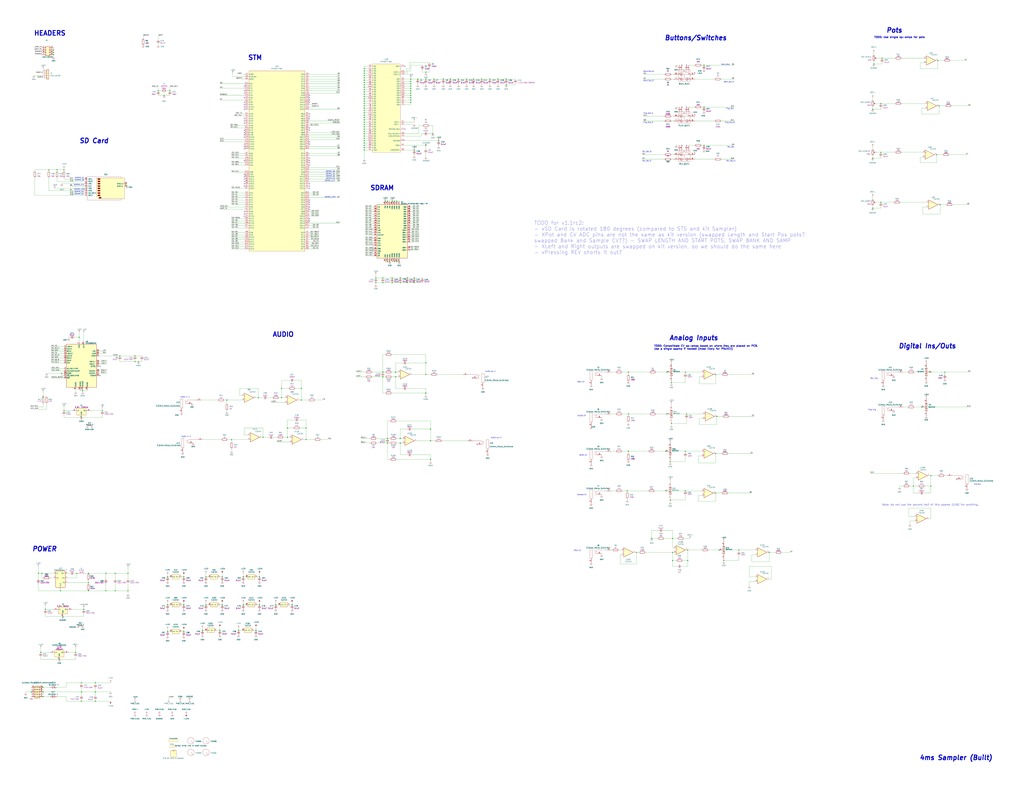
<source format=kicad_sch>
(kicad_sch (version 20231120) (generator "eeschema") (generator_version "8.0")
  (paper "E")
  (lib_symbols
    (symbol "4ms_Capacitor:0.1uF_0603_16V" (pin_numbers hide) (pin_names (offset 0.254) hide)
      (property "Reference" "C" (at 2.54 2.54 0))
      (property "Display" "0.1uF" (at 5.08 0 0))
      (symbol "0.1uF_0603_16V_1_1"
        (pin passive line (at 0 2.54 270) (length 2.032) (name "~") (number "1"))
        (pin passive line (at 0 -2.54 90) (length 2.032) (name "~") (number "2"))
      )
    )
    (symbol "4ms_Capacitor:100nF_0402_16V" (pin_numbers hide) (pin_names (offset 0.254) hide)
      (property "Reference" "C" (at 1.905 1.27 0))
      (property "Display" "0.1uF" (at 1.905 -1.27 0))
      (symbol "100nF_0402_16V_1_1"
        (pin passive line (at 0 2.54 270) (length 2.032) (name "~") (number "1"))
        (pin passive line (at 0 -2.54 90) (length 2.032) (name "~") (number "2"))
      )
    )
    (symbol "4ms_Capacitor:100nF_0402_50V" (pin_numbers hide) (pin_names (offset 0.254) hide)
      (property "Reference" "C" (at 1.905 1.27 0))
      (property "Display" "0.1uF" (at 1.905 -1.27 0))
      (symbol "100nF_0402_50V_1_1"
        (pin passive line (at 0 2.54 270) (length 2.032) (name "~") (number "1"))
        (pin passive line (at 0 -2.54 90) (length 2.032) (name "~") (number "2"))
      )
    )
    (symbol "4ms_Capacitor:100pF_0603_50V" (pin_numbers hide) (pin_names (offset 0.254) hide)
      (property "Reference" "C" (at 1.905 1.27 0))
      (property "Display" "100pF" (at 1.905 -1.27 0))
      (symbol "100pF_0603_50V_1_1"
        (pin passive line (at 0 2.54 270) (length 2.032) (name "~") (number "1"))
        (pin passive line (at 0 -2.54 90) (length 2.032) (name "~") (number "2"))
      )
    )
    (symbol "4ms_Capacitor:10nF_0402_16V" (pin_numbers hide) (pin_names (offset 0.254) hide)
      (property "Reference" "C" (at 1.905 1.27 0))
      (property "Display" "10nF" (at 1.905 -1.27 0))
      (symbol "10nF_0402_16V_1_1"
        (pin passive line (at 0 2.54 270) (length 2.032) (name "~") (number "1"))
        (pin passive line (at 0 -2.54 90) (length 2.032) (name "~") (number "2"))
      )
    )
    (symbol "4ms_Capacitor:10uF_0603_10V" (pin_numbers hide) (pin_names (offset 0.254) hide)
      (property "Reference" "C" (at 1.905 1.27 0))
      (property "Display" "10uF/10V" (at 1.905 -1.27 0))
      (symbol "10uF_0603_10V_1_1"
        (pin passive line (at 0 2.54 270) (length 2.032) (name "~") (number "1"))
        (pin passive line (at 0 -2.54 90) (length 2.032) (name "~") (number "2"))
      )
    )
    (symbol "4ms_Capacitor:10uF_0805_25V" (pin_numbers hide) (pin_names (offset 0.254) hide)
      (property "Reference" "C" (at 1.905 1.27 0))
      (property "Display" "10uF/25V" (at 1.905 -1.27 0))
      (symbol "10uF_0805_25V_1_1"
        (pin passive line (at 0 2.54 270) (length 2.032) (name "~") (number "1"))
        (pin passive line (at 0 -2.54 90) (length 2.032) (name "~") (number "2"))
      )
    )
    (symbol "4ms_Capacitor:180pF_0402_25V" (pin_numbers hide) (pin_names (offset 0.254) hide)
      (property "Reference" "C" (at 1.905 1.27 0))
      (property "Display" "180pF" (at 1.905 -1.27 0))
      (symbol "180pF_0402_25V_1_1"
        (pin passive line (at 0 2.54 270) (length 2.032) (name "~") (number "1"))
        (pin passive line (at 0 -2.54 90) (length 2.032) (name "~") (number "2"))
      )
    )
    (symbol "4ms_Capacitor:18pF_0603_50V" (pin_numbers hide) (pin_names (offset 0.254) hide)
      (property "Reference" "C" (at 1.905 1.27 0))
      (property "Display" "18pF" (at 1.905 -1.27 0))
      (symbol "18pF_0603_50V_1_1"
        (pin passive line (at 0 2.54 270) (length 2.032) (name "~") (number "1"))
        (pin passive line (at 0 -2.54 90) (length 2.032) (name "~") (number "2"))
      )
    )
    (symbol "4ms_Capacitor:1nF_0603_50V" (pin_numbers hide) (pin_names (offset 0.254) hide)
      (property "Reference" "C" (at 1.905 1.27 0))
      (property "Display" "1nF" (at 1.905 -1.27 0))
      (symbol "1nF_0603_50V_1_1"
        (pin passive line (at 0 2.54 270) (length 2.032) (name "~") (number "1"))
        (pin passive line (at 0 -2.54 90) (length 2.032) (name "~") (number "2"))
      )
    )
    (symbol "4ms_Capacitor:2.2uF_0603_25V" (pin_numbers hide) (pin_names (offset 0.254) hide)
      (property "Reference" "C" (at 1.905 1.27 0))
      (property "Display" "2.2uF" (at 1.905 -1.27 0))
      (symbol "2.2uF_0603_25V_1_1"
        (pin passive line (at 0 2.54 270) (length 2.032) (name "~") (number "1"))
        (pin passive line (at 0 -2.54 90) (length 2.032) (name "~") (number "2"))
      )
    )
    (symbol "4ms_Capacitor:220pF_0603_25V" (pin_numbers hide) (pin_names (offset 0.254) hide)
      (property "Reference" "C" (at 1.905 1.27 0))
      (property "Display" "220pF" (at 1.905 -1.27 0))
      (symbol "220pF_0603_25V_1_1"
        (pin passive line (at 0 2.54 270) (length 2.032) (name "~") (number "1"))
        (pin passive line (at 0 -2.54 90) (length 2.032) (name "~") (number "2"))
      )
    )
    (symbol "4ms_Capacitor:22uF_0805_10V" (pin_numbers hide) (pin_names (offset 0.254))
      (property "Reference" "C" (at 1.905 1.27 0))
      (property "Display" "22uF/10V" (at 1.905 -1.27 0))
      (symbol "22uF_0805_10V_1_1"
        (pin passive line (at 0 2.54 270) (length 2.032) (name "~") (number "1"))
        (pin passive line (at 0 -2.54 90) (length 2.032) (name "~") (number "2"))
      )
    )
    (symbol "4ms_Capacitor:22uF_1206_25V" (pin_numbers hide) (pin_names (offset 0.254))
      (property "Reference" "C" (at 1.905 1.27 0))
      (property "Display" "22uF/25V" (at 1.905 -1.27 0))
      (symbol "22uF_1206_25V_1_1"
        (pin passive line (at 0 2.54 270) (length 2.032) (name "~") (number "1"))
        (pin passive line (at 0 -2.54 90) (length 2.032) (name "~") (number "2"))
      )
    )
    (symbol "4ms_Capacitor:4.7uF_1206_lowESR" (pin_numbers hide) (pin_names (offset 0.254) hide)
      (property "Reference" "C" (at 1.905 1.27 0))
      (property "Display" "4.7uF/16V/100mΩ" (at 1.905 -1.27 0))
      (symbol "4.7uF_1206_lowESR_1_1"
        (pin passive line (at 0 2.54 270) (length 2.032) (name "~") (number "1"))
        (pin passive line (at 0 -2.54 90) (length 2.032) (name "~") (number "2"))
      )
    )
    (symbol "4ms_Capacitor:47uF_5x5.3_16V" (pin_numbers hide) (pin_names (offset 0.254) hide)
      (property "Reference" "C" (at 1.905 1.27 0))
      (property "Display" "47uF/16V" (at 1.905 -1.27 0))
      (symbol "47uF_5x5.3_16V_1_1"
        (pin passive line (at 0 2.54 270) (length 2.032) (name "~") (number "1"))
        (pin passive line (at 0 -2.54 90) (length 2.032) (name "~") (number "2"))
      )
    )
    (symbol "4ms_Capacitor:820pF_0402_10v" (pin_numbers hide) (pin_names (offset 0.254) hide)
      (property "Reference" "C" (at 1.905 1.27 0))
      (property "Display" "820pF" (at 1.905 -1.27 0))
      (symbol "820pF_0402_10v_1_1"
        (pin passive line (at 0 2.54 270) (length 2.032) (name "~") (number "1"))
        (pin passive line (at 0 -2.54 90) (length 2.032) (name "~") (number "2"))
      )
    )
    (symbol "4ms_Connector:Conn_01x04" (pin_names (offset 1.016) hide)
      (property "Reference" "J" (at 0 5.08 0))
      (property "Value" "Conn_01x04" (at 0 -7.62 0))
      (symbol "Conn_01x04_1_1"
        (pin passive line (at -5.08 2.54 0) (length 3.81) (name "Pin_1") (number "1"))
        (pin passive line (at -5.08 0 0) (length 3.81) (name "Pin_2") (number "2"))
        (pin passive line (at -5.08 -2.54 0) (length 3.81) (name "Pin_3") (number "3"))
        (pin passive line (at -5.08 -5.08 0) (length 3.81) (name "Pin_4") (number "4"))
      )
    )
    (symbol "4ms_Connector:Conn_02x04" (pin_names (offset 1.016) hide)
      (property "Reference" "J" (at 1.27 5.08 0))
      (property "Value" "Conn_02x04" (at 1.27 -7.62 0))
      (symbol "Conn_02x04_1_1"
        (pin passive line (at -5.08 2.54 0) (length 3.81) (name "Pin_1") (number "1"))
        (pin passive line (at 7.62 2.54 180) (length 3.81) (name "Pin_2") (number "2"))
        (pin passive line (at -5.08 0 0) (length 3.81) (name "Pin_3") (number "3"))
        (pin passive line (at 7.62 0 180) (length 3.81) (name "Pin_4") (number "4"))
        (pin passive line (at -5.08 -2.54 0) (length 3.81) (name "Pin_5") (number "5"))
        (pin passive line (at 7.62 -2.54 180) (length 3.81) (name "Pin_6") (number "6"))
        (pin passive line (at -5.08 -5.08 0) (length 3.81) (name "Pin_7") (number "7"))
        (pin passive line (at 7.62 -5.08 180) (length 3.81) (name "Pin_8") (number "8"))
      )
    )
    (symbol "4ms_Connector:Eurorack_Power_10pin_Unshrouded" (pin_names (offset 0.0254) hide)
      (property "Reference" "J" (at 0 7.62 0))
      (property "Value" "Eurorack_Power_10pin_Unshrouded" (at 0 10.16 0))
      (symbol "Eurorack_Power_10pin_Unshrouded_0_0"
        (text "+12" (at 0 5.08 0) (effects (font (size 0.635 0.635))))
        (text "-12" (at 0 -5.08 0) (effects (font (size 0.635 0.635))))
        (text "GND" (at 0 -2.54 0) (effects (font (size 0.635 0.635))))
        (text "GND" (at 0 0 0) (effects (font (size 0.635 0.635))))
        (text "GND" (at 0 2.54 0) (effects (font (size 0.635 0.635))))
        (text "STRIPE" (at -6.35 -7.62 0) (effects (font (size 0.635 0.635))))
      )
      (symbol "Eurorack_Power_10pin_Unshrouded_1_1"
        (pin passive line (at -6.35 -5.08 0) (length 3.81) (name "-12V") (number "1"))
        (pin passive line (at 6.35 5.08 180) (length 3.81) (name "+12V") (number "10"))
        (pin passive line (at 6.35 -5.08 180) (length 3.81) (name "-12V") (number "2"))
        (pin passive line (at -6.35 -2.54 0) (length 3.81) (name "GND") (number "3"))
        (pin passive line (at 6.35 -2.54 180) (length 3.81) (name "GND") (number "4"))
        (pin passive line (at -6.35 0 0) (length 3.81) (name "GND") (number "5"))
        (pin passive line (at 6.35 0 180) (length 3.81) (name "GND") (number "6"))
        (pin passive line (at -6.35 2.54 0) (length 3.81) (name "GND") (number "7"))
        (pin passive line (at 6.35 2.54 180) (length 3.81) (name "GND") (number "8"))
        (pin passive line (at -6.35 5.08 0) (length 3.81) (name "+12V") (number "9"))
      )
    )
    (symbol "4ms_Connector:microSDCon_Vert_TH_PJS008U-3000" (pin_names (offset 1.016))
      (property "Reference" "CON" (at -16.51 13.97 0))
      (property "Value" "microSDCon_Vert_TH_PJS008U-3000" (at 15.24 -13.97 0))
      (symbol "microSDCon_Vert_TH_PJS008U-3000_1_1"
        (pin input line (at -22.86 7.62 0) (length 2.54) (name "DAT2") (number "1"))
        (pin input line (at 22.86 -5.08 180) (length 2.54) (name "SHELL2") (number "10"))
        (pin input line (at -22.86 5.08 0) (length 2.54) (name "CD/DAT3") (number "2"))
        (pin input line (at -22.86 2.54 0) (length 2.54) (name "CMD") (number "3"))
        (pin input line (at -22.86 0 0) (length 2.54) (name "VDD") (number "4"))
        (pin input line (at -22.86 -2.54 0) (length 2.54) (name "CLK") (number "5"))
        (pin input line (at -22.86 -5.08 0) (length 2.54) (name "VSS") (number "6"))
        (pin input line (at -22.86 -7.62 0) (length 2.54) (name "DAT0") (number "7"))
        (pin input line (at -22.86 -10.16 0) (length 2.54) (name "DAT1") (number "8"))
        (pin input line (at 22.86 -2.54 180) (length 2.54) (name "SHELL1") (number "9"))
      )
    )
    (symbol "4ms_Crystal:16MHz_18pF_FA238" (pin_numbers hide) (pin_names (offset 1.016) hide)
      (property "Reference" "Y" (at 0 2.54 0))
      (property "Display" "16MHz" (at -3.81 -2.54 0))
      (property "Display 2" "18pF" (at -3.1496 -4.445 0))
      (symbol "16MHz_18pF_FA238_1_1"
        (pin passive line (at -2.54 0 0) (length 1.27) (name "1") (number "1"))
        (pin passive line (at 2.54 0 180) (length 1.27) (name "2") (number "2"))
        (pin no_connect line (at 0 -2.54 90) (length 1.27) hide (name "3") (number "3"))
        (pin no_connect line (at 0 2.54 270) (length 1.27) hide (name "4") (number "4"))
      )
    )
    (symbol "4ms_Diode:B140HW-7" (pin_numbers hide) (pin_names (offset 1.016) hide)
      (property "Reference" "D" (at 0 2.54 0))
      (property "Value" "B140HW-7" (at 0 -2.54 0))
      (symbol "B140HW-7_1_1"
        (pin passive line (at -3.81 0 0) (length 2.54) (name "K") (number "1"))
        (pin passive line (at 3.81 0 180) (length 2.54) (name "A") (number "2"))
      )
    )
    (symbol "4ms_Diode:BAT54S" (pin_names (offset 0.762) hide)
      (property "Reference" "D" (at 2.54 -2.54 0))
      (property "Value" "BAT54S" (at 0 2.54 0))
      (symbol "BAT54S_0_1"
        (pin passive line (at -10.16 0 0) (length 6.35) (name "Anode") (number "1"))
        (pin passive line (at 10.16 0 180) (length 6.35) (name "cathode") (number "2"))
        (pin passive line (at 0 -5.08 90) (length 2.54) (name "AK") (number "3"))
      )
    )
    (symbol "4ms_Hardware:Faceplate" (pin_numbers hide) (pin_names (offset 0) hide) (on_board no)
      (property "Value" "Faceplate" (at 0 0 0))
    )
    (symbol "4ms_Hardware:Knob_Davies_WhiteLine" (on_board no)
      (property "Reference" "KNOB?" (at 0 5.08 0))
      (property "Value" "Davies, White Line, D-shaft shallow" (at 0 -5.08 0))
    )
    (symbol "4ms_Hardware:PCB" (pin_numbers hide) (pin_names (offset 0) hide) (on_board no)
      (property "Value" "PCB" (at 0 0 0))
    )
    (symbol "4ms_Hardware:microSDcard_STS" (on_board no)
      (property "Reference" "U" (at 0 5.842 0))
      (property "Value" "STS SD card w/adaptor" (at 0 -5.08 0))
    )
    (symbol "4ms_IC:AP62200WU-7"
      (property "Reference" "U" (at 0 12.7 0))
      (property "Value" "AP62200WU-7" (at 0 10.16 0))
      (symbol "AP62200WU-7_1_1"
        (pin power_in line (at 0 -11.43 90) (length 2.54) (name "GND") (number "1"))
        (pin power_out line (at 7.62 1.27 180) (length 2.54) (name "SW") (number "2"))
        (pin power_in line (at -7.62 6.35 0) (length 2.54) (name "IN") (number "3"))
        (pin input line (at 7.62 -3.81 180) (length 2.54) (name "FB") (number "4"))
        (pin input line (at -7.62 1.27 0) (length 2.54) (name "EN") (number "5"))
        (pin output line (at 7.62 6.35 180) (length 2.54) (name "BST") (number "6"))
      )
    )
    (symbol "4ms_IC:PCM3060PW"
      (property "Reference" "U" (at 13.97 34.29 0))
      (property "Value" "PCM3060PW" (at 16.51 31.75 0))
      (symbol "PCM3060PW_1_1"
        (pin input line (at -17.78 0 0) (length 2.54) (name "MC/SCL/FMT") (number "1"))
        (pin bidirectional line (at -17.78 11.43 0) (length 2.54) (name "BCK2") (number "10"))
        (pin bidirectional line (at -17.78 16.51 0) (length 2.54) (name "LRCK2") (number "11"))
        (pin input line (at -17.78 6.35 0) (length 2.54) (name "DIN") (number "12"))
        (pin output line (at 20.32 -7.62 180) (length 2.54) (name "ZEROR") (number "13"))
        (pin output line (at 20.32 2.54 180) (length 2.54) (name "ZEROL") (number "14"))
        (pin input line (at -17.78 -10.16 0) (length 2.54) (name "~{RST}") (number "15"))
        (pin power_in line (at 7.62 -22.86 90) (length 2.54) (name "SGND") (number "16"))
        (pin output line (at 20.32 -5.08 180) (length 2.54) (name "VOUTR-") (number "17"))
        (pin output line (at 20.32 -2.54 180) (length 2.54) (name "VOUTR+") (number "18"))
        (pin output line (at 20.32 5.08 180) (length 2.54) (name "VOUTL-") (number "19"))
        (pin bidirectional line (at -17.78 -2.54 0) (length 2.54) (name "MD/SDA/DEMP") (number "2"))
        (pin output line (at 20.32 7.62 180) (length 2.54) (name "VOUTL+") (number "20"))
        (pin power_in line (at 20.32 13.97 180) (length 2.54) (name "VCOM") (number "21"))
        (pin power_in line (at 2.54 -22.86 90) (length 2.54) (name "AGND2") (number "22"))
        (pin power_in line (at 0 -22.86 90) (length 2.54) (name "AGND1") (number "23"))
        (pin power_in line (at 3.81 29.21 270) (length 2.54) (name "VCC") (number "24"))
        (pin input line (at 20.32 19.05 180) (length 2.54) (name "VINL") (number "25"))
        (pin input line (at 20.32 16.51 180) (length 2.54) (name "VINR") (number "26"))
        (pin input line (at -17.78 -7.62 0) (length 2.54) (name "~{MS}/ADR/IFMD") (number "27"))
        (pin input line (at -17.78 -5.08 0) (length 2.54) (name "MODE") (number "28"))
        (pin output line (at -17.78 8.89 0) (length 2.54) (name "DOUT") (number "3"))
        (pin bidirectional line (at -17.78 24.13 0) (length 2.54) (name "LRCK1") (number "4"))
        (pin bidirectional line (at -17.78 19.05 0) (length 2.54) (name "BCK1") (number "5"))
        (pin input line (at -17.78 21.59 0) (length 2.54) (name "SCKI1") (number "6"))
        (pin power_in line (at -1.27 29.21 270) (length 2.54) (name "VDD") (number "7"))
        (pin power_in line (at -5.08 -22.86 90) (length 2.54) (name "DGND") (number "8"))
        (pin input line (at -17.78 13.97 0) (length 2.54) (name "SCKI2") (number "9"))
      )
    )
    (symbol "4ms_IC:SDRAM_IS42S16400J-6BLI-TR" (pin_names (offset 1.016))
      (property "Reference" "U?" (at -15.24 30.48 0))
      (property "Value" "SDRAM_IS42S16400J-6BLI-TR" (at 0 38.1 0))
      (symbol "SDRAM_IS42S16400J-6BLI-TR_1_1"
        (pin power_in line (at -7.62 -33.02 90) (length 3.81) (name "GND") (number "A1"))
        (pin bidirectional line (at 20.32 -11.43 180) (length 3.81) (name "DQ15") (number "A2"))
        (pin power_in line (at 0 -33.02 90) (length 3.81) (name "GNDQ") (number "A3"))
        (pin power_in line (at 5.08 33.02 270) (length 3.81) (name "VDDQ") (number "A7"))
        (pin bidirectional line (at 20.32 26.67 180) (length 3.81) (name "DQ0") (number "A8"))
        (pin power_in line (at -7.62 33.02 270) (length 3.81) (name "VDD") (number "A9"))
        (pin bidirectional line (at 20.32 -8.89 180) (length 3.81) (name "DQ14") (number "B1"))
        (pin bidirectional line (at 20.32 -6.35 180) (length 3.81) (name "DQ13") (number "B2"))
        (pin power_in line (at 0 33.02 270) (length 3.81) (name "VDDQ") (number "B3"))
        (pin power_in line (at 5.08 -33.02 90) (length 3.81) (name "GNDQ") (number "B7"))
        (pin bidirectional line (at 20.32 21.59 180) (length 3.81) (name "DQ2") (number "B8"))
        (pin bidirectional line (at 20.32 24.13 180) (length 3.81) (name "DQ1") (number "B9"))
        (pin bidirectional line (at 20.32 -3.81 180) (length 3.81) (name "DQ12") (number "C1"))
        (pin bidirectional line (at 20.32 -1.27 180) (length 3.81) (name "DQ11") (number "C2"))
        (pin power_in line (at 2.54 -33.02 90) (length 3.81) (name "GNDQ") (number "C3"))
        (pin power_in line (at 7.62 33.02 270) (length 3.81) (name "VDDQ") (number "C7"))
        (pin bidirectional line (at 20.32 16.51 180) (length 3.81) (name "DQ4") (number "C8"))
        (pin bidirectional line (at 20.32 19.05 180) (length 3.81) (name "DQ3") (number "C9"))
        (pin bidirectional line (at 20.32 1.27 180) (length 3.81) (name "DQ10") (number "D1"))
        (pin bidirectional line (at 20.32 3.81 180) (length 3.81) (name "DQ9") (number "D2"))
        (pin power_in line (at 2.54 33.02 270) (length 3.81) (name "VDDQ") (number "D3"))
        (pin power_in line (at 7.62 -33.02 90) (length 3.81) (name "GNDQ") (number "D7"))
        (pin bidirectional line (at 20.32 11.43 180) (length 3.81) (name "DQ6") (number "D8"))
        (pin bidirectional line (at 20.32 13.97 180) (length 3.81) (name "DQ5") (number "D9"))
        (pin bidirectional line (at 20.32 6.35 180) (length 3.81) (name "DQ8") (number "E1"))
        (pin no_connect line (at 20.32 -25.4 180) (length 3.81) hide (name "NC") (number "E2"))
        (pin power_in line (at -5.08 -33.02 90) (length 3.81) (name "GND") (number "E3"))
        (pin power_in line (at -2.54 33.02 270) (length 3.81) (name "VDD") (number "E7"))
        (pin input line (at 20.32 -17.78 180) (length 3.81) (name "DQML") (number "E8"))
        (pin bidirectional line (at 20.32 8.89 180) (length 3.81) (name "DQ7") (number "E9"))
        (pin input line (at 20.32 -20.32 180) (length 3.81) (name "DQMH") (number "F1"))
        (pin input line (at -20.32 -12.7 0) (length 3.81) (name "CLK") (number "F2"))
        (pin input line (at -20.32 -15.24 0) (length 3.81) (name "CKE") (number "F3"))
        (pin input line (at -20.32 -21.59 0) (length 3.81) (name "~{CAS}") (number "F7"))
        (pin input line (at -20.32 -19.05 0) (length 3.81) (name "~{RAS}") (number "F8"))
        (pin input line (at -20.32 -24.13 0) (length 3.81) (name "~{WE}") (number "F9"))
        (pin input line (at -20.32 -3.81 0) (length 3.81) (name "A12/NC") (number "G1"))
        (pin input line (at -20.32 -1.27 0) (length 3.81) (name "A11") (number "G2"))
        (pin input line (at -20.32 3.81 0) (length 3.81) (name "A9") (number "G3"))
        (pin input line (at -20.32 -7.62 0) (length 3.81) (name "BA0") (number "G7"))
        (pin input line (at -20.32 -10.16 0) (length 3.81) (name "BA1") (number "G8"))
        (pin input line (at -20.32 -26.67 0) (length 3.81) (name "~{CS}") (number "G9"))
        (pin input line (at -20.32 6.35 0) (length 3.81) (name "A8") (number "H1"))
        (pin input line (at -20.32 8.89 0) (length 3.81) (name "A7") (number "H2"))
        (pin input line (at -20.32 11.43 0) (length 3.81) (name "A6") (number "H3"))
        (pin input line (at -20.32 26.67 0) (length 3.81) (name "A0") (number "H7"))
        (pin input line (at -20.32 24.13 0) (length 3.81) (name "A1") (number "H8"))
        (pin input line (at -20.32 1.27 0) (length 3.81) (name "A10") (number "H9"))
        (pin power_in line (at -2.54 -33.02 90) (length 3.81) (name "GND") (number "J1"))
        (pin input line (at -20.32 13.97 0) (length 3.81) (name "A5") (number "J2"))
        (pin input line (at -20.32 16.51 0) (length 3.81) (name "A4") (number "J3"))
        (pin input line (at -20.32 19.05 0) (length 3.81) (name "A3") (number "J7"))
        (pin input line (at -20.32 21.59 0) (length 3.81) (name "A2") (number "J8"))
        (pin power_in line (at -5.08 33.02 270) (length 3.81) (name "VDD") (number "J9"))
      )
    )
    (symbol "4ms_IC:STM32F746IE"
      (property "Reference" "U" (at 0 0 0))
      (property "Value" "STM32F746IE" (at -6.35 -5.08 0))
      (symbol "STM32F746IE_1_1"
        (pin bidirectional line (at 35.56 -80.01 180) (length 5.08) (name "PE3") (number "A1"))
        (pin bidirectional line (at 35.56 49.53 180) (length 5.08) (name "PB3") (number "A10"))
        (pin bidirectional line (at 35.56 -46.99 180) (length 5.08) (name "PD7") (number "A11"))
        (pin bidirectional line (at 35.56 -16.51 180) (length 5.08) (name "PC12") (number "A12"))
        (pin bidirectional line (at 35.56 62.23 180) (length 5.08) (name "PA15") (number "A13"))
        (pin bidirectional line (at 35.56 64.77 180) (length 5.08) (name "PA14") (number "A14"))
        (pin bidirectional line (at 35.56 67.31 180) (length 5.08) (name "PA13") (number "A15"))
        (pin bidirectional line (at 35.56 -77.47 180) (length 5.08) (name "PE2") (number "A2"))
        (pin bidirectional line (at 35.56 -74.93 180) (length 5.08) (name "PE1") (number "A3"))
        (pin bidirectional line (at 35.56 -72.39 180) (length 5.08) (name "PE0") (number "A4"))
        (pin bidirectional line (at 35.56 36.83 180) (length 5.08) (name "PB8") (number "A5"))
        (pin bidirectional line (at 35.56 44.45 180) (length 5.08) (name "PB5") (number "A6"))
        (pin bidirectional line (at -35.56 -21.59 0) (length 5.08) (name "PG14") (number "A7"))
        (pin bidirectional line (at -35.56 -19.05 0) (length 5.08) (name "PG13") (number "A8"))
        (pin bidirectional line (at 35.56 46.99 180) (length 5.08) (name "PB4") (number "A9"))
        (pin bidirectional line (at 35.56 -82.55 180) (length 5.08) (name "PE4") (number "B1"))
        (pin bidirectional line (at -35.56 -11.43 0) (length 5.08) (name "PG10") (number "B10"))
        (pin bidirectional line (at 35.56 -44.45 180) (length 5.08) (name "PD6") (number "B11"))
        (pin bidirectional line (at 35.56 -29.21 180) (length 5.08) (name "PD0") (number "B12"))
        (pin bidirectional line (at 35.56 -13.97 180) (length 5.08) (name "PC11") (number "B13"))
        (pin bidirectional line (at 35.56 -11.43 180) (length 5.08) (name "PC10") (number "B14"))
        (pin bidirectional line (at 35.56 69.85 180) (length 5.08) (name "PA12") (number "B15"))
        (pin bidirectional line (at 35.56 -85.09 180) (length 5.08) (name "PE5") (number "B2"))
        (pin bidirectional line (at 35.56 -87.63 180) (length 5.08) (name "PE6") (number "B3"))
        (pin bidirectional line (at 35.56 34.29 180) (length 5.08) (name "PB9") (number "B4"))
        (pin bidirectional line (at 35.56 39.37 180) (length 5.08) (name "PB7") (number "B5"))
        (pin bidirectional line (at 35.56 41.91 180) (length 5.08) (name "PB6") (number "B6"))
        (pin bidirectional line (at -35.56 -24.13 0) (length 5.08) (name "PG15") (number "B7"))
        (pin bidirectional line (at -35.56 -16.51 0) (length 5.08) (name "PG12") (number "B8"))
        (pin bidirectional line (at -35.56 -13.97 0) (length 5.08) (name "PG11") (number "B9"))
        (pin bidirectional line (at -35.56 -8.89 0) (length 5.08) (name "PG9") (number "C10"))
        (pin bidirectional line (at 35.56 -41.91 180) (length 5.08) (name "PD5") (number "C11"))
        (pin bidirectional line (at 35.56 -31.75 180) (length 5.08) (name "PD1") (number "C12"))
        (pin bidirectional line (at -35.56 82.55 0) (length 5.08) (name "PI3") (number "C13"))
        (pin bidirectional line (at -35.56 85.09 0) (length 5.08) (name "PI2") (number "C14"))
        (pin bidirectional line (at 35.56 72.39 180) (length 5.08) (name "PA11") (number "C15"))
        (pin bidirectional line (at -35.56 72.39 0) (length 5.08) (name "PI7") (number "C2"))
        (pin bidirectional line (at -35.56 74.93 0) (length 5.08) (name "PI6") (number "C3"))
        (pin bidirectional line (at -35.56 77.47 0) (length 5.08) (name "PI5") (number "C4"))
        (pin input line (at -35.56 97.79 0) (length 5.08) (name "PDR_ON") (number "C6"))
        (pin bidirectional line (at 35.56 -19.05 180) (length 5.08) (name "PC13") (number "D1"))
        (pin bidirectional line (at 35.56 -39.37 180) (length 5.08) (name "PD4") (number "D10"))
        (pin bidirectional line (at 35.56 -36.83 180) (length 5.08) (name "PD3") (number "D11"))
        (pin bidirectional line (at 35.56 -34.29 180) (length 5.08) (name "PD2") (number "D12"))
        (pin bidirectional line (at -35.56 19.05 0) (length 5.08) (name "PH15") (number "D13"))
        (pin bidirectional line (at -35.56 87.63 0) (length 5.08) (name "PI1") (number "D14"))
        (pin bidirectional line (at 35.56 74.93 180) (length 5.08) (name "PA10") (number "D15"))
        (pin bidirectional line (at -35.56 69.85 0) (length 5.08) (name "PI8") (number "D2"))
        (pin bidirectional line (at -35.56 67.31 0) (length 5.08) (name "PI9") (number "D3"))
        (pin bidirectional line (at -35.56 80.01 0) (length 5.08) (name "PI4") (number "D4"))
        (pin input line (at -35.56 95.25 0) (length 5.08) (name "BOOT") (number "D6"))
        (pin bidirectional line (at 35.56 -21.59 180) (length 5.08) (name "PC14") (number "E1"))
        (pin bidirectional line (at -35.56 24.13 0) (length 5.08) (name "PH13") (number "E12"))
        (pin bidirectional line (at -35.56 21.59 0) (length 5.08) (name "PH14") (number "E13"))
        (pin bidirectional line (at -35.56 90.17 0) (length 5.08) (name "PI0") (number "E14"))
        (pin bidirectional line (at 35.56 77.47 180) (length 5.08) (name "PA9") (number "E15"))
        (pin bidirectional line (at -35.56 -29.21 0) (length 5.08) (name "PF0") (number "E2"))
        (pin bidirectional line (at -35.56 64.77 0) (length 5.08) (name "PI10") (number "E3"))
        (pin bidirectional line (at -35.56 62.23 0) (length 5.08) (name "PI11") (number "E4"))
        (pin bidirectional line (at 35.56 -24.13 180) (length 5.08) (name "PC15") (number "F1"))
        (pin bidirectional line (at 35.56 -8.89 180) (length 5.08) (name "PC9") (number "F14"))
        (pin bidirectional line (at 35.56 80.01 180) (length 5.08) (name "PA8") (number "F15"))
        (pin bidirectional line (at -35.56 52.07 0) (length 5.08) (name "PH2") (number "F4"))
        (pin input line (at -35.56 57.15 0) (length 5.08) (name "PH0") (number "G1"))
        (pin bidirectional line (at 35.56 -6.35 180) (length 5.08) (name "PC8") (number "G14"))
        (pin bidirectional line (at 35.56 -3.81 180) (length 5.08) (name "PC7") (number "G15"))
        (pin bidirectional line (at -35.56 49.53 0) (length 5.08) (name "PH3") (number "G4"))
        (pin input line (at -35.56 54.61 0) (length 5.08) (name "PH1") (number "H1"))
        (pin bidirectional line (at -35.56 -6.35 0) (length 5.08) (name "PG8") (number "H14"))
        (pin bidirectional line (at 35.56 -1.27 180) (length 5.08) (name "PC6") (number "H15"))
        (pin bidirectional line (at -35.56 -34.29 0) (length 5.08) (name "PF2") (number "H2"))
        (pin bidirectional line (at -35.56 -31.75 0) (length 5.08) (name "PF1") (number "H3"))
        (pin bidirectional line (at -35.56 46.99 0) (length 5.08) (name "PH4") (number "H4"))
        (pin bidirectional line (at -35.56 100.33 0) (length 5.08) (name "NRST") (number "J1"))
        (pin bidirectional line (at -35.56 -36.83 0) (length 5.08) (name "PF3") (number "J2"))
        (pin bidirectional line (at -35.56 -39.37 0) (length 5.08) (name "PF4") (number "J3"))
        (pin bidirectional line (at -35.56 44.45 0) (length 5.08) (name "PH5") (number "J4"))
        (pin bidirectional line (at -35.56 -46.99 0) (length 5.08) (name "PF7") (number "K1"))
        (pin bidirectional line (at -35.56 26.67 0) (length 5.08) (name "PH12") (number "K12"))
        (pin bidirectional line (at -35.56 1.27 0) (length 5.08) (name "PG5") (number "K13"))
        (pin bidirectional line (at -35.56 3.81 0) (length 5.08) (name "PG4") (number "K14"))
        (pin bidirectional line (at -35.56 6.35 0) (length 5.08) (name "PG3") (number "K15"))
        (pin bidirectional line (at -35.56 -44.45 0) (length 5.08) (name "PF6") (number "K2"))
        (pin bidirectional line (at -35.56 -41.91 0) (length 5.08) (name "PF5") (number "K3"))
        (pin bidirectional line (at -35.56 -54.61 0) (length 5.08) (name "PF10") (number "L1"))
        (pin bidirectional line (at -35.56 29.21 0) (length 5.08) (name "PH11") (number "L12"))
        (pin bidirectional line (at -35.56 31.75 0) (length 5.08) (name "PH10") (number "L13"))
        (pin bidirectional line (at 35.56 -67.31 180) (length 5.08) (name "PD15") (number "L14"))
        (pin bidirectional line (at -35.56 8.89 0) (length 5.08) (name "PG2") (number "L15"))
        (pin bidirectional line (at -35.56 -52.07 0) (length 5.08) (name "PF9") (number "L2"))
        (pin bidirectional line (at -35.56 -49.53 0) (length 5.08) (name "PF8") (number "L3"))
        (pin bidirectional line (at -35.56 41.91 0) (length 5.08) (name "PH6") (number "M11"))
        (pin bidirectional line (at -35.56 36.83 0) (length 5.08) (name "PH8") (number "M12"))
        (pin bidirectional line (at -35.56 34.29 0) (length 5.08) (name "PH9") (number "M13"))
        (pin bidirectional line (at 35.56 -64.77 180) (length 5.08) (name "PD14") (number "M14"))
        (pin bidirectional line (at 35.56 -62.23 180) (length 5.08) (name "PD13") (number "M15"))
        (pin bidirectional line (at 35.56 13.97 180) (length 5.08) (name "PC0") (number "M2"))
        (pin bidirectional line (at 35.56 11.43 180) (length 5.08) (name "PC1") (number "M3"))
        (pin bidirectional line (at 35.56 8.89 180) (length 5.08) (name "PC2") (number "M4"))
        (pin bidirectional line (at 35.56 6.35 180) (length 5.08) (name "PC3") (number "M5"))
        (pin bidirectional line (at 35.56 52.07 180) (length 5.08) (name "PB2") (number "M6"))
        (pin bidirectional line (at -35.56 11.43 0) (length 5.08) (name "PG1") (number "M7"))
        (pin bidirectional line (at -35.56 -85.09 0) (length 5.08) (name "PE13") (number "N11"))
        (pin bidirectional line (at -35.56 39.37 0) (length 5.08) (name "PH7") (number "N12"))
        (pin bidirectional line (at 35.56 -59.69 180) (length 5.08) (name "PD12") (number "N13"))
        (pin bidirectional line (at 35.56 -57.15 180) (length 5.08) (name "PD11") (number "N14"))
        (pin bidirectional line (at 35.56 -54.61 180) (length 5.08) (name "PD10") (number "N15"))
        (pin bidirectional line (at 35.56 97.79 180) (length 5.08) (name "PA1") (number "N2"))
        (pin bidirectional line (at 35.56 100.33 180) (length 5.08) (name "PA0") (number "N3"))
        (pin bidirectional line (at 35.56 90.17 180) (length 5.08) (name "PA4") (number "N4"))
        (pin bidirectional line (at 35.56 3.81 180) (length 5.08) (name "PC4") (number "N5"))
        (pin bidirectional line (at -35.56 -62.23 0) (length 5.08) (name "PF13") (number "N6"))
        (pin bidirectional line (at -35.56 13.97 0) (length 5.08) (name "PG0") (number "N7"))
        (pin bidirectional line (at -35.56 -80.01 0) (length 5.08) (name "PE11") (number "P10"))
        (pin bidirectional line (at -35.56 -87.63 0) (length 5.08) (name "PE14") (number "P11"))
        (pin bidirectional line (at 35.56 26.67 180) (length 5.08) (name "PB12") (number "P12"))
        (pin bidirectional line (at 35.56 24.13 180) (length 5.08) (name "PB13") (number "P13"))
        (pin bidirectional line (at 35.56 -52.07 180) (length 5.08) (name "PD9") (number "P14"))
        (pin bidirectional line (at 35.56 -49.53 180) (length 5.08) (name "PD8") (number "P15"))
        (pin bidirectional line (at 35.56 95.25 180) (length 5.08) (name "PA2") (number "P2"))
        (pin bidirectional line (at 35.56 85.09 180) (length 5.08) (name "PA6") (number "P3"))
        (pin bidirectional line (at 35.56 87.63 180) (length 5.08) (name "PA5") (number "P4"))
        (pin bidirectional line (at 35.56 1.27 180) (length 5.08) (name "PC5") (number "P5"))
        (pin bidirectional line (at -35.56 -59.69 0) (length 5.08) (name "PF12") (number "P6"))
        (pin bidirectional line (at -35.56 -67.31 0) (length 5.08) (name "PF15") (number "P7"))
        (pin bidirectional line (at -35.56 -72.39 0) (length 5.08) (name "PE8") (number "P8"))
        (pin bidirectional line (at -35.56 -74.93 0) (length 5.08) (name "PE9") (number "P9"))
        (pin bidirectional line (at -35.56 -82.55 0) (length 5.08) (name "PE12") (number "R10"))
        (pin bidirectional line (at -35.56 -90.17 0) (length 5.08) (name "PE15") (number "R11"))
        (pin bidirectional line (at 35.56 31.75 180) (length 5.08) (name "PB10") (number "R12"))
        (pin bidirectional line (at 35.56 29.21 180) (length 5.08) (name "PB11") (number "R13"))
        (pin bidirectional line (at 35.56 21.59 180) (length 5.08) (name "PB14") (number "R14"))
        (pin bidirectional line (at 35.56 19.05 180) (length 5.08) (name "PB15") (number "R15"))
        (pin bidirectional line (at 35.56 92.71 180) (length 5.08) (name "PA3") (number "R2"))
        (pin bidirectional line (at 35.56 82.55 180) (length 5.08) (name "PA7") (number "R3"))
        (pin bidirectional line (at 35.56 54.61 180) (length 5.08) (name "PB1") (number "R4"))
        (pin bidirectional line (at 35.56 57.15 180) (length 5.08) (name "PB0") (number "R5"))
        (pin bidirectional line (at -35.56 -57.15 0) (length 5.08) (name "PF11") (number "R6"))
        (pin bidirectional line (at -35.56 -64.77 0) (length 5.08) (name "PF14") (number "R7"))
        (pin bidirectional line (at 35.56 -90.17 180) (length 5.08) (name "PE7") (number "R8"))
        (pin bidirectional line (at -35.56 -77.47 0) (length 5.08) (name "PE10") (number "R9"))
      )
      (symbol "STM32F746IE_2_1"
        (pin power_in line (at 20.32 45.72 180) (length 5.08) (name "VBAT") (number "C1"))
        (pin power_in line (at 20.32 31.75 180) (length 5.08) (name "VDD") (number "C5"))
        (pin power_in line (at 20.32 29.21 180) (length 5.08) (name "VDD") (number "C7"))
        (pin power_in line (at 20.32 -45.72 180) (length 5.08) (name "VDDSDMMC") (number "C8"))
        (pin power_in line (at 20.32 26.67 180) (length 5.08) (name "VDD") (number "C9"))
        (pin power_in line (at -20.32 -20.32 0) (length 5.08) (name "VSS") (number "D5"))
        (pin power_in line (at -20.32 -22.86 0) (length 5.08) (name "VSS") (number "D7"))
        (pin power_in line (at -20.32 -25.4 0) (length 5.08) (name "VSS") (number "D8"))
        (pin power_in line (at -20.32 -27.94 0) (length 5.08) (name "VSS") (number "D9"))
        (pin power_in line (at -20.32 35.56 0) (length 5.08) (name "VSS") (number "F10"))
        (pin power_in line (at -20.32 -30.48 0) (length 5.08) (name "VSS") (number "F12"))
        (pin bidirectional line (at 20.32 36.83 180) (length 5.08) (name "VCAP_2") (number "F13"))
        (pin power_in line (at -20.32 -5.08 0) (length 5.08) (name "VSS") (number "F2"))
        (pin power_in line (at 20.32 3.81 180) (length 5.08) (name "VDD") (number "F3"))
        (pin power_in line (at -20.32 45.72 0) (length 5.08) (name "VSS") (number "F6"))
        (pin power_in line (at -20.32 43.18 0) (length 5.08) (name "VSS") (number "F7"))
        (pin power_in line (at -20.32 40.64 0) (length 5.08) (name "VSS") (number "F8"))
        (pin power_in line (at -20.32 38.1 0) (length 5.08) (name "VSS") (number "F9"))
        (pin power_in line (at -20.32 22.86 0) (length 5.08) (name "VSS") (number "G10"))
        (pin power_in line (at -20.32 -33.02 0) (length 5.08) (name "VSS") (number "G12"))
        (pin power_in line (at 20.32 24.13 180) (length 5.08) (name "VDD") (number "G13"))
        (pin power_in line (at -20.32 -43.18 0) (length 5.08) (name "VSS") (number "G2"))
        (pin power_in line (at 20.32 6.35 180) (length 5.08) (name "VDD") (number "G3"))
        (pin power_in line (at -20.32 33.02 0) (length 5.08) (name "VSS") (number "G6"))
        (pin power_in line (at -20.32 30.48 0) (length 5.08) (name "VSS") (number "G7"))
        (pin power_in line (at -20.32 27.94 0) (length 5.08) (name "VSS") (number "G8"))
        (pin power_in line (at -20.32 25.4 0) (length 5.08) (name "VSS") (number "G9"))
        (pin power_in line (at -20.32 10.16 0) (length 5.08) (name "VSS") (number "H10"))
        (pin power_in line (at -20.32 -35.56 0) (length 5.08) (name "VSS") (number "H12"))
        (pin power_in line (at 20.32 -35.56 180) (length 5.08) (name "VDDUSB") (number "H13"))
        (pin power_in line (at -20.32 20.32 0) (length 5.08) (name "VSS") (number "H6"))
        (pin power_in line (at -20.32 17.78 0) (length 5.08) (name "VSS") (number "H7"))
        (pin power_in line (at -20.32 15.24 0) (length 5.08) (name "VSS") (number "H8"))
        (pin power_in line (at -20.32 12.7 0) (length 5.08) (name "VSS") (number "H9"))
        (pin power_in line (at -20.32 -2.54 0) (length 5.08) (name "VSS") (number "J10"))
        (pin power_in line (at 20.32 19.05 180) (length 5.08) (name "VDD") (number "J12"))
        (pin power_in line (at 20.32 21.59 180) (length 5.08) (name "VDD") (number "J13"))
        (pin bidirectional line (at 20.32 -30.48 180) (length 5.08) (name "VDD12OTGHS") (number "J14"))
        (pin bidirectional line (at 20.32 -27.94 180) (length 5.08) (name "OTG_HR_REXT") (number "J15"))
        (pin power_in line (at -20.32 7.62 0) (length 5.08) (name "VSS") (number "J6"))
        (pin power_in line (at -20.32 5.08 0) (length 5.08) (name "VSS") (number "J7"))
        (pin power_in line (at -20.32 2.54 0) (length 5.08) (name "VSS") (number "J8"))
        (pin power_in line (at -20.32 0 0) (length 5.08) (name "VSS") (number "J9"))
        (pin power_in line (at -20.32 -7.62 0) (length 5.08) (name "VSS") (number "K10"))
        (pin power_in line (at 20.32 8.89 180) (length 5.08) (name "VDD") (number "K4"))
        (pin power_in line (at -20.32 -17.78 0) (length 5.08) (name "VSS") (number "K6"))
        (pin power_in line (at -20.32 -15.24 0) (length 5.08) (name "VSS") (number "K7"))
        (pin power_in line (at -20.32 -12.7 0) (length 5.08) (name "VSS") (number "K8"))
        (pin power_in line (at -20.32 -10.16 0) (length 5.08) (name "VSS") (number "K9"))
        (pin input line (at 20.32 -22.86 180) (length 5.08) (name "BYPASS_REG") (number "L4"))
        (pin power_in line (at -20.32 -45.72 0) (length 5.08) (name "VSSA") (number "M1"))
        (pin bidirectional line (at 20.32 39.37 180) (length 5.08) (name "VCAP_1") (number "M10"))
        (pin power_in line (at -20.32 -40.64 0) (length 5.08) (name "VSS") (number "M8"))
        (pin power_in line (at -20.32 -38.1 0) (length 5.08) (name "VSS") (number "M9"))
        (pin power_in line (at 20.32 -17.78 180) (length 5.08) (name "VREF-") (number "N1"))
        (pin power_in line (at 20.32 16.51 180) (length 5.08) (name "VDD") (number "N10"))
        (pin power_in line (at 20.32 11.43 180) (length 5.08) (name "VDD") (number "N8"))
        (pin power_in line (at 20.32 13.97 180) (length 5.08) (name "VDD") (number "N9"))
        (pin power_in line (at 20.32 -15.24 180) (length 5.08) (name "VREF+") (number "P1"))
        (pin power_in line (at 20.32 -40.64 180) (length 5.08) (name "VDDA") (number "R1"))
      )
    )
    (symbol "4ms_IC:TL072H"
      (property "Reference" "U" (at 2.54 5.08 0))
      (property "Value" "TL072H" (at 2.54 -3.81 0))
      (symbol "TL072H_1_1"
        (pin output line (at 7.62 0 180) (length 2.54) (name "~") (number "1"))
        (pin input line (at -7.62 -2.54 0) (length 2.54) (name "-") (number "2"))
        (pin input line (at -7.62 2.54 0) (length 2.54) (name "+") (number "3"))
      )
      (symbol "TL072H_2_1"
        (pin input line (at -7.62 2.54 0) (length 2.54) (name "+") (number "5"))
        (pin input line (at -7.62 -2.54 0) (length 2.54) (name "-") (number "6"))
        (pin output line (at 7.62 0 180) (length 2.54) (name "~") (number "7"))
      )
      (symbol "TL072H_3_1"
        (pin power_in line (at 0 -6.35 90) (length 2.54) (name "V-") (number "4"))
        (pin power_in line (at 0 6.35 270) (length 2.54) (name "V+") (number "8"))
      )
    )
    (symbol "4ms_Inductor:4.7uH_1.2A_40xx" (pin_numbers hide) (pin_names (offset 1.016) hide)
      (property "Reference" "L" (at -1.27 0 90))
      (property "Display" "4.7uH" (at 2.54 0 90))
      (property "Display 2" "1.7A" (at 4.318 -0.0508 90))
      (symbol "4.7uH_1.2A_40xx_1_1"
        (pin passive line (at 0 3.81 270) (length 1.27) (name "1") (number "1"))
        (pin passive line (at 0 -3.81 90) (length 1.27) (name "2") (number "2"))
      )
    )
    (symbol "4ms_Jack:3.5mm_Mono_Switched" (pin_names (offset 0) hide)
      (property "Reference" "J" (at -6.35 -7.62 0))
      (property "Value" "3.5mm_Mono_Switched" (at 6.35 6.604 0))
      (symbol "3.5mm_Mono_Switched_1_1"
        (pin passive line (at 16.51 3.81 180) (length 5.08) (name "SIG") (number "1"))
        (pin passive line (at -5.08 -10.16 90) (length 5.08) (name "SHEILD") (number "2"))
        (pin passive line (at 6.35 0 180) (length 5.08) (name "SW") (number "3"))
      )
    )
    (symbol "4ms_Potentiometer:16mm_CtrDet_10k" (pin_numbers hide) (pin_names (offset 1.016) hide)
      (property "Reference" "POT" (at -4.572 -0.127 90))
      (property "Display" "10k" (at -2.794 0 90))
      (symbol "16mm_CtrDet_10k_1_1"
        (text "Left/1" (at 0 1.27 900) (effects (font (size 0.254 0.254))))
        (text "Right/3" (at 0 -1.27 900) (effects (font (size 0.254 0.254))))
        (pin passive line (at 0 3.81 270) (length 1.27) (name "Left") (number "1"))
        (pin passive line (at 3.81 0 180) (length 1.27) (name "Center") (number "2"))
        (pin passive line (at 0 -3.81 90) (length 1.27) (name "Right") (number "3"))
      )
    )
    (symbol "4ms_Potentiometer:16mm_NoDet_10k" (pin_numbers hide) (pin_names (offset 1.016) hide)
      (property "Reference" "POT" (at -4.445 0.381 90))
      (property "Display" "10k" (at -2.54 0.254 90))
      (symbol "16mm_NoDet_10k_1_1"
        (text "Left/1" (at 0 1.27 900) (effects (font (size 0.254 0.254))))
        (text "Right/3" (at 0 -1.27 900) (effects (font (size 0.254 0.254))))
        (pin passive line (at 0 3.81 270) (length 1.27) (name "Left") (number "1"))
        (pin passive line (at 3.81 0 180) (length 1.27) (name "Center") (number "2"))
        (pin passive line (at 0 -3.81 90) (length 1.27) (name "Right") (number "3"))
      )
    )
    (symbol "4ms_Power_Symbol:+12V" (power) (pin_names (offset 0))
      (property "Value" "+12V" (at 0 3.556 0))
      (symbol "+12V_1_1"
        (pin power_in line (at 0 0 90) (length 0) hide (name "+12V") (number "1"))
      )
    )
    (symbol "4ms_Power_Symbol:+3.3V" (power) (pin_names (offset 0))
      (property "Value" "+3.3V" (at 0 3.556 0))
      (symbol "+3.3V_1_1"
        (pin power_in line (at 0 0 90) (length 0) hide (name "+3V3") (number "1"))
      )
    )
    (symbol "4ms_Power_Symbol:+3.3VADC" (power) (pin_names (offset 0))
      (property "Value" "+3.3VADC" (at 0 2.54 0))
      (symbol "+3.3VADC_0_0"
        (pin power_in line (at 0 0 90) (length 0) hide (name "+3.3VADC") (number "1"))
      )
    )
    (symbol "4ms_Power_Symbol:+5V" (power) (pin_names (offset 0))
      (property "Value" "+5V" (at 0 3.556 0))
      (symbol "+5V_1_1"
        (pin power_in line (at 0 0 90) (length 0) hide (name "+5V") (number "1"))
      )
    )
    (symbol "4ms_Power_Symbol:-12VA" (power) (pin_names (offset 0))
      (property "Value" "-12VA" (at 0 3.556 0))
      (symbol "-12VA_0_0"
        (pin power_in line (at 0 0 90) (length 0) hide (name "-12VA") (number "1"))
      )
    )
    (symbol "4ms_Power_Symbol:GND" (power) (pin_names (offset 0))
      (property "Value" "GND" (at 0 -3.81 0))
      (symbol "GND_1_1"
        (pin power_in line (at 0 0 270) (length 0) hide (name "GND") (number "1"))
      )
    )
    (symbol "4ms_Power_Symbol:GNDA" (power) (pin_numbers hide) (pin_names (offset 0) hide)
      (property "Value" "GNDA" (at 0 -3.81 0))
      (symbol "GNDA_1_1"
        (pin power_in line (at 0 0 270) (length 0) hide (name "GNDA") (number "1"))
      )
    )
    (symbol "4ms_Power_Symbol:GNDADC" (power) (pin_numbers hide) (pin_names (offset 0) hide)
      (property "Value" "GNDADC" (at 0 -3.81 0))
      (symbol "GNDADC_1_1"
        (pin power_in line (at 0 0 270) (length 0) hide (name "GNDADC") (number "1"))
      )
    )
    (symbol "4ms_Power_Symbol:VREF+" (power) (pin_names (offset 0))
      (property "Value" "VREF+" (at 0 3.556 0))
      (symbol "VREF+_1_1"
        (pin power_in line (at 0 0 90) (length 0) hide (name "VREF+") (number "1"))
      )
    )
    (symbol "4ms_Reference:NCP51460SN33" (pin_names (offset 0.762))
      (property "Reference" "U" (at 3.81 -4.9784 0))
      (property "Value" "NCP51460SN33" (at 0 5.08 0))
      (property "Display" "3.3V" (at -3.81 10.16 0))
      (property "Display 2" "18ppm" (at -2.54 7.62 0))
      (symbol "NCP51460SN33_1_1"
        (pin input line (at -10.16 1.27 0) (length 5.08) (name "VI") (number "1"))
        (pin power_out line (at 10.16 1.27 180) (length 5.08) (name "VO") (number "2"))
        (pin input line (at 0 -6.35 90) (length 2.54) (name "GND") (number "3"))
      )
    )
    (symbol "4ms_Regulator:AP2120N-5.0TRG1" (pin_names (offset 0.762))
      (property "Reference" "V" (at 3.81 -4.9784 0))
      (property "Display" "5.0V, 150mA" (at 0 5.08 0))
      (symbol "AP2120N-5.0TRG1_1_1"
        (pin input line (at 0 -6.35 90) (length 2.54) (name "GND") (number "1"))
        (pin power_out line (at 10.16 1.27 180) (length 5.08) (name "VO") (number "2"))
        (pin input line (at -10.16 1.27 0) (length 5.08) (name "VI") (number "3"))
      )
    )
    (symbol "4ms_Regulator:AP7384-33" (pin_names (offset 0.762))
      (property "Reference" "U" (at 3.81 -4.9784 0))
      (property "Display" "3.3V, 50mA" (at 0 5.08 0))
      (symbol "AP7384-33_1_1"
        (pin input line (at -10.16 1.27 0) (length 5.08) (name "VI") (number "1"))
        (pin power_out line (at 10.16 1.27 180) (length 5.08) (name "VO") (number "2"))
        (pin input line (at 0 -6.35 90) (length 2.54) (name "GND") (number "3"))
      )
    )
    (symbol "4ms_Resistor_0402:10.2k_0402" (pin_numbers hide) (pin_names (offset 0))
      (property "Reference" "R" (at 2.032 0 90))
      (property "Display" "10.2k" (at 3.81 0 90))
      (symbol "10.2k_0402_1_1"
        (pin passive line (at 0 3.81 270) (length 1.27) (name "~") (number "1"))
        (pin passive line (at 0 -3.81 90) (length 1.27) (name "~") (number "2"))
      )
    )
    (symbol "4ms_Resistor_0402:100k_0402" (pin_numbers hide) (pin_names (offset 0))
      (property "Reference" "R" (at 2.032 0 90))
      (property "Display" "100k" (at 3.81 0 90))
      (symbol "100k_0402_1_1"
        (pin passive line (at 0 3.81 270) (length 1.27) (name "~") (number "1"))
        (pin passive line (at 0 -3.81 90) (length 1.27) (name "~") (number "2"))
      )
    )
    (symbol "4ms_Resistor_0402:10k_0402" (pin_numbers hide) (pin_names (offset 0))
      (property "Reference" "R" (at 2.032 0 90))
      (property "Display" "10k" (at 3.81 0 90))
      (symbol "10k_0402_1_1"
        (pin passive line (at 0 3.81 270) (length 1.27) (name "~") (number "1"))
        (pin passive line (at 0 -3.81 90) (length 1.27) (name "~") (number "2"))
      )
    )
    (symbol "4ms_Resistor_0402:14k_0402" (pin_numbers hide) (pin_names (offset 0))
      (property "Reference" "R" (at 2.032 0 90))
      (property "Display" "14k" (at 3.81 0 90))
      (symbol "14k_0402_1_1"
        (pin passive line (at 0 3.81 270) (length 1.27) (name "~") (number "1"))
        (pin passive line (at 0 -3.81 90) (length 1.27) (name "~") (number "2"))
      )
    )
    (symbol "4ms_Resistor_0402:1M_0402" (pin_numbers hide) (pin_names (offset 0))
      (property "Reference" "R" (at 2.032 0 90))
      (property "Display" "1M" (at 3.81 0 90))
      (symbol "1M_0402_1_1"
        (pin passive line (at 0 3.81 270) (length 1.27) (name "~") (number "1"))
        (pin passive line (at 0 -3.81 90) (length 1.27) (name "~") (number "2"))
      )
    )
    (symbol "4ms_Resistor_0402:1k_0402" (pin_numbers hide) (pin_names (offset 0))
      (property "Reference" "R" (at 2.032 0 90))
      (property "Display" "1k" (at 3.81 0 90))
      (symbol "1k_0402_1_1"
        (pin passive line (at 0 3.81 270) (length 1.27) (name "~") (number "1"))
        (pin passive line (at 0 -3.81 90) (length 1.27) (name "~") (number "2"))
      )
    )
    (symbol "4ms_Resistor_0402:24k_0402" (pin_numbers hide) (pin_names (offset 0))
      (property "Reference" "R" (at 2.032 0 90))
      (property "Display" "24k" (at 3.81 0 90))
      (symbol "24k_0402_1_1"
        (pin passive line (at 0 3.81 270) (length 1.27) (name "~") (number "1"))
        (pin passive line (at 0 -3.81 90) (length 1.27) (name "~") (number "2"))
      )
    )
    (symbol "4ms_Resistor_0402:31.6k_0402" (pin_numbers hide) (pin_names (offset 0))
      (property "Reference" "R" (at 2.032 0 90))
      (property "Display" "31.6k" (at 3.81 0 90))
      (symbol "31.6k_0402_1_1"
        (pin passive line (at 0 3.81 270) (length 1.27) (name "~") (number "1"))
        (pin passive line (at 0 -3.81 90) (length 1.27) (name "~") (number "2"))
      )
    )
    (symbol "4ms_Resistor_0402:3k_0402" (pin_numbers hide) (pin_names (offset 0))
      (property "Reference" "R" (at 2.032 0 90))
      (property "Display" "3k" (at 3.81 0 90))
      (symbol "3k_0402_1_1"
        (pin passive line (at 0 3.81 270) (length 1.27) (name "~") (number "1"))
        (pin passive line (at 0 -3.81 90) (length 1.27) (name "~") (number "2"))
      )
    )
    (symbol "4ms_Resistor_0402:4.7k_0402" (pin_numbers hide) (pin_names (offset 0))
      (property "Reference" "R" (at 2.032 0 90))
      (property "Display" "4.7k" (at 3.81 0 90))
      (symbol "4.7k_0402_1_1"
        (pin passive line (at 0 3.81 270) (length 1.27) (name "~") (number "1"))
        (pin passive line (at 0 -3.81 90) (length 1.27) (name "~") (number "2"))
      )
    )
    (symbol "4ms_Resistor_0402:68Ω_0402" (pin_numbers hide) (pin_names (offset 0))
      (property "Reference" "R" (at 2.032 0 90))
      (property "Display" "68Ω" (at 3.81 0 90))
      (symbol "68Ω_0402_1_1"
        (pin passive line (at 0 3.81 270) (length 1.27) (name "~") (number "1"))
        (pin passive line (at 0 -3.81 90) (length 1.27) (name "~") (number "2"))
      )
    )
    (symbol "4ms_Resistor_0603:100k_0603" (pin_numbers hide) (pin_names (offset 0))
      (property "Reference" "R" (at 2.032 0 90))
      (property "Display" "100k" (at 3.81 0 90))
      (symbol "100k_0603_1_1"
        (pin passive line (at 0 3.81 270) (length 1.27) (name "~") (number "1"))
        (pin passive line (at 0 -3.81 90) (length 1.27) (name "~") (number "2"))
      )
    )
    (symbol "4ms_Resistor_0603:10k_0603" (pin_numbers hide) (pin_names (offset 0))
      (property "Reference" "R" (at 2.032 0 90))
      (property "Display" "10k" (at 3.81 0 90))
      (symbol "10k_0603_1_1"
        (pin passive line (at 0 3.81 270) (length 1.27) (name "~") (number "1"))
        (pin passive line (at 0 -3.81 90) (length 1.27) (name "~") (number "2"))
      )
    )
    (symbol "4ms_Resistor_0603:1k_0603" (pin_numbers hide) (pin_names (offset 0))
      (property "Reference" "R" (at 2.032 0 90))
      (property "Display" "1k" (at 3.81 0 90))
      (symbol "1k_0603_1_1"
        (pin passive line (at 0 3.81 270) (length 1.27) (name "~") (number "1"))
        (pin passive line (at 0 -3.81 90) (length 1.27) (name "~") (number "2"))
      )
    )
    (symbol "4ms_Resistor_0603:20k_0603" (pin_numbers hide) (pin_names (offset 0))
      (property "Reference" "R" (at 2.032 0 90))
      (property "Display" "20k" (at 3.81 0 90))
      (symbol "20k_0603_1_1"
        (pin passive line (at 0 3.81 270) (length 1.27) (name "~") (number "1"))
        (pin passive line (at 0 -3.81 90) (length 1.27) (name "~") (number "2"))
      )
    )
    (symbol "4ms_Resistor_0603:2k_0603" (pin_numbers hide) (pin_names (offset 0))
      (property "Reference" "R" (at 2.032 0 90))
      (property "Display" "2k" (at 3.81 0 90))
      (symbol "2k_0603_1_1"
        (pin passive line (at 0 3.81 270) (length 1.27) (name "~") (number "1"))
        (pin passive line (at 0 -3.81 90) (length 1.27) (name "~") (number "2"))
      )
    )
    (symbol "4ms_Resistor_0603:330Ω_0603" (pin_numbers hide) (pin_names (offset 0))
      (property "Reference" "R" (at 2.032 0 90))
      (property "Display" "330Ω" (at 3.81 0 90))
      (symbol "330Ω_0603_1_1"
        (pin passive line (at 0 3.81 270) (length 1.27) (name "~") (number "1"))
        (pin passive line (at 0 -3.81 90) (length 1.27) (name "~") (number "2"))
      )
    )
    (symbol "4ms_Resistor_0603:33k_0603" (pin_numbers hide) (pin_names (offset 0))
      (property "Reference" "R" (at 2.032 0 90))
      (property "Display" "33k" (at 3.81 0 90))
      (symbol "33k_0603_1_1"
        (pin passive line (at 0 3.81 270) (length 1.27) (name "~") (number "1"))
        (pin passive line (at 0 -3.81 90) (length 1.27) (name "~") (number "2"))
      )
    )
    (symbol "4ms_Resistor_0603:47k_0603" (pin_numbers hide) (pin_names (offset 0))
      (property "Reference" "R" (at 2.032 0 90))
      (property "Display" "47k" (at 3.81 0 90))
      (symbol "47k_0603_1_1"
        (pin passive line (at 0 3.81 270) (length 1.27) (name "~") (number "1"))
        (pin passive line (at 0 -3.81 90) (length 1.27) (name "~") (number "2"))
      )
    )
    (symbol "4ms_Switch:Button_SPST_RGB_5.4mmCap" (pin_names (offset 1.016) hide)
      (property "Reference" "S?" (at -5.08 -11.43 0))
      (property "Value" "Button_SPST_RGB_5.4mmCap" (at 3.81 -8.89 0))
      (symbol "Button_SPST_RGB_5.4mmCap_0_0"
        (text "B" (at -5.334 2.032 0) (effects (font (size 1.016 1.016))))
        (text "CA" (at 5.08 2.032 0) (effects (font (size 1.016 1.016))))
        (text "G" (at 5.588 -3.048 0) (effects (font (size 1.016 1.016))))
        (text "R" (at -5.334 -3.048 0) (effects (font (size 1.016 1.016))))
      )
      (symbol "Button_SPST_RGB_5.4mmCap_1_1"
        (pin input line (at 2.54 11.43 270) (length 5.08) (name "UP-A") (number "1"))
        (pin input line (at 5.08 11.43 270) (length 5.08) (name "POLE-A") (number "2"))
        (pin input line (at -2.54 11.43 270) (length 5.08) (name "DOWN-A") (number "3"))
        (pin input line (at -5.08 11.43 270) (length 5.08) (name "UP-B") (number "4"))
        (pin input line (at 11.43 1.27 180) (length 5.08) (name "CA") (number "5"))
        (pin input line (at 11.43 -3.81 180) (length 5.08) (name "G") (number "6"))
        (pin input line (at -11.43 -3.81 0) (length 5.08) (name "R") (number "7"))
        (pin input line (at -11.43 1.27 0) (length 5.08) (name "B") (number "8"))
      )
    )
    (symbol "4ms_Switch:Button_SPST_RGB_7mmCap" (pin_names (offset 1.016) hide)
      (property "Reference" "S" (at -5.08 -11.43 0))
      (property "Value" "Button_SPST_RGB_7mmCap" (at 3.81 -8.89 0))
      (symbol "Button_SPST_RGB_7mmCap_0_0"
        (text "B" (at 5.588 -3.048 0) (effects (font (size 1.016 1.016))))
        (text "CA" (at 5.08 2.032 0) (effects (font (size 1.016 1.016))))
        (text "G" (at -5.334 2.032 0) (effects (font (size 1.016 1.016))))
        (text "R" (at -5.334 -3.048 0) (effects (font (size 1.016 1.016))))
      )
      (symbol "Button_SPST_RGB_7mmCap_1_1"
        (pin input line (at 2.54 11.43 270) (length 5.08) (name "UP-A") (number "1"))
        (pin input line (at 5.08 11.43 270) (length 5.08) (name "POLE-A") (number "2"))
        (pin input line (at -2.54 11.43 270) (length 5.08) (name "DOWN-A") (number "3"))
        (pin input line (at -5.08 11.43 270) (length 5.08) (name "UP-B") (number "4"))
        (pin input line (at 11.43 1.27 180) (length 5.08) (name "CA") (number "5"))
        (pin input line (at 11.43 -3.81 180) (length 5.08) (name "G") (number "6"))
        (pin input line (at -11.43 -3.81 0) (length 5.08) (name "R") (number "7"))
        (pin input line (at -11.43 1.27 0) (length 5.08) (name "B") (number "8"))
      )
    )
    (symbol "Device:NetTie_2" (pin_numbers hide) (pin_names (offset 0) hide) (in_bom no)
      (property "Reference" "NT" (at 0 1.27 0))
      (property "Value" "NetTie_2" (at 0 -1.27 0))
      (symbol "NetTie_2_1_1"
        (pin passive line (at -2.54 0 0) (length 2.54) (name "1") (number "1"))
        (pin passive line (at 2.54 0 180) (length 2.54) (name "2") (number "2"))
      )
    )
    (symbol "power:PWR_FLAG" (power) (pin_numbers hide) (pin_names (offset 0) hide)
      (property "Value" "PWR_FLAG" (at 0 3.81 0))
      (symbol "PWR_FLAG_0_0"
        (pin power_out line (at 0 0 90) (length 0) (name "pwr") (number "1"))
      )
    )
  )
  (junction (at 452.12 303.53))
  (junction (at 41.91 626.11))
  (junction (at 69.85 448.31))
  (junction (at 464.82 408.94))
  (junction (at 67.31 407.67))
  (junction (at 436.88 483.87) (diameter 1.016))
  (junction (at 125.73 626.11))
  (junction (at 685.8 452.12))
  (junction (at 130.81 388.62))
  (junction (at 88.9 755.65))
  (junction (at 397.51 148.59))
  (junction (at 151.13 394.97))
  (junction (at 433.07 219.71))
  (junction (at 58.42 57.15))
  (junction (at 422.91 483.87) (diameter 1.016))
  (junction (at 749.3 452.12))
  (junction (at 397.51 95.25))
  (junction (at 422.91 478.79) (diameter 1.016))
  (junction (at 96.52 626.11))
  (junction (at 58.42 59.69))
  (junction (at 334.01 480.06))
  (junction (at 469.9 501.65) (diameter 1.016))
  (junction (at 952.5 119.38))
  (junction (at 410.21 303.53))
  (junction (at 448.31 111.76))
  (junction (at 953.77 69.85))
  (junction (at 748.03 406.4))
  (junction (at 397.51 123.19))
  (junction (at 68.58 673.1))
  (junction (at 483.87 86.36))
  (junction (at 731.52 546.1))
  (junction (at 768.35 158.75))
  (junction (at 782.32 454.66))
  (junction (at 685.8 492.76))
  (junction (at 464.82 158.75))
  (junction (at 242.57 629.92))
  (junction (at 430.53 285.75))
  (junction (at 53.34 185.42))
  (junction (at 464.82 86.36))
  (junction (at 397.51 100.33))
  (junction (at 806.45 600.71))
  (junction (at 448.31 91.44))
  (junction (at 422.91 285.75))
  (junction (at 417.83 411.48) (diameter 1.016))
  (junction (at 1016 519.43))
  (junction (at 58.42 54.61))
  (junction (at 313.69 467.36))
  (junction (at 91.44 665.48))
  (junction (at 768.35 116.84))
  (junction (at 727.71 452.12))
  (junction (at 397.51 110.49))
  (junction (at 1031.24 406.4))
  (junction (at 961.39 166.37))
  (junction (at 427.99 303.53))
  (junction (at 473.71 86.36))
  (junction (at 996.95 530.86))
  (junction (at 82.55 712.47))
  (junction (at 397.51 135.89))
  (junction (at 448.31 104.14))
  (junction (at 397.51 128.27))
  (junction (at 182.88 629.92))
  (junction (at 115.57 645.16))
  (junction (at 46.99 760.73))
  (junction (at 86.36 368.3))
  (junction (at 397.51 113.03))
  (junction (at 500.38 86.36))
  (junction (at 431.8 406.4) (diameter 1.016))
  (junction (at 397.51 102.87))
  (junction (at 452.12 308.61))
  (junction (at 417.83 303.53))
  (junction (at 283.21 660.4))
  (junction (at 731.52 504.19))
  (junction (at 436.88 478.79) (diameter 1.016))
  (junction (at 952.5 227.33))
  (junction (at 46.99 755.65))
  (junction (at 464.82 78.74))
  (junction (at 509.27 86.36))
  (junction (at 464.82 429.26) (diameter 1.016))
  (junction (at 46.99 433.07))
  (junction (at 281.94 434.34))
  (junction (at 88.9 745.49))
  (junction (at 397.51 115.57))
  (junction (at 433.07 285.75))
  (junction (at 287.02 477.52))
  (junction (at 283.21 629.92))
  (junction (at 34.29 755.65))
  (junction (at 66.04 645.16))
  (junction (at 727.71 406.4))
  (junction (at 200.66 629.92))
  (junction (at 397.51 87.63))
  (junction (at 397.51 158.75))
  (junction (at 397.51 163.83))
  (junction (at 397.51 80.01))
  (junction (at 711.2 588.01))
  (junction (at 397.51 120.65))
  (junction (at 417.83 308.61))
  (junction (at 179.07 104.14))
  (junction (at 397.51 85.09))
  (junction (at 430.53 219.71))
  (junction (at 265.43 660.4))
  (junction (at 961.39 220.98))
  (junction (at 750.57 600.71))
  (junction (at 1026.16 223.52))
  (junction (at 448.31 93.98))
  (junction (at 448.31 101.6))
  (junction (at 781.05 408.94))
  (junction (at 252.73 480.06))
  (junction (at 448.31 86.36))
  (junction (at 318.77 660.4))
  (junction (at 1023.62 66.04))
  (junction (at 260.35 688.34))
  (junction (at 96.52 636.27))
  (junction (at 182.88 689.61))
  (junction (at 417.83 406.4) (diameter 1.016))
  (junction (at 491.49 86.36))
  (junction (at 397.51 153.67))
  (junction (at 397.51 125.73))
  (junction (at 397.51 92.71))
  (junction (at 781.05 495.3))
  (junction (at 88.9 455.93))
  (junction (at 789.94 612.14))
  (junction (at 247.65 436.88))
  (junction (at 422.91 219.71))
  (junction (at 748.03 535.94))
  (junction (at 427.99 219.71))
  (junction (at 104.14 755.65))
  (junction (at 734.06 588.01))
  (junction (at 397.51 97.79))
  (junction (at 397.51 156.21))
  (junction (at 328.93 436.88))
  (junction (at 469.9 468.63) (diameter 1.016))
  (junction (at 952.5 172.72))
  (junction (at 64.77 720.09))
  (junction (at 452.12 163.83))
  (junction (at 138.43 203.2))
  (junction (at 139.7 645.16))
  (junction (at 397.51 140.97))
  (junction (at 397.51 138.43))
  (junction (at 750.57 612.14))
  (junction (at 200.66 660.4))
  (junction (at 961.39 113.03))
  (junction (at 224.79 629.92))
  (junction (at 397.51 146.05))
  (junction (at 839.47 603.25))
  (junction (at 45.72 626.11))
  (junction (at 397.51 143.51))
  (junction (at 448.31 99.06))
  (junction (at 543.56 86.36))
  (junction (at 436.88 308.61))
  (junction (at 472.44 146.05))
  (junction (at 1016 406.4))
  (junction (at 478.79 153.67))
  (junction (at 115.57 626.11))
  (junction (at 425.45 285.75))
  (junction (at 147.32 388.62))
  (junction (at 781.05 538.48))
  (junction (at 224.79 660.4))
  (junction (at 726.44 492.76))
  (junction (at 684.53 535.94))
  (junction (at 307.34 424.18))
  (junction (at 334.01 467.36))
  (junction (at 240.03 688.34))
  (junction (at 427.99 308.61))
  (junction (at 436.88 303.53))
  (junction (at 220.98 688.34))
  (junction (at 265.43 629.92))
  (junction (at 182.88 660.4))
  (junction (at 200.66 689.61))
  (junction (at 90.17 426.72))
  (junction (at 784.86 600.71))
  (junction (at 279.4 688.34))
  (junction (at 397.51 161.29))
  (junction (at 448.31 109.22))
  (junction (at 313.69 477.52))
  (junction (at 552.45 86.36))
  (junction (at 397.51 118.11))
  (junction (at 147.32 394.97))
  (junction (at 185.42 99.06))
  (junction (at 534.67 86.36))
  (junction (at 96.52 645.16))
  (junction (at 83.82 626.11))
  (junction (at 685.8 406.4))
  (junction (at 397.51 107.95))
  (junction (at 111.76 448.31))
  (junction (at 104.14 765.81))
  (junction (at 448.31 106.68))
  (junction (at 420.37 219.71))
  (junction (at 328.93 424.18))
  (junction (at 734.06 612.14))
  (junction (at 732.79 417.83))
  (junction (at 300.99 660.4))
  (junction (at 448.31 88.9))
  (junction (at 397.51 77.47))
  (junction (at 44.45 712.47))
  (junction (at 397.51 151.13))
  (junction (at 172.72 99.06))
  (junction (at 732.79 462.28))
  (junction (at 435.61 285.75))
  (junction (at 125.73 645.16))
  (junction (at 726.44 535.94))
  (junction (at 455.93 86.36))
  (junction (at 104.14 745.49))
  (junction (at 516.89 86.36))
  (junction (at 397.51 105.41))
  (junction (at 552.45 92.71))
  (junction (at 525.78 86.36))
  (junction (at 469.9 481.33) (diameter 1.016))
  (junction (at 1024.89 115.57))
  (junction (at 1005.84 444.5))
  (junction (at 694.69 603.25))
  (junction (at 397.51 133.35))
  (junction (at 1022.35 168.91))
  (junction (at 962.66 63.5))
  (junction (at 410.21 308.61))
  (junction (at 46.99 750.57))
  (junction (at 397.51 82.55))
  (junction (at 397.51 130.81))
  (junction (at 88.9 765.81))
  (junction (at 748.03 492.76))
  (junction (at 444.5 303.53))
  (junction (at 464.82 396.24))
  (junction (at 444.5 308.61))
  (junction (at 62.23 185.42))
  (junction (at 1016 530.86))
  (junction (at 307.34 434.34))
  (junction (at 397.51 90.17))
  (junction (at 69.85 185.42))
  (junction (at 734.06 603.25))
  (junction (at 49.53 665.48))
  (junction (at 139.7 626.11))
  (junction (at 448.31 96.52))
  (junction (at 431.8 411.48) (diameter 1.016))
  (junction (at 397.51 74.93))
  (junction (at 768.35 71.12))
  (junction (at 242.57 660.4))
  (no_connect (at 515.62 412.75))
  (no_connect (at 337.82 104.14))
  (no_connect (at 337.82 109.22))
  (no_connect (at 266.7 101.6))
  (no_connect (at 744.22 71.12))
  (no_connect (at 266.7 231.14))
  (no_connect (at 266.7 160.02))
  (no_connect (at 266.7 134.62))
  (no_connect (at 266.7 114.3))
  (no_connect (at 749.3 116.84))
  (no_connect (at 266.7 175.26))
  (no_connect (at 337.82 203.2))
  (no_connect (at 337.82 223.52))
  (no_connect (at 266.7 233.68))
  (no_connect (at 266.7 119.38))
  (no_connect (at 337.82 111.76))
  (no_connect (at 337.82 177.8))
  (no_connect (at 266.7 129.54))
  (no_connect (at 266.7 144.78))
  (no_connect (at 749.3 71.12))
  (no_connect (at 337.82 205.74))
  (no_connect (at 1043.94 523.24))
  (no_connect (at 266.7 132.08))
  (no_connect (at 337.82 200.66))
  (no_connect (at 266.7 200.66))
  (no_connect (at 749.3 158.75))
  (no_connect (at 266.7 193.04))
  (no_connect (at 337.82 124.46))
  (no_connect (at 266.7 111.76))
  (no_connect (at 337.82 241.3))
  (no_connect (at 337.82 218.44))
  (no_connect (at 266.7 198.12))
  (no_connect (at 266.7 142.24))
  (no_connect (at 266.7 190.5))
  (no_connect (at 337.82 172.72))
  (no_connect (at 266.7 162.56))
  (no_connect (at 520.7 485.14))
  (no_connect (at 337.82 127))
  (no_connect (at 337.82 129.54))
  (no_connect (at 337.82 142.24))
  (no_connect (at 337.82 220.98))
  (no_connect (at 109.22 410.21))
  (no_connect (at 266.7 149.86))
  (no_connect (at 266.7 93.98))
  (no_connect (at 337.82 228.6))
  (no_connect (at 337.82 180.34))
  (no_connect (at 266.7 236.22))
  (no_connect (at 266.7 195.58))
  (no_connect (at 337.82 157.48))
  (no_connect (at 337.82 154.94))
  (no_connect (at 337.82 175.26))
  (no_connect (at 266.7 106.68))
  (no_connect (at 744.22 158.75))
  (no_connect (at 337.82 106.68))
  (no_connect (at 337.82 226.06))
  (no_connect (at 744.22 116.84))
  (no_connect (at 266.7 147.32))
  (no_connect (at 266.7 99.06))
  (no_connect (at 266.7 203.2))
  (no_connect (at 441.96 72.39))
  (no_connect (at 337.82 139.7))
  (no_connect (at 266.7 157.48))
  (no_connect (at 441.96 140.97))
  (no_connect (at 109.22 400.05))
  (no_connect (at 266.7 116.84))
  (no_connect (at 337.82 238.76))
  (wire (pts (xy 104.14 755.65) (xy 104.14 759.46)))
  (wire (pts (xy 172.72 39.37) (xy 172.72 43.18)))
  (wire (pts (xy 789.94 612.14) (xy 806.45 612.14)))
  (wire (pts (xy 224.79 629.92) (xy 227.33 629.92)))
  (wire (pts (xy 252.73 205.74) (xy 266.7 205.74)))
  (wire (pts (xy 397.51 97.79) (xy 397.51 100.33)))
  (wire (pts (xy 806.45 607.06) (xy 806.45 612.14)))
  (wire (pts (xy 737.87 71.12) (xy 741.68 71.12)))
  (wire (pts (xy 666.75 452.12) (xy 671.83 452.12)))
  (wire (pts (xy 337.82 264.16) (xy 347.98 264.16)))
  (wire (pts (xy 397.51 92.71) (xy 401.32 92.71)))
  (wire (pts (xy 448.31 86.36) (xy 455.93 86.36)))
  (wire (pts (xy 953.77 59.69) (xy 953.77 57.15)))
  (wire (pts (xy 961.39 227.33) (xy 961.39 226.06)))
  (wire (pts (xy 732.79 416.56) (xy 732.79 417.83)))
  (wire (pts (xy 750.57 618.49) (xy 744.22 618.49)))
  (wire (pts (xy 731.52 502.92) (xy 731.52 504.19)))
  (wire (pts (xy 397.51 82.55) (xy 397.51 85.09)))
  (wire (pts (xy 806.45 601.98) (xy 806.45 600.71)))
  (wire (pts (xy 397.51 130.81) (xy 397.51 133.35)))
  (wire (pts (xy 252.73 243.84) (xy 266.7 243.84)))
  (wire (pts (xy 397.51 72.39) (xy 397.51 74.93)))
  (wire (pts (xy 482.6 481.33) (xy 510.54 481.33)))
  (wire (pts (xy 779.78 132.08) (xy 758.19 132.08)))
  (wire (pts (xy 252.73 264.16) (xy 266.7 264.16)))
  (wire (pts (xy 264.16 127) (xy 266.7 127)))
  (wire (pts (xy 252.73 220.98) (xy 266.7 220.98)))
  (wire (pts (xy 731.52 504.19) (xy 748.03 504.19)))
  (wire (pts (xy 762 505.46) (xy 781.05 505.46)))
  (wire (pts (xy 104.14 755.65) (xy 120.65 755.65)))
  (wire (pts (xy 252.73 480.06) (xy 252.73 482.6)))
  (wire (pts (xy 62.23 760.73) (xy 72.39 760.73)))
  (wire (pts (xy 417.83 411.48) (xy 417.83 429.26)))
  (wire (pts (xy 176.53 99.06) (xy 172.72 99.06)))
  (wire (pts (xy 41.91 626.11) (xy 45.72 626.11)))
  (wire (pts (xy 781.05 538.48) (xy 781.05 547.37)))
  (wire (pts (xy 87.63 426.72) (xy 87.63 425.45)))
  (wire (pts (xy 107.95 388.62) (xy 130.81 388.62)))
  (wire (pts (xy 252.73 271.78) (xy 266.7 271.78)))
  (wire (pts (xy 337.82 259.08) (xy 347.98 259.08)))
  (wire (pts (xy 41.91 618.49) (xy 41.91 626.11)))
  (wire (pts (xy 397.51 156.21) (xy 401.32 156.21)))
  (wire (pts (xy 420.37 411.48) (xy 417.83 411.48)))
  (wire (pts (xy 240.03 684.53) (xy 240.03 688.34)))
  (wire (pts (xy 457.2 228.6) (xy 448.31 228.6)))
  (wire (pts (xy 252.73 180.34) (xy 266.7 180.34)))
  (wire (pts (xy 73.66 631.19) (xy 83.82 631.19)))
  (wire (pts (xy 337.82 190.5) (xy 370.84 190.5)))
  (wire (pts (xy 219.71 436.88) (xy 237.49 436.88)))
  (wire (pts (xy 1005.84 444.5) (xy 1059.18 444.5)))
  (wire (pts (xy 726.44 535.94) (xy 748.03 535.94)))
  (wire (pts (xy 397.51 118.11) (xy 397.51 120.65)))
  (wire (pts (xy 957.58 63.5) (xy 962.66 63.5)))
  (wire (pts (xy 398.78 246.38) (xy 407.67 246.38)))
  (wire (pts (xy 420.37 387.35) (xy 417.83 387.35)))
  (wire (pts (xy 130.81 388.62) (xy 147.32 388.62)))
  (wire (pts (xy 789.94 612.14) (xy 789.94 613.41)))
  (wire (pts (xy 448.31 111.76) (xy 448.31 114.3)))
  (wire (pts (xy 1009.65 530.86) (xy 1016 530.86)))
  (wire (pts (xy 337.82 149.86) (xy 370.84 149.86)))
  (wire (pts (xy 701.04 173.99) (xy 725.17 173.99)))
  (wire (pts (xy 441.96 78.74) (xy 443.23 78.74)))
  (wire (pts (xy 763.27 419.1) (xy 781.05 419.1)))
  (wire (pts (xy 749.3 457.2) (xy 749.3 462.28)))
  (wire (pts (xy 436.88 478.79) (xy 439.42 478.79)))
  (wire (pts (xy 420.37 406.4) (xy 417.83 406.4)))
  (wire (pts (xy 732.79 86.36) (xy 735.33 86.36)))
  (wire (pts (xy 337.82 248.92) (xy 347.98 248.92)))
  (wire (pts (xy 55.88 396.24) (xy 69.85 396.24)))
  (wire (pts (xy 1005.84 124.46) (xy 1024.89 124.46)))
  (wire (pts (xy 41.91 645.16) (xy 66.04 645.16)))
  (wire (pts (xy 337.82 213.36) (xy 347.98 213.36)))
  (wire (pts (xy 448.31 106.68) (xy 448.31 109.22)))
  (wire (pts (xy 824.23 629.92) (xy 817.88 629.92)))
  (wire (pts (xy 464.82 429.26) (xy 464.82 431.8)))
  (wire (pts (xy 427.99 406.4) (xy 431.8 406.4)))
  (wire (pts (xy 417.83 303.53) (xy 427.99 303.53)))
  (wire (pts (xy 397.51 123.19) (xy 401.32 123.19)))
  (wire (pts (xy 952.5 214.63) (xy 952.5 217.17)))
  (wire (pts (xy 337.82 162.56) (xy 370.84 162.56)))
  (wire (pts (xy 824.23 605.79) (xy 820.42 605.79)))
  (wire (pts (xy 397.51 110.49) (xy 401.32 110.49)))
  (wire (pts (xy 397.51 148.59) (xy 401.32 148.59)))
  (wire (pts (xy 337.82 215.9) (xy 370.84 215.9)))
  (wire (pts (xy 398.78 274.32) (xy 407.67 274.32)))
  (wire (pts (xy 417.83 406.4) (xy 406.4 406.4)))
  (wire (pts (xy 397.51 120.65) (xy 401.32 120.65)))
  (wire (pts (xy 666.75 600.71) (xy 668.02 600.71)))
  (wire (pts (xy 53.34 208.28) (xy 53.34 194.31)))
  (wire (pts (xy 410.21 308.61) (xy 410.21 311.15)))
  (wire (pts (xy 397.51 115.57) (xy 397.51 118.11)))
  (wire (pts (xy 675.64 600.71) (xy 678.18 600.71)))
  (wire (pts (xy 748.03 541.02) (xy 748.03 546.1)))
  (wire (pts (xy 321.31 458.47) (xy 313.69 458.47)))
  (wire (pts (xy 247.65 436.88) (xy 245.11 436.88)))
  (wire (pts (xy 684.53 535.94) (xy 684.53 537.21)))
  (wire (pts (xy 998.22 406.4) (xy 1016 406.4)))
  (wire (pts (xy 410.21 299.72) (xy 410.21 303.53)))
  (wire (pts (xy 313.69 458.47) (xy 313.69 467.36)))
  (wire (pts (xy 727.71 406.4) (xy 748.03 406.4)))
  (wire (pts (xy 734.06 612.14) (xy 734.06 618.49)))
  (wire (pts (xy 88.9 755.65) (xy 88.9 759.46)))
  (wire (pts (xy 44.45 720.09) (xy 64.77 720.09)))
  (wire (pts (xy 750.57 612.14) (xy 750.57 618.49)))
  (wire (pts (xy 679.45 535.94) (xy 684.53 535.94)))
  (wire (pts (xy 240.03 154.94) (xy 266.7 154.94)))
  (wire (pts (xy 464.82 91.44) (xy 464.82 92.71)))
  (wire (pts (xy 420.37 219.71) (xy 422.91 219.71)))
  (wire (pts (xy 156.21 41.91) (xy 156.21 39.37)))
  (wire (pts (xy 398.78 262.89) (xy 407.67 262.89)))
  (wire (pts (xy 125.73 626.11) (xy 139.7 626.11)))
  (wire (pts (xy 441.96 135.89) (xy 452.12 135.89)))
  (wire (pts (xy 252.73 269.24) (xy 266.7 269.24)))
  (wire (pts (xy 337.82 246.38) (xy 347.98 246.38)))
  (wire (pts (xy 252.73 248.92) (xy 266.7 248.92)))
  (wire (pts (xy 107.95 407.67) (xy 116.84 407.67)))
  (wire (pts (xy 993.14 568.96) (xy 993.14 572.77)))
  (wire (pts (xy 313.69 467.36) (xy 313.69 477.52)))
  (wire (pts (xy 457.2 137.16) (xy 457.2 146.05)))
  (wire (pts (xy 240.03 228.6) (xy 266.7 228.6)))
  (wire (pts (xy 334.01 480.06) (xy 342.9 480.06)))
  (wire (pts (xy 748.03 492.76) (xy 748.03 494.03)))
  (wire (pts (xy 468.63 78.74) (xy 468.63 73.66)))
  (wire (pts (xy 767.08 457.2) (xy 763.27 457.2)))
  (wire (pts (xy 956.31 113.03) (xy 961.39 113.03)))
  (wire (pts (xy 104.14 765.81) (xy 120.65 765.81)))
  (wire (pts (xy 398.78 254) (xy 407.67 254)))
  (wire (pts (xy 334.01 458.47) (xy 334.01 467.36)))
  (wire (pts (xy 69.85 195.58) (xy 69.85 194.31)))
  (wire (pts (xy 666.75 535.94) (xy 671.83 535.94)))
  (wire (pts (xy 49.53 673.1) (xy 68.58 673.1)))
  (wire (pts (xy 748.03 499.11) (xy 748.03 504.19)))
  (wire (pts (xy 469.9 481.33) (xy 474.98 481.33)))
  (wire (pts (xy 182.88 660.4) (xy 185.42 660.4)))
  (wire (pts (xy 410.21 303.53) (xy 417.83 303.53)))
  (wire (pts (xy 962.66 69.85) (xy 962.66 68.58)))
  (wire (pts (xy 441.96 104.14) (xy 448.31 104.14)))
  (wire (pts (xy 46.99 440.69) (xy 46.99 444.5)))
  (wire (pts (xy 334.01 480.06) (xy 331.47 480.06)))
  (wire (pts (xy 433.07 483.87) (xy 436.88 483.87)))
  (wire (pts (xy 525.78 86.36) (xy 534.67 86.36)))
  (wire (pts (xy 952.5 224.79) (xy 952.5 227.33)))
  (wire (pts (xy 265.43 660.4) (xy 267.97 660.4)))
  (wire (pts (xy 397.51 90.17) (xy 401.32 90.17)))
  (wire (pts (xy 483.87 86.36) (xy 491.49 86.36)))
  (wire (pts (xy 397.51 161.29) (xy 401.32 161.29)))
  (wire (pts (xy 139.7 619.76) (xy 139.7 626.11)))
  (wire (pts (xy 441.96 158.75) (xy 464.82 158.75)))
  (wire (pts (xy 198.12 660.4) (xy 200.66 660.4)))
  (wire (pts (xy 534.67 86.36) (xy 543.56 86.36)))
  (wire (pts (xy 397.51 120.65) (xy 397.51 123.19)))
  (wire (pts (xy 147.32 388.62) (xy 154.94 388.62)))
  (wire (pts (xy 251.46 137.16) (xy 266.7 137.16)))
  (wire (pts (xy 685.8 406.4) (xy 708.66 406.4)))
  (wire (pts (xy 676.91 615.95) (xy 694.69 615.95)))
  (wire (pts (xy 82.55 717.55) (xy 82.55 720.09)))
  (wire (pts (xy 748.03 412.75) (xy 748.03 417.83)))
  (wire (pts (xy 99.06 448.31) (xy 111.76 448.31)))
  (wire (pts (xy 656.59 604.52) (xy 656.59 605.79)))
  (wire (pts (xy 961.39 119.38) (xy 961.39 118.11)))
  (wire (pts (xy 952.5 170.18) (xy 952.5 172.72)))
  (wire (pts (xy 107.95 383.54) (xy 115.57 383.54)))
  (wire (pts (xy 388.62 406.4) (xy 398.78 406.4)))
  (wire (pts (xy 478.79 158.75) (xy 478.79 160.02)))
  (wire (pts (xy 427.99 285.75) (xy 430.53 285.75)))
  (wire (pts (xy 441.96 114.3) (xy 448.31 114.3)))
  (wire (pts (xy 748.03 407.67) (xy 748.03 406.4)))
  (wire (pts (xy 58.42 57.15) (xy 58.42 59.69)))
  (wire (pts (xy 656.59 455.93) (xy 656.59 457.2)))
  (wire (pts (xy 397.51 80.01) (xy 397.51 82.55)))
  (wire (pts (xy 685.8 492.76) (xy 685.8 495.3)))
  (wire (pts (xy 1016 519.43) (xy 1016 530.86)))
  (wire (pts (xy 467.36 146.05) (xy 472.44 146.05)))
  (wire (pts (xy 45.72 631.19) (xy 46.99 631.19)))
  (wire (pts (xy 92.71 200.66) (xy 67.31 200.66)))
  (wire (pts (xy 952.5 227.33) (xy 961.39 227.33)))
  (wire (pts (xy 53.34 185.42) (xy 53.34 186.69)))
  (wire (pts (xy 397.51 148.59) (xy 397.51 151.13)))
  (wire (pts (xy 464.82 162.56) (xy 464.82 158.75)))
  (wire (pts (xy 543.56 91.44) (xy 543.56 92.71)))
  (wire (pts (xy 337.82 137.16) (xy 347.98 137.16)))
  (wire (pts (xy 69.85 184.15) (xy 69.85 185.42)))
  (wire (pts (xy 344.17 436.88) (xy 351.79 436.88)))
  (wire (pts (xy 397.51 100.33) (xy 397.51 102.87)))
  (wire (pts (xy 337.82 170.18) (xy 370.84 170.18)))
  (wire (pts (xy 820.42 605.79) (xy 820.42 613.41)))
  (wire (pts (xy 725.17 588.01) (xy 734.06 588.01)))
  (wire (pts (xy 264.16 86.36) (xy 266.7 86.36)))
  (wire (pts (xy 337.82 81.28) (xy 370.84 81.28)))
  (wire (pts (xy 956.31 220.98) (xy 961.39 220.98)))
  (wire (pts (xy 240.03 104.14) (xy 266.7 104.14)))
  (wire (pts (xy 313.69 477.52) (xy 309.88 477.52)))
  (wire (pts (xy 87.63 426.72) (xy 90.17 426.72)))
  (wire (pts (xy 781.05 538.48) (xy 787.4 538.48)))
  (wire (pts (xy 781.05 408.94) (xy 781.05 419.1)))
  (wire (pts (xy 337.82 99.06) (xy 370.84 99.06)))
  (wire (pts (xy 397.51 128.27) (xy 397.51 130.81)))
  (wire (pts (xy 151.13 394.97) (xy 154.94 394.97)))
  (wire (pts (xy 398.78 233.68) (xy 407.67 233.68)))
  (wire (pts (xy 991.87 563.88) (xy 991.87 554.99)))
  (wire (pts (xy 685.8 452.12) (xy 708.66 452.12)))
  (wire (pts (xy 552.45 91.44) (xy 552.45 92.71)))
  (wire (pts (xy 500.38 86.36) (xy 509.27 86.36)))
  (wire (pts (xy 731.52 546.1) (xy 731.52 548.64)))
  (wire (pts (xy 1004.57 74.93) (xy 1023.62 74.93)))
  (wire (pts (xy 431.8 406.4) (xy 434.34 406.4)))
  (wire (pts (xy 109.22 400.05) (xy 107.95 400.05)))
  (wire (pts (xy 751.84 158.75) (xy 758.19 158.75)))
  (wire (pts (xy 985.52 444.5) (xy 990.6 444.5)))
  (wire (pts (xy 96.52 633.73) (xy 96.52 636.27)))
  (wire (pts (xy 397.51 87.63) (xy 401.32 87.63)))
  (wire (pts (xy 656.59 539.75) (xy 656.59 541.02)))
  (wire (pts (xy 464.82 396.24) (xy 464.82 408.94)))
  (wire (pts (xy 750.57 600.71) (xy 750.57 612.14)))
  (wire (pts (xy 732.79 440.69) (xy 732.79 441.96)))
  (wire (pts (xy 397.51 113.03) (xy 401.32 113.03)))
  (wire (pts (xy 679.45 492.76) (xy 685.8 492.76)))
  (wire (pts (xy 240.03 226.06) (xy 266.7 226.06)))
  (wire (pts (xy 1026.16 223.52) (xy 1026.16 233.68)))
  (wire (pts (xy 737.87 158.75) (xy 741.68 158.75)))
  (wire (pts (xy 509.27 91.44) (xy 509.27 92.71)))
  (wire (pts (xy 996.95 538.48) (xy 996.95 530.86)))
  (wire (pts (xy 1003.3 538.48) (xy 996.95 538.48)))
  (wire (pts (xy 397.51 105.41) (xy 401.32 105.41)))
  (wire (pts (xy 67.31 407.67) (xy 69.85 407.67)))
  (wire (pts (xy 240.03 660.4) (xy 242.57 660.4)))
  (wire (pts (xy 46.99 755.65) (xy 88.9 755.65)))
  (wire (pts (xy 732.79 168.91) (xy 735.33 168.91)))
  (wire (pts (xy 115.57 626.11) (xy 125.73 626.11)))
  (wire (pts (xy 397.51 156.21) (xy 397.51 158.75)))
  (wire (pts (xy 200.66 627.38) (xy 200.66 629.92)))
  (wire (pts (xy 107.95 397.51) (xy 116.84 397.51)))
  (wire (pts (xy 716.28 406.4) (xy 727.71 406.4)))
  (wire (pts (xy 952.5 119.38) (xy 961.39 119.38)))
  (wire (pts (xy 702.31 81.28) (xy 725.17 81.28)))
  (wire (pts (xy 734.06 603.25) (xy 734.06 612.14)))
  (wire (pts (xy 441.96 133.35) (xy 452.12 133.35)))
  (wire (pts (xy 984.25 113.03) (xy 1009.65 113.03)))
  (wire (pts (xy 96.52 645.16) (xy 115.57 645.16)))
  (wire (pts (xy 734.06 598.17) (xy 735.33 598.17)))
  (wire (pts (xy 768.35 116.84) (xy 801.37 116.84)))
  (wire (pts (xy 473.71 86.36) (xy 483.87 86.36)))
  (wire (pts (xy 763.27 463.55) (xy 782.32 463.55)))
  (wire (pts (xy 1059.18 406.4) (xy 1031.24 406.4)))
  (wire (pts (xy 1007.11 171.45) (xy 1004.57 171.45)))
  (wire (pts (xy 444.5 303.53) (xy 452.12 303.53)))
  (wire (pts (xy 287.02 467.36) (xy 287.02 477.52)))
  (wire (pts (xy 464.82 167.64) (xy 464.82 171.45)))
  (wire (pts (xy 247.65 436.88) (xy 264.16 436.88)))
  (wire (pts (xy 172.72 104.14) (xy 179.07 104.14)))
  (wire (pts (xy 711.2 588.01) (xy 717.55 588.01)))
  (wire (pts (xy 685.8 452.12) (xy 685.8 453.39)))
  (wire (pts (xy 457.2 241.3) (xy 448.31 241.3)))
  (wire (pts (xy 91.44 662.94) (xy 91.44 665.48)))
  (wire (pts (xy 88.9 746.76) (xy 88.9 745.49)))
  (wire (pts (xy 397.51 140.97) (xy 397.51 143.51)))
  (wire (pts (xy 984.25 63.5) (xy 1008.38 63.5)))
  (wire (pts (xy 1026.16 223.52) (xy 1032.51 223.52)))
  (wire (pts (xy 328.93 424.18) (xy 328.93 436.88)))
  (wire (pts (xy 55.88 386.08) (xy 69.85 386.08)))
  (wire (pts (xy 397.51 158.75) (xy 401.32 158.75)))
  (wire (pts (xy 448.31 101.6) (xy 448.31 104.14)))
  (wire (pts (xy 715.01 492.76) (xy 726.44 492.76)))
  (wire (pts (xy 182.88 689.61) (xy 185.42 689.61)))
  (wire (pts (xy 397.51 77.47) (xy 401.32 77.47)))
  (wire (pts (xy 72.39 750.57) (xy 72.39 745.49)))
  (wire (pts (xy 452.12 303.53) (xy 461.01 303.53)))
  (wire (pts (xy 469.9 501.65) (xy 433.07 501.65)))
  (wire (pts (xy 457.2 137.16) (xy 461.01 137.16)))
  (wire (pts (xy 464.82 86.36) (xy 473.71 86.36)))
  (wire (pts (xy 457.2 251.46) (xy 448.31 251.46)))
  (wire (pts (xy 781.05 495.3) (xy 787.4 495.3)))
  (wire (pts (xy 427.99 411.48) (xy 431.8 411.48)))
  (wire (pts (xy 62.23 198.12) (xy 62.23 194.31)))
  (wire (pts (xy 398.78 279.4) (xy 407.67 279.4)))
  (wire (pts (xy 69.85 186.69) (xy 69.85 185.42)))
  (wire (pts (xy 1040.13 223.52) (xy 1057.91 223.52)))
  (wire (pts (xy 69.85 455.93) (xy 88.9 455.93)))
  (wire (pts (xy 768.35 158.75) (xy 801.37 158.75)))
  (wire (pts (xy 46.99 753.11) (xy 46.99 755.65)))
  (wire (pts (xy 397.51 80.01) (xy 401.32 80.01)))
  (wire (pts (xy 398.78 226.06) (xy 407.67 226.06)))
  (wire (pts (xy 731.52 504.19) (xy 731.52 505.46)))
  (wire (pts (xy 397.51 128.27) (xy 401.32 128.27)))
  (wire (pts (xy 996.95 530.86) (xy 1002.03 530.86)))
  (wire (pts (xy 337.82 266.7) (xy 347.98 266.7)))
  (wire (pts (xy 398.78 256.54) (xy 407.67 256.54)))
  (wire (pts (xy 200.66 687.07) (xy 200.66 689.61)))
  (wire (pts (xy 1031.24 406.4) (xy 1016 406.4)))
  (wire (pts (xy 444.5 77.47) (xy 444.5 81.28)))
  (wire (pts (xy 49.53 661.67) (xy 49.53 665.48)))
  (wire (pts (xy 996.95 521.97) (xy 996.95 530.86)))
  (wire (pts (xy 307.34 424.18) (xy 307.34 434.34)))
  (wire (pts (xy 427.99 219.71) (xy 430.53 219.71)))
  (wire (pts (xy 469.9 408.94) (xy 464.82 408.94)))
  (wire (pts (xy 397.51 143.51) (xy 401.32 143.51)))
  (wire (pts (xy 748.03 406.4) (xy 765.81 406.4)))
  (wire (pts (xy 472.44 137.16) (xy 472.44 146.05)))
  (wire (pts (xy 240.03 152.4) (xy 266.7 152.4)))
  (wire (pts (xy 276.86 688.34) (xy 279.4 688.34)))
  (wire (pts (xy 448.31 270.51) (xy 457.2 270.51)))
  (wire (pts (xy 422.91 219.71) (xy 425.45 219.71)))
  (wire (pts (xy 265.43 629.92) (xy 267.97 629.92)))
  (wire (pts (xy 398.78 241.3) (xy 407.67 241.3)))
  (wire (pts (xy 86.36 363.22) (xy 86.36 368.3)))
  (wire (pts (xy 92.71 210.82) (xy 76.2 210.82)))
  (wire (pts (xy 242.57 626.11) (xy 242.57 629.92)))
  (wire (pts (xy 397.51 163.83) (xy 397.51 173.99)))
  (wire (pts (xy 44.45 717.55) (xy 44.45 720.09)))
  (wire (pts (xy 265.43 626.11) (xy 265.43 629.92)))
  (wire (pts (xy 397.51 140.97) (xy 401.32 140.97)))
  (wire (pts (xy 748.03 535.94) (xy 765.81 535.94)))
  (wire (pts (xy 448.31 99.06) (xy 448.31 101.6)))
  (wire (pts (xy 337.82 96.52) (xy 370.84 96.52)))
  (wire (pts (xy 433.07 219.71) (xy 435.61 219.71)))
  (wire (pts (xy 746.76 588.01) (xy 753.11 588.01)))
  (wire (pts (xy 397.51 153.67) (xy 401.32 153.67)))
  (wire (pts (xy 69.85 448.31) (xy 78.74 448.31)))
  (wire (pts (xy 1031.24 406.4) (xy 1031.24 408.94)))
  (wire (pts (xy 1016 566.42) (xy 1013.46 566.42)))
  (wire (pts (xy 46.99 427.99) (xy 46.99 433.07)))
  (wire (pts (xy 1016 519.43) (xy 1023.62 519.43)))
  (wire (pts (xy 397.51 138.43) (xy 397.51 140.97)))
  (wire (pts (xy 1023.62 66.04) (xy 1023.62 74.93)))
  (wire (pts (xy 444.5 424.18) (xy 464.82 424.18)))
  (wire (pts (xy 252.73 187.96) (xy 266.7 187.96)))
  (wire (pts (xy 1004.57 177.8) (xy 1022.35 177.8)))
  (wire (pts (xy 1038.86 115.57) (xy 1059.18 115.57)))
  (wire (pts (xy 252.73 254) (xy 266.7 254)))
  (wire (pts (xy 473.71 91.44) (xy 473.71 92.71)))
  (wire (pts (xy 768.35 158.75) (xy 765.81 158.75)))
  (wire (pts (xy 457.2 248.92) (xy 448.31 248.92)))
  (wire (pts (xy 985.52 406.4) (xy 990.6 406.4)))
  (wire (pts (xy 448.31 77.47) (xy 444.5 77.47)))
  (wire (pts (xy 92.71 626.11) (xy 96.52 626.11)))
  (wire (pts (xy 397.51 92.71) (xy 397.51 95.25)))
  (wire (pts (xy 139.7 637.54) (xy 139.7 645.16)))
  (wire (pts (xy 469.9 459.74) (xy 433.07 459.74)))
  (wire (pts (xy 337.82 144.78) (xy 370.84 144.78)))
  (wire (pts (xy 430.53 219.71) (xy 433.07 219.71)))
  (wire (pts (xy 328.93 436.88) (xy 326.39 436.88)))
  (wire (pts (xy 397.51 118.11) (xy 401.32 118.11)))
  (wire (pts (xy 147.32 394.97) (xy 151.13 394.97)))
  (wire (pts (xy 398.78 231.14) (xy 407.67 231.14)))
  (wire (pts (xy 468.63 137.16) (xy 472.44 137.16)))
  (wire (pts (xy 397.51 82.55) (xy 401.32 82.55)))
  (wire (pts (xy 266.7 81.28) (xy 264.16 81.28)))
  (wire (pts (xy 459.74 146.05) (xy 459.74 148.59)))
  (wire (pts (xy 283.21 626.11) (xy 283.21 629.92)))
  (wire (pts (xy 45.72 626.11) (xy 58.42 626.11)))
  (wire (pts (xy 27.94 755.65) (xy 34.29 755.65)))
  (wire (pts (xy 398.78 251.46) (xy 407.67 251.46)))
  (wire (pts (xy 55.88 381) (xy 69.85 381)))
  (wire (pts (xy 734.06 588.01) (xy 734.06 598.17)))
  (wire (pts (xy 337.82 147.32) (xy 370.84 147.32)))
  (wire (pts (xy 337.82 236.22) (xy 347.98 236.22)))
  (wire (pts (xy 457.2 236.22) (xy 448.31 236.22)))
  (wire (pts (xy 55.88 378.46) (xy 69.85 378.46)))
  (wire (pts (xy 401.32 72.39) (xy 397.51 72.39)))
  (wire (pts (xy 55.88 405.13) (xy 69.85 405.13)))
  (wire (pts (xy 53.34 185.42) (xy 62.23 185.42)))
  (wire (pts (xy 796.29 454.66) (xy 822.96 454.66)))
  (wire (pts (xy 666.75 492.76) (xy 671.83 492.76)))
  (wire (pts (xy 734.06 618.49) (xy 739.14 618.49)))
  (wire (pts (xy 457.2 226.06) (xy 448.31 226.06)))
  (wire (pts (xy 952.5 109.22) (xy 952.5 106.68)))
  (wire (pts (xy 452.12 168.91) (xy 452.12 170.18)))
  (wire (pts (xy 991.87 554.99) (xy 1016 554.99)))
  (wire (pts (xy 678.18 605.79) (xy 676.91 605.79)))
  (wire (pts (xy 397.51 97.79) (xy 401.32 97.79)))
  (wire (pts (xy 55.88 402.59) (xy 69.85 402.59)))
  (wire (pts (xy 762 541.02) (xy 762 547.37)))
  (wire (pts (xy 397.51 161.29) (xy 397.51 163.83)))
  (wire (pts (xy 240.03 109.22) (xy 266.7 109.22)))
  (wire (pts (xy 107.95 405.13) (xy 116.84 405.13)))
  (wire (pts (xy 464.82 80.01) (xy 464.82 78.74)))
  (wire (pts (xy 1031.24 519.43) (xy 1033.78 519.43)))
  (wire (pts (xy 337.82 132.08) (xy 370.84 132.08)))
  (wire (pts (xy 337.82 88.9) (xy 370.84 88.9)))
  (wire (pts (xy 509.27 86.36) (xy 516.89 86.36)))
  (wire (pts (xy 981.71 530.86) (xy 985.52 530.86)))
  (wire (pts (xy 90.17 426.72) (xy 95.25 426.72)))
  (wire (pts (xy 397.51 123.19) (xy 397.51 125.73)))
  (wire (pts (xy 337.82 231.14) (xy 347.98 231.14)))
  (wire (pts (xy 765.81 497.84) (xy 762 497.84)))
  (wire (pts (xy 1022.35 168.91) (xy 1028.7 168.91)))
  (wire (pts (xy 464.82 424.18) (xy 464.82 429.26)))
  (wire (pts (xy 283.21 657.86) (xy 283.21 660.4)))
  (wire (pts (xy 337.82 91.44) (xy 370.84 91.44)))
  (wire (pts (xy 684.53 544.83) (xy 684.53 546.1)))
  (wire (pts (xy 198.12 689.61) (xy 200.66 689.61)))
  (wire (pts (xy 398.78 276.86) (xy 407.67 276.86)))
  (wire (pts (xy 55.88 412.75) (xy 69.85 412.75)))
  (wire (pts (xy 749.3 452.12) (xy 767.08 452.12)))
  (wire (pts (xy 795.02 408.94) (xy 822.96 408.94)))
  (wire (pts (xy 252.73 167.64) (xy 266.7 167.64)))
  (wire (pts (xy 220.98 480.06) (xy 241.3 480.06)))
  (wire (pts (xy 69.85 195.58) (xy 92.71 195.58)))
  (wire (pts (xy 41.91 632.46) (xy 41.91 626.11)))
  (wire (pts (xy 397.51 151.13) (xy 401.32 151.13)))
  (wire (pts (xy 66.04 643.89) (xy 66.04 645.16)))
  (wire (pts (xy 441.96 96.52) (xy 448.31 96.52)))
  (wire (pts (xy 436.88 483.87) (xy 436.88 496.57)))
  (wire (pts (xy 72.39 745.49) (xy 88.9 745.49)))
  (wire (pts (xy 46.99 750.57) (xy 54.61 750.57)))
  (wire (pts (xy 422.91 483.87) (xy 411.48 483.87)))
  (wire (pts (xy 41.91 637.54) (xy 41.91 645.16)))
  (wire (pts (xy 449.58 496.57) (xy 469.9 496.57)))
  (wire (pts (xy 982.98 220.98) (xy 1010.92 220.98)))
  (wire (pts (xy 397.51 138.43) (xy 401.32 138.43)))
  (wire (pts (xy 464.82 429.26) (xy 427.99 429.26)))
  (wire (pts (xy 337.82 119.38) (xy 370.84 119.38)))
  (wire (pts (xy 68.58 673.1) (xy 91.44 673.1)))
  (wire (pts (xy 666.75 406.4) (xy 671.83 406.4)))
  (wire (pts (xy 300.99 660.4) (xy 303.53 660.4)))
  (wire (pts (xy 337.82 256.54) (xy 347.98 256.54)))
  (wire (pts (xy 36.83 82.55) (xy 46.99 82.55)))
  (wire (pts (xy 240.03 629.92) (xy 242.57 629.92)))
  (wire (pts (xy 436.88 308.61) (xy 444.5 308.61)))
  (wire (pts (xy 417.83 411.48) (xy 406.4 411.48)))
  (wire (pts (xy 732.79 173.99) (xy 735.33 173.99)))
  (wire (pts (xy 337.82 185.42) (xy 370.84 185.42)))
  (wire (pts (xy 397.51 135.89) (xy 397.51 138.43)))
  (wire (pts (xy 34.29 750.57) (xy 46.99 750.57)))
  (wire (pts (xy 685.8 406.4) (xy 685.8 408.94)))
  (wire (pts (xy 448.31 86.36) (xy 448.31 88.9)))
  (wire (pts (xy 328.93 436.88) (xy 336.55 436.88)))
  (wire (pts (xy 337.82 167.64) (xy 370.84 167.64)))
  (wire (pts (xy 86.36 368.3) (xy 86.36 373.38)))
  (wire (pts (xy 337.82 233.68) (xy 347.98 233.68)))
  (wire (pts (xy 147.32 393.7) (xy 147.32 394.97)))
  (wire (pts (xy 311.15 434.34) (xy 307.34 434.34)))
  (wire (pts (xy 72.39 760.73) (xy 72.39 765.81)))
  (wire (pts (xy 716.28 452.12) (xy 727.71 452.12)))
  (wire (pts (xy 120.65 745.49) (xy 104.14 745.49)))
  (wire (pts (xy 711.2 579.12) (xy 718.82 579.12)))
  (wire (pts (xy 441.96 101.6) (xy 448.31 101.6)))
  (wire (pts (xy 104.14 746.76) (xy 104.14 745.49)))
  (wire (pts (xy 252.73 266.7) (xy 266.7 266.7)))
  (wire (pts (xy 320.04 467.36) (xy 313.69 467.36)))
  (wire (pts (xy 107.95 386.08) (xy 115.57 386.08)))
  (wire (pts (xy 516.89 86.36) (xy 525.78 86.36)))
  (wire (pts (xy 393.7 483.87) (xy 403.86 483.87)))
  (wire (pts (xy 457.2 254) (xy 448.31 254)))
  (wire (pts (xy 83.82 626.11) (xy 83.82 631.19)))
  (wire (pts (xy 1004.57 171.45) (xy 1004.57 177.8)))
  (wire (pts (xy 443.23 74.93) (xy 447.04 74.93)))
  (wire (pts (xy 92.71 208.28) (xy 53.34 208.28)))
  (wire (pts (xy 398.78 238.76) (xy 407.67 238.76)))
  (wire (pts (xy 58.42 52.07) (xy 58.42 54.61)))
  (wire (pts (xy 50.8 407.67) (xy 67.31 407.67)))
  (wire (pts (xy 91.44 670.56) (xy 91.44 673.1)))
  (wire (pts (xy 431.8 411.48) (xy 434.34 411.48)))
  (wire (pts (xy 50.8 447.04) (xy 50.8 440.69)))
  (wire (pts (xy 459.74 146.05) (xy 462.28 146.05)))
  (wire (pts (xy 455.93 86.36) (xy 464.82 86.36)))
  (wire (pts (xy 457.2 231.14) (xy 448.31 231.14)))
  (wire (pts (xy 397.51 158.75) (xy 397.51 161.29)))
  (wire (pts (xy 115.57 637.54) (xy 115.57 645.16)))
  (wire (pts (xy 397.51 105.41) (xy 397.51 107.95)))
  (wire (pts (xy 789.94 610.87) (xy 789.94 612.14)))
  (wire (pts (xy 500.38 91.44) (xy 500.38 92.71)))
  (wire (pts (xy 956.31 166.37) (xy 961.39 166.37)))
  (wire (pts (xy 326.39 458.47) (xy 334.01 458.47)))
  (wire (pts (xy 281.94 434.34) (xy 279.4 434.34)))
  (wire (pts (xy 787.4 86.36) (xy 801.37 86.36)))
  (wire (pts (xy 656.59 496.57) (xy 656.59 497.84)))
  (wire (pts (xy 444.5 308.61) (xy 452.12 308.61)))
  (wire (pts (xy 45.72 626.11) (xy 45.72 631.19)))
  (wire (pts (xy 185.42 95.25) (xy 185.42 99.06)))
  (wire (pts (xy 287.02 477.52) (xy 293.37 477.52)))
  (wire (pts (xy 457.2 256.54) (xy 448.31 256.54)))
  (wire (pts (xy 525.78 91.44) (xy 525.78 92.71)))
  (wire (pts (xy 252.73 246.38) (xy 266.7 246.38)))
  (wire (pts (xy 477.52 408.94) (xy 505.46 408.94)))
  (wire (pts (xy 491.49 86.36) (xy 500.38 86.36)))
  (wire (pts (xy 441.96 88.9) (xy 448.31 88.9)))
  (wire (pts (xy 397.51 87.63) (xy 397.51 90.17)))
  (wire (pts (xy 337.82 261.62) (xy 347.98 261.62)))
  (wire (pts (xy 436.88 303.53) (xy 444.5 303.53)))
  (wire (pts (xy 264.16 124.46) (xy 266.7 124.46)))
  (wire (pts (xy 92.71 205.74) (xy 59.69 205.74)))
  (wire (pts (xy 693.42 603.25) (xy 694.69 603.25)))
  (wire (pts (xy 242.57 657.86) (xy 242.57 660.4)))
  (wire (pts (xy 88.9 755.65) (xy 104.14 755.65)))
  (wire (pts (xy 397.51 74.93) (xy 401.32 74.93)))
  (wire (pts (xy 55.88 391.16) (xy 69.85 391.16)))
  (wire (pts (xy 224.79 657.86) (xy 224.79 660.4)))
  (wire (pts (xy 55.88 388.62) (xy 69.85 388.62)))
  (wire (pts (xy 422.91 285.75) (xy 425.45 285.75)))
  (wire (pts (xy 270.51 474.98) (xy 266.7 474.98)))
  (wire (pts (xy 295.91 439.42) (xy 311.15 439.42)))
  (wire (pts (xy 1014.73 519.43) (xy 1016 519.43)))
  (wire (pts (xy 448.31 91.44) (xy 448.31 93.98)))
  (wire (pts (xy 307.34 434.34) (xy 304.8 434.34)))
  (wire (pts (xy 181.61 99.06) (xy 185.42 99.06)))
  (wire (pts (xy 337.82 182.88) (xy 370.84 182.88)))
  (wire (pts (xy 139.7 632.46) (xy 139.7 626.11)))
  (wire (pts (xy 745.49 612.14) (xy 750.57 612.14)))
  (wire (pts (xy 469.9 481.33) (xy 454.66 481.33)))
  (wire (pts (xy 298.45 477.52) (xy 302.26 477.52)))
  (wire (pts (xy 734.06 603.25) (xy 735.33 603.25)))
  (wire (pts (xy 73.66 636.27) (xy 96.52 636.27)))
  (wire (pts (xy 74.93 368.3) (xy 76.2 368.3)))
  (wire (pts (xy 448.31 96.52) (xy 448.31 99.06)))
  (wire (pts (xy 388.62 411.48) (xy 398.78 411.48)))
  (wire (pts (xy 758.19 173.99) (xy 779.78 173.99)))
  (wire (pts (xy 397.51 102.87) (xy 401.32 102.87)))
  (wire (pts (xy 252.73 177.8) (xy 266.7 177.8)))
  (wire (pts (xy 457.2 243.84) (xy 448.31 243.84)))
  (wire (pts (xy 46.99 444.5) (xy 41.91 444.5)))
  (wire (pts (xy 252.73 480.06) (xy 248.92 480.06)))
  (wire (pts (xy 441.96 91.44) (xy 448.31 91.44)))
  (wire (pts (xy 337.82 271.78) (xy 347.98 271.78)))
  (wire (pts (xy 337.82 160.02) (xy 370.84 160.02)))
  (wire (pts (xy 763.27 457.2) (xy 763.27 463.55)))
  (wire (pts (xy 727.71 452.12) (xy 749.3 452.12)))
  (wire (pts (xy 240.03 91.44) (xy 266.7 91.44)))
  (wire (pts (xy 737.87 116.84) (xy 741.68 116.84)))
  (wire (pts (xy 41.91 447.04) (xy 50.8 447.04)))
  (wire (pts (xy 111.76 445.77) (xy 111.76 448.31)))
  (wire (pts (xy 224.79 660.4) (xy 227.33 660.4)))
  (wire (pts (xy 393.7 478.79) (xy 403.86 478.79)))
  (wire (pts (xy 449.58 408.94) (xy 464.82 408.94)))
  (wire (pts (xy 107.95 394.97) (xy 116.84 394.97)))
  (wire (pts (xy 55.88 393.7) (xy 69.85 393.7)))
  (wire (pts (xy 448.31 88.9) (xy 448.31 91.44)))
  (wire (pts (xy 656.59 410.21) (xy 656.59 412.75)))
  (wire (pts (xy 88.9 455.93) (xy 111.76 455.93)))
  (wire (pts (xy 1016 554.99) (xy 1016 566.42)))
  (wire (pts (xy 430.53 285.75) (xy 433.07 285.75)))
  (wire (pts (xy 781.05 495.3) (xy 781.05 505.46)))
  (wire (pts (xy 327.66 467.36) (xy 334.01 467.36)))
  (wire (pts (xy 795.02 495.3) (xy 821.69 495.3)))
  (wire (pts (xy 961.39 172.72) (xy 961.39 171.45)))
  (wire (pts (xy 328.93 415.29) (xy 328.93 424.18)))
  (wire (pts (xy 787.4 173.99) (xy 801.37 173.99)))
  (wire (pts (xy 701.04 168.91) (xy 725.17 168.91)))
  (wire (pts (xy 452.12 132.08) (xy 452.12 133.35)))
  (wire (pts (xy 732.79 132.08) (xy 735.33 132.08)))
  (wire (pts (xy 139.7 645.16) (xy 139.7 648.97)))
  (wire (pts (xy 952.5 172.72) (xy 961.39 172.72)))
  (wire (pts (xy 734.06 579.12) (xy 723.9 579.12)))
  (wire (pts (xy 397.51 153.67) (xy 397.51 156.21)))
  (wire (pts (xy 179.07 104.14) (xy 185.42 104.14)))
  (wire (pts (xy 280.67 660.4) (xy 283.21 660.4)))
  (wire (pts (xy 182.88 627.38) (xy 182.88 629.92)))
  (wire (pts (xy 44.45 712.47) (xy 54.61 712.47)))
  (wire (pts (xy 398.78 248.92) (xy 407.67 248.92)))
  (wire (pts (xy 184.15 762) (xy 184.15 764.54)))
  (wire (pts (xy 90.17 426.72) (xy 90.17 425.45)))
  (wire (pts (xy 88.9 765.81) (xy 104.14 765.81)))
  (wire (pts (xy 73.66 626.11) (xy 76.2 626.11)))
  (wire (pts (xy 1023.62 66.04) (xy 1029.97 66.04)))
  (wire (pts (xy 562.61 92.71) (xy 562.61 91.44)))
  (wire (pts (xy 252.73 215.9) (xy 266.7 215.9)))
  (wire (pts (xy 200.66 657.86) (xy 200.66 660.4)))
  (wire (pts (xy 350.52 480.06) (xy 358.14 480.06)))
  (wire (pts (xy 49.53 670.56) (xy 49.53 673.1)))
  (wire (pts (xy 516.89 91.44) (xy 516.89 92.71)))
  (wire (pts (xy 732.79 81.28) (xy 735.33 81.28)))
  (wire (pts (xy 457.2 259.08) (xy 448.31 259.08)))
  (wire (pts (xy 417.83 429.26) (xy 420.37 429.26)))
  (wire (pts (xy 252.73 172.72) (xy 266.7 172.72)))
  (wire (pts (xy 287.02 477.52) (xy 285.75 477.52)))
  (wire (pts (xy 38.1 185.42) (xy 53.34 185.42)))
  (wire (pts (xy 397.51 110.49) (xy 397.51 113.03)))
  (wire (pts (xy 34.29 755.65) (xy 34.29 758.19)))
  (wire (pts (xy 397.51 74.93) (xy 397.51 77.47)))
  (wire (pts (xy 397.51 107.95) (xy 397.51 110.49)))
  (wire (pts (xy 67.31 410.21) (xy 67.31 407.67)))
  (wire (pts (xy 817.88 618.49) (xy 842.01 618.49)))
  (wire (pts (xy 182.88 629.92) (xy 185.42 629.92)))
  (wire (pts (xy 337.82 93.98) (xy 370.84 93.98)))
  (wire (pts (xy 397.51 107.95) (xy 401.32 107.95)))
  (wire (pts (xy 252.73 261.62) (xy 266.7 261.62)))
  (wire (pts (xy 82.55 425.45) (xy 82.55 427.99)))
  (wire (pts (xy 111.76 453.39) (xy 111.76 455.93)))
  (wire (pts (xy 999.49 521.97) (xy 996.95 521.97)))
  (wire (pts (xy 88.9 764.54) (xy 88.9 765.81)))
  (wire (pts (xy 1008.38 538.48) (xy 1016 538.48)))
  (wire (pts (xy 337.82 193.04) (xy 370.84 193.04)))
  (wire (pts (xy 750.57 600.71) (xy 765.81 600.71)))
  (wire (pts (xy 425.45 459.74) (xy 422.91 459.74)))
  (wire (pts (xy 441.96 93.98) (xy 448.31 93.98)))
  (wire (pts (xy 447.04 68.58) (xy 468.63 68.58)))
  (wire (pts (xy 398.78 265.43) (xy 407.67 265.43)))
  (wire (pts (xy 172.72 95.25) (xy 172.72 99.06)))
  (wire (pts (xy 676.91 605.79) (xy 676.91 615.95)))
  (wire (pts (xy 782.32 454.66) (xy 788.67 454.66)))
  (wire (pts (xy 961.39 166.37) (xy 976.63 166.37)))
  (wire (pts (xy 261.62 431.8) (xy 261.62 424.18)))
  (wire (pts (xy 1008.38 68.58) (xy 1004.57 68.58)))
  (wire (pts (xy 337.82 210.82) (xy 347.98 210.82)))
  (wire (pts (xy 397.51 95.25) (xy 401.32 95.25)))
  (wire (pts (xy 751.84 71.12) (xy 758.19 71.12)))
  (wire (pts (xy 260.35 685.8) (xy 260.35 688.34)))
  (wire (pts (xy 46.99 755.65) (xy 46.99 758.19)))
  (wire (pts (xy 993.14 530.86) (xy 996.95 530.86)))
  (wire (pts (xy 469.9 468.63) (xy 449.58 468.63)))
  (wire (pts (xy 322.58 424.18) (xy 328.93 424.18)))
  (wire (pts (xy 704.85 603.25) (xy 734.06 603.25)))
  (wire (pts (xy 441.96 153.67) (xy 478.79 153.67)))
  (wire (pts (xy 83.82 626.11) (xy 81.28 626.11)))
  (wire (pts (xy 337.82 269.24) (xy 347.98 269.24)))
  (wire (pts (xy 448.31 71.12) (xy 448.31 77.47)))
  (wire (pts (xy 715.01 535.94) (xy 726.44 535.94)))
  (wire (pts (xy 115.57 645.16) (xy 125.73 645.16)))
  (wire (pts (xy 952.5 160.02) (xy 952.5 162.56)))
  (wire (pts (xy 464.82 387.35) (xy 427.99 387.35)))
  (wire (pts (xy 337.82 254) (xy 347.98 254)))
  (wire (pts (xy 130.81 394.97) (xy 130.81 393.7)))
  (wire (pts (xy 781.05 408.94) (xy 787.4 408.94)))
  (wire (pts (xy 398.78 236.22) (xy 407.67 236.22)))
  (wire (pts (xy 397.51 125.73) (xy 401.32 125.73)))
  (wire (pts (xy 34.29 755.65) (xy 46.99 755.65)))
  (wire (pts (xy 765.81 116.84) (xy 768.35 116.84)))
  (wire (pts (xy 461.01 78.74) (xy 461.01 76.2)))
  (wire (pts (xy 88.9 751.84) (xy 88.9 755.65)))
  (wire (pts (xy 436.88 496.57) (xy 444.5 496.57)))
  (wire (pts (xy 125.73 645.16) (xy 139.7 645.16)))
  (wire (pts (xy 224.79 626.11) (xy 224.79 629.92)))
  (wire (pts (xy 115.57 632.46) (xy 115.57 626.11)))
  (wire (pts (xy 130.81 394.97) (xy 147.32 394.97)))
  (wire (pts (xy 266.7 474.98) (xy 266.7 467.36)))
  (wire (pts (xy 54.61 631.19) (xy 58.42 631.19)))
  (wire (pts (xy 62.23 185.42) (xy 69.85 185.42)))
  (wire (pts (xy 732.79 462.28) (xy 749.3 462.28)))
  (wire (pts (xy 447.04 74.93) (xy 447.04 68.58)))
  (wire (pts (xy 252.73 210.82) (xy 266.7 210.82)))
  (wire (pts (xy 762 497.84) (xy 762 505.46)))
  (wire (pts (xy 397.51 133.35) (xy 397.51 135.89)))
  (wire (pts (xy 397.51 85.09) (xy 397.51 87.63)))
  (wire (pts (xy 316.23 415.29) (xy 307.34 415.29)))
  (wire (pts (xy 457.2 238.76) (xy 448.31 238.76)))
  (wire (pts (xy 337.82 86.36) (xy 370.84 86.36)))
  (wire (pts (xy 441.96 106.68) (xy 448.31 106.68)))
  (wire (pts (xy 398.78 260.35) (xy 407.67 260.35)))
  (wire (pts (xy 1024.89 115.57) (xy 1024.89 124.46)))
  (wire (pts (xy 96.52 645.16) (xy 66.04 645.16)))
  (wire (pts (xy 483.87 91.44) (xy 483.87 92.71)))
  (wire (pts (xy 694.69 615.95) (xy 694.69 603.25)))
  (wire (pts (xy 337.82 116.84) (xy 340.36 116.84)))
  (wire (pts (xy 397.51 135.89) (xy 401.32 135.89)))
  (wire (pts (xy 69.85 410.21) (xy 67.31 410.21)))
  (wire (pts (xy 83.82 626.11) (xy 85.09 626.11)))
  (wire (pts (xy 88.9 745.49) (xy 104.14 745.49)))
  (wire (pts (xy 95.25 425.45) (xy 95.25 426.72)))
  (wire (pts (xy 62.23 750.57) (xy 72.39 750.57)))
  (wire (pts (xy 337.82 152.4) (xy 370.84 152.4)))
  (wire (pts (xy 38.1 185.42) (xy 38.1 186.69)))
  (wire (pts (xy 78.74 665.48) (xy 91.44 665.48)))
  (wire (pts (xy 1005.84 118.11) (xy 1005.84 124.46)))
  (wire (pts (xy 90.17 426.72) (xy 90.17 427.99)))
  (wire (pts (xy 431.8 411.48) (xy 431.8 424.18)))
  (wire (pts (xy 314.96 424.18) (xy 307.34 424.18)))
  (wire (pts (xy 280.67 629.92) (xy 283.21 629.92)))
  (wire (pts (xy 543.56 86.36) (xy 552.45 86.36)))
  (wire (pts (xy 265.43 657.86) (xy 265.43 660.4)))
  (wire (pts (xy 422.91 501.65) (xy 425.45 501.65)))
  (wire (pts (xy 732.79 417.83) (xy 748.03 417.83)))
  (wire (pts (xy 685.8 492.76) (xy 707.39 492.76)))
  (wire (pts (xy 279.4 684.53) (xy 279.4 688.34)))
  (wire (pts (xy 820.42 613.41) (xy 839.47 613.41)))
  (wire (pts (xy 182.88 657.86) (xy 182.88 660.4)))
  (wire (pts (xy 281.94 434.34) (xy 287.02 434.34)))
  (wire (pts (xy 252.73 241.3) (xy 266.7 241.3)))
  (wire (pts (xy 448.31 104.14) (xy 448.31 106.68)))
  (wire (pts (xy 422.91 478.79) (xy 411.48 478.79)))
  (wire (pts (xy 1007.11 233.68) (xy 1026.16 233.68)))
  (wire (pts (xy 806.45 600.71) (xy 824.23 600.71)))
  (wire (pts (xy 953.77 69.85) (xy 962.66 69.85)))
  (wire (pts (xy 443.23 78.74) (xy 443.23 74.93)))
  (wire (pts (xy 252.73 213.36) (xy 266.7 213.36)))
  (wire (pts (xy 398.78 267.97) (xy 407.67 267.97)))
  (wire (pts (xy 397.51 90.17) (xy 397.51 92.71)))
  (wire (pts (xy 534.67 91.44) (xy 534.67 92.71)))
  (wire (pts (xy 961.39 220.98) (xy 975.36 220.98)))
  (wire (pts (xy 266.7 139.7) (xy 251.46 139.7)))
  (wire (pts (xy 427.99 308.61) (xy 436.88 308.61)))
  (wire (pts (xy 252.73 238.76) (xy 266.7 238.76)))
  (wire (pts (xy 431.8 424.18) (xy 439.42 424.18)))
  (wire (pts (xy 679.45 452.12) (xy 685.8 452.12)))
  (wire (pts (xy 444.5 396.24) (xy 464.82 396.24)))
  (wire (pts (xy 300.99 657.86) (xy 300.99 660.4)))
  (wire (pts (xy 410.21 308.61) (xy 417.83 308.61)))
  (wire (pts (xy 459.74 148.59) (xy 441.96 148.59)))
  (wire (pts (xy 998.22 444.5) (xy 1005.84 444.5)))
  (wire (pts (xy 307.34 415.29) (xy 307.34 424.18)))
  (wire (pts (xy 50.8 433.07) (xy 46.99 433.07)))
  (wire (pts (xy 334.01 467.36) (xy 334.01 480.06)))
  (wire (pts (xy 1037.59 66.04) (xy 1055.37 66.04)))
  (wire (pts (xy 433.07 285.75) (xy 435.61 285.75)))
  (wire (pts (xy 398.78 243.84) (xy 407.67 243.84)))
  (wire (pts (xy 441.96 163.83) (xy 452.12 163.83)))
  (wire (pts (xy 711.2 579.12) (xy 711.2 588.01)))
  (wire (pts (xy 448.31 71.12) (xy 461.01 71.12)))
  (wire (pts (xy 49.53 665.48) (xy 58.42 665.48)))
  (wire (pts (xy 731.52 524.51) (xy 731.52 525.78)))
  (wire (pts (xy 72.39 765.81) (xy 88.9 765.81)))
  (wire (pts (xy 261.62 424.18) (xy 281.94 424.18)))
  (wire (pts (xy 464.82 78.74) (xy 468.63 78.74)))
  (wire (pts (xy 247.65 448.31) (xy 247.65 449.58)))
  (wire (pts (xy 34.29 760.73) (xy 46.99 760.73)))
  (wire (pts (xy 679.45 406.4) (xy 685.8 406.4)))
  (wire (pts (xy 784.86 600.71) (xy 806.45 600.71)))
  (wire (pts (xy 397.51 163.83) (xy 401.32 163.83)))
  (wire (pts (xy 441.96 109.22) (xy 448.31 109.22)))
  (wire (pts (xy 182.88 687.07) (xy 182.88 689.61)))
  (wire (pts (xy 104.14 751.84) (xy 104.14 755.65)))
  (wire (pts (xy 417.83 308.61) (xy 427.99 308.61)))
  (wire (pts (xy 58.42 59.69) (xy 58.42 62.23)))
  (wire (pts (xy 69.85 444.5) (xy 69.85 448.31)))
  (wire (pts (xy 82.55 707.39) (xy 82.55 712.47)))
  (wire (pts (xy 69.85 453.39) (xy 69.85 455.93)))
  (wire (pts (xy 817.88 629.92) (xy 817.88 618.49)))
  (wire (pts (xy 998.22 568.96) (xy 993.14 568.96)))
  (wire (pts (xy 240.03 96.52) (xy 266.7 96.52)))
  (wire (pts (xy 491.49 91.44) (xy 491.49 92.71)))
  (wire (pts (xy 436.88 468.63) (xy 444.5 468.63)))
  (wire (pts (xy 431.8 396.24) (xy 431.8 406.4)))
  (wire (pts (xy 266.7 467.36) (xy 287.02 467.36)))
  (wire (pts (xy 422.91 459.74) (xy 422.91 478.79)))
  (wire (pts (xy 734.06 579.12) (xy 734.06 588.01)))
  (wire (pts (xy 455.93 91.44) (xy 455.93 92.71)))
  (wire (pts (xy 685.8 461.01) (xy 685.8 462.28)))
  (wire (pts (xy 469.9 459.74) (xy 469.9 468.63)))
  (wire (pts (xy 993.14 516.89) (xy 999.49 516.89)))
  (wire (pts (xy 337.82 195.58) (xy 370.84 195.58)))
  (wire (pts (xy 318.77 657.86) (xy 318.77 660.4)))
  (wire (pts (xy 64.77 720.09) (xy 82.55 720.09)))
  (wire (pts (xy 96.52 626.11) (xy 115.57 626.11)))
  (wire (pts (xy 397.51 130.81) (xy 401.32 130.81)))
  (wire (pts (xy 758.19 86.36) (xy 779.78 86.36)))
  (wire (pts (xy 1022.35 168.91) (xy 1022.35 177.8)))
  (wire (pts (xy 96.52 636.27) (xy 96.52 637.54)))
  (wire (pts (xy 469.9 496.57) (xy 469.9 501.65)))
  (wire (pts (xy 397.51 146.05) (xy 397.51 148.59)))
  (wire (pts (xy 397.51 146.05) (xy 401.32 146.05)))
  (wire (pts (xy 337.82 134.62) (xy 370.84 134.62)))
  (wire (pts (xy 773.43 600.71) (xy 784.86 600.71)))
  (wire (pts (xy 254 83.82) (xy 266.7 83.82)))
  (wire (pts (xy 457.2 264.16) (xy 448.31 264.16)))
  (wire (pts (xy 952.5 116.84) (xy 952.5 119.38)))
  (wire (pts (xy 247.65 436.88) (xy 247.65 440.69)))
  (wire (pts (xy 337.82 187.96) (xy 370.84 187.96)))
  (wire (pts (xy 684.53 535.94) (xy 707.39 535.94)))
  (wire (pts (xy 763.27 411.48) (xy 763.27 419.1)))
  (wire (pts (xy 62.23 185.42) (xy 62.23 186.69)))
  (wire (pts (xy 702.31 132.08) (xy 725.17 132.08)))
  (wire (pts (xy 694.69 603.25) (xy 697.23 603.25)))
  (wire (pts (xy 998.22 563.88) (xy 991.87 563.88)))
  (wire (pts (xy 839.47 603.25) (xy 845.82 603.25)))
  (wire (pts (xy 252.73 256.54) (xy 266.7 256.54)))
  (wire (pts (xy 448.31 93.98) (xy 448.31 96.52)))
  (wire (pts (xy 397.51 115.57) (xy 401.32 115.57)))
  (wire (pts (xy 751.84 116.84) (xy 758.19 116.84)))
  (wire (pts (xy 220.98 688.34) (xy 223.52 688.34)))
  (wire (pts (xy 431.8 396.24) (xy 439.42 396.24)))
  (wire (pts (xy 457.2 261.62) (xy 448.31 261.62)))
  (wire (pts (xy 824.23 635) (xy 817.88 635)))
  (wire (pts (xy 55.88 383.54) (xy 69.85 383.54)))
  (wire (pts (xy 469.9 501.65) (xy 469.9 504.19)))
  (wire (pts (xy 441.96 99.06) (xy 448.31 99.06)))
  (wire (pts (xy 1004.57 68.58) (xy 1004.57 74.93)))
  (wire (pts (xy 842.01 618.49) (xy 842.01 632.46)))
  (wire (pts (xy 552.45 92.71) (xy 562.61 92.71)))
  (wire (pts (xy 417.83 387.35) (xy 417.83 406.4)))
  (wire (pts (xy 254 80.01) (xy 254 83.82)))
  (wire (pts (xy 316.23 477.52) (xy 313.69 477.52)))
  (wire (pts (xy 1009.65 118.11) (xy 1005.84 118.11)))
  (wire (pts (xy 34.29 753.11) (xy 34.29 755.65)))
  (wire (pts (xy 457.2 233.68) (xy 448.31 233.68)))
  (wire (pts (xy 961.39 113.03) (xy 976.63 113.03)))
  (wire (pts (xy 337.82 114.3) (xy 340.36 114.3)))
  (wire (pts (xy 732.79 462.28) (xy 732.79 464.82)))
  (wire (pts (xy 448.31 273.05) (xy 457.2 273.05)))
  (wire (pts (xy 260.35 688.34) (xy 264.16 688.34)))
  (wire (pts (xy 436.88 483.87) (xy 439.42 483.87)))
  (wire (pts (xy 58.42 54.61) (xy 58.42 57.15)))
  (wire (pts (xy 782.32 454.66) (xy 782.32 463.55)))
  (wire (pts (xy 949.96 516.89) (xy 985.52 516.89)))
  (wire (pts (xy 46.99 74.93) (xy 46.99 77.47)))
  (wire (pts (xy 420.37 285.75) (xy 422.91 285.75)))
  (wire (pts (xy 397.51 143.51) (xy 397.51 146.05)))
  (wire (pts (xy 292.1 434.34) (xy 297.18 434.34)))
  (wire (pts (xy 469.9 468.63) (xy 469.9 481.33)))
  (wire (pts (xy 731.52 546.1) (xy 748.03 546.1)))
  (wire (pts (xy 702.31 86.36) (xy 725.17 86.36)))
  (wire (pts (xy 457.2 246.38) (xy 448.31 246.38)))
  (wire (pts (xy 441.96 86.36) (xy 448.31 86.36)))
  (wire (pts (xy 448.31 85.09) (xy 448.31 86.36)))
  (wire (pts (xy 337.82 198.12) (xy 370.84 198.12)))
  (wire (pts (xy 281.94 424.18) (xy 281.94 434.34)))
  (wire (pts (xy 397.51 100.33) (xy 401.32 100.33)))
  (wire (pts (xy 74.93 369.57) (xy 74.93 368.3)))
  (wire (pts (xy 337.82 243.84) (xy 370.84 243.84)))
  (wire (pts (xy 762 547.37) (xy 781.05 547.37)))
  (wire (pts (xy 321.31 415.29) (xy 328.93 415.29)))
  (wire (pts (xy 46.99 760.73) (xy 54.61 760.73)))
  (wire (pts (xy 748.03 492.76) (xy 765.81 492.76)))
  (wire (pts (xy 27.94 756.92) (xy 27.94 755.65)))
  (wire (pts (xy 252.73 259.08) (xy 266.7 259.08)))
  (wire (pts (xy 104.14 764.54) (xy 104.14 765.81)))
  (wire (pts (xy 236.22 688.34) (xy 240.03 688.34)))
  (wire (pts (xy 702.31 127) (xy 725.17 127)))
  (wire (pts (xy 81.28 368.3) (xy 86.36 368.3)))
  (wire (pts (xy 44.45 707.39) (xy 44.45 712.47)))
  (wire (pts (xy 441.96 111.76) (xy 448.31 111.76)))
  (wire (pts (xy 38.1 213.36) (xy 38.1 194.31)))
  (wire (pts (xy 552.45 86.36) (xy 562.61 86.36)))
  (wire (pts (xy 337.82 83.82) (xy 370.84 83.82)))
  (wire (pts (xy 839.47 603.25) (xy 839.47 613.41)))
  (wire (pts (xy 397.51 102.87) (xy 397.51 105.41)))
  (wire (pts (xy 302.26 482.6) (xy 316.23 482.6)))
  (wire (pts (xy 732.79 417.83) (xy 732.79 419.1)))
  (wire (pts (xy 397.51 85.09) (xy 401.32 85.09)))
  (wire (pts (xy 842.01 632.46) (xy 839.47 632.46)))
  (wire (pts (xy 1007.11 226.06) (xy 1007.11 233.68)))
  (wire (pts (xy 154.94 394.97) (xy 154.94 393.7)))
  (wire (pts (xy 172.72 48.26) (xy 172.72 49.53)))
  (wire (pts (xy 62.23 198.12) (xy 92.71 198.12)))
  (wire (pts (xy 138.43 203.2) (xy 138.43 200.66)))
  (wire (pts (xy 765.81 71.12) (xy 768.35 71.12)))
  (wire (pts (xy 734.06 612.14) (xy 737.87 612.14)))
  (wire (pts (xy 953.77 67.31) (xy 953.77 69.85)))
  (wire (pts (xy 397.51 77.47) (xy 397.51 80.01)))
  (wire (pts (xy 252.73 170.18) (xy 266.7 170.18)))
  (wire (pts (xy 734.06 588.01) (xy 739.14 588.01)))
  (wire (pts (xy 732.79 127) (xy 735.33 127)))
  (wire (pts (xy 92.71 203.2) (xy 76.2 203.2)))
  (wire (pts (xy 252.73 490.22) (xy 252.73 492.76)))
  (wire (pts (xy 457.2 146.05) (xy 441.96 146.05)))
  (wire (pts (xy 252.73 223.52) (xy 266.7 223.52)))
  (wire (pts (xy 220.98 685.8) (xy 220.98 688.34)))
  (wire (pts (xy 74.93 712.47) (xy 82.55 712.47)))
  (wire (pts (xy 981.71 530.86) (xy 981.71 532.13)))
  (wire (pts (xy 768.35 71.12) (xy 801.37 71.12)))
  (wire (pts (xy 787.4 132.08) (xy 801.37 132.08)))
  (wire (pts (xy 397.51 113.03) (xy 397.51 115.57)))
  (wire (pts (xy 984.25 166.37) (xy 1007.11 166.37)))
  (wire (pts (xy 398.78 271.78) (xy 407.67 271.78)))
  (wire (pts (xy 1036.32 168.91) (xy 1056.64 168.91)))
  (wire (pts (xy 337.82 101.6) (xy 370.84 101.6)))
  (wire (pts (xy 765.81 411.48) (xy 763.27 411.48)))
  (wire (pts (xy 427.99 303.53) (xy 436.88 303.53)))
  (wire (pts (xy 448.31 109.22) (xy 448.31 111.76)))
  (wire (pts (xy 125.73 632.46) (xy 125.73 626.11)))
  (wire (pts (xy 92.71 213.36) (xy 38.1 213.36)))
  (wire (pts (xy 444.5 81.28) (xy 441.96 81.28)))
  (wire (pts (xy 464.82 78.74) (xy 461.01 78.74)))
  (wire (pts (xy 397.51 133.35) (xy 401.32 133.35)))
  (wire (pts (xy 125.73 637.54) (xy 125.73 645.16)))
  (wire (pts (xy 252.73 218.44) (xy 266.7 218.44)))
  (wire (pts (xy 316.23 660.4) (xy 318.77 660.4)))
  (wire (pts (xy 422.91 483.87) (xy 422.91 501.65)))
  (wire (pts (xy 1024.89 115.57) (xy 1031.24 115.57)))
  (wire (pts (xy 91.44 363.22) (xy 91.44 373.38)))
  (wire (pts (xy 464.82 387.35) (xy 464.82 396.24)))
  (wire (pts (xy 817.88 635) (xy 817.88 640.08)))
  (wire (pts (xy 397.51 125.73) (xy 397.51 128.27)))
  (wire (pts (xy 765.81 541.02) (xy 762 541.02)))
  (wire (pts (xy 853.44 603.25) (xy 862.33 603.25)))
  (wire (pts (xy 726.44 492.76) (xy 748.03 492.76)))
  (wire (pts (xy 795.02 538.48) (xy 820.42 538.48)))
  (wire (pts (xy 1010.92 226.06) (xy 1007.11 226.06)))
  (wire (pts (xy 198.12 629.92) (xy 200.66 629.92)))
  (wire (pts (xy 425.45 478.79) (xy 422.91 478.79)))
  (wire (pts (xy 109.22 410.21) (xy 107.95 410.21)))
  (wire (pts (xy 397.51 95.25) (xy 397.51 97.79)))
  (wire (pts (xy 452.12 308.61) (xy 461.01 308.61)))
  (wire (pts (xy 433.07 478.79) (xy 436.88 478.79)))
  (wire (pts (xy 398.78 228.6) (xy 407.67 228.6)))
  (wire (pts (xy 397.51 151.13) (xy 397.51 153.67)))
  (wire (pts (xy 264.16 431.8) (xy 261.62 431.8)))
  (wire (pts (xy 1016 530.86) (xy 1016 538.48)))
  (wire (pts (xy 436.88 468.63) (xy 436.88 478.79)))
  (wire (pts (xy 425.45 483.87) (xy 422.91 483.87)))
  (wire (pts (xy 962.66 63.5) (xy 976.63 63.5)))
  (wire (pts (xy 270.51 480.06) (xy 252.73 480.06)))
  (text "Play_Trig" (at 947.42 448.31 0) (effects (font (size 1.27 1.27)) (justify left bottom)))
  (text "Rev_But_R" (at 701.04 176.53 0) (effects (font (size 1.27 1.27)) (justify left bottom)))
  (text "SDMMC_CMD" (at 92.71 207.645 0) (effects (font (size 1.27 1.27)) (justify right bottom)))
  (text "Play_But_B" (at 791.21 134.62 0) (effects (font (size 1.27 1.27)) (justify left bottom)))
  (text "Bank_But" (at 787.4 71.12 0) (effects (font (size 1.27 1.27)) (justify left bottom)))
  (text "Rev_But_B" (at 701.04 166.37 0) (effects (font (size 1.27 1.27)) (justify left bottom)))
  (text "TODO: Use single op-amps for pots" (at 953.77 41.91 0) (effects (font (size 2 2) (thickness 0.4) (bold yes)) (justify left bottom)))
  (text "Play_But_G" (at 702.31 124.46 0) (effects (font (size 1.27 1.27)) (justify left bottom)))
  (text "TODO: Consolidate CV op-amps based on where they are placed on PCB.\nUse a single opamp if needed (most likely for PitchCV)" (at 713.74 382.27 0) (effects (font (size 2 2) (thickness 0.4) (bold yes)) (justify left bottom)))
  (text "Bank_But_G" (at 789.94 90.17 0) (effects (font (size 1.27 1.27)) (justify left bottom)))
  (text "Digital Ins/Outs" (at 980.44 381 0) (effects (font (size 5.08 5.08) (thickness 1.016) (bold yes) (italic yes)) (justify left bottom)))
  (text "Audio In 2" (at 208.28 477.52 0) (effects (font (size 1.27 1.27)) (justify right bottom)))
  (text "SDMMC_CMD" (at 354.33 215.9 0) (effects (font (size 1.27 1.27)) (justify left bottom)))
  (text "HEADERS" (at 36.83 39.37 0) (effects (font (size 5.08 5.08) (thickness 1.016) (bold yes)) (justify left bottom)))
  (text "Rev_But_G" (at 802.64 176.53 0) (effects (font (size 1.27 1.27)) (justify right bottom)))
  (text "SDMMC_D1" (at 365.76 190.5 0) (effects (font (size 1.27 1.27)) (justify right bottom)))
  (text "SDMMC_D2" (at 91.44 212.725 0) (effects (font (size 1.27 1.27)) (justify right bottom)))
  (text "SDMMC_D0" (at 92.075 197.485 0) (effects (font (size 1.27 1.27)) (justify right bottom)))
  (text "AUDIO" (at 297.18 368.3 0) (effects (font (size 5.08 5.08) (thickness 1.016) (bold yes)) (justify left bottom)))
  (text "Play_But_R" (at 702.31 134.62 0) (effects (font (size 1.27 1.27)) (justify left bottom)))
  (text "STM" (at 270.51 66.04 0) (effects (font (size 5.08 5.08) (thickness 1.016) (bold yes)) (justify left bottom)))
  (text "POWER" (at 34.925 602.615 0) (effects (font (size 5.08 5.08) (thickness 1.016) (bold yes) (italic yes)) (justify left bottom)))
  (text "Rev_But" (at 793.75 161.29 0) (effects (font (size 1.27 1.27)) (justify left bottom)))
  (text "SDMMC_D2" (at 355.6 193.04 0) (effects (font (size 1.27 1.27)) (justify left bottom)))
  (text "SD Card" (at 86.36 156.845 0) (effects (font (size 5.08 5.08) (thickness 1.016) (bold yes) (italic yes)) (justify left bottom)))
  (text "SDMMC_D1" (at 92.075 194.945 0) (effects (font (size 1.27 1.27)) (justify right bottom)))
  (text "TODO for v1.1rc2:\n- xSD Card is rotated 180 degrees (compared to STS and kit Sampler)\n- XPot and CV ADC pins are not the same as kit version (swapped Length and Start Pos pots?\nswapped Bank and Sample CV??) - SWAP LENGTH AND START POTS. SWAP BANK AND SAMP\n- XLeft and Right outputs are swapped on kit version, so we should do the same here\n- xPressing REV shorts it out?" (at 582.93 278.13 0) (effects (font (size 4 4)) (justify left bottom)))
  (text "Buttons/Switches" (at 725.17 44.45 0) (effects (font (size 5.08 5.08) (thickness 1.016) (bold yes) (italic yes)) (justify left bottom)))
  (text "Rev_Trig" (at 949.96 414.02 0) (effects (font (size 1.27 1.27)) (justify left bottom)))
  (text "Audio out 1" (at 541.02 406.4 0) (effects (font (size 1.27 1.27)) (justify right bottom)))
  (text "SDMMC_CLK" (at 354.33 198.12 0) (effects (font (size 1.27 1.27)) (justify left bottom)))
  (text "Start_CV" (at 629.92 417.83 0) (effects (font (size 1.27 1.27)) (justify left bottom)))
  (text "Audio In 1" (at 207.01 434.34 0) (effects (font (size 1.27 1.27)) (justify right bottom)))
  (text "SDMMC_D3" (at 355.6 195.58 0) (effects (font (size 1.27 1.27)) (justify left bottom)))
  (text "SDRAM" (at 403.86 208.28 0) (effects (font (size 5.08 5.08) (thickness 1.016) (bold yes)) (justify left bottom)))
  (text "Note: do not use the second half of this opamp (U16) for anything." (at 962.66 552.45 0) (effects (font (size 2 2)) (justify left bottom)))
  (text "Sample_CV" (at 629.92 541.02 0) (effects (font (size 1.27 1.27)) (justify left bottom)))
  (text "Bank_But_B" (at 702.31 78.74 0) (effects (font (size 1.27 1.27)) (justify left bottom)))
  (text "Audio out 2" (at 547.37 478.79 0) (effects (font (size 1.27 1.27)) (justify right bottom)))
  (text "Pitch_CV" (at 626.11 601.98 0) (effects (font (size 1.27 1.27)) (justify left bottom)))
  (text "Pots" (at 967.105 36.195 0) (effects (font (size 5.08 5.08) (thickness 1.016) (bold yes) (italic yes)) (justify left bottom)))
  (text "SDMMC_CLK" (at 92.075 202.565 0) (effects (font (size 1.27 1.27)) (justify right bottom)))
  (text "SDMMC_D0" (at 365.76 187.96 0) (effects (font (size 1.27 1.27)) (justify right bottom)))
  (text "Analog Inputs" (at 730.25 372.11 0) (effects (font (size 5.08 5.08) (thickness 1.016) (bold yes) (italic yes)) (justify left bottom)))
  (text "4ms Sampler (Built)" (at 1003.3 830.58 0) (effects (font (size 5.08 5.08) (thickness 1.016) (bold yes) (italic yes)) (justify left bottom)))
  (text "SDMMC_D3" (at 91.44 210.185 0) (effects (font (size 1.27 1.27)) (justify right bottom)))
  (text "End_Out" (at 1070.61 529.59 0) (effects (font (size 1.27 1.27)) (justify right bottom)))
  (text "Play_But" (at 792.48 119.38 0) (effects (font (size 1.27 1.27)) (justify left bottom)))
  (text "Length_CV" (at 629.92 454.66 0) (effects (font (size 1.27 1.27)) (justify left bottom)))
  (text "Bank_But_R" (at 702.31 88.9 0) (effects (font (size 1.27 1.27)) (justify left bottom)))
  (text "BANK_CV" (at 632.46 497.84 0) (effects (font (size 1.27 1.27)) (justify left bottom)))
  (label "LOUT-" (at 116.84 397.51 180))
  (label "SD-D14" (at 457.2 261.62 180))
  (label "SD-A12" (at 252.73 172.72 0))
  (label "SAI_FS" (at 55.88 378.46 0))
  (label "SD-D4" (at 347.98 271.78 180))
  (label "SD-A4" (at 398.78 236.22 0))
  (label "SD-A6" (at 398.78 241.3 0))
  (label "D6" (at 370.84 149.86 180))
  (label "I2C1_SCL" (at 370.84 144.78 180))
  (label "SD-NWE" (at 398.78 276.86 0))
  (label "SAI_MCLK" (at 55.88 381 0))
  (label "SD-BA0" (at 398.78 260.35 0))
  (label "SD-A0" (at 398.78 226.06 0))
  (label "SD-NRAS" (at 252.73 238.76 0))
  (label "SD-A3" (at 252.73 218.44 0))
  (label "BOOT0" (at 264.16 86.36 180))
  (label "SD-A1" (at 398.78 228.6 0))
  (label "SD-A2" (at 252.73 215.9 0))
  (label "I2C1_SCL" (at 41.91 444.5 180))
  (label "D1" (at 702.31 86.36 0))
  (label "SD-D1" (at 457.2 228.6 180))
  (label "SD-A7" (at 398.78 243.84 0))
  (label "A9" (at 370.84 88.9 180))
  (label "SD-D14" (at 347.98 233.68 180))
  (label "SD-D6" (at 252.73 256.54 0))
  (label "A4" (at 821.69 495.3 180))
  (label "D18" (at 370.84 193.04 180))
  (label "SWDIO" (at 340.36 114.3 0))
  (label "D11" (at 370.84 243.84 180))
  (label "D8" (at 370.84 162.56 180))
  (label "I2C1_SDA" (at 41.91 447.04 180))
  (label "D4" (at 370.84 215.9 180))
  (label "SD-D5" (at 457.2 238.76 180))
  (label "D6" (at 801.37 71.12 180))
  (label "VCOM" (at 123.19 388.62 0))
  (label "SD-D11" (at 457.2 254 180))
  (label "SD-D9" (at 252.73 264.16 0))
  (label "VCOM" (at 184.15 762 0))
  (label "A8" (at 370.84 170.18 180))
  (label "D16" (at 370.84 187.96 180))
  (label "OSC_OUT" (at 264.16 127 180))
  (label "SD-D12" (at 252.73 271.78 0))
  (label "D10" (at 801.37 173.99 180))
  (label "D2" (at 370.84 185.42 180))
  (label "SD-CKE1" (at 398.78 267.97 0))
  (label "SD-D15" (at 457.2 264.16 180))
  (label "SD-D11" (at 252.73 269.24 0))
  (label "SD-D8" (at 252.73 261.62 0))
  (label "SD-D9" (at 457.2 248.92 180))
  (label "SD-A9" (at 252.73 248.92 0))
  (label "SD-CKE1" (at 347.98 137.16 180))
  (label "D19" (at 370.84 195.58 180))
  (label "SD-NCAS" (at 398.78 274.32 0))
  (label "SAI_SCK" (at 55.88 383.54 0))
  (label "SD-BA1" (at 252.73 180.34 0))
  (label "SD-D7" (at 457.2 243.84 180))
  (label "D17" (at 370.84 190.5 180))
  (label "SAI_SD_A" (at 55.88 396.24 0))
  (label "SD-A11" (at 252.73 170.18 0))
  (label "UART_TX" (at 45.72 52.07 180))
  (label "SD-A6" (at 252.73 241.3 0))
  (label "D18" (at 76.2 213.36 0))
  (label "SWDIO" (at 46.99 85.09 180))
  (label "SD-BA1" (at 398.78 262.89 0))
  (label "D16" (at 76.2 198.12 0))
  (label "LIN" (at 351.79 436.88 0))
  (label "OSC_OUT" (at 185.42 95.25 0))
  (label "RIN" (at 358.14 480.06 0))
  (label "SD-D6" (at 457.2 241.3 180))
  (label "SAI_SD_B" (at 55.88 393.7 0))
  (label "SD-D3" (at 347.98 213.36 180))
  (label "SD-CLK" (at 252.73 187.96 0))
  (label "SD-D3" (at 457.2 233.68 180))
  (label "SD-NBL0" (at 457.2 270.51 180))
  (label "CODEC_RESET" (at 55.88 412.75 0))
  (label "SD-A10" (at 398.78 251.46 0))
  (label "D3" (at 701.04 168.91 0))
  (label "SD-A7" (at 252.73 243.84 0))
  (label "A7" (at 370.84 83.82 180))
  (label "DEBUG3" (at 370.84 134.62 180))
  (label "SAI_SD_A" (at 347.98 269.24 180))
  (label "SD-NE1" (at 251.46 139.7 0))
  (label "SAI_MCLK" (at 55.88 388.62 0))
  (label "D0" (at 370.84 119.38 180))
  (label "SD-D0" (at 457.2 226.06 180))
  (label "D14" (at 801.37 132.08 180))
  (label "I2C1_SCL" (at 55.88 402.59 0))
  (label "A9" (at 1057.91 223.52 180))
  (label "A0" (at 370.84 91.44 180))
  (label "SD-A0" (at 252.73 210.82 0))
  (label "LOUT+" (at 116.84 394.97 180))
  (label "D5" (at 702.31 81.28 0))
  (label "A3" (at 370.84 167.64 180))
  (label "D8" (at 702.31 132.08 0))
  (label "SD-BA0" (at 252.73 177.8 0))
  (label "SD-A8" (at 252.73 246.38 0))
  (label "UART_RX" (at 240.03 226.06 0))
  (label "D1" (at 240.03 109.22 0))
  (label "SD-NBL1" (at 457.2 273.05 180))
  (label "A3" (at 1059.18 115.57 180))
  (label "SD-D15" (at 347.98 236.22 180))
  (label "CODEC_RESET" (at 370.84 132.08 180))
  (label "SD-D10" (at 457.2 251.46 180))
  (label "SD-D2" (at 347.98 210.82 180))
  (label "SD-A11" (at 398.78 254 0))
  (label "NRST" (at 172.72 39.37 0))
  (label "NRST" (at 264.16 81.28 180))
  (label "SD-A4" (at 252.73 220.98 0))
  (label "ROUT-" (at 393.7 483.87 0))
  (label "SD-D13" (at 457.2 259.08 180))
  (label "BOOT0" (at 156.21 39.37 0))
  (label "SD-NCAS" (at 252.73 205.74 0))
  (label "D7" (at 370.84 160.02 180))
  (label "A6" (at 801.37 158.75 180))
  (label "ROUT+" (at 393.7 478.79 0))
  (label "SAI_SD_B" (at 347.98 261.62 180))
  (label "SD-D0" (at 347.98 246.38 180))
  (label "SD-NBL1" (at 347.98 256.54 180))
  (label "A1" (at 1055.37 66.04 180))
  (label "SD-A9" (at 398.78 248.92 0))
  (label "SD-A8" (at 398.78 246.38 0))
  (label "SD-NBL0" (at 347.98 254 180))
  (label "D19" (at 76.2 210.82 0))
  (label "OSC_IN" (at 172.72 95.25 180))
  (label "A2" (at 370.84 86.36 180))
  (label "UART_RX" (at 45.72 54.61 180))
  (label "SD-D7" (at 252.73 259.08 0))
  (label "SD-CLK" (at 398.78 265.43 0))
  (label "DEBUG2" (at 240.03 104.14 0))
  (label "LOUT-" (at 388.62 411.48 0))
  (label "SD-D1" (at 347.98 248.92 180))
  (label "D3" (at 240.03 96.52 0))
  (label "VCOM" (at 295.91 439.42 0))
  (label "D0" (at 801.37 86.36 180))
  (label "D13" (at 240.03 152.4 0))
  (label "ROUT+" (at 116.84 405.13 180))
  (label "D15" (at 949.96 516.89 0))
  (label "A8" (at 820.42 538.48 180))
  (label "D14" (at 370.84 182.88 180))
  (label "SAI_SCK" (at 347.98 266.7 180))
  (label "A7" (at 1056.64 168.91 180))
  (label "UART_TX" (at 240.03 228.6 0))
  (label "I2C1_SDA" (at 55.88 405.13 0))
  (label "D10" (at 370.84 152.4 180))
  (label "A4" (at 370.84 99.06 180))
  (label "LIN" (at 115.57 383.54 180))
  (label "SD-D4" (at 457.2 236.22 180))
  (label "D9" (at 370.84 198.12 180))
  (label "D4" (at 76.2 208.28 0))
  (label "SD-A2" (at 398.78 231.14 0))
  (label "SD-NWE" (at 251.46 137.16 0))
  (label "SD-A5" (at 398.78 238.76 0))
  (label "D12" (at 370.84 101.6 180))
  (label "D9" (at 76.2 203.2 0))
  (label "D17" (at 76.2 195.58 0))
  (label "SAI_FS" (at 347.98 264.16 180))
  (label "LOUT+" (at 388.62 406.4 0))
  (label "SD-A12" (at 398.78 256.54 0))
  (label "I2C1_SDA" (at 370.84 147.32 180))
  (label "SD-D5" (at 252.73 254 0))
  (label "A0" (at 822.96 408.94 180))
  (label "SD-NRAS" (at 398.78 271.78 0))
  (label "SD-A5" (at 252.73 223.52 0))
  (label "A2" (at 862.33 603.25 0))
  (label "SD-D8" (at 457.2 246.38 180))
  (label "D2" (at 1059.18 406.4 180))
  (label "OSC_IN" (at 264.16 124.46 180))
  (label "D12" (at 801.37 116.84 180))
  (label "SAI_MCLK" (at 347.98 259.08 180))
  (label "SWDCLK" (at 340.36 116.84 0))
  (label "SD-A3" (at 398.78 233.68 0))
  (label "SWDCLK" (at 46.99 80.01 180))
  (label "SD-D10" (at 252.73 266.7 0))
  (label "SD-D13" (at 347.98 231.14 180))
  (label "D13" (at 1059.18 444.5 180))
  (label "A5" (at 822.96 454.66 180))
  (label "SD-A1" (at 252.73 213.36 0))
  (label "SD-NE1" (at 398.78 279.4 0))
  (label "A6" (at 370.84 81.28 180))
  (label "SD-A10" (at 252.73 167.64 0))
  (label "D7" (at 701.04 173.99 0))
  (label "A5" (at 370.84 96.52 180))
  (label "A1" (at 370.84 93.98 180))
  (label "D15" (at 240.03 154.94 0))
  (label "VCOM" (at 302.26 482.6 0))
  (label "ROUT-" (at 116.84 407.67 180))
  (label "DEBUG2" (at 45.72 57.15 180))
  (label "SD-D2" (at 457.2 231.14 180))
  (label "SD-D12" (at 457.2 256.54 180))
  (label "DEBUG3" (at 45.72 59.69 180))
  (label "D11" (at 702.31 127 0))
  (label "SAI_FS" (at 55.88 386.08 0))
  (label "D5" (at 240.03 91.44 0))
  (label "SAI_SCK" (at 55.88 391.16 0))
  (label "RIN" (at 115.57 386.08 180))
  (symbol (lib_id "4ms_Power_Symbol:GND") (at 100.33 464.82 0) (unit 1)
    (property "Reference" "#PWR088" (effects (hide yes)))
    (property "Value" "GND" (at 100.33 468.9555 0))
  )
  (symbol (lib_id "4ms_Power_Symbol:+12V") (at 69.85 444.5 0) (unit 1)
    (property "Reference" "#PWR077" (effects (hide yes)))
    (property "Value" "+12V" (at 69.85 440.9981 0))
  )
  (symbol (lib_id "4ms_Power_Symbol:GNDADC") (at 85.09 683.26 0) (unit 1)
    (property "Reference" "#PWR0143" (effects (hide yes)))
    (property "Value" "GNDADC" (at 83.1851 684.8468 0) (effects (justify right)))
  )
  (symbol (lib_id "4ms_Power_Symbol:+12V") (at 224.79 626.11 0) (unit 1)
    (property "Reference" "#PWR0185" (effects (hide yes)))
    (property "Value" "+12V" (at 224.79 621.03 0))
  )
  (symbol (lib_id "4ms_Resistor_0402:24k_0402") (at 424.18 387.35 270) (mirror x) (unit 1)
    (property "Reference" "R161" (at 424.18 383.3241 90))
    (property "Value" "24k_0402" (effects (hide yes)))
    (property "Footprint" "4ms_Resistor:R_0402" (effects (hide yes)))
    (property "Specifications" "24k, 1%, 1/16W, 0402" (effects (hide yes)))
    (property "Manufacturer" "Yageo" (effects (hide yes)))
    (property "Part Number" "RC0402FR-0724KL" (effects (hide yes)))
    (property "Display" "24k" (at 424.18 385.2451 90))
    (property "JLCPCB ID" "C138026" (effects (hide yes)))
    (property "Production Stage" "A" (effects (hide yes)))
  )
  (symbol (lib_id "4ms_Power_Symbol:GND") (at 737.87 71.12 0) (unit 1)
    (property "Reference" "#PWR049" (effects (hide yes)))
    (property "Value" "GND" (at 737.87 76.2 0))
  )
  (symbol (lib_id "4ms_Power_Symbol:GNDADC") (at 68.58 673.1 0) (unit 1)
    (property "Reference" "#PWR0141" (effects (hide yes)))
    (property "Value" "GNDADC" (at 68.58 677.2355 0))
  )
  (symbol (lib_id "4ms_Power_Symbol:GND") (at 50.8 407.67 0) (unit 1)
    (property "Reference" "#PWR075" (effects (hide yes)))
    (property "Value" "GND" (at 50.8 411.8055 0))
  )
  (symbol (lib_id "4ms_Power_Symbol:+12V") (at 265.43 657.86 0) (unit 1)
    (property "Reference" "#PWR0203" (effects (hide yes)))
    (property "Value" "+12V" (at 265.43 652.78 0))
  )
  (symbol (lib_id "4ms_IC:STM32F746IE") (at 302.26 181.61 0) (unit 1)
    (property "Reference" "U2" (at 302.26 72.39 0))
    (property "Value" "STM32F746IE" (at 302.26 74.93 0))
    (property "Footprint" "Package_BGA:UFBGA-201_10x10mm_Layout15x15_P0.65mm" (effects (hide yes)))
    (property "Datasheet" "https://www.st.com/resource/en/datasheet/stm32f745ie.pdf" (effects (hide yes)))
    (property "Part Number" "STM32F746IE" (effects (hide yes)))
    (property "Manufacturer" "STMicroelectronics" (effects (hide yes)))
    (property "Specifications" "ARM Cortex-M7, 64KB flash, 256KB RAM, 216MHz, UFBGA-176" (effects (hide yes)))
    (property "Production Stage" "A" (effects (hide yes)))
  )
  (symbol (lib_id "4ms_Capacitor:0.1uF_0603_16V") (at 962.66 66.04 0) (unit 1)
    (property "Reference" "C83" (at 965.2 65.4113 0) (effects (justify left)))
    (property "Value" "0.1uF_0603_16V" (effects (hide yes)))
    (property "Footprint" "4ms_Capacitor:C_0603" (effects (hide yes)))
    (property "Display" "0.1uF" (at 965.2 67.9513 0) (effects (justify left)))
    (property "Specifications" "0.1uF, Min. 16V 10%, X7R or X5R or similar" (effects (hide yes)))
    (property "Manufacturer" "AVX Corporation" (effects (hide yes)))
    (property "Part Number" "0603YC104KAT2A" (effects (hide yes)))
    (property "JLCPCB ID" "C14663" (effects (hide yes)))
    (property "Production Stage" "A" (effects (hide yes)))
  )
  (symbol (lib_id "4ms_Resistor_0402:1M_0402") (at 247.65 444.5 0) (mirror y) (unit 1)
    (property "Reference" "R49" (at 250.19 443.865 0) (effects (justify right)))
    (property "Value" "1M_0402" (effects (hide yes)))
    (property "Footprint" "4ms_Resistor:R_0402" (effects (hide yes)))
    (property "Specifications" "1M, 1%, 1/16W, 0402" (effects (hide yes)))
    (property "Manufacturer" "Yageo" (effects (hide yes)))
    (property "Part Number" "RC0402FR-071ML" (effects (hide yes)))
    (property "Display" "1M" (at 250.19 446.405 0) (effects (justify right)))
    (property "JLCPCB ID" "C138033" (effects (hide yes)))
    (property "Production Stage" "A" (effects (hide yes)))
  )
  (symbol (lib_id "4ms_Capacitor:10nF_0402_16V") (at 748.03 410.21 0) (unit 1)
    (property "Reference" "C82" (at 750.3541 409.5726 0) (effects (justify left)))
    (property "Value" "10nF_0402_16V" (effects (hide yes)))
    (property "Footprint" "4ms_Capacitor:C_0402" (effects (hide yes)))
    (property "Specifications" "10nF, Min. 16V 10%, X7R or X5R or similar" (effects (hide yes)))
    (property "Display" "10nF" (at 750.3541 411.4936 0) (effects (justify left)))
    (property "Manufacturer" "Yageo" (effects (hide yes)))
    (property "Part Number" "CC0402KRX7R7BB103" (effects (hide yes)))
    (property "JLCPCB ID" "C15195" (effects (hide yes)))
    (property "Production Stage" "A" (effects (hide yes)))
  )
  (symbol (lib_id "4ms_Power_Symbol:GNDA") (at 151.13 394.97 0) (unit 1)
    (property "Reference" "#PWR094" (effects (hide yes)))
    (property "Value" "GNDA" (at 151.13 399.1055 0))
  )
  (symbol (lib_id "4ms_Capacitor:180pF_0402_25V") (at 447.04 496.57 270) (mirror x) (unit 1)
    (property "Reference" "C148" (at 447.0336 491.998 90))
    (property "Value" "180pF_0402_25V" (effects (hide yes)))
    (property "Footprint" "4ms_Capacitor:C_0402" (effects (hide yes)))
    (property "Specifications" "180pF, 50V, 5%, C0G or NP0" (effects (hide yes)))
    (property "Manufacturer" "Murata" (effects (hide yes)))
    (property "Part Number" "GRM1555C2A181JE01D" (effects (hide yes)))
    (property "Display" "180pF" (at 447.0336 493.919 90))
    (property "JLCPCB ID" "C106999" (effects (hide yes)))
    (property "Production Stage" "A" (effects (hide yes)))
  )
  (symbol (lib_id "4ms_Power_Symbol:GND") (at 200.66 665.48 0) (unit 1)
    (property "Reference" "#PWR0182" (effects (hide yes)))
    (property "Value" "GND" (at 200.66 670.56 0))
  )
  (symbol (lib_id "4ms_Resistor_0603:20k_0603") (at 721.36 588.01 90) (unit 1)
    (property "Reference" "R29" (at 721.36 582.8497 90))
    (property "Value" "20k_0603" (effects (hide yes)))
    (property "Footprint" "4ms_Resistor:R_0603" (effects (hide yes)))
    (property "Specifications" "20k, 1%, 1/10W, 0603" (effects (hide yes)))
    (property "Manufacturer" "Yageo" (effects (hide yes)))
    (property "Part Number" "RC0603FR-0720KL" (effects (hide yes)))
    (property "Display" "20k" (at 721.36 585.2739 90))
    (property "JLCPCB ID" "C105575" (effects (hide yes)))
    (property "Production Stage" "A" (effects (hide yes)))
  )
  (symbol (lib_id "4ms_IC:TL072H") (at 773.43 408.94 0) (unit 1)
    (property "Reference" "U10" (at 773.43 400.8501 0))
    (property "Value" "TL072H" (at 773.43 402.7711 0) (effects (justify left)))
    (property "Footprint" "4ms_Package_SSOP:TSSOP-8_4.4x3mm_Pitch0.65mm" (effects (hide yes)))
    (property "Datasheet" "https://www.ti.com/lit/ds/symlink/tl072h.pdf" (effects (hide yes)))
    (property "Specifications" "Dual Opamp TSSOP-8" (effects (hide yes)))
    (property "Manufacturer" "Texas Instruments" (effects (hide yes)))
    (property "Part Number" "TL072HIPWR" (effects (hide yes)))
    (property "JLCPCB ID" "C4370341" (effects (hide yes)))
    (property "Production Stage" "A" (effects (hide yes)))
  )
  (symbol (lib_id "4ms_Capacitor:10nF_0402_16V") (at 1031.24 411.48 0) (mirror y) (unit 1)
    (property "Reference" "C19" (at 1028.7 410.2163 0) (effects (justify left)))
    (property "Value" "10nF_0402_16V" (effects (hide yes)))
    (property "Footprint" "4ms_Capacitor:C_0402" (effects (hide yes)))
    (property "Specifications" "10nF, Min. 16V 10%, X7R or X5R or similar" (effects (hide yes)))
    (property "Manufacturer" "Yageo" (effects (hide yes)))
    (property "Part Number" "CC0402KRX7R7BB103" (effects (hide yes)))
    (property "Display" "10nF" (at 1028.7 412.7563 0) (effects (justify left)))
    (property "JLCPCB ID" "C15195" (effects (hide yes)))
    (property "Production Stage" "A" (effects (hide yes)))
  )
  (symbol (lib_id "4ms_Capacitor:100nF_0402_16V") (at 410.21 306.07 0) (unit 1)
    (property "Reference" "C27" (at 407.8859 305.4326 0) (effects (justify right)))
    (property "Value" "100nF_0402_16V" (effects (hide yes)))
    (property "Footprint" "4ms_Capacitor:C_0402" (effects (hide yes)))
    (property "Specifications" "0.1uF, Min. 16V 10%, X7R or X5R or similar" (effects (hide yes)))
    (property "Display" "0.1uF" (at 407.8859 307.3536 0) (effects (justify right)))
    (property "Manufacturer" "Murata" (effects (hide yes)))
    (property "Part Number" "GCM155R71C104KA55D" (effects (hide yes)))
    (property "JLCPCB ID" "C1525" (effects (hide yes)))
    (property "Manufacturer 2" "Yageo" (effects (hide yes)))
    (property "Part Number 2" "CC0402KRX7R7BB104" (effects (hide yes)))
    (property "Production Stage" "A" (effects (hide yes)))
  )
  (symbol (lib_id "4ms_Power_Symbol:+12V") (at 49.53 661.67 0) (unit 1)
    (property "Reference" "#PWR0137" (effects (hide yes)))
    (property "Value" "+12V" (at 49.53 658.1681 0))
  )
  (symbol (lib_id "4ms_Capacitor:10uF_0603_10V") (at 111.76 450.85 0) (unit 1)
    (property "Reference" "C51" (at 114.0841 450.2126 0) (effects (justify left)))
    (property "Value" "10uF_0603_10V" (effects (hide yes)))
    (property "Footprint" "4ms_Capacitor:C_0603" (effects (hide yes)))
    (property "Specifications" "10uF, Min. 10V X5R 10%" (effects (hide yes)))
    (property "Manufacturer" "Murata" (effects (hide yes)))
    (property "Part Number" "GRM188R61A106KE69D" (effects (hide yes)))
    (property "Display" "10uF/10V" (at 114.0841 452.1336 0) (effects (justify left)))
    (property "JLCPCB ID" "C19702" (effects (hide yes)))
    (property "Production Stage" "A" (effects (hide yes)))
  )
  (symbol (lib_id "4ms_Power_Symbol:GND") (at 478.79 160.02 0) (unit 1)
    (property "Reference" "#PWR0127" (effects (hide yes)))
    (property "Value" "GND" (at 478.79 164.4634 0))
  )
  (symbol (lib_id "4ms_Resistor_0603:47k_0603") (at 675.64 406.4 90) (unit 1)
    (property "Reference" "R15" (at 675.64 401.32 90))
    (property "Value" "47k_0603" (effects (hide yes)))
    (property "Footprint" "4ms_Resistor:R_0603" (effects (hide yes)))
    (property "Specifications" "47k, 1%, 1/10W, 0603" (effects (hide yes)))
    (property "Manufacturer" "Yageo" (effects (hide yes)))
    (property "Part Number" "RC0603FR-0747KL" (effects (hide yes)))
    (property "Display" "47k" (at 675.64 403.86 90))
    (property "JLCPCB ID" "C105579" (effects (hide yes)))
    (property "Production Stage" "A" (effects (hide yes)))
  )
  (symbol (lib_id "4ms_Resistor_0402:68Ω_0402") (at 791.21 538.48 90) (unit 1)
    (property "Reference" "R28" (at 791.21 534.4541 90))
    (property "Value" "68Ω_0402" (effects (hide yes)))
    (property "Footprint" "4ms_Resistor:R_0402" (effects (hide yes)))
    (property "Specifications" "68Ω, 1%, 1/16W, 0402" (effects (hide yes)))
    (property "Manufacturer" "Yageo" (effects (hide yes)))
    (property "Part Number" "RC0402FR-0768RL" (effects (hide yes)))
    (property "Display" "68Ω" (at 791.21 536.3751 90))
    (property "JLCPCB ID" "C163455" (effects (hide yes)))
    (property "Production Stage" "A" (effects (hide yes)))
  )
  (symbol (lib_id "4ms_Resistor_0402:1k_0402") (at 245.11 480.06 270) (mirror x) (unit 1)
    (property "Reference" "R52" (at 245.11 474.98 90))
    (property "Value" "1k_0402" (effects (hide yes)))
    (property "Footprint" "4ms_Resistor:R_0402" (effects (hide yes)))
    (property "Specifications" "1k, 1%, 1/16W, 0402" (effects (hide yes)))
    (property "Manufacturer" "Yageo" (effects (hide yes)))
    (property "Part Number" "RC0402FR-071KL" (effects (hide yes)))
    (property "Display" "1k" (at 245.11 477.52 90))
    (property "JLCPCB ID" "C106235" (effects (hide yes)))
    (property "Production Stage" "A" (effects (hide yes)))
  )
  (symbol (lib_id "4ms_IC:TL072H") (at 774.7 454.66 0) (unit 2)
    (property "Reference" "U10" (at 774.7 446.5701 0))
    (property "Value" "TL072H" (at 774.7 448.4911 0) (effects (justify left)))
    (property "Footprint" "4ms_Package_SSOP:TSSOP-8_4.4x3mm_Pitch0.65mm" (effects (hide yes)))
    (property "Datasheet" "https://www.ti.com/lit/ds/symlink/tl072h.pdf" (effects (hide yes)))
    (property "Specifications" "Dual Opamp TSSOP-8" (effects (hide yes)))
    (property "Manufacturer" "Texas Instruments" (effects (hide yes)))
    (property "Part Number" "TL072HIPWR" (effects (hide yes)))
    (property "JLCPCB ID" "C4370341" (effects (hide yes)))
    (property "Production Stage" "A" (effects (hide yes)))
  )
  (symbol (lib_id "4ms_Resistor_0603:33k_0603") (at 742.95 588.01 90) (unit 1)
    (property "Reference" "R57" (at 742.95 582.93 90))
    (property "Value" "33k_0603" (effects (hide yes)))
    (property "Footprint" "4ms_Resistor:R_0603" (effects (hide yes)))
    (property "Specifications" "33k, 1%, 1/10W, 0603" (effects (hide yes)))
    (property "Manufacturer" "Yageo" (effects (hide yes)))
    (property "Part Number" "RC0603FR-0733KL" (effects (hide yes)))
    (property "Display" "33k" (at 742.95 585.47 90))
    (property "JLCPCB ID" "C126359" (effects (hide yes)))
    (property "Production Stage" "A" (effects (hide yes)))
  )
  (symbol (lib_id "4ms_Regulator:AP2120N-5.0TRG1") (at 88.9 449.58 0) (unit 1)
    (property "Reference" "V1" (at 88.9 442.6805 0))
    (property "Value" "AP2120N-5.0TRG1" (effects (hide yes)))
    (property "Footprint" "4ms_Package_SOT:SOT23-3_PO132" (effects (hide yes)))
    (property "Datasheet" "https://www.diodes.com/assets/Datasheets/AP2120.pdf" (effects (hide yes)))
    (property "Specifications" "LDO Voltage Regulator, 5v, 150mA" (effects (hide yes)))
    (property "Manufacturer" "Diodes Incorporated" (effects (hide yes)))
    (property "Part Number" "AP2120N-5.0TRG1" (effects (hide yes)))
    (property "Display" "5.0V, 150mA" (at 88.9 444.7681 0) (effects (font (size 1.524 1.524))))
    (property "Production Stage" "A" (effects (hide yes)))
    (property "JLCPCB ID" "C50754" (effects (hide yes)))
    (property "JLCPCB ID 2" "C512090" (effects (hide yes)))
    (property "JLCPCB ID 3" "C625398" (effects (hide yes)))
  )
  (symbol (lib_id "4ms_Capacitor:180pF_0402_25V") (at 447.04 468.63 270) (mirror x) (unit 1)
    (property "Reference" "C147" (at 447.0336 464.058 90))
    (property "Value" "180pF_0402_25V" (effects (hide yes)))
    (property "Footprint" "4ms_Capacitor:C_0402" (effects (hide yes)))
    (property "Specifications" "180pF, 50V, 5%, C0G or NP0" (effects (hide yes)))
    (property "Manufacturer" "Murata" (effects (hide yes)))
    (property "Part Number" "GRM1555C2A181JE01D" (effects (hide yes)))
    (property "Display" "180pF" (at 447.0336 465.979 90))
    (property "JLCPCB ID" "C106999" (effects (hide yes)))
    (property "Production Stage" "A" (effects (hide yes)))
  )
  (symbol (lib_id "4ms_Power_Symbol:GND") (at 975.36 448.31 0) (unit 1)
    (property "Reference" "#PWR031" (effects (hide yes)))
    (property "Value" "GND" (at 975.36 453.39 0))
  )
  (symbol (lib_id "4ms_Resistor_0603:1k_0603") (at 1027.43 519.43 90) (unit 1)
    (property "Reference" "R63" (at 1027.43 514.35 90))
    (property "Value" "1k_0603" (effects (hide yes)))
    (property "Footprint" "4ms_Resistor:R_0603" (effects (hide yes)))
    (property "Specifications" "1k, 1%, 1/10W, 0603" (effects (hide yes)))
    (property "Manufacturer" "Yageo" (effects (hide yes)))
    (property "Part Number" "RC0603FR-071KL" (effects (hide yes)))
    (property "Display" "1k" (at 1027.43 516.89 90))
    (property "JLCPCB ID" "C22548" (effects (hide yes)))
    (property "Production Stage" "A" (effects (hide yes)))
  )
  (symbol (lib_id "4ms_Power_Symbol:+3.3V") (at 478.79 153.67 0) (unit 1)
    (property "Reference" "#PWR0126" (effects (hide yes)))
    (property "Value" "+3V3" (at 478.79 150.0942 0))
  )
  (symbol (lib_id "4ms_Power_Symbol:GNDADC") (at 953.77 69.85 0) (unit 1)
    (property "Reference" "#PWR011" (effects (hide yes)))
    (property "Value" "GNDADC" (at 953.77 74.295 0))
  )
  (symbol (lib_id "4ms_Resistor_0402:10k_0402") (at 156.21 45.72 180) (unit 1)
    (property "Reference" "R8" (at 158.75 44.45 0) (effects (justify right)))
    (property "Value" "10k_0402" (effects (hide yes)))
    (property "Footprint" "4ms_Resistor:R_0402" (effects (hide yes)))
    (property "Specifications" "10k, 1%, 1/16W, 0402" (effects (hide yes)))
    (property "Manufacturer" "Yageo" (effects (hide yes)))
    (property "Part Number" "RC0402FR-0710KL" (effects (hide yes)))
    (property "Display" "10k" (at 158.75 46.99 0) (effects (justify right)))
    (property "JLCPCB ID" "C60490" (effects (hide yes)))
    (property "Production Stage" "A" (effects (hide yes)))
  )
  (symbol (lib_id "4ms_Resistor_0603:47k_0603") (at 994.41 406.4 90) (unit 1)
    (property "Reference" "R58" (at 994.41 401.32 90))
    (property "Value" "47k_0603" (effects (hide yes)))
    (property "Footprint" "4ms_Resistor:R_0603" (effects (hide yes)))
    (property "Specifications" "47k, 1%, 1/10W, 0603" (effects (hide yes)))
    (property "Manufacturer" "Yageo" (effects (hide yes)))
    (property "Part Number" "RC0603FR-0747KL" (effects (hide yes)))
    (property "Display" "47k" (at 994.41 403.86 90))
    (property "JLCPCB ID" "C105579" (effects (hide yes)))
    (property "Production Stage" "A" (effects (hide yes)))
  )
  (symbol (lib_id "4ms_Capacitor:0.1uF_0603_16V") (at 961.39 168.91 0) (unit 1)
    (property "Reference" "C66" (at 963.93 168.2813 0) (effects (justify left)))
    (property "Value" "0.1uF_0603_16V" (effects (hide yes)))
    (property "Footprint" "4ms_Capacitor:C_0603" (effects (hide yes)))
    (property "Display" "0.1uF" (at 963.93 170.8213 0) (effects (justify left)))
    (property "Specifications" "0.1uF, Min. 16V 10%, X7R or X5R or similar" (effects (hide yes)))
    (property "Manufacturer" "AVX Corporation" (effects (hide yes)))
    (property "Part Number" "0603YC104KAT2A" (effects (hide yes)))
    (property "JLCPCB ID" "C14663" (effects (hide yes)))
    (property "Production Stage" "A" (effects (hide yes)))
  )
  (symbol (lib_id "4ms_Power_Symbol:GNDADC") (at 952.5 172.72 0) (unit 1)
    (property "Reference" "#PWR021" (effects (hide yes)))
    (property "Value" "GNDADC" (at 952.5 177.8 0))
  )
  (symbol (lib_id "4ms_Capacitor:820pF_0402_10v") (at 417.83 408.94 0) (unit 1)
    (property "Reference" "C153" (at 415.506 408.3026 0) (effects (justify right)))
    (property "Value" "820pF_0402_10v" (effects (hide yes)))
    (property "Footprint" "4ms_Capacitor:C_0402" (effects (hide yes)))
    (property "Specifications" "820pF, Min. 10V 10% NP0 or C0G" (effects (hide yes)))
    (property "Manufacturer" "AVX Corporation " (effects (hide yes)))
    (property "Part Number" "0402ZC821KAT2A" (effects (hide yes)))
    (property "Display" "820pF" (at 415.506 410.2236 0) (effects (justify right)))
    (property "JLCPCB ID" "C565563" (effects (hide yes)))
    (property "Production Stage" "A" (effects (hide yes)))
  )
  (symbol (lib_id "4ms_Power_Symbol:GND") (at 975.36 410.21 0) (unit 1)
    (property "Reference" "#PWR030" (effects (hide yes)))
    (property "Value" "GND" (at 975.36 415.29 0))
  )
  (symbol (lib_id "4ms_Capacitor:100nF_0402_16V") (at 78.74 368.3 270) (unit 1)
    (property "Reference" "C41" (at 78.7336 363.728 90))
    (property "Value" "100nF_0402_16V" (effects (hide yes)))
    (property "Footprint" "4ms_Capacitor:C_0402" (effects (hide yes)))
    (property "Specifications" "0.1uF, Min. 16V 10%, X7R or X5R or similar" (effects (hide yes)))
    (property "Display" "0.1uF" (at 78.7336 365.649 90))
    (property "Manufacturer" "Murata" (effects (hide yes)))
    (property "Part Number" "GCM155R71C104KA55D" (effects (hide yes)))
    (property "JLCPCB ID" "C1525" (effects (hide yes)))
    (property "Manufacturer 2" "Yageo" (effects (hide yes)))
    (property "Part Number 2" "CC0402KRX7R7BB104" (effects (hide yes)))
    (property "Production Stage" "A" (effects (hide yes)))
  )
  (symbol (lib_id "4ms_Capacitor:100nF_0402_50V") (at 182.88 662.94 0) (unit 1)
    (property "Reference" "C71" (at 180.34 661.6763 0) (effects (justify right)))
    (property "Value" "100nF_0402_50V" (effects (hide yes)))
    (property "Footprint" "4ms_Capacitor:C_0402" (effects (hide yes)))
    (property "Specifications" "0.1uF, Min. 50V 10%, X7R or X5R or similar" (effects (hide yes)))
    (property "Display" "0.1uF" (at 180.34 664.2163 0) (effects (justify right)))
    (property "Manufacturer" "Murata" (effects (hide yes)))
    (property "Part Number" "GRM155R71H104KE14D " (effects (hide yes)))
    (property "JLCPCB ID" "C307331" (effects (hide yes)))
    (property "Alt JLCPCB ID" "C77020" (effects (hide yes)))
    (property "Production Stage" "A" (effects (hide yes)))
  )
  (symbol (lib_id "4ms_Power_Symbol:GND") (at 645.16 466.09 0) (unit 1)
    (property "Reference" "#PWR02" (effects (hide yes)))
    (property "Value" "GND" (at 647.7 466.09 0))
  )
  (symbol (lib_id "4ms_IC:TL072H") (at 191.77 629.92 90) (unit 3)
    (property "Reference" "U1" (at 191.77 622.3 90))
    (property "Value" "TL072H" (at 191.77 624.84 90))
    (property "Footprint" "4ms_Package_SSOP:TSSOP-8_4.4x3mm_Pitch0.65mm" (effects (hide yes)))
    (property "Datasheet" "https://www.ti.com/lit/ds/symlink/tl072h.pdf" (effects (hide yes)))
    (property "Specifications" "Dual Opamp TSSOP-8" (effects (hide yes)))
    (property "Manufacturer" "Texas Instruments" (effects (hide yes)))
    (property "Part Number" "TL072HIPWR" (effects (hide yes)))
    (property "JLCPCB ID" "C4370341" (effects (hide yes)))
    (property "Production Stage" "A" (effects (hide yes)))
  )
  (symbol (lib_id "4ms_Power_Symbol:GND") (at 90.17 683.26 0) (unit 1)
    (property "Reference" "#PWR0144" (effects (hide yes)))
    (property "Value" "GND" (at 90.17 687.3955 0))
  )
  (symbol (lib_id "4ms_Capacitor:22uF_0805_10V") (at 147.32 391.16 0) (unit 1)
    (property "Reference" "C44" (at 144.996 390.5226 0) (effects (justify right)))
    (property "Value" "22uF_0805_10V" (effects (hide yes)))
    (property "Footprint" "4ms_Capacitor:C_0805" (effects (hide yes)))
    (property "Specifications" "22uF, Min. 10V, 20%, X5R or X7S or similar, 0805, MLCC" (effects (hide yes)))
    (property "Manufacturer" "Taiyo Yuden" (effects (hide yes)))
    (property "Part Number" "LMK212BBJ226MG-T" (effects (hide yes)))
    (property "Display" "22uF/10V" (at 144.996 392.4436 0) (effects (justify right)))
    (property "JLCPCB ID" "C45783" (effects (hide yes)))
    (property "Production Stage" "A" (effects (hide yes)))
  )
  (symbol (lib_id "4ms_Power_Symbol:+12V") (at 160.02 779.78 0) (unit 1)
    (property "Reference" "#PWR0242" (effects (hide yes)))
    (property "Value" "+12V" (at 160.02 774.7 0))
  )
  (symbol (lib_id "4ms_Resistor_0603:2k_0603") (at 783.59 86.36 270) (mirror x) (unit 1)
    (property "Reference" "R3" (at 783.59 80.01 90))
    (property "Value" "2k_0603" (effects (hide yes)))
    (property "Footprint" "4ms_Resistor:R_0603" (effects (hide yes)))
    (property "Specifications" "2k, 1%, 1/10W, 0603" (effects (hide yes)))
    (property "Manufacturer" "Yageo" (effects (hide yes)))
    (property "Part Number" "RC0603FR-072KL" (effects (hide yes)))
    (property "Display" "2k" (at 783.59 82.55 90))
    (property "JLCPCB ID" "C105576" (effects (hide yes)))
    (property "Production Stage" "A" (effects (hide yes)))
  )
  (symbol (lib_id "4ms_Power_Symbol:+12V") (at 120.65 745.49 0) (unit 1)
    (property "Reference" "#PWR023" (effects (hide yes)))
    (property "Value" "+12V" (at 120.65 740.41 0))
  )
  (symbol (lib_id "4ms_Power_Symbol:GND") (at 139.7 648.97 0) (unit 1)
    (property "Reference" "#PWR0159" (effects (hide yes)))
    (property "Value" "GND" (at 139.7 653.1055 0))
  )
  (symbol (lib_id "4ms_Resistor_0603:47k_0603") (at 675.64 452.12 90) (unit 1)
    (property "Reference" "R16" (at 675.64 447.04 90))
    (property "Value" "47k_0603" (effects (hide yes)))
    (property "Footprint" "4ms_Resistor:R_0603" (effects (hide yes)))
    (property "Specifications" "47k, 1%, 1/10W, 0603" (effects (hide yes)))
    (property "Manufacturer" "Yageo" (effects (hide yes)))
    (property "Part Number" "RC0603FR-0747KL" (effects (hide yes)))
    (property "Display" "47k" (at 675.64 449.58 90))
    (property "JLCPCB ID" "C105579" (effects (hide yes)))
    (property "Production Stage" "A" (effects (hide yes)))
  )
  (symbol (lib_id "power:PWR_FLAG") (at 207.01 764.54 180) (unit 1)
    (property "Reference" "#FLG011" (effects (hide yes)))
    (property "Value" "PWR_FLAG" (at 207.01 768.35 0))
  )
  (symbol (lib_id "4ms_Resistor_0603:33k_0603") (at 989.33 530.86 90) (unit 1)
    (property "Reference" "R61" (at 989.33 525.78 90))
    (property "Value" "33k_0603" (effects (hide yes)))
    (property "Footprint" "4ms_Resistor:R_0603" (effects (hide yes)))
    (property "Specifications" "33k, 1%, 1/10W, 0603" (effects (hide yes)))
    (property "Manufacturer" "Yageo" (effects (hide yes)))
    (property "Part Number" "RC0603FR-0733KL" (effects (hide yes)))
    (property "Display" "33k" (at 989.33 528.32 90))
    (property "JLCPCB ID" "C126359" (effects (hide yes)))
    (property "Production Stage" "A" (effects (hide yes)))
  )
  (symbol (lib_id "4ms_Power_Symbol:GND") (at 1055.37 533.4 0) (unit 1)
    (property "Reference" "#PWR040" (effects (hide yes)))
    (property "Value" "GND" (at 1055.37 538.48 0))
  )
  (symbol (lib_id "4ms_Capacitor:100nF_0402_50V") (at 224.79 662.94 0) (unit 1)
    (property "Reference" "C73" (at 222.25 661.6763 0) (effects (justify right)))
    (property "Value" "100nF_0402_50V" (effects (hide yes)))
    (property "Footprint" "4ms_Capacitor:C_0402" (effects (hide yes)))
    (property "Specifications" "0.1uF, Min. 50V 10%, X7R or X5R or similar" (effects (hide yes)))
    (property "Display" "0.1uF" (at 222.25 664.2163 0) (effects (justify right)))
    (property "Manufacturer" "Murata" (effects (hide yes)))
    (property "Part Number" "GRM155R71H104KE14D " (effects (hide yes)))
    (property "JLCPCB ID" "C307331" (effects (hide yes)))
    (property "Alt JLCPCB ID" "C77020" (effects (hide yes)))
    (property "Production Stage" "A" (effects (hide yes)))
  )
  (symbol (lib_id "power:PWR_FLAG") (at 160.02 779.78 180) (unit 1)
    (property "Reference" "#FLG013" (effects (hide yes)))
    (property "Value" "PWR_FLAG" (at 160.02 784.86 0))
  )
  (symbol (lib_id "4ms_Power_Symbol:+3.3VADC") (at 464.82 158.75 0) (unit 1)
    (property "Reference" "#PWR0122" (effects (hide yes)))
    (property "Value" "+3.3VADC" (at 464.82 156.0101 0))
  )
  (symbol (lib_id "4ms_Power_Symbol:+3.3V") (at 46.99 74.93 0) (unit 1)
    (property "Reference" "#PWR090" (effects (hide yes)))
    (property "Value" "+3V3" (at 46.99 71.4281 0))
  )
  (symbol (lib_id "4ms_Power_Symbol:GND") (at 731.52 505.46 0) (unit 1)
    (property "Reference" "#PWR0234" (effects (hide yes)))
    (property "Value" "GND" (at 731.52 509.5955 0))
  )
  (symbol (lib_id "4ms_Connector:Conn_02x04") (at 50.8 54.61 0) (unit 1)
    (property "Reference" "J4" (at 50.8 43.9801 0))
    (property "Value" "Conn_02x04" (at 52.07 62.23 0))
    (property "Footprint" "4ms_Connector:Pins_2x04_2.54mm_TH" (effects (hide yes)))
    (property "Specifications" "HEADER 2x4 MALE PINS 0.100” 180deg" (effects (hide yes)))
    (property "Manufacturer" "TAD" (effects (hide yes)))
    (property "Part Number" "1-0802FBV0T" (effects (hide yes)))
    (property "Production Stage" "B" (effects (hide yes)))
  )
  (symbol (lib_id "4ms_Capacitor:22uF_1206_25V") (at 115.57 635 0) (unit 1)
    (property "Reference" "C68" (at 113.246 634.3626 0) (effects (justify right)))
    (property "Value" "22uF_1206_25V" (effects (hide yes)))
    (property "Footprint" "4ms_Capacitor:C_1206" (effects (hide yes)))
    (property "Specifications" "22uF, Min. 25V, 20%, X5R or X7S or similar, 1206, MLCC" (effects (hide yes)))
    (property "Manufacturer" "Taiyo Yuden" (effects (hide yes)))
    (property "Part Number" "TMK316BBJ226ML-T" (effects (hide yes)))
    (property "Display" "22uF/25V" (at 113.246 636.2836 0) (effects (justify right)))
    (property "JLCPCB ID" "C12891" (effects (hide yes)))
    (property "Production Stage" "A" (effects (hide yes)))
  )
  (symbol (lib_id "4ms_Hardware:Knob_Davies_WhiteLine") (at 208.28 821.69 0) (unit 1) (on_board no)
    (property "Reference" "KNOB2" (at 213.36 822.325 0) (effects (justify left)))
    (property "Value" "Davies, White Line, D-shaft shallow" (effects (hide yes)))
    (property "Manufacturer" "Chia Shin Knobs" (effects (hide yes)))
    (property "Part Number" "CP-BUA-6-0DX10.5W7" (effects (hide yes)))
    (property "Specifications" "White Line, Diameter: ?mm, D-shaft 3.5mm depth" (effects (hide yes)))
    (property "Production Stage" "E" (effects (hide yes)))
  )
  (symbol (lib_id "4ms_Power_Symbol:+12V") (at 182.88 627.38 0) (unit 1)
    (property "Reference" "#PWR0167" (effects (hide yes)))
    (property "Value" "+12V" (at 182.88 622.3 0))
  )
  (symbol (lib_id "4ms_Capacitor:22uF_1206_25V") (at 139.7 635 0) (unit 1)
    (property "Reference" "C70" (at 142.0241 634.3626 0) (effects (justify left)))
    (property "Value" "22uF_1206_25V" (effects (hide yes)))
    (property "Footprint" "4ms_Capacitor:C_1206" (effects (hide yes)))
    (property "Specifications" "22uF, Min. 25V, 20%, X5R or X7S or similar, 1206, MLCC" (effects (hide yes)))
    (property "Manufacturer" "Taiyo Yuden" (effects (hide yes)))
    (property "Part Number" "TMK316BBJ226ML-T" (effects (hide yes)))
    (property "Display" "22uF/25V" (at 142.0241 636.2836 0) (effects (justify left)))
    (property "JLCPCB ID" "C12891" (effects (hide yes)))
    (property "Production Stage" "A" (effects (hide yes)))
  )
  (symbol (lib_id "4ms_Power_Symbol:GND") (at 685.8 416.56 0) (unit 1)
    (property "Reference" "#PWR014" (effects (hide yes)))
    (property "Value" "GND" (at 685.8 421.64 0))
  )
  (symbol (lib_id "4ms_IC:TL072H") (at 191.77 660.4 90) (unit 3)
    (property "Reference" "U8" (at 191.77 652.78 90))
    (property "Value" "TL072H" (at 191.77 655.32 90))
    (property "Footprint" "4ms_Package_SSOP:TSSOP-8_4.4x3mm_Pitch0.65mm" (effects (hide yes)))
    (property "Datasheet" "https://www.ti.com/lit/ds/symlink/tl072h.pdf" (effects (hide yes)))
    (property "Specifications" "Dual Opamp TSSOP-8" (effects (hide yes)))
    (property "Manufacturer" "Texas Instruments" (effects (hide yes)))
    (property "Part Number" "TL072HIPWR" (effects (hide yes)))
    (property "JLCPCB ID" "C4370341" (effects (hide yes)))
    (property "Production Stage" "A" (effects (hide yes)))
  )
  (symbol (lib_id "4ms_Resistor_0402:3k_0402") (at 464.82 137.16 270) (mirror x) (unit 1)
    (property "Reference" "R4" (at 464.82 130.81 90))
    (property "Value" "3k_0402" (effects (hide yes)))
    (property "Footprint" "4ms_Resistor:R_0402" (effects (hide yes)))
    (property "Specifications" "3k, 1%, 1/16W, 0402" (effects (hide yes)))
    (property "Manufacturer" "Yageo" (effects (hide yes)))
    (property "Part Number" "RC0402FR-073KL" (effects (hide yes)))
    (property "Display" "3k" (at 464.82 133.35 90))
    (property "JLCPCB ID" "C137987" (effects (hide yes)))
    (property "Production Stage" "A" (effects (hide yes)))
  )
  (symbol (lib_id "4ms_Capacitor:100nF_0402_50V") (at 279.4 690.88 0) (unit 1)
    (property "Reference" "C40" (at 281.94 689.6163 0) (effects (justify left)))
    (property "Value" "100nF_0402_50V" (effects (hide yes)))
    (property "Footprint" "4ms_Capacitor:C_0402" (effects (hide yes)))
    (property "Display" "0.1uF" (at 281.94 692.1563 0) (effects (justify left)))
    (property "Specifications" "0.1uF, Min. 50V 10%, X7R or X5R or similar" (effects (hide yes)))
    (property "Manufacturer" "Murata" (effects (hide yes)))
    (property "Part Number" "GRM155R71H104KE14D " (effects (hide yes)))
    (property "JLCPCB ID" "C307331" (effects (hide yes)))
    (property "Production Stage" "A" (effects (hide yes)))
    (property "Alt JLCPCB ID" "C77020" (effects (hide yes)))
  )
  (symbol (lib_id "4ms_Diode:BAT54S") (at 731.52 535.94 270) (mirror x) (unit 1)
    (property "Reference" "D22" (at 733.552 533.4548 90) (effects (justify left)))
    (property "Value" "BAT54S" (at 733.552 535.3758 90) (effects (justify left)))
    (property "Footprint" "4ms_Package_SOT:SOT23-3_PO132" (effects (hide yes)))
    (property "Specifications" "Dual schottky diode BAT54S" (effects (hide yes)))
    (property "Manufacturer" "Diodes Incorporated" (effects (hide yes)))
    (property "Part Number" "BAT54S-7-F" (effects (hide yes)))
    (property "JLCPCB ID" "C83574" (effects (hide yes)))
    (property "Alt JLCPCB ID" "C122856" (effects (hide yes)))
    (property "Production Stage" "A" (effects (hide yes)))
  )
  (symbol (lib_id "4ms_Power_Symbol:GND") (at 240.03 693.42 0) (unit 1)
    (property "Reference" "#PWR042" (effects (hide yes)))
    (property "Value" "GND" (at 240.03 698.5 0))
  )
  (symbol (lib_id "4ms_Capacitor:100nF_0402_16V") (at 172.72 45.72 180) (unit 1)
    (property "Reference" "C15" (at 175.0441 44.5015 0) (effects (justify right)))
    (property "Value" "100nF_0402_16V" (effects (hide yes)))
    (property "Footprint" "4ms_Capacitor:C_0402" (effects (hide yes)))
    (property "Specifications" "0.1uF, Min. 16V 10%, X7R or X5R or similar" (effects (hide yes)))
    (property "Manufacturer" "Murata" (effects (hide yes)))
    (property "Part Number" "GCM155R71C104KA55D" (effects (hide yes)))
    (property "Display" "0.1uF" (at 175.0441 46.9257 0) (effects (justify right)))
    (property "JLCPCB ID" "C1525" (effects (hide yes)))
    (property "Manufacturer 2" "Yageo" (effects (hide yes)))
    (property "Part Number 2" "CC0402KRX7R7BB104" (effects (hide yes)))
    (property "Production Stage" "A" (effects (hide yes)))
  )
  (symbol (lib_id "4ms_Power_Symbol:GNDA") (at 95.25 464.82 0) (unit 1)
    (property "Reference" "#PWR086" (effects (hide yes)))
    (property "Value" "GNDA" (at 95.25 468.9555 0))
  )
  (symbol (lib_id "4ms_Resistor_0402:100k_0402") (at 50.8 631.19 90) (unit 1)
    (property "Reference" "R66" (at 50.8 627.1641 90))
    (property "Value" "100k_0402" (effects (hide yes)))
    (property "Footprint" "4ms_Resistor:R_0402" (effects (hide yes)))
    (property "Specifications" "100k, 1%, 1/16W, 0402" (effects (hide yes)))
    (property "Manufacturer" "Yageo" (effects (hide yes)))
    (property "Part Number" "RC0402FR-07100KL" (effects (hide yes)))
    (property "Display" "100k" (at 50.8 629.0851 90))
    (property "JLCPCB ID" "C60491" (effects (hide yes)))
    (property "Production Stage" "A" (effects (hide yes)))
  )
  (symbol (lib_id "4ms_Power_Symbol:GND") (at 516.89 92.71 0) (unit 1)
    (property "Reference" "#PWR0132" (effects (hide yes)))
    (property "Value" "GND" (at 516.89 97.1534 0))
  )
  (symbol (lib_id "4ms_Power_Symbol:+3.3V") (at 410.21 299.72 0) (unit 1)
    (property "Reference" "#PWR095" (effects (hide yes)))
    (property "Value" "+3V3" (at 410.21 296.2181 0))
  )
  (symbol (lib_id "4ms_Power_Symbol:GND") (at 36.83 82.55 0) (mirror y) (unit 1)
    (property "Reference" "#PWR087" (effects (hide yes)))
    (property "Value" "GND" (at 36.83 86.6855 0))
  )
  (symbol (lib_id "4ms_Power_Symbol:GND") (at 768.35 121.92 0) (unit 1)
    (property "Reference" "#PWR059" (effects (hide yes)))
    (property "Value" "GND" (at 769.62 126.365 0) (effects (justify right)))
  )
  (symbol (lib_id "4ms_IC:TL072H") (at 1017.27 115.57 0) (unit 1)
    (property "Reference" "U1" (at 1017.27 107.4801 0))
    (property "Value" "TL072H" (at 1017.27 109.4011 0) (effects (justify left)))
    (property "Footprint" "4ms_Package_SSOP:TSSOP-8_4.4x3mm_Pitch0.65mm" (effects (hide yes)))
    (property "Datasheet" "https://www.ti.com/lit/ds/symlink/tl072h.pdf" (effects (hide yes)))
    (property "Specifications" "Dual Opamp TSSOP-8" (effects (hide yes)))
    (property "Manufacturer" "Texas Instruments" (effects (hide yes)))
    (property "Part Number" "TL072HIPWR" (effects (hide yes)))
    (property "JLCPCB ID" "C4370341" (effects (hide yes)))
    (property "Production Stage" "A" (effects (hide yes)))
  )
  (symbol (lib_id "4ms_IC:TL072H") (at 274.32 629.92 90) (unit 3)
    (property "Reference" "U5" (at 274.32 622.3 90))
    (property "Value" "TL072H" (at 274.32 624.84 90))
    (property "Footprint" "4ms_Package_SSOP:TSSOP-8_4.4x3mm_Pitch0.65mm" (effects (hide yes)))
    (property "Datasheet" "https://www.ti.com/lit/ds/symlink/tl072h.pdf" (effects (hide yes)))
    (property "Specifications" "Dual Opamp TSSOP-8" (effects (hide yes)))
    (property "Manufacturer" "Texas Instruments" (effects (hide yes)))
    (property "Part Number" "TL072HIPWR" (effects (hide yes)))
    (property "JLCPCB ID" "C4370341" (effects (hide yes)))
    (property "Production Stage" "A" (effects (hide yes)))
  )
  (symbol (lib_id "4ms_Hardware:Faceplate") (at 189.23 808.99 0) (unit 1) (on_board no)
    (property "Reference" "FP1" (effects (hide yes)))
    (property "Value" "Faceplate" (at 189.23 806.45 0))
    (property "Manufacturer" "Posin" (effects (hide yes)))
    (property "Production Stage" "F" (effects (hide yes)))
  )
  (symbol (lib_id "4ms_Power_Symbol:GND") (at 711.2 588.01 0) (unit 1)
    (property "Reference" "#PWR017" (effects (hide yes)))
    (property "Value" "GND" (at 711.2 593.09 0))
  )
  (symbol (lib_id "4ms_Hardware:microSDcard_STS") (at 189.23 822.96 0) (unit 1) (on_board no)
    (property "Reference" "U18" (effects (hide yes)))
    (property "Value" "STS SD card w/adaptor" (at 177.8 828.04 0) (effects (justify left)))
    (property "Manufacturer" "DiskCopy" (effects (hide yes)))
    (property "Part Number" "Sample Pack 2.0" (effects (hide yes)))
    (property "Specifications" "microSD Card, 16GB with STS Sample Pack. Includes SD adaptor" (effects (hide yes)))
    (property "Production Stage" "E" (effects (hide yes)))
  )
  (symbol (lib_id "4ms_Power_Symbol:VREF+") (at 452.12 132.08 0) (unit 1)
    (property "Reference" "#PWR0115" (effects (hide yes)))
    (property "Value" "VREF+" (at 452.12 128.5781 0))
  )
  (symbol (lib_id "4ms_Capacitor:100nF_0402_16V") (at 473.71 88.9 0) (unit 1)
    (property "Reference" "C7" (at 475.615 87.63 0) (effects (justify left)))
    (property "Value" "100nF_0402_16V" (effects (hide yes)))
    (property "Footprint" "4ms_Capacitor:C_0402" (effects (hide yes)))
    (property "Specifications" "0.1uF, Min. 16V 10%, X7R or X5R or similar" (effects (hide yes)))
    (property "Manufacturer" "Murata" (effects (hide yes)))
    (property "Part Number" "GCM155R71C104KA55D" (effects (hide yes)))
    (property "Display" "0.1uF" (at 475.615 90.17 0) (effects (justify left)))
    (property "JLCPCB ID" "C1525" (effects (hide yes)))
    (property "Production Stage" "A" (effects (hide yes)))
    (property "Manufacturer 2" "Yageo" (effects (hide yes)))
    (property "Part Number 2" "CC0402KRX7R7BB104" (effects (hide yes)))
  )
  (symbol (lib_id "4ms_Power_Symbol:GND") (at 247.65 449.58 0) (mirror y) (unit 1)
    (property "Reference" "#PWR0112" (effects (hide yes)))
    (property "Value" "GND" (at 247.65 453.39 0))
  )
  (symbol (lib_id "4ms_Power_Symbol:GND") (at 527.05 422.91 0) (unit 1)
    (property "Reference" "#PWR035" (effects (hide yes)))
    (property "Value" "GND" (at 527.05 427.99 0))
  )
  (symbol (lib_id "4ms_Resistor_0402:1k_0402") (at 346.71 480.06 270) (mirror x) (unit 1)
    (property "Reference" "R54" (at 346.71 474.98 90))
    (property "Value" "1k_0402" (effects (hide yes)))
    (property "Footprint" "4ms_Resistor:R_0402" (effects (hide yes)))
    (property "Specifications" "1k, 1%, 1/16W, 0402" (effects (hide yes)))
    (property "Manufacturer" "Yageo" (effects (hide yes)))
    (property "Part Number" "RC0402FR-071KL" (effects (hide yes)))
    (property "Display" "1k" (at 346.71 477.52 90))
    (property "JLCPCB ID" "C106235" (effects (hide yes)))
    (property "Production Stage" "A" (effects (hide yes)))
  )
  (symbol (lib_id "4ms_IC:TL072H") (at 318.77 436.88 0) (mirror x) (unit 2)
    (property "Reference" "U8" (at 318.77 427.99 0))
    (property "Value" "TL072H" (at 318.77 430.53 0) (effects (justify left)))
    (property "Footprint" "4ms_Package_SSOP:TSSOP-8_4.4x3mm_Pitch0.65mm" (effects (hide yes)))
    (property "Datasheet" "https://www.ti.com/lit/ds/symlink/tl072h.pdf" (effects (hide yes)))
    (property "Specifications" "Dual Opamp TSSOP-8" (effects (hide yes)))
    (property "Manufacturer" "Texas Instruments" (effects (hide yes)))
    (property "Part Number" "TL072HIPWR" (effects (hide yes)))
    (property "JLCPCB ID" "C4370341" (effects (hide yes)))
    (property "Production Stage" "A" (effects (hide yes)))
  )
  (symbol (lib_id "4ms_Capacitor:100nF_0402_50V") (at 240.03 690.88 0) (unit 1)
    (property "Reference" "C37" (at 242.57 689.6163 0) (effects (justify left)))
    (property "Value" "100nF_0402_50V" (effects (hide yes)))
    (property "Footprint" "4ms_Capacitor:C_0402" (effects (hide yes)))
    (property "Display" "0.1uF" (at 242.57 692.1563 0) (effects (justify left)))
    (property "Specifications" "0.1uF, Min. 50V 10%, X7R or X5R or similar" (effects (hide yes)))
    (property "Manufacturer" "Murata" (effects (hide yes)))
    (property "Part Number" "GRM155R71H104KE14D " (effects (hide yes)))
    (property "JLCPCB ID" "C307331" (effects (hide yes)))
    (property "Production Stage" "A" (effects (hide yes)))
    (property "Alt JLCPCB ID" "C77020" (effects (hide yes)))
  )
  (symbol (lib_id "4ms_Power_Symbol:VREF+") (at 953.77 57.15 0) (unit 1)
    (property "Reference" "#PWR010" (effects (hide yes)))
    (property "Value" "VREF+" (at 953.77 51.435 0))
  )
  (symbol (lib_id "4ms_Power_Symbol:GND") (at 963.93 420.37 0) (unit 1)
    (property "Reference" "#PWR027" (effects (hide yes)))
    (property "Value" "GND" (at 963.93 425.45 0))
  )
  (symbol (lib_id "4ms_Resistor_0603:100k_0603") (at 685.8 499.11 180) (unit 1)
    (property "Reference" "R25" (at 688.34 498.475 0) (effects (justify right)))
    (property "Value" "100k_0603" (effects (hide yes)))
    (property "Footprint" "4ms_Resistor:R_0603" (effects (hide yes)))
    (property "Specifications" "100k, 1%, 1/10W, 0603" (effects (hide yes)))
    (property "Manufacturer" "Yageo" (effects (hide yes)))
    (property "Part Number" "RC0603FR-07100KL" (effects (hide yes)))
    (property "Display" "100k" (at 688.34 501.015 0) (effects (justify right)))
    (property "JLCPCB ID" "C14675" (effects (hide yes)))
    (property "Production Stage" "A" (effects (hide yes)))
  )
  (symbol (lib_id "4ms_Power_Symbol:GND") (at 224.79 665.48 0) (unit 1)
    (property "Reference" "#PWR0188" (effects (hide yes)))
    (property "Value" "GND" (at 224.79 670.56 0))
  )
  (symbol (lib_id "4ms_Resistor_0603:33k_0603") (at 62.23 190.5 0) (unit 1)
    (property "Reference" "R79" (at 64.77 189.865 0) (effects (justify left)))
    (property "Value" "33k_0603" (effects (hide yes)))
    (property "Footprint" "4ms_Resistor:R_0603" (effects (hide yes)))
    (property "Specifications" "33k, 1%, 1/10W, 0603" (effects (hide yes)))
    (property "Manufacturer" "Yageo" (effects (hide yes)))
    (property "Part Number" "RC0603FR-0733KL" (effects (hide yes)))
    (property "Display" "33k" (at 64.77 192.405 0) (effects (justify left)))
    (property "JLCPCB ID" "C126359" (effects (hide yes)))
    (property "Production Stage" "A" (effects (hide yes)))
  )
  (symbol (lib_id "4ms_IC:TL072H") (at 271.78 434.34 0) (mirror x) (unit 1)
    (property "Reference" "U8" (at 271.78 425.45 0))
    (property "Value" "TL072H" (at 271.78 427.99 0) (effects (justify left)))
    (property "Footprint" "4ms_Package_SSOP:TSSOP-8_4.4x3mm_Pitch0.65mm" (effects (hide yes)))
    (property "Datasheet" "https://www.ti.com/lit/ds/symlink/tl072h.pdf" (effects (hide yes)))
    (property "Specifications" "Dual Opamp TSSOP-8" (effects (hide yes)))
    (property "Manufacturer" "Texas Instruments" (effects (hide yes)))
    (property "Part Number" "TL072HIPWR" (effects (hide yes)))
    (property "JLCPCB ID" "C4370341" (effects (hide yes)))
    (property "Production Stage" "A" (effects (hide yes)))
  )
  (symbol (lib_id "4ms_Capacitor:100nF_0402_16V") (at 478.79 156.21 0) (unit 1)
    (property "Reference" "C53" (at 481.33 154.9463 0) (effects (justify left)))
    (property "Value" "100nF_0402_16V" (effects (hide yes)))
    (property "Footprint" "4ms_Capacitor:C_0402" (effects (hide yes)))
    (property "Specifications" "0.1uF, Min. 16V 10%, X7R or X5R or similar" (effects (hide yes)))
    (property "Manufacturer" "Murata" (effects (hide yes)))
    (property "Part Number" "GCM155R71C104KA55D" (effects (hide yes)))
    (property "Display" "0.1uF" (at 481.33 157.4863 0) (effects (justify left)))
    (property "JLCPCB ID" "C1525" (effects (hide yes)))
    (property "Production Stage" "A" (effects (hide yes)))
    (property "Manufacturer 2" "Yageo" (effects (hide yes)))
    (property "Part Number 2" "CC0402KRX7R7BB104" (effects (hide yes)))
  )
  (symbol (lib_id "4ms_Power_Symbol:+3.3V") (at 758.19 168.91 0) (unit 1)
    (property "Reference" "#PWR057" (effects (hide yes)))
    (property "Value" "+3V3" (at 755.65 164.465 0) (effects (justify left)))
  )
  (symbol (lib_id "4ms_Resistor_0402:24k_0402") (at 429.26 501.65 270) (mirror x) (unit 1)
    (property "Reference" "R160" (at 429.26 497.6241 90))
    (property "Value" "24k_0402" (effects (hide yes)))
    (property "Footprint" "4ms_Resistor:R_0402" (effects (hide yes)))
    (property "Specifications" "24k, 1%, 1/16W, 0402" (effects (hide yes)))
    (property "Manufacturer" "Yageo" (effects (hide yes)))
    (property "Part Number" "RC0402FR-0724KL" (effects (hide yes)))
    (property "Display" "24k" (at 429.26 499.5451 90))
    (property "JLCPCB ID" "C138026" (effects (hide yes)))
    (property "Production Stage" "A" (effects (hide yes)))
  )
  (symbol (lib_id "4ms_Capacitor:0.1uF_0603_16V") (at 154.94 391.16 0) (unit 1)
    (property "Reference" "C45" (at 157.2641 390.5226 0) (effects (justify left)))
    (property "Value" "0.1uF_0603_16V" (effects (hide yes)))
    (property "Footprint" "4ms_Capacitor:C_0603" (effects (hide yes)))
    (property "Specifications" "0.1uF, Min. 16V 10%, X7R or X5R or similar" (effects (hide yes)))
    (property "Display" "0.1uF" (at 157.2641 392.4436 0) (effects (justify left)))
    (property "Manufacturer" "AVX Corporation" (effects (hide yes)))
    (property "Part Number" "0603YC104KAT2A" (effects (hide yes)))
    (property "JLCPCB ID" "C14663" (effects (hide yes)))
    (property "Production Stage" "A" (effects (hide yes)))
  )
  (symbol (lib_id "4ms_IC:STM32F746IE") (at 421.64 118.11 0) (unit 2)
    (property "Reference" "U2" (at 421.64 64.77 0))
    (property "Value" "STM32F746IE" (at 421.64 67.31 0))
    (property "Footprint" "Package_BGA:UFBGA-201_10x10mm_Layout15x15_P0.65mm" (effects (hide yes)))
    (property "Datasheet" "https://www.st.com/resource/en/datasheet/stm32f745ie.pdf" (effects (hide yes)))
    (property "Manufacturer" "STMicroelectronics" (effects (hide yes)))
    (property "Part Number" "STM32F746IE" (effects (hide yes)))
    (property "Specifications" "ARM Cortex-M7, 64KB flash, 256KB RAM, 216MHz, UFBGA-176" (effects (hide yes)))
    (property "Production Stage" "A" (effects (hide yes)))
  )
  (symbol (lib_id "4ms_Resistor_0603:47k_0603") (at 1005.84 530.86 90) (unit 1)
    (property "Reference" "R62" (at 1005.84 525.78 90))
    (property "Value" "47k_0603" (effects (hide yes)))
    (property "Footprint" "4ms_Resistor:R_0603" (effects (hide yes)))
    (property "Specifications" "47k, 1%, 1/10W, 0603" (effects (hide yes)))
    (property "Manufacturer" "Yageo" (effects (hide yes)))
    (property "Part Number" "RC0603FR-0747KL" (effects (hide yes)))
    (property "Display" "47k" (at 1005.84 528.32 90))
    (property "JLCPCB ID" "C105579" (effects (hide yes)))
    (property "Production Stage" "A" (effects (hide yes)))
  )
  (symbol (lib_id "4ms_Capacitor:100nF_0402_50V") (at 265.43 632.46 0) (unit 1)
    (property "Reference" "C63" (at 262.89 631.1963 0) (effects (justify right)))
    (property "Value" "100nF_0402_50V" (effects (hide yes)))
    (property "Footprint" "4ms_Capacitor:C_0402" (effects (hide yes)))
    (property "Specifications" "0.1uF, Min. 50V 10%, X7R or X5R or similar" (effects (hide yes)))
    (property "Display" "0.1uF" (at 262.89 633.7363 0) (effects (justify right)))
    (property "Manufacturer" "Murata" (effects (hide yes)))
    (property "Part Number" "GRM155R71H104KE14D " (effects (hide yes)))
    (property "JLCPCB ID" "C307331" (effects (hide yes)))
    (property "Alt JLCPCB ID" "C77020" (effects (hide yes)))
    (property "Production Stage" "A" (effects (hide yes)))
  )
  (symbol (lib_id "4ms_Capacitor:220pF_0603_25V") (at 318.77 415.29 270) (mirror x) (unit 1)
    (property "Reference" "C57" (at 318.7636 408.94 90))
    (property "Value" "220pF_0603_25V" (effects (hide yes)))
    (property "Footprint" "4ms_Capacitor:C_0603" (effects (hide yes)))
    (property "Specifications" "220pF, Min 25V, C0G/NP0, 5% 0603" (effects (hide yes)))
    (property "Manufacturer" "Yageo" (effects (hide yes)))
    (property "Part Number" "CC0603JRNPO9BN221" (effects (hide yes)))
    (property "Display" "220pF" (at 318.7636 411.48 90))
    (property "JLCPCB ID" "C1603" (effects (hide yes)))
    (property "Production Stage" "A" (effects (hide yes)))
  )
  (symbol (lib_id "4ms_Capacitor:0.1uF_0603_16V") (at 104.14 762 0) (mirror x) (unit 1)
    (property "Reference" "C26" (at 101.6 761.3586 0) (effects (justify right)))
    (property "Value" "0.1uF_0603_16V" (effects (hide yes)))
    (property "Footprint" "4ms_Capacitor:C_0603" (effects (hide yes)))
    (property "Display" "0.1uF" (at 101.6 763.8986 0) (effects (justify right)))
    (property "Specifications" "0.1uF, Min. 16V 10%, X7R or X5R or similar" (effects (hide yes)))
    (property "Manufacturer" "AVX Corporation" (effects (hide yes)))
    (property "Part Number" "0603YC104KAT2A" (effects (hide yes)))
    (property "JLCPCB ID" "C14663" (effects (hide yes)))
    (property "Production Stage" "A" (effects (hide yes)))
  )
  (symbol (lib_id "4ms_Capacitor:100nF_0402_16V") (at 444.5 306.07 0) (unit 1)
    (property "Reference" "C31" (at 446.8241 305.4326 0) (effects (justify left)))
    (property "Value" "100nF_0402_16V" (effects (hide yes)))
    (property "Footprint" "4ms_Capacitor:C_0402" (effects (hide yes)))
    (property "Specifications" "0.1uF, Min. 16V 10%, X7R or X5R or similar" (effects (hide yes)))
    (property "Display" "0.1uF" (at 446.8241 307.3536 0) (effects (justify left)))
    (property "Manufacturer" "Murata" (effects (hide yes)))
    (property "Part Number" "GCM155R71C104KA55D" (effects (hide yes)))
    (property "JLCPCB ID" "C1525" (effects (hide yes)))
    (property "Manufacturer 2" "Yageo" (effects (hide yes)))
    (property "Part Number 2" "CC0402KRX7R7BB104" (effects (hide yes)))
    (property "Production Stage" "A" (effects (hide yes)))
  )
  (symbol (lib_id "4ms_Jack:3.5mm_Mono_Switched") (at 650.24 604.52 0) (unit 1)
    (property "Reference" "J8" (at 652.78 595.63 0) (effects (font (size 1.524 1.524))))
    (property "Value" "3.5mm_Mono_Switched" (at 652.78 598.17 0) (effects (font (size 1.524 1.524))))
    (property "Footprint" "4ms_Jack:EighthInch_PJ398SM" (effects (hide yes)))
    (property "Specifications" "Audio 3.5mm Jack, mono, switched, PC-pin Vertical" (effects (hide yes)))
    (property "Manufacturer" "Wenzhou QingPu Electronics Co" (effects (hide yes)))
    (property "Part Number" "WQP-WQP518MA" (effects (hide yes)))
    (property "Production Stage" "C" (effects (hide yes)))
  )
  (symbol (lib_id "4ms_IC:TL072H") (at 229.87 688.34 90) (unit 3)
    (property "Reference" "U15" (at 229.87 680.72 90))
    (property "Value" "TL072H" (at 229.87 683.26 90))
    (property "Footprint" "4ms_Package_SSOP:TSSOP-8_4.4x3mm_Pitch0.65mm" (effects (hide yes)))
    (property "Datasheet" "https://www.ti.com/lit/ds/symlink/tl072h.pdf" (effects (hide yes)))
    (property "Specifications" "Dual Opamp TSSOP-8" (effects (hide yes)))
    (property "Manufacturer" "Texas Instruments" (effects (hide yes)))
    (property "Part Number" "TL072HIPWR" (effects (hide yes)))
    (property "JLCPCB ID" "C4370341" (effects (hide yes)))
    (property "Production Stage" "A" (effects (hide yes)))
  )
  (symbol (lib_id "4ms_Power_Symbol:+3.3V") (at 731.52 524.51 0) (unit 1)
    (property "Reference" "#PWR0225" (effects (hide yes)))
    (property "Value" "+3V3" (at 731.52 521.0081 0))
  )
  (symbol (lib_id "4ms_Power_Symbol:GNDA") (at 90.17 427.99 0) (unit 1)
    (property "Reference" "#PWR084" (effects (hide yes)))
    (property "Value" "GNDA" (at 90.17 432.1255 0))
  )
  (symbol (lib_id "4ms_Power_Symbol:GND") (at 187.96 779.78 0) (unit 1)
    (property "Reference" "#PWR0244" (effects (hide yes)))
    (property "Value" "GND" (at 187.96 784.86 0))
  )
  (symbol (lib_id "4ms_Power_Symbol:GND") (at 397.51 173.99 0) (unit 1)
    (property "Reference" "#PWR0113" (effects (hide yes)))
    (property "Value" "GND" (at 397.51 178.4334 0))
  )
  (symbol (lib_id "4ms_Switch:Button_SPST_RGB_5.4mmCap") (at 746.76 82.55 0) (unit 1)
    (property "Reference" "Bank_But1" (at 746.76 91.44 0) (effects (font (size 1.524 1.524))))
    (property "Value" "Button_SPST_RGB_5.4mmCap" (effects (hide yes)))
    (property "Footprint" "4ms_Switch:Button_RgbLED_SPST_TC002" (effects (hide yes)))
    (property "Specifications" "SPST button with RGB LED, 5.4mm diffused cap" (effects (hide yes)))
    (property "Manufacturer" "Well Buying" (effects (hide yes)))
    (property "Part Number" "TC002-N11AS2XWT-RGB" (effects (hide yes)))
    (property "Production Stage" "C" (effects (hide yes)))
  )
  (symbol (lib_id "4ms_IC:TL072H") (at 1018.54 223.52 0) (unit 1)
    (property "Reference" "U3" (at 1018.54 215.4301 0))
    (property "Value" "TL072H" (at 1018.54 217.3511 0) (effects (justify left)))
    (property "Footprint" "4ms_Package_SSOP:TSSOP-8_4.4x3mm_Pitch0.65mm" (effects (hide yes)))
    (property "Datasheet" "https://www.ti.com/lit/ds/symlink/tl072h.pdf" (effects (hide yes)))
    (property "Specifications" "Dual Opamp TSSOP-8" (effects (hide yes)))
    (property "Manufacturer" "Texas Instruments" (effects (hide yes)))
    (property "Part Number" "TL072HIPWR" (effects (hide yes)))
    (property "JLCPCB ID" "C4370341" (effects (hide yes)))
    (property "Production Stage" "A" (effects (hide yes)))
  )
  (symbol (lib_id "4ms_Resistor_0402:68Ω_0402") (at 1033.78 66.04 90) (unit 1)
    (property "Reference" "R12" (at 1033.78 62.0141 90))
    (property "Value" "68Ω_0402" (effects (hide yes)))
    (property "Footprint" "4ms_Resistor:R_0402" (effects (hide yes)))
    (property "Specifications" "68Ω, 1%, 1/16W, 0402" (effects (hide yes)))
    (property "Manufacturer" "Yageo" (effects (hide yes)))
    (property "Part Number" "RC0402FR-0768RL" (effects (hide yes)))
    (property "Display" "68Ω" (at 1033.78 63.9351 90))
    (property "JLCPCB ID" "C163455" (effects (hide yes)))
    (property "Production Stage" "A" (effects (hide yes)))
  )
  (symbol (lib_id "4ms_Power_Symbol:GND") (at 543.56 92.71 0) (unit 1)
    (property "Reference" "#PWR0138" (effects (hide yes)))
    (property "Value" "GND" (at 543.56 97.1534 0))
  )
  (symbol (lib_id "4ms_Resistor_0603:1k_0603") (at 671.83 600.71 90) (unit 1)
    (property "Reference" "R9" (at 671.83 595.63 90))
    (property "Value" "1k_0603" (effects (hide yes)))
    (property "Footprint" "4ms_Resistor:R_0603" (effects (hide yes)))
    (property "Specifications" "1k, 1%, 1/10W, 0603" (effects (hide yes)))
    (property "Manufacturer" "Yageo" (effects (hide yes)))
    (property "Part Number" "RC0603FR-071KL" (effects (hide yes)))
    (property "Display" "1k" (at 671.83 598.17 90))
    (property "JLCPCB ID" "C22548" (effects (hide yes)))
    (property "Production Stage" "A" (effects (hide yes)))
  )
  (symbol (lib_id "4ms_Power_Symbol:GNDA") (at 196.85 764.54 180) (unit 1)
    (property "Reference" "#PWR0183" (effects (hide yes)))
    (property "Value" "GNDA" (at 196.85 760.73 0))
  )
  (symbol (lib_id "4ms_Power_Symbol:+5V") (at 111.76 445.77 0) (unit 1)
    (property "Reference" "#PWR091" (effects (hide yes)))
    (property "Value" "+5V" (at 111.76 442.2681 0))
  )
  (symbol (lib_id "4ms_IC:TL072H") (at 831.85 632.46 0) (unit 2)
    (property "Reference" "U14" (at 831.85 624.3701 0))
    (property "Value" "TL072H" (at 831.85 626.2911 0) (effects (justify left)))
    (property "Footprint" "4ms_Package_SSOP:TSSOP-8_4.4x3mm_Pitch0.65mm" (effects (hide yes)))
    (property "Datasheet" "https://www.ti.com/lit/ds/symlink/tl072h.pdf" (effects (hide yes)))
    (property "Specifications" "Dual Opamp TSSOP-8" (effects (hide yes)))
    (property "Manufacturer" "Texas Instruments" (effects (hide yes)))
    (property "Part Number" "TL072HIPWR" (effects (hide yes)))
    (property "JLCPCB ID" "C4370341" (effects (hide yes)))
    (property "Production Stage" "A" (effects (hide yes)))
  )
  (symbol (lib_id "4ms_Power_Symbol:+3.3V") (at 1010.92 396.24 0) (mirror y) (unit 1)
    (property "Reference" "#PWR0150" (effects (hide yes)))
    (property "Value" "+3V3" (at 1010.92 391.16 0))
  )
  (symbol (lib_id "4ms_Switch:Button_SPST_RGB_7mmCap") (at 746.76 128.27 0) (unit 1)
    (property "Reference" "PLAY_BUT1" (at 746.76 137.16 0) (effects (font (size 1.524 1.524))))
    (property "Value" "Button_SPST_RGB_7mmCap" (effects (hide yes)))
    (property "Footprint" "4ms_Switch:Button_RgbLED_SPST_PB615303HL-7mm" (effects (hide yes)))
    (property "Specifications" "SPST button with RGB LED, 7mm diffused cap" (effects (hide yes)))
    (property "Manufacturer" "Run Run Enterprises" (effects (hide yes)))
    (property "Part Number" "PB615303HL-7" (effects (hide yes)))
    (property "Production Stage" "C" (effects (hide yes)))
  )
  (symbol (lib_id "4ms_Power_Symbol:+12V") (at 224.79 657.86 0) (unit 1)
    (property "Reference" "#PWR0187" (effects (hide yes)))
    (property "Value" "+12V" (at 224.79 652.78 0))
  )
  (symbol (lib_id "4ms_Capacitor:2.2uF_0603_25V") (at 461.01 73.66 0) (unit 1)
    (property "Reference" "C2" (at 463.55 72.3963 0) (effects (justify left)))
    (property "Value" "2.2uF_0603_25V" (effects (hide yes)))
    (property "Footprint" "4ms_Capacitor:C_0603" (effects (hide yes)))
    (property "Specifications" "2.2uF, Min 25V 10% X5R" (effects (hide yes)))
    (property "Manufacturer" "Murata" (effects (hide yes)))
    (property "Part Number" "GRM188R6YA225KA12D" (effects (hide yes)))
    (property "Display" "2.2uF" (at 463.55 74.9363 0) (effects (justify left)))
    (property "JLCPCB ID" "C57895" (effects (hide yes)))
    (property "Production Stage" "A" (effects (hide yes)))
  )
  (symbol (lib_id "4ms_Power_Symbol:GNDADC") (at 173.99 779.78 0) (unit 1)
    (property "Reference" "#PWR0243" (effects (hide yes)))
    (property "Value" "GNDADC" (at 173.99 784.86 0))
  )
  (symbol (lib_id "4ms_Jack:3.5mm_Mono_Switched") (at 527.05 485.14 0) (mirror y) (unit 1)
    (property "Reference" "J16" (at 534.035 483.87 0) (effects (font (size 1.524 1.524)) (justify right)))
    (property "Value" "3.5mm_Mono_Switched" (at 534.035 487.68 0) (effects (font (size 1.524 1.524)) (justify right)))
    (property "Footprint" "4ms_Jack:EighthInch_PJ398SM" (effects (hide yes)))
    (property "Specifications" "Audio 3.5mm Jack, mono, switched, PC-pin Vertical" (effects (hide yes)))
    (property "Manufacturer" "Wenzhou QingPu Electronics Co" (effects (hide yes)))
    (property "Part Number" "WQP-WQP518MA" (effects (hide yes)))
    (property "Production Stage" "C" (effects (hide yes)))
  )
  (symbol (lib_id "4ms_Resistor_0402:10k_0402") (at 429.26 483.87 270) (mirror x) (unit 1)
    (property "Reference" "R159" (at 429.26 486.6085 90))
    (property "Value" "10k_0402" (effects (hide yes)))
    (property "Footprint" "4ms_Resistor:R_0402" (effects (hide yes)))
    (property "Specifications" "10k, 1%, 1/16W, 0402" (effects (hide yes)))
    (property "Manufacturer" "Yageo" (effects (hide yes)))
    (property "Part Number" "RC0402FR-0710KL" (effects (hide yes)))
    (property "Display" "10k" (at 429.26 488.5295 90))
    (property "JLCPCB ID" "C60490" (effects (hide yes)))
    (property "Production Stage" "A" (effects (hide yes)))
  )
  (symbol (lib_id "4ms_Jack:3.5mm_Mono_Switched") (at 969.01 448.31 0) (unit 1)
    (property "Reference" "J12" (at 971.55 439.42 0) (effects (font (size 1.524 1.524))))
    (property "Value" "3.5mm_Mono_Switched" (at 971.55 441.96 0) (effects (font (size 1.524 1.524))))
    (property "Footprint" "4ms_Jack:EighthInch_PJ398SM" (effects (hide yes)))
    (property "Specifications" "Audio 3.5mm Jack, mono, switched, PC-pin Vertical" (effects (hide yes)))
    (property "Manufacturer" "Wenzhou QingPu Electronics Co" (effects (hide yes)))
    (property "Part Number" "WQP-WQP518MA" (effects (hide yes)))
    (property "Production Stage" "C" (effects (hide yes)))
  )
  (symbol (lib_id "4ms_Resistor_0402:10k_0402") (at 711.2 535.94 90) (unit 1)
    (property "Reference" "R27" (at 711.2 531.9141 90))
    (property "Value" "10k_0402" (effects (hide yes)))
    (property "Footprint" "4ms_Resistor:R_0402" (effects (hide yes)))
    (property "Specifications" "10k, 1%, 1/16W, 0402" (effects (hide yes)))
    (property "Manufacturer" "Yageo" (effects (hide yes)))
    (property "Part Number" "RC0402FR-0710KL" (effects (hide yes)))
    (property "Display" "10k" (at 711.2 533.8351 90))
    (property "JLCPCB ID" "C60490" (effects (hide yes)))
    (property "Production Stage" "A" (effects (hide yes)))
  )
  (symbol (lib_id "4ms_Power_Symbol:-12VA") (at 200.66 627.38 0) (unit 1)
    (property "Reference" "#PWR0179" (effects (hide yes)))
    (property "Value" "-12VA" (at 200.66 622.3 0))
  )
  (symbol (lib_id "4ms_Capacitor:100nF_0402_50V") (at 200.66 632.46 0) (unit 1)
    (property "Reference" "C60" (at 203.2 631.1963 0) (effects (justify left)))
    (property "Value" "100nF_0402_50V" (effects (hide yes)))
    (property "Footprint" "4ms_Capacitor:C_0402" (effects (hide yes)))
    (property "Specifications" "0.1uF, Min. 50V 10%, X7R or X5R or similar" (effects (hide yes)))
    (property "Display" "0.1uF" (at 203.2 633.7363 0) (effects (justify left)))
    (property "Manufacturer" "Murata" (effects (hide yes)))
    (property "Part Number" "GRM155R71H104KE14D " (effects (hide yes)))
    (property "JLCPCB ID" "C307331" (effects (hide yes)))
    (property "Alt JLCPCB ID" "C77020" (effects (hide yes)))
    (property "Production Stage" "A" (effects (hide yes)))
  )
  (symbol (lib_id "4ms_Power_Symbol:GND") (at 182.88 665.48 0) (unit 1)
    (property "Reference" "#PWR0170" (effects (hide yes)))
    (property "Value" "GND" (at 182.88 670.56 0))
  )
  (symbol (lib_id "4ms_Power_Symbol:+12V") (at 182.88 657.86 0) (unit 1)
    (property "Reference" "#PWR0169" (effects (hide yes)))
    (property "Value" "+12V" (at 182.88 652.78 0))
  )
  (symbol (lib_id "4ms_Resistor_0603:10k_0603") (at 989.33 516.89 90) (unit 1)
    (property "Reference" "R60" (at 989.33 511.81 90))
    (property "Value" "10k_0603" (effects (hide yes)))
    (property "Footprint" "4ms_Resistor:R_0603" (effects (hide yes)))
    (property "Specifications" "10k, 1%, 1/10W, 0603" (effects (hide yes)))
    (property "Manufacturer" "Yageo" (effects (hide yes)))
    (property "Part Number" "RC0603FR-0710KL" (effects (hide yes)))
    (property "Display" "10k" (at 989.33 514.35 90))
    (property "JLCPCB ID" "C98220" (effects (hide yes)))
    (property "Production Stage" "A" (effects (hide yes)))
  )
  (symbol (lib_id "4ms_Resistor_0603:2k_0603") (at 728.98 81.28 90) (unit 1)
    (property "Reference" "R64" (at 728.98 74.93 90))
    (property "Value" "2k_0603" (effects (hide yes)))
    (property "Footprint" "4ms_Resistor:R_0603" (effects (hide yes)))
    (property "Specifications" "2k, 1%, 1/10W, 0603" (effects (hide yes)))
    (property "Manufacturer" "Yageo" (effects (hide yes)))
    (property "Part Number" "RC0603FR-072KL" (effects (hide yes)))
    (property "Display" "2k" (at 728.98 77.47 90))
    (property "JLCPCB ID" "C105576" (effects (hide yes)))
    (property "Production Stage" "A" (effects (hide yes)))
  )
  (symbol (lib_id "4ms_Power_Symbol:GND") (at 199.39 494.03 0) (mirror y) (unit 1)
    (property "Reference" "#PWR034" (effects (hide yes)))
    (property "Value" "GND" (at 199.39 499.11 0))
  )
  (symbol (lib_id "4ms_Resistor_0402:4.7k_0402") (at 50.8 436.88 0) (mirror x) (unit 1)
    (property "Reference" "R48" (at 52.578 436.2363 0) (effects (justify left)))
    (property "Value" "4.7k_0402" (effects (hide yes)))
    (property "Footprint" "4ms_Resistor:R_0402" (effects (hide yes)))
    (property "Specifications" "4.7k, 1%, 1/16W, 0402" (effects (hide yes)))
    (property "Manufacturer" "Yageo" (effects (hide yes)))
    (property "Part Number" "RC0402FR-074K7L" (effects (hide yes)))
    (property "Display" "4.7k" (at 52.578 438.1573 0) (effects (justify left)))
    (property "JLCPCB ID" "C105871" (effects (hide yes)))
    (property "Production Stage" "A" (effects (hide yes)))
  )
  (symbol (lib_id "4ms_Power_Symbol:GND") (at 684.53 546.1 0) (unit 1)
    (property "Reference" "#PWR069" (effects (hide yes)))
    (property "Value" "GND" (at 684.53 551.18 0))
  )
  (symbol (lib_id "4ms_Power_Symbol:GND") (at 252.73 492.76 0) (mirror y) (unit 1)
    (property "Reference" "#PWR0111" (effects (hide yes)))
    (property "Value" "GND" (at 252.73 496.57 0))
  )
  (symbol (lib_id "4ms_Power_Symbol:+3.3V") (at 59.69 205.74 0) (unit 1)
    (property "Reference" "#PWR063" (effects (hide yes)))
    (property "Value" "+3V3" (at 59.69 201.93 0))
  )
  (symbol (lib_id "4ms_Resistor_0603:2k_0603") (at 783.59 173.99 270) (mirror x) (unit 1)
    (property "Reference" "R35" (at 783.59 167.64 90))
    (property "Value" "2k_0603" (effects (hide yes)))
    (property "Footprint" "4ms_Resistor:R_0603" (effects (hide yes)))
    (property "Specifications" "2k, 1%, 1/10W, 0603" (effects (hide yes)))
    (property "Manufacturer" "Yageo" (effects (hide yes)))
    (property "Part Number" "RC0603FR-072KL" (effects (hide yes)))
    (property "Display" "2k" (at 783.59 170.18 90))
    (property "JLCPCB ID" "C105576" (effects (hide yes)))
    (property "Production Stage" "A" (effects (hide yes)))
  )
  (symbol (lib_id "4ms_Capacitor:100nF_0402_16V") (at 455.93 88.9 0) (unit 1)
    (property "Reference" "C1" (at 458.47 87.6363 0) (effects (justify left)))
    (property "Value" "100nF_0402_16V" (effects (hide yes)))
    (property "Footprint" "4ms_Capacitor:C_0402" (effects (hide yes)))
    (property "Specifications" "0.1uF, Min. 16V 10%, X7R or X5R or similar" (effects (hide yes)))
    (property "Manufacturer" "Murata" (effects (hide yes)))
    (property "Part Number" "GCM155R71C104KA55D" (effects (hide yes)))
    (property "Display" "0.1uF" (at 458.47 90.1763 0) (effects (justify left)))
    (property "JLCPCB ID" "C1525" (effects (hide yes)))
    (property "Production Stage" "A" (effects (hide yes)))
    (property "Manufacturer 2" "Yageo" (effects (hide yes)))
    (property "Part Number 2" "CC0402KRX7R7BB104" (effects (hide yes)))
  )
  (symbol (lib_id "4ms_IC:TL072H") (at 274.32 660.4 90) (unit 3)
    (property "Reference" "U11" (at 274.32 652.78 90))
    (property "Value" "TL072H" (at 274.32 655.32 90))
    (property "Footprint" "4ms_Package_SSOP:TSSOP-8_4.4x3mm_Pitch0.65mm" (effects (hide yes)))
    (property "Datasheet" "https://www.ti.com/lit/ds/symlink/tl072h.pdf" (effects (hide yes)))
    (property "Specifications" "Dual Opamp TSSOP-8" (effects (hide yes)))
    (property "Manufacturer" "Texas Instruments" (effects (hide yes)))
    (property "Part Number" "TL072HIPWR" (effects (hide yes)))
    (property "JLCPCB ID" "C4370341" (effects (hide yes)))
    (property "Production Stage" "A" (effects (hide yes)))
  )
  (symbol (lib_id "4ms_Capacitor:100nF_0402_50V") (at 224.79 632.46 0) (unit 1)
    (property "Reference" "C61" (at 222.25 631.1963 0) (effects (justify right)))
    (property "Value" "100nF_0402_50V" (effects (hide yes)))
    (property "Footprint" "4ms_Capacitor:C_0402" (effects (hide yes)))
    (property "Specifications" "0.1uF, Min. 50V 10%, X7R or X5R or similar" (effects (hide yes)))
    (property "Display" "0.1uF" (at 222.25 633.7363 0) (effects (justify right)))
    (property "Manufacturer" "Murata" (effects (hide yes)))
    (property "Part Number" "GRM155R71H104KE14D " (effects (hide yes)))
    (property "JLCPCB ID" "C307331" (effects (hide yes)))
    (property "Alt JLCPCB ID" "C77020" (effects (hide yes)))
    (property "Production Stage" "A" (effects (hide yes)))
  )
  (symbol (lib_id "4ms_Capacitor:0.1uF_0603_16V") (at 104.14 749.3 0) (unit 1)
    (property "Reference" "C25" (at 106.68 748.6713 0) (effects (justify left)))
    (property "Value" "0.1uF_0603_16V" (effects (hide yes)))
    (property "Footprint" "4ms_Capacitor:C_0603" (effects (hide yes)))
    (property "Display" "0.1uF" (at 106.68 751.2113 0) (effects (justify left)))
    (property "Specifications" "0.1uF, Min. 16V 10%, X7R or X5R or similar" (effects (hide yes)))
    (property "Manufacturer" "AVX Corporation" (effects (hide yes)))
    (property "Part Number" "0603YC104KAT2A" (effects (hide yes)))
    (property "JLCPCB ID" "C14663" (effects (hide yes)))
    (property "Production Stage" "A" (effects (hide yes)))
  )
  (symbol (lib_id "4ms_Resistor_0402:1k_0402") (at 241.3 436.88 270) (mirror x) (unit 1)
    (property "Reference" "R44" (at 241.3 431.8 90))
    (property "Value" "1k_0402" (effects (hide yes)))
    (property "Footprint" "4ms_Resistor:R_0402" (effects (hide yes)))
    (property "Specifications" "1k, 1%, 1/16W, 0402" (effects (hide yes)))
    (property "Manufacturer" "Yageo" (effects (hide yes)))
    (property "Part Number" "RC0402FR-071KL" (effects (hide yes)))
    (property "Display" "1k" (at 241.3 434.34 90))
    (property "JLCPCB ID" "C106235" (effects (hide yes)))
    (property "Production Stage" "A" (effects (hide yes)))
  )
  (symbol (lib_id "4ms_Power_Symbol:GND") (at 182.88 635 0) (unit 1)
    (property "Reference" "#PWR0168" (effects (hide yes)))
    (property "Value" "GND" (at 182.88 640.08 0))
  )
  (symbol (lib_id "4ms_Power_Symbol:GND") (at 645.16 506.73 0) (unit 1)
    (property "Reference" "#PWR03" (effects (hide yes)))
    (property "Value" "GND" (at 645.16 511.81 0))
  )
  (symbol (lib_id "power:PWR_FLAG") (at 196.85 764.54 180) (unit 1)
    (property "Reference" "#FLG010" (effects (hide yes)))
    (property "Value" "PWR_FLAG" (at 196.85 768.35 0))
  )
  (symbol (lib_id "4ms_Capacitor:2.2uF_0603_25V") (at 468.63 71.12 0) (unit 1)
    (property "Reference" "C4" (at 471.17 69.8563 0) (effects (justify left)))
    (property "Value" "2.2uF_0603_25V" (effects (hide yes)))
    (property "Footprint" "4ms_Capacitor:C_0603" (effects (hide yes)))
    (property "Specifications" "2.2uF, Min 25V 10% X5R" (effects (hide yes)))
    (property "Manufacturer" "Murata" (effects (hide yes)))
    (property "Part Number" "GRM188R6YA225KA12D" (effects (hide yes)))
    (property "Display" "2.2uF" (at 471.17 72.3963 0) (effects (justify left)))
    (property "JLCPCB ID" "C57895" (effects (hide yes)))
    (property "Production Stage" "A" (effects (hide yes)))
  )
  (symbol (lib_id "4ms_Capacitor:0.1uF_0603_16V") (at 768.35 119.38 0) (unit 1)
    (property "Reference" "C54" (at 770.89 118.7513 0) (effects (justify left)))
    (property "Value" "0.1uF_0603_16V" (effects (hide yes)))
    (property "Footprint" "4ms_Capacitor:C_0603" (effects (hide yes)))
    (property "Display" "0.1uF" (at 770.89 121.2913 0) (effects (justify left)))
    (property "Specifications" "0.1uF, Min. 16V 10%, X7R or X5R or similar" (effects (hide yes)))
    (property "Manufacturer" "AVX Corporation" (effects (hide yes)))
    (property "Part Number" "0603YC104KAT2A" (effects (hide yes)))
    (property "JLCPCB ID" "C14663" (effects (hide yes)))
    (property "Production Stage" "A" (effects (hide yes)))
  )
  (symbol (lib_id "4ms_Power_Symbol:GNDADC") (at 952.5 119.38 0) (unit 1)
    (property "Reference" "#PWR019" (effects (hide yes)))
    (property "Value" "GNDADC" (at 952.5 123.825 0))
  )
  (symbol (lib_id "4ms_Resistor_0402:10k_0402") (at 402.59 411.48 90) (unit 1)
    (property "Reference" "R14" (at 402.59 414.2185 90))
    (property "Value" "10k_0402" (effects (hide yes)))
    (property "Footprint" "4ms_Resistor:R_0402" (effects (hide yes)))
    (property "Specifications" "10k, 1%, 1/16W, 0402" (effects (hide yes)))
    (property "Manufacturer" "Yageo" (effects (hide yes)))
    (property "Part Number" "RC0402FR-0710KL" (effects (hide yes)))
    (property "Display" "10k" (at 402.59 416.1395 90))
    (property "JLCPCB ID" "C60490" (effects (hide yes)))
    (property "Production Stage" "A" (effects (hide yes)))
  )
  (symbol (lib_id "4ms_Resistor_0402:10k_0402") (at 980.44 113.03 90) (unit 1)
    (property "Reference" "R40" (at 980.44 109.0041 90))
    (property "Value" "10k_0402" (effects (hide yes)))
    (property "Footprint" "4ms_Resistor:R_0402" (effects (hide yes)))
    (property "Specifications" "10k, 1%, 1/16W, 0402" (effects (hide yes)))
    (property "Manufacturer" "Yageo" (effects (hide yes)))
    (property "Part Number" "RC0402FR-0710KL" (effects (hide yes)))
    (property "Display" "10k" (at 980.44 110.9251 90))
    (property "JLCPCB ID" "C60490" (effects (hide yes)))
    (property "Production Stage" "A" (effects (hide yes)))
  )
  (symbol (lib_id "4ms_Power_Symbol:GND") (at 656.59 412.75 0) (unit 1)
    (property "Reference" "#PWR06" (effects (hide yes)))
    (property "Value" "GND" (at 656.59 417.83 0))
  )
  (symbol (lib_id "4ms_Power_Symbol:VREF+") (at 952.5 106.68 0) (unit 1)
    (property "Reference" "#PWR018" (effects (hide yes)))
    (property "Value" "VREF+" (at 952.5 100.965 0))
  )
  (symbol (lib_id "4ms_Power_Symbol:GND") (at 138.43 203.2 0) (unit 1)
    (property "Reference" "#PWR066" (effects (hide yes)))
    (property "Value" "GND" (at 140.335 204.4699 0) (effects (justify left)))
  )
  (symbol (lib_id "4ms_Power_Symbol:-12VA") (at 203.2 779.78 180) (unit 1)
    (property "Reference" "#PWR0245" (effects (hide yes)))
    (property "Value" "-12VA" (at 203.2 784.86 0))
  )
  (symbol (lib_id "4ms_Resistor_0603:47k_0603") (at 994.41 444.5 90) (unit 1)
    (property "Reference" "R59" (at 994.41 439.42 90))
    (property "Value" "47k_0603" (effects (hide yes)))
    (property "Footprint" "4ms_Resistor:R_0603" (effects (hide yes)))
    (property "Specifications" "47k, 1%, 1/10W, 0603" (effects (hide yes)))
    (property "Manufacturer" "Yageo" (effects (hide yes)))
    (property "Part Number" "RC0603FR-0747KL" (effects (hide yes)))
    (property "Display" "47k" (at 994.41 441.96 90))
    (property "JLCPCB ID" "C105579" (effects (hide yes)))
    (property "Production Stage" "A" (effects (hide yes)))
  )
  (symbol (lib_id "4ms_Power_Symbol:GND") (at 74.93 369.57 0) (unit 1)
    (property "Reference" "#PWR078" (effects (hide yes)))
    (property "Value" "GND" (at 73.0251 371.1568 0) (effects (justify right)))
  )
  (symbol (lib_id "4ms_Capacitor:100nF_0402_16V") (at 509.27 88.9 0) (unit 1)
    (property "Reference" "C12" (at 511.81 87.6363 0) (effects (justify left)))
    (property "Value" "100nF_0402_16V" (effects (hide yes)))
    (property "Footprint" "4ms_Capacitor:C_0402" (effects (hide yes)))
    (property "Specifications" "0.1uF, Min. 16V 10%, X7R or X5R or similar" (effects (hide yes)))
    (property "Manufacturer" "Murata" (effects (hide yes)))
    (property "Part Number" "GCM155R71C104KA55D" (effects (hide yes)))
    (property "Display" "0.1uF" (at 511.81 90.1763 0) (effects (justify left)))
    (property "JLCPCB ID" "C1525" (effects (hide yes)))
    (property "Production Stage" "A" (effects (hide yes)))
    (property "Manufacturer 2" "Yageo" (effects (hide yes)))
    (property "Part Number 2" "CC0402KRX7R7BB104" (effects (hide yes)))
  )
  (symbol (lib_id "4ms_Power_Symbol:GND") (at 82.55 427.99 0) (unit 1)
    (property "Reference" "#PWR081" (effects (hide yes)))
    (property "Value" "GND" (at 82.55 432.1255 0))
  )
  (symbol (lib_id "4ms_Capacitor:10nF_0402_16V") (at 748.03 538.48 0) (mirror y) (unit 1)
    (property "Reference" "C86" (at 750.3541 537.8426 0) (effects (justify right)))
    (property "Value" "10nF_0402_16V" (effects (hide yes)))
    (property "Footprint" "4ms_Capacitor:C_0402" (effects (hide yes)))
    (property "Specifications" "10nF, Min. 16V 10%, X7R or X5R or similar" (effects (hide yes)))
    (property "Display" "10nF" (at 750.3541 539.7636 0) (effects (justify right)))
    (property "Manufacturer" "Yageo" (effects (hide yes)))
    (property "Part Number" "CC0402KRX7R7BB103" (effects (hide yes)))
    (property "JLCPCB ID" "C15195" (effects (hide yes)))
    (property "Production Stage" "A" (effects (hide yes)))
  )
  (symbol (lib_id "4ms_Capacitor:100nF_0402_16V") (at 436.88 306.07 0) (unit 1)
    (property "Reference" "C30" (at 439.42 304.8063 0) (effects (justify left)))
    (property "Value" "100nF_0402_16V" (effects (hide yes)))
    (property "Footprint" "4ms_Capacitor:C_0402" (effects (hide yes)))
    (property "Specifications" "0.1uF, Min. 16V 10%, X7R or X5R or similar" (effects (hide yes)))
    (property "Display" "0.1uF" (at 439.42 307.3463 0) (effects (justify left)))
    (property "Manufacturer" "Murata" (effects (hide yes)))
    (property "Part Number" "GCM155R71C104KA55D" (effects (hide yes)))
    (property "JLCPCB ID" "C1525" (effects (hide yes)))
    (property "Manufacturer 2" "Yageo" (effects (hide yes)))
    (property "Part Number 2" "CC0402KRX7R7BB104" (effects (hide yes)))
    (property "Production Stage" "A" (effects (hide yes)))
  )
  (symbol (lib_id "4ms_Power_Symbol:GND") (at 179.07 104.14 0) (unit 1)
    (property "Reference" "#PWR099" (effects (hide yes)))
    (property "Value" "GND" (at 179.07 110.49 0))
  )
  (symbol (lib_id "power:PWR_FLAG") (at 203.2 779.78 0) (unit 1)
    (property "Reference" "#FLG016" (effects (hide yes)))
    (property "Value" "PWR_FLAG" (at 203.2 774.7 0))
  )
  (symbol (lib_id "4ms_Resistor_0603:47k_0603") (at 675.64 492.76 90) (unit 1)
    (property "Reference" "R17" (at 675.64 487.68 90))
    (property "Value" "47k_0603" (effects (hide yes)))
    (property "Footprint" "4ms_Resistor:R_0603" (effects (hide yes)))
    (property "Specifications" "47k, 1%, 1/10W, 0603" (effects (hide yes)))
    (property "Manufacturer" "Yageo" (effects (hide yes)))
    (property "Part Number" "RC0603FR-0747KL" (effects (hide yes)))
    (property "Display" "47k" (at 675.64 490.22 90))
    (property "JLCPCB ID" "C105579" (effects (hide yes)))
    (property "Production Stage" "A" (effects (hide yes)))
  )
  (symbol (lib_id "4ms_Power_Symbol:GND") (at 452.12 170.18 0) (unit 1)
    (property "Reference" "#PWR0118" (effects (hide yes)))
    (property "Value" "GND" (at 452.12 174.6234 0))
  )
  (symbol (lib_id "4ms_Potentiometer:16mm_NoDet_10k") (at 952.5 220.98 0) (mirror x) (unit 1)
    (property "Reference" "POT_SAMP1" (at 950.595 219.7099 0) (effects (justify right)))
    (property "Value" "16mm_NoDet_10k" (effects (hide yes)))
    (property "Footprint" "4ms_Potentiometer:Pot_16mm_NoDet_RV16AF-4A" (effects (hide yes)))
    (property "Specifications" "10k Linear, 16mm pot, No Detent, D-shaft" (effects (hide yes)))
    (property "Manufacturer" "Alpha Taiwan" (effects (hide yes)))
    (property "Part Number" "RV16AF-4A-15FW-B10k-3" (effects (hide yes)))
    (property "Manufacturer 2" "Song Huei" (effects (hide yes)))
    (property "Part Number 2" "16K6-B10K L-15F/CI/4-8/NS/H=13" (effects (hide yes)))
    (property "Display" "10k" (at 950.595 222.885 0) (effects (font (size 1.524 1.524)) (justify right)))
    (property "Production Stage" "C" (effects (hide yes)))
  )
  (symbol (lib_id "4ms_Capacitor:100nF_0402_16V") (at 452.12 306.07 0) (unit 1)
    (property "Reference" "C32" (at 454.4441 305.4326 0) (effects (justify left)))
    (property "Value" "100nF_0402_16V" (effects (hide yes)))
    (property "Footprint" "4ms_Capacitor:C_0402" (effects (hide yes)))
    (property "Specifications" "0.1uF, Min. 16V 10%, X7R or X5R or similar" (effects (hide yes)))
    (property "Display" "0.1uF" (at 454.4441 307.3536 0) (effects (justify left)))
    (property "Manufacturer" "Murata" (effects (hide yes)))
    (property "Part Number" "GCM155R71C104KA55D" (effects (hide yes)))
    (property "JLCPCB ID" "C1525" (effects (hide yes)))
    (property "Manufacturer 2" "Yageo" (effects (hide yes)))
    (property "Part Number 2" "CC0402KRX7R7BB104" (effects (hide yes)))
    (property "Production Stage" "A" (effects (hide yes)))
  )
  (symbol (lib_id "4ms_Power_Symbol:GND") (at 209.55 440.69 0) (mirror y) (unit 1)
    (property "Reference" "#PWR026" (effects (hide yes)))
    (property "Value" "GND" (at 209.55 444.5 0))
  )
  (symbol (lib_id "4ms_Resistor_0402:10k_0402") (at 712.47 406.4 90) (unit 1)
    (property "Reference" "R1" (at 712.47 402.3741 90))
    (property "Value" "10k_0402" (effects (hide yes)))
    (property "Footprint" "4ms_Resistor:R_0402" (effects (hide yes)))
    (property "Specifications" "10k, 1%, 1/16W, 0402" (effects (hide yes)))
    (property "Manufacturer" "Yageo" (effects (hide yes)))
    (property "Part Number" "RC0402FR-0710KL" (effects (hide yes)))
    (property "Display" "10k" (at 712.47 404.2951 90))
    (property "JLCPCB ID" "C60490" (effects (hide yes)))
    (property "Production Stage" "A" (effects (hide yes)))
  )
  (symbol (lib_id "4ms_Power_Symbol:GND") (at 491.49 92.71 0) (unit 1)
    (property "Reference" "#PWR0129" (effects (hide yes)))
    (property "Value" "GND" (at 491.49 97.1534 0))
  )
  (symbol (lib_id "4ms_Capacitor:18pF_0603_50V") (at 172.72 101.6 0) (unit 1)
    (property "Reference" "C22" (at 170.18 100.3363 0) (effects (justify right)))
    (property "Value" "18pF_0603_50V" (effects (hide yes)))
    (property "Footprint" "4ms_Capacitor:C_0603" (effects (hide yes)))
    (property "Specifications" "18pF, 50V 5% C0G (NP0) 0603" (effects (hide yes)))
    (property "Manufacturer" "Kemet" (effects (hide yes)))
    (property "Part Number" "C0603C180J5GACTU" (effects (hide yes)))
    (property "Display" "18pF" (at 170.18 102.8763 0) (effects (justify right)))
    (property "JLCPCB ID" "C1647" (effects (hide yes)))
    (property "Production Stage" "A" (effects (hide yes)))
  )
  (symbol (lib_id "4ms_Power_Symbol:+3.3V") (at 427.99 219.71 0) (unit 1)
    (property "Reference" "#PWR0107" (effects (hide yes)))
    (property "Value" "+3V3" (at 427.99 216.2081 0))
  )
  (symbol (lib_id "4ms_Capacitor:10nF_0402_16V") (at 806.45 604.52 0) (unit 1)
    (property "Reference" "C97" (at 808.7741 603.8826 0) (effects (justify left)))
    (property "Value" "10nF_0402_16V" (effects (hide yes)))
    (property "Footprint" "4ms_Capacitor:C_0402" (effects (hide yes)))
    (property "Specifications" "10nF, Min. 16V 10%, X7R or X5R or similar" (effects (hide yes)))
    (property "Display" "10nF" (at 808.7741 605.8036 0) (effects (justify left)))
    (property "Manufacturer" "Yageo" (effects (hide yes)))
    (property "Part Number" "CC0402KRX7R7BB103" (effects (hide yes)))
    (property "JLCPCB ID" "C15195" (effects (hide yes)))
    (property "Production Stage" "A" (effects (hide yes)))
  )
  (symbol (lib_id "4ms_Resistor_0402:10k_0402") (at 407.67 483.87 90) (unit 1)
    (property "Reference" "R7" (at 407.67 486.6085 90))
    (property "Value" "10k_0402" (effects (hide yes)))
    (property "Footprint" "4ms_Resistor:R_0402" (effects (hide yes)))
    (property "Specifications" "10k, 1%, 1/16W, 0402" (effects (hide yes)))
    (property "Manufacturer" "Yageo" (effects (hide yes)))
    (property "Part Number" "RC0402FR-0710KL" (effects (hide yes)))
    (property "Display" "10k" (at 407.67 488.5295 90))
    (property "JLCPCB ID" "C60490" (effects (hide yes)))
    (property "Production Stage" "A" (effects (hide yes)))
  )
  (symbol (lib_id "4ms_Reference:NCP51460SN33") (at 64.77 713.74 0) (unit 1)
    (property "Reference" "U6" (at 64.77 702.6653 0))
    (property "Value" "NCP51460SN33" (at 64.77 704.5863 0))
    (property "Footprint" "4ms_Package_SOT:SOT23-3_PO132" (effects (hide yes)))
    (property "Specifications" "Precision 3.3V Ref 1% 18PPM 28Vmax 20mAmax" (effects (hide yes)))
    (property "Manufacturer" "ON Semiconductor" (effects (hide yes)))
    (property "Part Number" "NCP51460SN33T1G" (effects (hide yes)))
    (property "Display" "3.3V" (at 64.77 706.6739 0) (effects (font (size 1.524 1.524))))
    (property "Display 2" "18ppm" (at 64.77 708.9281 0) (effects (font (size 1.524 1.524))))
    (property "JLCPCB ID" "C233715 " (effects (hide yes)))
    (property "Production Stage" "A" (effects (hide yes)))
  )
  (symbol (lib_id "4ms_Resistor_0402:10k_0402") (at 429.26 478.79 270) (mirror x) (unit 1)
    (property "Reference" "R158" (at 429.26 474.7641 90))
    (property "Value" "10k_0402" (effects (hide yes)))
    (property "Footprint" "4ms_Resistor:R_0402" (effects (hide yes)))
    (property "Specifications" "10k, 1%, 1/16W, 0402" (effects (hide yes)))
    (property "Manufacturer" "Yageo" (effects (hide yes)))
    (property "Part Number" "RC0402FR-0710KL" (effects (hide yes)))
    (property "Display" "10k" (at 429.26 476.6851 90))
    (property "JLCPCB ID" "C60490" (effects (hide yes)))
    (property "Production Stage" "A" (effects (hide yes)))
  )
  (symbol (lib_id "4ms_Power_Symbol:GND") (at 768.35 76.2 0) (unit 1)
    (property "Reference" "#PWR058" (effects (hide yes)))
    (property "Value" "GND" (at 765.81 77.47 0) (effects (justify right)))
  )
  (symbol (lib_id "4ms_Power_Symbol:GND") (at 509.27 92.71 0) (unit 1)
    (property "Reference" "#PWR0131" (effects (hide yes)))
    (property "Value" "GND" (at 509.27 97.1534 0))
  )
  (symbol (lib_id "4ms_Power_Symbol:GND") (at 472.44 146.05 0) (unit 1)
    (property "Reference" "#PWR0124" (effects (hide yes)))
    (property "Value" "GND" (at 472.44 150.4934 0))
  )
  (symbol (lib_id "4ms_Resistor_0402:100k_0402") (at 306.07 477.52 270) (mirror x) (unit 1)
    (property "Reference" "R51" (at 306.07 472.44 90))
    (property "Value" "100k_0402" (effects (hide yes)))
    (property "Footprint" "4ms_Resistor:R_0402" (effects (hide yes)))
    (property "Specifications" "100k, 1%, 1/16W, 0402" (effects (hide yes)))
    (property "Manufacturer" "Yageo" (effects (hide yes)))
    (property "Part Number" "RC0402FR-07100KL" (effects (hide yes)))
    (property "Display" "100k" (at 306.07 474.98 90))
    (property "JLCPCB ID" "C60491" (effects (hide yes)))
    (property "Production Stage" "A" (effects (hide yes)))
  )
  (symbol (lib_id "4ms_Diode:BAT54S") (at 1010.92 444.5 270) (mirror x) (unit 1)
    (property "Reference" "D3" (at 1013.46 442.0235 90) (effects (justify left)))
    (property "Value" "BAT54S" (at 1013.46 444.5635 90) (effects (justify left)))
    (property "Footprint" "4ms_Package_SOT:SOT23-3_PO132" (effects (hide yes)))
    (property "Specifications" "Dual schottky diode BAT54S" (effects (hide yes)))
    (property "Manufacturer" "Diodes Incorporated" (effects (hide yes)))
    (property "Part Number" "BAT54S-7-F" (effects (hide yes)))
    (property "JLCPCB ID" "C83574" (effects (hide yes)))
    (property "Alt JLCPCB ID" "C122856" (effects (hide yes)))
    (property "Production Stage" "A" (effects (hide yes)))
  )
  (symbol (lib_id "4ms_Resistor_0402:68Ω_0402") (at 1036.32 223.52 90) (unit 1)
    (property "Reference" "R46" (at 1036.32 219.4941 90))
    (property "Value" "68Ω_0402" (effects (hide yes)))
    (property "Footprint" "4ms_Resistor:R_0402" (effects (hide yes)))
    (property "Specifications" "68Ω, 1%, 1/16W, 0402" (effects (hide yes)))
    (property "Manufacturer" "Yageo" (effects (hide yes)))
    (property "Part Number" "RC0402FR-0768RL" (effects (hide yes)))
    (property "Display" "68Ω" (at 1036.32 221.4151 90))
    (property "JLCPCB ID" "C163455" (effects (hide yes)))
    (property "Production Stage" "A" (effects (hide yes)))
  )
  (symbol (lib_id "4ms_Power_Symbol:+12V") (at 41.91 618.49 0) (unit 1)
    (property "Reference" "#PWR0134" (effects (hide yes)))
    (property "Value" "+12V" (at 41.91 614.9881 0))
  )
  (symbol (lib_id "4ms_Power_Symbol:GND") (at 200.66 694.69 0) (unit 1)
    (property "Reference" "#PWR062" (effects (hide yes)))
    (property "Value" "GND" (at 200.66 699.77 0))
  )
  (symbol (lib_id "4ms_Capacitor:47uF_5x5.3_16V") (at 88.9 762 0) (mirror y) (unit 1)
    (property "Reference" "C24" (at 86.36 760.9332 0) (effects (justify left)))
    (property "Value" "47uF_5x5.3_16V" (effects (hide yes)))
    (property "Footprint" "4ms_Capacitor:CP_Elec_5x5.3" (effects (hide yes)))
    (property "Specifications" "47uF, 16V, 20%, 5.00mmD*5.30mmH, 2000Hrs@85℃" (effects (hide yes)))
    (property "Manufacturer" "Lelon" (effects (hide yes)))
    (property "Part Number" "VES470M1CTR-0505" (effects (hide yes)))
    (property "Display" "47uF/16V" (at 86.36 763.4732 0) (effects (justify left)))
    (property "JLCPCB ID" "C134798" (effects (hide yes)))
    (property "Production Stage" "A" (effects (hide yes)))
  )
  (symbol (lib_id "4ms_Power_Symbol:GNDA") (at 464.82 431.8 0) (unit 1)
    (property "Reference" "#PWR092" (effects (hide yes)))
    (property "Value" "GNDA" (at 464.82 435.9355 0))
  )
  (symbol (lib_id "4ms_Jack:3.5mm_Mono_Switched") (at 650.24 539.75 0) (unit 1)
    (property "Reference" "J7" (at 652.78 530.86 0) (effects (font (size 1.524 1.524))))
    (property "Value" "3.5mm_Mono_Switched" (at 652.78 533.4 0) (effects (font (size 1.524 1.524))))
    (property "Footprint" "4ms_Jack:EighthInch_PJ398SM" (effects (hide yes)))
    (property "Specifications" "Audio 3.5mm Jack, mono, switched, PC-pin Vertical" (effects (hide yes)))
    (property "Manufacturer" "Wenzhou QingPu Electronics Co" (effects (hide yes)))
    (property "Part Number" "WQP-WQP518MA" (effects (hide yes)))
    (property "Production Stage" "C" (effects (hide yes)))
  )
  (symbol (lib_id "4ms_Diode:BAT54S") (at 1010.92 406.4 90) (unit 1)
    (property "Reference" "D7" (at 1008.38 403.2885 90) (effects (justify left)))
    (property "Value" "BAT54S" (at 1008.38 405.8285 90) (effects (justify left)))
    (property "Footprint" "4ms_Package_SOT:SOT23-3_PO132" (effects (hide yes)))
    (property "Specifications" "Dual schottky diode BAT54S" (effects (hide yes)))
    (property "Manufacturer" "Diodes Incorporated" (effects (hide yes)))
    (property "Part Number" "BAT54S-7-F" (effects (hide yes)))
    (property "JLCPCB ID" "C83574" (effects (hide yes)))
    (property "Alt JLCPCB ID" "C122856" (effects (hide yes)))
    (property "Production Stage" "A" (effects (hide yes)))
  )
  (symbol (lib_id "4ms_Power_Symbol:GND") (at 242.57 635 0) (unit 1)
    (property "Reference" "#PWR0198" (effects (hide yes)))
    (property "Value" "GND" (at 242.57 640.08 0))
  )
  (symbol (lib_id "4ms_Capacitor:180pF_0402_25V") (at 441.96 424.18 270) (mirror x) (unit 1)
    (property "Reference" "C150" (at 441.9536 419.608 90))
    (property "Value" "180pF_0402_25V" (effects (hide yes)))
    (property "Footprint" "4ms_Capacitor:C_0402" (effects (hide yes)))
    (property "Specifications" "180pF, 50V, 5%, C0G or NP0" (effects (hide yes)))
    (property "Manufacturer" "Murata" (effects (hide yes)))
    (property "Part Number" "GRM1555C2A181JE01D" (effects (hide yes)))
    (property "Display" "180pF" (at 441.9536 421.529 90))
    (property "JLCPCB ID" "C106999" (effects (hide yes)))
    (property "Production Stage" "A" (effects (hide yes)))
  )
  (symbol (lib_id "4ms_Resistor_0603:330Ω_0603") (at 728.98 127 90) (unit 1)
    (property "Reference" "R70" (at 728.98 121.92 90))
    (property "Value" "330Ω_0603" (effects (hide yes)))
    (property "Footprint" "4ms_Resistor:R_0603" (effects (hide yes)))
    (property "Specifications" "330Ω, 1%, 1/10W, 0603" (effects (hide yes)))
    (property "Manufacturer" "Yageo" (effects (hide yes)))
    (property "Part Number" "RC0603FR-07330RL" (effects (hide yes)))
    (property "Display" "330Ω" (at 728.98 124.46 90))
    (property "JLCPCB ID" "C105881" (effects (hide yes)))
    (property "Production Stage" "A" (effects (hide yes)))
  )
  (symbol (lib_id "4ms_Power_Symbol:GND") (at 685.8 462.28 0) (unit 1)
    (property "Reference" "#PWR015" (effects (hide yes)))
    (property "Value" "GND" (at 685.8 467.36 0))
  )
  (symbol (lib_id "4ms_IC:TL072H") (at 773.43 495.3 0) (unit 2)
    (property "Reference" "U5" (at 773.43 487.2101 0))
    (property "Value" "TL072H" (at 773.43 489.1311 0) (effects (justify left)))
    (property "Footprint" "4ms_Package_SSOP:TSSOP-8_4.4x3mm_Pitch0.65mm" (effects (hide yes)))
    (property "Datasheet" "https://www.ti.com/lit/ds/symlink/tl072h.pdf" (effects (hide yes)))
    (property "Specifications" "Dual Opamp TSSOP-8" (effects (hide yes)))
    (property "Manufacturer" "Texas Instruments" (effects (hide yes)))
    (property "Part Number" "TL072HIPWR" (effects (hide yes)))
    (property "JLCPCB ID" "C4370341" (effects (hide yes)))
    (property "Production Stage" "A" (effects (hide yes)))
  )
  (symbol (lib_id "4ms_Resistor_0402:14k_0402") (at 323.85 467.36 270) (mirror x) (unit 1)
    (property "Reference" "R50" (at 323.85 462.28 90))
    (property "Value" "14k_0402" (effects (hide yes)))
    (property "Footprint" "4ms_Resistor:R_0402" (effects (hide yes)))
    (property "Specifications" "14k, 1%, 1/16W, 0402" (effects (hide yes)))
    (property "Manufacturer" "Yageo" (effects (hide yes)))
    (property "Part Number" "RC0402FR-0714KL" (effects (hide yes)))
    (property "Display" "14k" (at 323.85 464.82 90))
    (property "JLCPCB ID" "C327372" (effects (hide yes)))
    (property "Production Stage" "A" (effects (hide yes)))
  )
  (symbol (lib_id "4ms_IC:TL072H") (at 441.96 408.94 0) (mirror x) (unit 1)
    (property "Reference" "U12" (at 441.96 400.8501 0))
    (property "Value" "TL072H" (at 441.96 402.7711 0) (effects (justify left)))
    (property "Footprint" "4ms_Package_SSOP:TSSOP-8_4.4x3mm_Pitch0.65mm" (effects (hide yes)))
    (property "Datasheet" "https://www.ti.com/lit/ds/symlink/tl072h.pdf" (effects (hide yes)))
    (property "Specifications" "Dual Opamp TSSOP-8" (effects (hide yes)))
    (property "Manufacturer" "Texas Instruments" (effects (hide yes)))
    (property "Part Number" "TL072HIPWR" (effects (hide yes)))
    (property "JLCPCB ID" "C4370341" (effects (hide yes)))
    (property "Production Stage" "A" (effects (hide yes)))
  )
  (symbol (lib_id "4ms_Capacitor:100nF_0402_16V") (at 464.82 165.1 0) (unit 1)
    (property "Reference" "C6" (at 467.36 163.8363 0) (effects (justify left)))
    (property "Value" "100nF_0402_16V" (effects (hide yes)))
    (property "Footprint" "4ms_Capacitor:C_0402" (effects (hide yes)))
    (property "Specifications" "0.1uF, Min. 16V 10%, X7R or X5R or similar" (effects (hide yes)))
    (property "Manufacturer" "Murata" (effects (hide yes)))
    (property "Part Number" "GCM155R71C104KA55D" (effects (hide yes)))
    (property "Display" "0.1uF" (at 467.36 166.3763 0) (effects (justify left)))
    (property "JLCPCB ID" "C1525" (effects (hide yes)))
    (property "Production Stage" "A" (effects (hide yes)))
    (property "Manufacturer 2" "Yageo" (effects (hide yes)))
    (property "Part Number 2" "CC0402KRX7R7BB104" (effects (hide yes)))
  )
  (symbol (lib_id "4ms_Capacitor:100nF_0402_16V") (at 452.12 166.37 0) (unit 1)
    (property "Reference" "C50" (at 454.66 165.1063 0) (effects (justify left)))
    (property "Value" "100nF_0402_16V" (effects (hide yes)))
    (property "Footprint" "4ms_Capacitor:C_0402" (effects (hide yes)))
    (property "Specifications" "0.1uF, Min. 16V 10%, X7R or X5R or similar" (effects (hide yes)))
    (property "Manufacturer" "Murata" (effects (hide yes)))
    (property "Part Number" "GCM155R71C104KA55D" (effects (hide yes)))
    (property "Display" "0.1uF" (at 454.66 167.6463 0) (effects (justify left)))
    (property "JLCPCB ID" "C1525" (effects (hide yes)))
    (property "Production Stage" "A" (effects (hide yes)))
    (property "Manufacturer 2" "Yageo" (effects (hide yes)))
    (property "Part Number 2" "CC0402KRX7R7BB104" (effects (hide yes)))
  )
  (symbol (lib_id "4ms_Resistor_0402:1k_0402") (at 478.79 481.33 270) (mirror x) (unit 1)
    (property "Reference" "R152" (at 478.79 477.3041 90))
    (property "Value" "1k_0402" (effects (hide yes)))
    (property "Footprint" "4ms_Resistor:R_0402" (effects (hide yes)))
    (property "Specifications" "1k, 1%, 1/16W, 0402" (effects (hide yes)))
    (property "Manufacturer" "Yageo" (effects (hide yes)))
    (property "Part Number" "RC0402FR-071KL" (effects (hide yes)))
    (property "Display" "1k" (at 478.79 479.2251 90))
    (property "JLCPCB ID" "C106235" (effects (hide yes)))
    (property "Production Stage" "A" (effects (hide yes)))
  )
  (symbol (lib_id "4ms_Capacitor:2.2uF_0603_25V") (at 49.53 668.02 0) (unit 1)
    (property "Reference" "C81" (at 51.8541 667.3826 0) (effects (justify left)))
    (property "Value" "2.2uF_0603_25V" (effects (hide yes)))
    (property "Footprint" "4ms_Capacitor:C_0603" (effects (hide yes)))
    (property "Specifications" "2.2uF, Min 25V 10% X5R" (effects (hide yes)))
    (property "Manufacturer" "Murata" (effects (hide yes)))
    (property "Part Number" "GRM188R6YA225KA12D" (effects (hide yes)))
    (property "Display" "2.2uF" (at 51.8541 669.3036 0) (effects (justify left)))
    (property "JLCPCB ID" "C57895" (effects (hide yes)))
    (property "Production Stage" "A" (effects (hide yes)))
  )
  (symbol (lib_id "4ms_Resistor_0402:68Ω_0402") (at 1035.05 115.57 90) (unit 1)
    (property "Reference" "R41" (at 1035.05 111.5441 90))
    (property "Value" "68Ω_0402" (effects (hide yes)))
    (property "Footprint" "4ms_Resistor:R_0402" (effects (hide yes)))
    (property "Specifications" "68Ω, 1%, 1/16W, 0402" (effects (hide yes)))
    (property "Manufacturer" "Yageo" (effects (hide yes)))
    (property "Part Number" "RC0402FR-0768RL" (effects (hide yes)))
    (property "Display" "68Ω" (at 1035.05 113.4651 90))
    (property "JLCPCB ID" "C163455" (effects (hide yes)))
    (property "Production Stage" "A" (effects (hide yes)))
  )
  (symbol (lib_id "4ms_Power_Symbol:GND") (at 120.65 755.65 0) (unit 1)
    (property "Reference" "#PWR024" (effects (hide yes)))
    (property "Value" "GND" (at 120.65 760.73 0))
  )
  (symbol (lib_id "4ms_Power_Symbol:+12V") (at 265.43 626.11 0) (unit 1)
    (property "Reference" "#PWR0201" (effects (hide yes)))
    (property "Value" "+12V" (at 265.43 621.03 0))
  )
  (symbol (lib_id "4ms_IC:TL072H") (at 685.8 603.25 0) (unit 1)
    (property "Reference" "U15" (at 685.8 610.87 0))
    (property "Value" "TL072H" (at 685.8 613.41 0))
    (property "Footprint" "4ms_Package_SSOP:TSSOP-8_4.4x3mm_Pitch0.65mm" (effects (hide yes)))
    (property "Datasheet" "https://www.ti.com/lit/ds/symlink/tl072h.pdf" (effects (hide yes)))
    (property "Specifications" "Dual Opamp TSSOP-8" (effects (hide yes)))
    (property "Manufacturer" "Texas Instruments" (effects (hide yes)))
    (property "Part Number" "TL072HIPWR" (effects (hide yes)))
    (property "JLCPCB ID" "C4370341" (effects (hide yes)))
    (property "Production Stage" "A" (effects (hide yes)))
  )
  (symbol (lib_id "4ms_Power_Symbol:+3.3V") (at 758.19 127 0) (unit 1)
    (property "Reference" "#PWR056" (effects (hide yes)))
    (property "Value" "+3V3" (at 755.65 122.555 0) (effects (justify left)))
  )
  (symbol (lib_id "4ms_IC:TL072H") (at 233.68 629.92 90) (unit 3)
    (property "Reference" "U3" (at 233.68 622.3 90))
    (property "Value" "TL072H" (at 233.68 624.84 90))
    (property "Footprint" "4ms_Package_SSOP:TSSOP-8_4.4x3mm_Pitch0.65mm" (effects (hide yes)))
    (property "Datasheet" "https://www.ti.com/lit/ds/symlink/tl072h.pdf" (effects (hide yes)))
    (property "Specifications" "Dual Opamp TSSOP-8" (effects (hide yes)))
    (property "Manufacturer" "Texas Instruments" (effects (hide yes)))
    (property "Part Number" "TL072HIPWR" (effects (hide yes)))
    (property "JLCPCB ID" "C4370341" (effects (hide yes)))
    (property "Production Stage" "A" (effects (hide yes)))
  )
  (symbol (lib_id "4ms_Resistor_0603:33k_0603") (at 69.85 190.5 0) (unit 1)
    (property "Reference" "R80" (at 72.39 189.865 0) (effects (justify left)))
    (property "Value" "33k_0603" (effects (hide yes)))
    (property "Footprint" "4ms_Resistor:R_0603" (effects (hide yes)))
    (property "Specifications" "33k, 1%, 1/10W, 0603" (effects (hide yes)))
    (property "Manufacturer" "Yageo" (effects (hide yes)))
    (property "Part Number" "RC0603FR-0733KL" (effects (hide yes)))
    (property "Display" "33k" (at 72.39 192.405 0) (effects (justify left)))
    (property "JLCPCB ID" "C126359" (effects (hide yes)))
    (property "Production Stage" "A" (effects (hide yes)))
  )
  (symbol (lib_id "4ms_Power_Symbol:+12V") (at 300.99 657.86 0) (unit 1)
    (property "Reference" "#PWR0211" (effects (hide yes)))
    (property "Value" "+12V" (at 300.99 652.78 0))
  )
  (symbol (lib_id "4ms_Power_Symbol:GND") (at 198.12 450.85 0) (mirror y) (unit 1)
    (property "Reference" "#PWR044" (effects (hide yes)))
    (property "Value" "GND" (at 193.04 453.39 0))
  )
  (symbol (lib_id "4ms_Power_Symbol:GNDADC") (at 952.5 227.33 0) (unit 1)
    (property "Reference" "#PWR013" (effects (hide yes)))
    (property "Value" "GNDADC" (at 952.5 232.41 0))
  )
  (symbol (lib_id "4ms_Resistor_0402:68Ω_0402") (at 849.63 603.25 90) (unit 1)
    (property "Reference" "R19" (at 849.63 599.2241 90))
    (property "Value" "68Ω_0402" (effects (hide yes)))
    (property "Footprint" "4ms_Resistor:R_0402" (effects (hide yes)))
    (property "Specifications" "68Ω, 1%, 1/16W, 0402" (effects (hide yes)))
    (property "Manufacturer" "Yageo" (effects (hide yes)))
    (property "Part Number" "RC0402FR-0768RL" (effects (hide yes)))
    (property "Display" "68Ω" (at 849.63 601.1451 90))
    (property "JLCPCB ID" "C163455" (effects (hide yes)))
    (property "Production Stage" "A" (effects (hide yes)))
  )
  (symbol (lib_id "4ms_Jack:3.5mm_Mono_Switched") (at 203.2 440.69 0) (unit 1)
    (property "Reference" "J13" (at 196.215 439.42 0) (effects (font (size 1.524 1.524)) (justify right)))
    (property "Value" "3.5mm_Mono_Switched" (at 196.215 443.23 0) (effects (font (size 1.524 1.524)) (justify right)))
    (property "Footprint" "4ms_Jack:EighthInch_PJ398SM" (effects (hide yes)))
    (property "Specifications" "Audio 3.5mm Jack, mono, switched, PC-pin Vertical" (effects (hide yes)))
    (property "Manufacturer" "Wenzhou QingPu Electronics Co" (effects (hide yes)))
    (property "Part Number" "WQP-WQP518MA" (effects (hide yes)))
    (property "Production Stage" "C" (effects (hide yes)))
  )
  (symbol (lib_id "4ms_Power_Symbol:GND") (at 265.43 635 0) (unit 1)
    (property "Reference" "#PWR0202" (effects (hide yes)))
    (property "Value" "GND" (at 265.43 640.08 0))
  )
  (symbol (lib_id "power:PWR_FLAG") (at 173.99 779.78 0) (unit 1)
    (property "Reference" "#FLG014" (effects (hide yes)))
    (property "Value" "PWR_FLAG" (at 173.99 774.7 0))
  )
  (symbol (lib_id "4ms_Capacitor:0.1uF_0603_16V") (at 721.36 579.12 90) (unit 1)
    (property "Reference" "C42" (at 721.3663 574.04 90))
    (property "Value" "0.1uF_0603_16V" (effects (hide yes)))
    (property "Footprint" "4ms_Capacitor:C_0603" (effects (hide yes)))
    (property "Display" "0.1uF" (at 721.3663 576.58 90))
    (property "Specifications" "0.1uF, Min. 16V 10%, X7R or X5R or similar" (effects (hide yes)))
    (property "Manufacturer" "AVX Corporation" (effects (hide yes)))
    (property "Part Number" "0603YC104KAT2A" (effects (hide yes)))
    (property "JLCPCB ID" "C14663" (effects (hide yes)))
    (property "Production Stage" "A" (effects (hide yes)))
  )
  (symbol (lib_id "4ms_Power_Symbol:GND") (at 768.35 163.83 0) (unit 1)
    (property "Reference" "#PWR0230" (effects (hide yes)))
    (property "Value" "GND" (at 770.255 165.1 0) (effects (justify left)))
  )
  (symbol (lib_id "4ms_Resistor_0402:14k_0402") (at 318.77 424.18 270) (mirror x) (unit 1)
    (property "Reference" "R42" (at 318.77 419.1 90))
    (property "Value" "14k_0402" (effects (hide yes)))
    (property "Footprint" "4ms_Resistor:R_0402" (effects (hide yes)))
    (property "Specifications" "14k, 1%, 1/16W, 0402" (effects (hide yes)))
    (property "Manufacturer" "Yageo" (effects (hide yes)))
    (property "Part Number" "RC0402FR-0714KL" (effects (hide yes)))
    (property "Display" "14k" (at 318.77 421.64 90))
    (property "JLCPCB ID" "C327372" (effects (hide yes)))
    (property "Production Stage" "A" (effects (hide yes)))
  )
  (symbol (lib_id "4ms_Diode:BAT54S") (at 732.79 406.4 270) (mirror x) (unit 1)
    (property "Reference" "D1" (at 734.822 403.9148 90) (effects (justify left)))
    (property "Value" "BAT54S" (at 734.822 405.8358 90) (effects (justify left)))
    (property "Footprint" "4ms_Package_SOT:SOT23-3_PO132" (effects (hide yes)))
    (property "Specifications" "Dual schottky diode BAT54S" (effects (hide yes)))
    (property "Manufacturer" "Diodes Incorporated" (effects (hide yes)))
    (property "Part Number" "BAT54S-7-F" (effects (hide yes)))
    (property "JLCPCB ID" "C83574" (effects (hide yes)))
    (property "Alt JLCPCB ID" "C122856" (effects (hide yes)))
    (property "Production Stage" "A" (effects (hide yes)))
  )
  (symbol (lib_id "4ms_Power_Symbol:GND") (at 64.77 720.09 0) (unit 1)
    (property "Reference" "#PWR0140" (effects (hide yes)))
    (property "Value" "GND" (at 64.77 724.2255 0))
  )
  (symbol (lib_id "4ms_IC:TL072H") (at 1014.73 168.91 0) (unit 2)
    (property "Reference" "U3" (at 1014.73 160.8201 0))
    (property "Value" "TL072H" (at 1014.73 162.7411 0) (effects (justify left)))
    (property "Footprint" "4ms_Package_SSOP:TSSOP-8_4.4x3mm_Pitch0.65mm" (effects (hide yes)))
    (property "Datasheet" "https://www.ti.com/lit/ds/symlink/tl072h.pdf" (effects (hide yes)))
    (property "Specifications" "Dual Opamp TSSOP-8" (effects (hide yes)))
    (property "Manufacturer" "Texas Instruments" (effects (hide yes)))
    (property "Part Number" "TL072HIPWR" (effects (hide yes)))
    (property "JLCPCB ID" "C4370341" (effects (hide yes)))
    (property "Production Stage" "A" (effects (hide yes)))
  )
  (symbol (lib_id "4ms_Capacitor:100nF_0402_16V") (at 483.87 88.9 0) (unit 1)
    (property "Reference" "C9" (at 486.41 87.6363 0) (effects (justify left)))
    (property "Value" "100nF_0402_16V" (effects (hide yes)))
    (property "Footprint" "4ms_Capacitor:C_0402" (effects (hide yes)))
    (property "Specifications" "0.1uF, Min. 16V 10%, X7R or X5R or similar" (effects (hide yes)))
    (property "Manufacturer" "Murata" (effects (hide yes)))
    (property "Part Number" "GCM155R71C104KA55D" (effects (hide yes)))
    (property "Display" "0.1uF" (at 486.41 90.1763 0) (effects (justify left)))
    (property "JLCPCB ID" "C1525" (effects (hide yes)))
    (property "Production Stage" "A" (effects (hide yes)))
    (property "Manufacturer 2" "Yageo" (effects (hide yes)))
    (property "Part Number 2" "CC0402KRX7R7BB104" (effects (hide yes)))
  )
  (symbol (lib_id "4ms_Power_Symbol:GND") (at 645.16 420.37 0) (unit 1)
    (property "Reference" "#PWR01" (effects (hide yes)))
    (property "Value" "GND" (at 645.16 425.45 0))
  )
  (symbol (lib_id "4ms_Capacitor:100nF_0402_50V") (at 200.66 692.15 0) (unit 1)
    (property "Reference" "C88" (at 203.2 690.8863 0) (effects (justify left)))
    (property "Value" "100nF_0402_50V" (effects (hide yes)))
    (property "Footprint" "4ms_Capacitor:C_0402" (effects (hide yes)))
    (property "Specifications" "0.1uF, Min. 50V 10%, X7R or X5R or similar" (effects (hide yes)))
    (property "Display" "0.1uF" (at 203.2 693.4263 0) (effects (justify left)))
    (property "Manufacturer" "Murata" (effects (hide yes)))
    (property "Part Number" "GRM155R71H104KE14D " (effects (hide yes)))
    (property "JLCPCB ID" "C307331" (effects (hide yes)))
    (property "Alt JLCPCB ID" "C77020" (effects (hide yes)))
    (property "Production Stage" "A" (effects (hide yes)))
  )
  (symbol (lib_id "4ms_IC:TL072H") (at 270.51 688.34 90) (unit 3)
    (property "Reference" "U16" (at 270.51 680.72 90))
    (property "Value" "TL072H" (at 270.51 683.26 90))
    (property "Footprint" "4ms_Package_SSOP:TSSOP-8_4.4x3mm_Pitch0.65mm" (effects (hide yes)))
    (property "Datasheet" "https://www.ti.com/lit/ds/symlink/tl072h.pdf" (effects (hide yes)))
    (property "Specifications" "Dual Opamp TSSOP-8" (effects (hide yes)))
    (property "Manufacturer" "Texas Instruments" (effects (hide yes)))
    (property "Part Number" "TL072HIPWR" (effects (hide yes)))
    (property "JLCPCB ID" "C4370341" (effects (hide yes)))
    (property "Production Stage" "A" (effects (hide yes)))
  )
  (symbol (lib_id "4ms_Potentiometer:16mm_CtrDet_10k") (at 953.77 63.5 0) (mirror x) (unit 1)
    (property "Reference" "POT_PITCH1" (at 951.23 62.2299 0) (effects (justify right)))
    (property "Value" "16mm_CtrDet_10k" (effects (hide yes)))
    (property "Footprint" "4ms_Potentiometer:Pot_16mm_CtrDet_RV16AF-4A" (effects (hide yes)))
    (property "Specifications" "10k Linear, 16mm pot, Center Detent, D-shaft" (effects (hide yes)))
    (property "Manufacturer" "Alpha Taiwan" (effects (hide yes)))
    (property "Part Number" "RV16AF-4A-15FW-B10k-3C" (effects (hide yes)))
    (property "Display" "10k" (at 951.23 65.405 0) (effects (font (size 1.524 1.524)) (justify right)))
    (property "Manufacturer 2" "Song Huei" (effects (hide yes)))
    (property "Part Number 2" "16K6-B10K L-15F/CI/4-8/CC/NS/H=13" (effects (hide yes)))
    (property "Production Stage" "C" (effects (hide yes)))
  )
  (symbol (lib_id "4ms_Capacitor:0.1uF_0603_16V") (at 768.35 73.66 0) (unit 1)
    (property "Reference" "C47" (at 770.89 72.3963 0) (effects (justify left)))
    (property "Value" "0.1uF_0603_16V" (effects (hide yes)))
    (property "Footprint" "4ms_Capacitor:C_0603" (effects (hide yes)))
    (property "Display" "0.1uF" (at 770.89 74.9363 0) (effects (justify left)))
    (property "Specifications" "0.1uF, Min. 16V 10%, X7R or X5R or similar" (effects (hide yes)))
    (property "Manufacturer" "AVX Corporation" (effects (hide yes)))
    (property "Part Number" "0603YC104KAT2A" (effects (hide yes)))
    (property "JLCPCB ID" "C14663" (effects (hide yes)))
    (property "Production Stage" "A" (effects (hide yes)))
  )
  (symbol (lib_id "4ms_Resistor_0402:24k_0402") (at 429.26 459.74 270) (mirror x) (unit 1)
    (property "Reference" "R157" (at 429.26 455.7141 90))
    (property "Value" "24k_0402" (effects (hide yes)))
    (property "Footprint" "4ms_Resistor:R_0402" (effects (hide yes)))
    (property "Specifications" "24k, 1%, 1/16W, 0402" (effects (hide yes)))
    (property "Manufacturer" "Yageo" (effects (hide yes)))
    (property "Part Number" "RC0402FR-0724KL" (effects (hide yes)))
    (property "Display" "24k" (at 429.26 457.6351 90))
    (property "JLCPCB ID" "C138026" (effects (hide yes)))
    (property "Production Stage" "A" (effects (hide yes)))
  )
  (symbol (lib_id "4ms_Resistor_0402:10k_0402") (at 424.18 411.48 270) (mirror x) (unit 1)
    (property "Reference" "R163" (at 424.18 414.2185 90))
    (property "Value" "10k_0402" (effects (hide yes)))
    (property "Footprint" "4ms_Resistor:R_0402" (effects (hide yes)))
    (property "Specifications" "10k, 1%, 1/16W, 0402" (effects (hide yes)))
    (property "Manufacturer" "Yageo" (effects (hide yes)))
    (property "Part Number" "RC0402FR-0710KL" (effects (hide yes)))
    (property "Display" "10k" (at 424.18 416.1395 90))
    (property "JLCPCB ID" "C60490" (effects (hide yes)))
    (property "Production Stage" "A" (effects (hide yes)))
  )
  (symbol (lib_id "power:PWR_FLAG") (at 184.15 764.54 180) (unit 1)
    (property "Reference" "#FLG09" (effects (hide yes)))
    (property "Value" "PWR_FLAG" (at 184.15 768.35 0))
  )
  (symbol (lib_id "4ms_Capacitor:100nF_0402_16V") (at 543.56 88.9 0) (unit 1)
    (property "Reference" "C18" (at 546.1 87.6363 0) (effects (justify left)))
    (property "Value" "100nF_0402_16V" (effects (hide yes)))
    (property "Footprint" "4ms_Capacitor:C_0402" (effects (hide yes)))
    (property "Specifications" "0.1uF, Min. 16V 10%, X7R or X5R or similar" (effects (hide yes)))
    (property "Manufacturer" "Murata" (effects (hide yes)))
    (property "Part Number" "GCM155R71C104KA55D" (effects (hide yes)))
    (property "Display" "0.1uF" (at 546.1 90.1763 0) (effects (justify left)))
    (property "JLCPCB ID" "C1525" (effects (hide yes)))
    (property "Production Stage" "A" (effects (hide yes)))
    (property "Manufacturer 2" "Yageo" (effects (hide yes)))
    (property "Part Number 2" "CC0402KRX7R7BB104" (effects (hide yes)))
  )
  (symbol (lib_id "4ms_Jack:3.5mm_Mono_Switched") (at 650.24 455.93 0) (unit 1)
    (property "Reference" "J6" (at 652.78 447.04 0) (effects (font (size 1.524 1.524))))
    (property "Value" "3.5mm_Mono_Switched" (at 652.78 449.58 0) (effects (font (size 1.524 1.524))))
    (property "Footprint" "4ms_Jack:EighthInch_PJ398SM" (effects (hide yes)))
    (property "Specifications" "Audio 3.5mm Jack, mono, switched, PC-pin Vertical" (effects (hide yes)))
    (property "Manufacturer" "Wenzhou QingPu Electronics Co" (effects (hide yes)))
    (property "Part Number" "WQP-WQP518MA" (effects (hide yes)))
    (property "Production Stage" "C" (effects (hide yes)))
  )
  (symbol (lib_id "4ms_Jack:3.5mm_Mono_Switched") (at 204.47 483.87 0) (unit 1)
    (property "Reference" "J14" (at 194.31 483.87 0) (effects (font (size 1.524 1.524))))
    (property "Value" "3.5mm_Mono_Switched" (at 184.15 486.41 0) (effects (font (size 1.524 1.524))))
    (property "Footprint" "4ms_Jack:EighthInch_PJ398SM" (effects (hide yes)))
    (property "Specifications" "Audio 3.5mm Jack, mono, switched, PC-pin Vertical" (effects (hide yes)))
    (property "Manufacturer" "Wenzhou QingPu Electronics Co" (effects (hide yes)))
    (property "Part Number" "WQP-WQP518MA" (effects (hide yes)))
    (property "Production Stage" "C" (effects (hide yes)))
  )
  (symbol (lib_id "4ms_Power_Symbol:GND") (at 483.87 92.71 0) (unit 1)
    (property "Reference" "#PWR0128" (effects (hide yes)))
    (property "Value" "GND" (at 483.87 97.1534 0))
  )
  (symbol (lib_id "4ms_Capacitor:180pF_0402_25V") (at 441.96 396.24 270) (mirror x) (unit 1)
    (property "Reference" "C149" (at 441.9536 391.668 90))
    (property "Value" "180pF_0402_25V" (effects (hide yes)))
    (property "Footprint" "4ms_Capacitor:C_0402" (effects (hide yes)))
    (property "Specifications" "180pF, 50V, 5%, C0G or NP0" (effects (hide yes)))
    (property "Manufacturer" "Murata" (effects (hide yes)))
    (property "Part Number" "GRM1555C2A181JE01D" (effects (hide yes)))
    (property "Display" "180pF" (at 441.9536 393.589 90))
    (property "JLCPCB ID" "C106999" (effects (hide yes)))
    (property "Production Stage" "A" (effects (hide yes)))
  )
  (symbol (lib_id "4ms_Power_Symbol:+3.3V") (at 420.37 219.71 0) (unit 1)
    (property "Reference" "#PWR098" (effects (hide yes)))
    (property "Value" "+3V3" (at 420.37 216.2081 0))
  )
  (symbol (lib_id "4ms_Jack:3.5mm_Mono_Switched") (at 650.24 496.57 0) (unit 1)
    (property "Reference" "J9" (at 652.78 487.68 0) (effects (font (size 1.524 1.524))))
    (property "Value" "3.5mm_Mono_Switched" (at 652.78 490.22 0) (effects (font (size 1.524 1.524))))
    (property "Footprint" "4ms_Jack:EighthInch_PJ398SM" (effects (hide yes)))
    (property "Specifications" "Audio 3.5mm Jack, mono, switched, PC-pin Vertical" (effects (hide yes)))
    (property "Manufacturer" "Wenzhou QingPu Electronics Co" (effects (hide yes)))
    (property "Part Number" "WQP-WQP518MA" (effects (hide yes)))
    (property "Production Stage" "C" (effects (hide yes)))
  )
  (symbol (lib_id "4ms_Power_Symbol:+3.3VADC") (at 91.44 662.94 0) (unit 1)
    (property "Reference" "#PWR0145" (effects (hide yes)))
    (property "Value" "+3.3VADC" (at 91.44 660.2001 0))
  )
  (symbol (lib_id "4ms_Capacitor:0.1uF_0603_16V") (at 961.39 223.52 0) (unit 1)
    (property "Reference" "C79" (at 963.93 222.8913 0) (effects (justify left)))
    (property "Value" "0.1uF_0603_16V" (effects (hide yes)))
    (property "Footprint" "4ms_Capacitor:C_0603" (effects (hide yes)))
    (property "Display" "0.1uF" (at 963.93 225.4313 0) (effects (justify left)))
    (property "Specifications" "0.1uF, Min. 16V 10%, X7R or X5R or similar" (effects (hide yes)))
    (property "Manufacturer" "AVX Corporation" (effects (hide yes)))
    (property "Part Number" "0603YC104KAT2A" (effects (hide yes)))
    (property "JLCPCB ID" "C14663" (effects (hide yes)))
    (property "Production Stage" "A" (effects (hide yes)))
  )
  (symbol (lib_id "4ms_Diode:BAT54S") (at 732.79 452.12 270) (mirror x) (unit 1)
    (property "Reference" "D24" (at 734.822 449.6348 90) (effects (justify left)))
    (property "Value" "BAT54S" (at 734.822 451.5558 90) (effects (justify left)))
    (property "Footprint" "4ms_Package_SOT:SOT23-3_PO132" (effects (hide yes)))
    (property "Specifications" "Dual schottky diode BAT54S" (effects (hide yes)))
    (property "Manufacturer" "Diodes Incorporated" (effects (hide yes)))
    (property "Part Number" "BAT54S-7-F" (effects (hide yes)))
    (property "JLCPCB ID" "C83574" (effects (hide yes)))
    (property "Alt JLCPCB ID" "C122856" (effects (hide yes)))
    (property "Production Stage" "A" (effects (hide yes)))
  )
  (symbol (lib_id "4ms_Capacitor:22uF_1206_25V") (at 41.91 635 0) (unit 1)
    (property "Reference" "C67" (at 44.2341 634.3626 0) (effects (justify left)))
    (property "Value" "22uF_1206_25V" (effects (hide yes)))
    (property "Footprint" "4ms_Capacitor:C_1206" (effects (hide yes)))
    (property "Specifications" "22uF, Min. 25V, 20%, X5R or X7S or similar, 1206, MLCC" (effects (hide yes)))
    (property "Manufacturer" "Taiyo Yuden" (effects (hide yes)))
    (property "Part Number" "TMK316BBJ226ML-T" (effects (hide yes)))
    (property "Display" "22uF/25V" (at 44.2341 636.2836 0) (effects (justify left)))
    (property "JLCPCB ID" "C12891" (effects (hide yes)))
    (property "Production Stage" "A" (effects (hide yes)))
  )
  (symbol (lib_id "4ms_Power_Symbol:GND") (at 283.21 635 0) (unit 1)
    (property "Reference" "#PWR0206" (effects (hide yes)))
    (property "Value" "GND" (at 283.21 640.08 0))
  )
  (symbol (lib_id "4ms_Resistor_0603:10k_0603") (at 762 116.84 90) (unit 1)
    (property "Reference" "R74" (at 762 111.76 90))
    (property "Value" "10k_0603" (effects (hide yes)))
    (property "Footprint" "4ms_Resistor:R_0603" (effects (hide yes)))
    (property "Specifications" "10k, 1%, 1/10W, 0603" (effects (hide yes)))
    (property "Manufacturer" "Yageo" (effects (hide yes)))
    (property "Part Number" "RC0603FR-0710KL" (effects (hide yes)))
    (property "Display" "10k" (at 762 114.3 90))
    (property "JLCPCB ID" "C98220" (effects (hide yes)))
    (property "Production Stage" "A" (effects (hide yes)))
  )
  (symbol (lib_id "4ms_Power_Symbol:GND") (at 210.82 483.87 0) (mirror y) (unit 1)
    (property "Reference" "#PWR029" (effects (hide yes)))
    (property "Value" "GND" (at 210.82 487.68 0))
  )
  (symbol (lib_id "4ms_Capacitor:47uF_5x5.3_16V") (at 88.9 749.3 0) (unit 1)
    (property "Reference" "C21" (at 91.44 748.2332 0) (effects (justify left)))
    (property "Value" "47uF_5x5.3_16V" (effects (hide yes)))
    (property "Footprint" "4ms_Capacitor:CP_Elec_5x5.3" (effects (hide yes)))
    (property "Specifications" "47uF, 16V, 20%, 5.00mmD*5.30mmH, 2000Hrs@85℃" (effects (hide yes)))
    (property "Manufacturer" "Lelon" (effects (hide yes)))
    (property "Part Number" "VES470M1CTR-0505" (effects (hide yes)))
    (property "Display" "47uF/16V" (at 91.44 750.7732 0) (effects (justify left)))
    (property "JLCPCB ID" "C134798" (effects (hide yes)))
    (property "Production Stage" "A" (effects (hide yes)))
  )
  (symbol (lib_id "4ms_Resistor_0402:10k_0402") (at 424.18 406.4 270) (mirror x) (unit 1)
    (property "Reference" "R162" (at 424.18 402.3741 90))
    (property "Value" "10k_0402" (effects (hide yes)))
    (property "Footprint" "4ms_Resistor:R_0402" (effects (hide yes)))
    (property "Specifications" "10k, 1%, 1/16W, 0402" (effects (hide yes)))
    (property "Manufacturer" "Yageo" (effects (hide yes)))
    (property "Part Number" "RC0402FR-0710KL" (effects (hide yes)))
    (property "Display" "10k" (at 424.18 404.2951 90))
    (property "JLCPCB ID" "C60490" (effects (hide yes)))
    (property "Production Stage" "A" (effects (hide yes)))
  )
  (symbol (lib_id "4ms_IC:TL072H") (at 278.13 477.52 0) (mirror x) (unit 1)
    (property "Reference" "U11" (at 278.13 468.63 0))
    (property "Value" "TL072H" (at 278.13 471.17 0) (effects (justify left)))
    (property "Footprint" "4ms_Package_SSOP:TSSOP-8_4.4x3mm_Pitch0.65mm" (effects (hide yes)))
    (property "Datasheet" "https://www.ti.com/lit/ds/symlink/tl072h.pdf" (effects (hide yes)))
    (property "Specifications" "Dual Opamp TSSOP-8" (effects (hide yes)))
    (property "Manufacturer" "Texas Instruments" (effects (hide yes)))
    (property "Part Number" "TL072HIPWR" (effects (hide yes)))
    (property "JLCPCB ID" "C4370341" (effects (hide yes)))
    (property "Production Stage" "A" (effects (hide yes)))
  )
  (symbol (lib_id "4ms_Capacitor:10uF_0603_10V") (at 91.44 668.02 0) (unit 1)
    (property "Reference" "C80" (at 93.7641 667.3826 0) (effects (justify left)))
    (property "Value" "10uF_0603_10V" (effects (hide yes)))
    (property "Footprint" "4ms_Capacitor:C_0603" (effects (hide yes)))
    (property "Specifications" "10uF, Min. 10V X5R 10%" (effects (hide yes)))
    (property "Manufacturer" "Murata" (effects (hide yes)))
    (property "Part Number" "GRM188R61A106KE69D" (effects (hide yes)))
    (property "Display" "10uF/10V" (at 93.7641 669.3036 0) (effects (justify left)))
    (property "JLCPCB ID" "C19702" (effects (hide yes)))
    (property "Production Stage" "A" (effects (hide yes)))
  )
  (symbol (lib_id "4ms_Resistor_0402:10k_0402") (at 979.17 220.98 90) (unit 1)
    (property "Reference" "R45" (at 979.17 216.9541 90))
    (property "Value" "10k_0402" (effects (hide yes)))
    (property "Footprint" "4ms_Resistor:R_0402" (effects (hide yes)))
    (property "Specifications" "10k, 1%, 1/16W, 0402" (effects (hide yes)))
    (property "Manufacturer" "Yageo" (effects (hide yes)))
    (property "Part Number" "RC0402FR-0710KL" (effects (hide yes)))
    (property "Display" "10k" (at 979.17 218.8751 90))
    (property "JLCPCB ID" "C60490" (effects (hide yes)))
    (property "Production Stage" "A" (effects (hide yes)))
  )
  (symbol (lib_id "4ms_Capacitor:100nF_0402_50V") (at 182.88 632.46 0) (unit 1)
    (property "Reference" "C59" (at 180.34 631.1963 0) (effects (justify right)))
    (property "Value" "100nF_0402_50V" (effects (hide yes)))
    (property "Footprint" "4ms_Capacitor:C_0402" (effects (hide yes)))
    (property "Specifications" "0.1uF, Min. 50V 10%, X7R or X5R or similar" (effects (hide yes)))
    (property "Display" "0.1uF" (at 180.34 633.7363 0) (effects (justify right)))
    (property "Manufacturer" "Murata" (effects (hide yes)))
    (property "Part Number" "GRM155R71H104KE14D " (effects (hide yes)))
    (property "JLCPCB ID" "C307331" (effects (hide yes)))
    (property "Alt JLCPCB ID" "C77020" (effects (hide yes)))
    (property "Production Stage" "A" (effects (hide yes)))
  )
  (symbol (lib_id "4ms_Resistor_0603:330Ω_0603") (at 728.98 132.08 90) (unit 1)
    (property "Reference" "R71" (at 728.98 135.89 90))
    (property "Value" "330Ω_0603" (effects (hide yes)))
    (property "Footprint" "4ms_Resistor:R_0603" (effects (hide yes)))
    (property "Specifications" "330Ω, 1%, 1/10W, 0603" (effects (hide yes)))
    (property "Manufacturer" "Yageo" (effects (hide yes)))
    (property "Part Number" "RC0603FR-07330RL" (effects (hide yes)))
    (property "Display" "330Ω" (at 728.98 138.43 90))
    (property "JLCPCB ID" "C105881" (effects (hide yes)))
    (property "Production Stage" "A" (effects (hide yes)))
  )
  (symbol (lib_id "power:PWR_FLAG") (at 147.32 764.54 180) (unit 1)
    (property "Reference" "#FLG06" (effects (hide yes)))
    (property "Value" "PWR_FLAG" (at 147.32 768.35 0))
  )
  (symbol (lib_id "4ms_Resistor_0402:10k_0402") (at 980.44 63.5 90) (unit 1)
    (property "Reference" "R11" (at 980.44 59.4741 90))
    (property "Value" "10k_0402" (effects (hide yes)))
    (property "Footprint" "4ms_Resistor:R_0402" (effects (hide yes)))
    (property "Specifications" "10k, 1%, 1/16W, 0402" (effects (hide yes)))
    (property "Manufacturer" "Yageo" (effects (hide yes)))
    (property "Part Number" "RC0402FR-0710KL" (effects (hide yes)))
    (property "Display" "10k" (at 980.44 61.3951 90))
    (property "JLCPCB ID" "C60490" (effects (hide yes)))
    (property "Production Stage" "A" (effects (hide yes)))
  )
  (symbol (lib_id "4ms_Power_Symbol:+3.3V") (at 732.79 440.69 0) (unit 1)
    (property "Reference" "#PWR0227" (effects (hide yes)))
    (property "Value" "+3V3" (at 732.79 437.1881 0))
  )
  (symbol (lib_id "4ms_Capacitor:18pF_0603_50V") (at 185.42 101.6 0) (unit 1)
    (property "Reference" "C23" (at 187.96 100.3363 0) (effects (justify left)))
    (property "Value" "18pF_0603_50V" (effects (hide yes)))
    (property "Footprint" "4ms_Capacitor:C_0603" (effects (hide yes)))
    (property "Specifications" "18pF, 50V 5% C0G (NP0) 0603" (effects (hide yes)))
    (property "Manufacturer" "Kemet" (effects (hide yes)))
    (property "Part Number" "C0603C180J5GACTU" (effects (hide yes)))
    (property "Display" "18pF" (at 187.96 102.8763 0) (effects (justify left)))
    (property "JLCPCB ID" "C1647" (effects (hide yes)))
    (property "Production Stage" "A" (effects (hide yes)))
  )
  (symbol (lib_id "4ms_Power_Symbol:GND") (at 279.4 693.42 0) (unit 1)
    (property "Reference" "#PWR048" (effects (hide yes)))
    (property "Value" "GND" (at 279.4 698.5 0))
  )
  (symbol (lib_id "4ms_Power_Symbol:GND") (at 265.43 665.48 0) (unit 1)
    (property "Reference" "#PWR0204" (effects (hide yes)))
    (property "Value" "GND" (at 265.43 670.56 0))
  )
  (symbol (lib_id "4ms_Potentiometer:16mm_NoDet_10k") (at 952.5 166.37 0) (mirror x) (unit 1)
    (property "Reference" "POT_LENGTH1" (at 949.96 165.0999 0) (effects (justify right)))
    (property "Value" "16mm_NoDet_10k" (effects (hide yes)))
    (property "Footprint" "4ms_Potentiometer:Pot_16mm_NoDet_RV16AF-4A" (effects (hide yes)))
    (property "Specifications" "10k Linear, 16mm pot, No Detent, D-shaft" (effects (hide yes)))
    (property "Manufacturer" "Alpha Taiwan" (effects (hide yes)))
    (property "Part Number" "RV16AF-4A-15FW-B10k-3" (effects (hide yes)))
    (property "Manufacturer 2" "Song Huei" (effects (hide yes)))
    (property "Part Number 2" "16K6-B10K L-15F/CI/4-8/NS/H=13" (effects (hide yes)))
    (property "Display" "10k" (at 949.96 168.275 0) (effects (font (size 1.524 1.524)) (justify right)))
    (property "Production Stage" "C" (effects (hide yes)))
  )
  (symbol (lib_id "4ms_IC:TL072H") (at 323.85 480.06 0) (mirror x) (unit 2)
    (property "Reference" "U11" (at 323.85 471.17 0))
    (property "Value" "TL072H" (at 323.85 473.71 0) (effects (justify left)))
    (property "Footprint" "4ms_Package_SSOP:TSSOP-8_4.4x3mm_Pitch0.65mm" (effects (hide yes)))
    (property "Datasheet" "https://www.ti.com/lit/ds/symlink/tl072h.pdf" (effects (hide yes)))
    (property "Specifications" "Dual Opamp TSSOP-8" (effects (hide yes)))
    (property "Manufacturer" "Texas Instruments" (effects (hide yes)))
    (property "Part Number" "TL072HIPWR" (effects (hide yes)))
    (property "JLCPCB ID" "C4370341" (effects (hide yes)))
    (property "Production Stage" "A" (effects (hide yes)))
  )
  (symbol (lib_id "4ms_Power_Symbol:+3.3V") (at 147.32 764.54 0) (unit 1)
    (property "Reference" "#PWR0164" (effects (hide yes)))
    (property "Value" "+3V3" (at 147.32 760.984 0))
  )
  (symbol (lib_id "4ms_Jack:3.5mm_Mono_Switched") (at 1050.29 523.24 0) (mirror y) (unit 1)
    (property "Reference" "J15" (at 1057.91 522.605 0) (effects (font (size 1.524 1.524)) (justify right)))
    (property "Value" "3.5mm_Mono_Switched" (at 1057.91 525.145 0) (effects (font (size 1.524 1.524)) (justify right)))
    (property "Footprint" "4ms_Jack:EighthInch_PJ398SM" (effects (hide yes)))
    (property "Specifications" "Audio 3.5mm Jack, mono, switched, PC-pin Vertical" (effects (hide yes)))
    (property "Manufacturer" "Wenzhou QingPu Electronics Co" (effects (hide yes)))
    (property "Part Number" "WQP-WQP518MA" (effects (hide yes)))
    (property "Production Stage" "C" (effects (hide yes)))
  )
  (symbol (lib_id "4ms_Capacitor:100nF_0402_16V") (at 516.89 88.9 0) (unit 1)
    (property "Reference" "C13" (at 519.43 87.6363 0) (effects (justify left)))
    (property "Value" "100nF_0402_16V" (effects (hide yes)))
    (property "Footprint" "4ms_Capacitor:C_0402" (effects (hide yes)))
    (property "Specifications" "0.1uF, Min. 16V 10%, X7R or X5R or similar" (effects (hide yes)))
    (property "Manufacturer" "Murata" (effects (hide yes)))
    (property "Part Number" "GCM155R71C104KA55D" (effects (hide yes)))
    (property "Display" "0.1uF" (at 519.43 90.1763 0) (effects (justify left)))
    (property "JLCPCB ID" "C1525" (effects (hide yes)))
    (property "Production Stage" "A" (effects (hide yes)))
    (property "Manufacturer 2" "Yageo" (effects (hide yes)))
    (property "Part Number 2" "CC0402KRX7R7BB104" (effects (hide yes)))
  )
  (symbol (lib_id "4ms_Jack:3.5mm_Mono_Switched") (at 521.97 412.75 0) (mirror y) (unit 1)
    (property "Reference" "J17" (at 528.955 411.48 0) (effects (font (size 1.524 1.524)) (justify right)))
    (property "Value" "3.5mm_Mono_Switched" (at 528.955 415.29 0) (effects (font (size 1.524 1.524)) (justify right)))
    (property "Footprint" "4ms_Jack:EighthInch_PJ398SM" (effects (hide yes)))
    (property "Specifications" "Audio 3.5mm Jack, mono, switched, PC-pin Vertical" (effects (hide yes)))
    (property "Manufacturer" "Wenzhou QingPu Electronics Co" (effects (hide yes)))
    (property "Part Number" "WQP-WQP518MA" (effects (hide yes)))
    (property "Production Stage" "C" (effects (hide yes)))
  )
  (symbol (lib_id "4ms_Power_Symbol:+3.3V") (at 46.99 427.99 0) (mirror y) (unit 1)
    (property "Reference" "#PWR074" (effects (hide yes)))
    (property "Value" "+3V3" (at 46.99 424.4881 0))
  )
  (symbol (lib_id "4ms_Power_Symbol:GNDA") (at 469.9 504.19 0) (unit 1)
    (property "Reference" "#PWR093" (effects (hide yes)))
    (property "Value" "GNDA" (at 469.9 508.3255 0))
  )
  (symbol (lib_id "4ms_Power_Symbol:GND") (at 534.67 92.71 0) (unit 1)
    (property "Reference" "#PWR0135" (effects (hide yes)))
    (property "Value" "GND" (at 534.67 97.1534 0))
  )
  (symbol (lib_id "4ms_Resistor_0402:10k_0402") (at 769.62 600.71 90) (unit 1)
    (property "Reference" "R18" (at 769.62 596.6841 90))
    (property "Value" "10k_0402" (effects (hide yes)))
    (property "Footprint" "4ms_Resistor:R_0402" (effects (hide yes)))
    (property "Specifications" "10k, 1%, 1/16W, 0402" (effects (hide yes)))
    (property "Manufacturer" "Yageo" (effects (hide yes)))
    (property "Part Number" "RC0402FR-0710KL" (effects (hide yes)))
    (property "Display" "10k" (at 769.62 598.6051 90))
    (property "JLCPCB ID" "C60490" (effects (hide yes)))
    (property "Production Stage" "A" (effects (hide yes)))
  )
  (symbol (lib_id "4ms_Capacitor:4.7uF_1206_lowESR") (at 562.61 88.9 0) (unit 1)
    (property "Reference" "C43" (at 565.15 87.6363 0) (effects (justify left)))
    (property "Value" "4.7uF_1206_lowESR" (effects (hide yes)))
    (property "Footprint" "4ms_Capacitor:C_1206" (effects (hide yes)))
    (property "Specifications" "4.7uF, Min. 16V, ESR<=100mΩ@1MHz, 1206, MLCC" (effects (hide yes)))
    (property "Manufacturer" "Taiyo Yuden" (effects (hide yes)))
    (property "Part Number" "EMF316AB7475KLHT" (effects (hide yes)))
    (property "Display" "4.7uF/16V/100mΩ" (at 565.15 90.1763 0) (effects (justify left)))
    (property "Production Stage" "A" (effects (hide yes)))
  )
  (symbol (lib_id "4ms_Resistor_0603:33k_0603") (at 741.68 612.14 270) (unit 1)
    (property "Reference" "R56" (at 741.68 607.06 90))
    (property "Value" "33k_0603" (effects (hide yes)))
    (property "Footprint" "4ms_Resistor:R_0603" (effects (hide yes)))
    (property "Specifications" "33k, 1%, 1/10W, 0603" (effects (hide yes)))
    (property "Manufacturer" "Yageo" (effects (hide yes)))
    (property "Part Number" "RC0603FR-0733KL" (effects (hide yes)))
    (property "Display" "33k" (at 741.68 609.6 90))
    (property "JLCPCB ID" "C126359" (effects (hide yes)))
    (property "Production Stage" "A" (effects (hide yes)))
  )
  (symbol (lib_id "4ms_Power_Symbol:+12V") (at 44.45 707.39 0) (unit 1)
    (property "Reference" "#PWR0136" (effects (hide yes)))
    (property "Value" "+12V" (at 44.45 703.8881 0))
  )
  (symbol (lib_id "4ms_Capacitor:100nF_0402_16V") (at 500.38 88.9 0) (unit 1)
    (property "Reference" "C11" (at 502.92 87.6363 0) (effects (justify left)))
    (property "Value" "100nF_0402_16V" (effects (hide yes)))
    (property "Footprint" "4ms_Capacitor:C_0402" (effects (hide yes)))
    (property "Specifications" "0.1uF, Min. 16V 10%, X7R or X5R or similar" (effects (hide yes)))
    (property "Manufacturer" "Murata" (effects (hide yes)))
    (property "Part Number" "GCM155R71C104KA55D" (effects (hide yes)))
    (property "Display" "0.1uF" (at 502.92 90.1763 0) (effects (justify left)))
    (property "JLCPCB ID" "C1525" (effects (hide yes)))
    (property "Production Stage" "A" (effects (hide yes)))
    (property "Manufacturer 2" "Yageo" (effects (hide yes)))
    (property "Part Number 2" "CC0402KRX7R7BB104" (effects (hide yes)))
  )
  (symbol (lib_id "4ms_Resistor_0402:68Ω_0402") (at 792.48 454.66 90) (unit 1)
    (property "Reference" "R81" (at 792.48 450.6341 90))
    (property "Value" "68Ω_0402" (effects (hide yes)))
    (property "Footprint" "4ms_Resistor:R_0402" (effects (hide yes)))
    (property "Specifications" "68Ω, 1%, 1/16W, 0402" (effects (hide yes)))
    (property "Manufacturer" "Yageo" (effects (hide yes)))
    (property "Part Number" "RC0402FR-0768RL" (effects (hide yes)))
    (property "Display" "68Ω" (at 792.48 452.5551 90))
    (property "JLCPCB ID" "C163455" (effects (hide yes)))
    (property "Production Stage" "A" (effects (hide yes)))
  )
  (symbol (lib_id "4ms_Power_Symbol:GND") (at 260.35 693.42 0) (unit 1)
    (property "Reference" "#PWR046" (effects (hide yes)))
    (property "Value" "GND" (at 260.35 698.5 0))
  )
  (symbol (lib_id "4ms_Capacitor:100nF_0402_50V") (at 200.66 662.94 0) (unit 1)
    (property "Reference" "C72" (at 203.2 661.6763 0) (effects (justify left)))
    (property "Value" "100nF_0402_50V" (effects (hide yes)))
    (property "Footprint" "4ms_Capacitor:C_0402" (effects (hide yes)))
    (property "Specifications" "0.1uF, Min. 50V 10%, X7R or X5R or similar" (effects (hide yes)))
    (property "Display" "0.1uF" (at 203.2 664.2163 0) (effects (justify left)))
    (property "Manufacturer" "Murata" (effects (hide yes)))
    (property "Part Number" "GRM155R71H104KE14D " (effects (hide yes)))
    (property "JLCPCB ID" "C307331" (effects (hide yes)))
    (property "Alt JLCPCB ID" "C77020" (effects (hide yes)))
    (property "Production Stage" "A" (effects (hide yes)))
  )
  (symbol (lib_id "4ms_Power_Symbol:GND") (at 464.82 92.71 0) (unit 1)
    (property "Reference" "#PWR0121" (effects (hide yes)))
    (property "Value" "GND" (at 464.82 97.1534 0))
  )
  (symbol (lib_id "4ms_Power_Symbol:GND") (at 817.88 640.08 0) (unit 1)
    (property "Reference" "#PWR053" (effects (hide yes)))
    (property "Value" "GND" (at 817.88 645.16 0))
  )
  (symbol (lib_id "4ms_Power_Symbol:GNDA") (at 88.9 455.93 0) (unit 1)
    (property "Reference" "#PWR083" (effects (hide yes)))
    (property "Value" "GNDA" (at 88.9 460.0655 0))
  )
  (symbol (lib_id "4ms_Power_Symbol:+3.3V") (at 69.85 184.15 0) (unit 1)
    (property "Reference" "#PWR065" (effects (hide yes)))
    (property "Value" "+3V3" (at 69.85 179.07 0))
  )
  (symbol (lib_id "4ms_Resistor_0402:1M_0402") (at 252.73 486.41 0) (mirror y) (unit 1)
    (property "Reference" "R53" (at 255.27 485.775 0) (effects (justify right)))
    (property "Value" "1M_0402" (effects (hide yes)))
    (property "Footprint" "4ms_Resistor:R_0402" (effects (hide yes)))
    (property "Specifications" "1M, 1%, 1/16W, 0402" (effects (hide yes)))
    (property "Manufacturer" "Yageo" (effects (hide yes)))
    (property "Part Number" "RC0402FR-071ML" (effects (hide yes)))
    (property "Display" "1M" (at 255.27 488.315 0) (effects (justify right)))
    (property "JLCPCB ID" "C138033" (effects (hide yes)))
    (property "Production Stage" "A" (effects (hide yes)))
  )
  (symbol (lib_id "4ms_Power_Symbol:GND") (at 552.45 92.71 0) (unit 1)
    (property "Reference" "#PWR0139" (effects (hide yes)))
    (property "Value" "GND" (at 552.45 97.1534 0))
  )
  (symbol (lib_id "4ms_Power_Symbol:GND") (at 156.21 49.53 0) (unit 1)
    (property "Reference" "#PWR0106" (effects (hide yes)))
    (property "Value" "GND" (at 158.75 50.8 0) (effects (justify left)))
  )
  (symbol (lib_id "4ms_Capacitor:100nF_0402_50V") (at 265.43 662.94 0) (unit 1)
    (property "Reference" "C75" (at 262.89 661.6763 0) (effects (justify right)))
    (property "Value" "100nF_0402_50V" (effects (hide yes)))
    (property "Footprint" "4ms_Capacitor:C_0402" (effects (hide yes)))
    (property "Specifications" "0.1uF, Min. 50V 10%, X7R or X5R or similar" (effects (hide yes)))
    (property "Display" "0.1uF" (at 262.89 664.2163 0) (effects (justify right)))
    (property "Manufacturer" "Murata" (effects (hide yes)))
    (property "Part Number" "GRM155R71H104KE14D " (effects (hide yes)))
    (property "JLCPCB ID" "C307331" (effects (hide yes)))
    (property "Alt JLCPCB ID" "C77020" (effects (hide yes)))
    (property "Production Stage" "A" (effects (hide yes)))
  )
  (symbol (lib_id "4ms_Regulator:AP7384-33") (at 68.58 666.75 0) (unit 1)
    (property "Reference" "V2" (at 68.58 659.8505 0))
    (property "Value" "AP7384-33" (effects (hide yes)))
    (property "Footprint" "4ms_Package_SOT:SOT23-3_PO132" (effects (hide yes)))
    (property "Specifications" "3.3V Reg. Iout>20mA, Vin>15V" (effects (hide yes)))
    (property "Manufacturer" "Diodes Inc." (effects (hide yes)))
    (property "Part Number" "AP7384-33SA-7" (effects (hide yes)))
    (property "Display" "3.3V, 50mA" (at 68.58 661.9381 0) (effects (font (size 1.524 1.524))))
    (property "Production Stage" "A" (effects (hide yes)))
  )
  (symbol (lib_id "4ms_Resistor_0603:100k_0603") (at 701.04 603.25 90) (unit 1)
    (property "Reference" "R32" (at 701.04 598.17 90))
    (property "Value" "100k_0603" (effects (hide yes)))
    (property "Footprint" "4ms_Resistor:R_0603" (effects (hide yes)))
    (property "Specifications" "100k, 1%, 1/10W, 0603" (effects (hide yes)))
    (property "Manufacturer" "Yageo" (effects (hide yes)))
    (property "Part Number" "RC0603FR-07100KL" (effects (hide yes)))
    (property "Display" "100k" (at 701.04 600.71 90))
    (property "JLCPCB ID" "C14675" (effects (hide yes)))
    (property "Production Stage" "A" (effects (hide yes)))
  )
  (symbol (lib_id "4ms_Capacitor:100nF_0402_50V") (at 130.81 391.16 0) (unit 1)
    (property "Reference" "C8" (at 128.4859 390.5226 0) (effects (justify right)))
    (property "Value" "100nF_0402_50V" (effects (hide yes)))
    (property "Footprint" "4ms_Capacitor:C_0402" (effects (hide yes)))
    (property "Specifications" "0.1uF, Min. 50V 10%, X7R or X5R or similar" (effects (hide yes)))
    (property "Display" "0.1uF" (at 128.4859 392.4436 0) (effects (justify right)))
    (property "Manufacturer" "Murata" (effects (hide yes)))
    (property "Part Number" "GRM155R71H104KE14D " (effects (hide yes)))
    (property "JLCPCB ID" "C307331" (effects (hide yes)))
    (property "Alt JLCPCB ID" "C77020" (effects (hide yes)))
    (property "Production Stage" "A" (effects (hide yes)))
  )
  (symbol (lib_id "4ms_Resistor_0402:68Ω_0402") (at 791.21 408.94 90) (unit 1)
    (property "Reference" "R2" (at 791.21 404.9141 90))
    (property "Value" "68Ω_0402" (effects (hide yes)))
    (property "Footprint" "4ms_Resistor:R_0402" (effects (hide yes)))
    (property "Specifications" "68Ω, 1%, 1/16W, 0402" (effects (hide yes)))
    (property "Manufacturer" "Yageo" (effects (hide yes)))
    (property "Part Number" "RC0402FR-0768RL" (effects (hide yes)))
    (property "Display" "68Ω" (at 791.21 406.8351 90))
    (property "JLCPCB ID" "C163455" (effects (hide yes)))
    (property "Production Stage" "A" (effects (hide yes)))
  )
  (symbol (lib_id "4ms_Jack:3.5mm_Mono_Switched") (at 650.24 410.21 0) (unit 1)
    (property "Reference" "J2" (at 652.78 401.32 0) (effects (font (size 1.524 1.524))))
    (property "Value" "3.5mm_Mono_Switched" (at 652.78 403.86 0) (effects (font (size 1.524 1.524))))
    (property "Footprint" "4ms_Jack:EighthInch_PJ398SM" (effects (hide yes)))
    (property "Specifications" "Audio 3.5mm Jack, mono, switched, PC-pin Vertical" (effects (hide yes)))
    (property "Manufacturer" "Wenzhou QingPu Electronics Co" (effects (hide yes)))
    (property "Part Number" "WQP-WQP518MA" (effects (hide yes)))
    (property "Production Stage" "C" (effects (hide yes)))
  )
  (symbol (lib_id "4ms_Capacitor:10uF_0805_25V") (at 125.73 635 0) (unit 1)
    (property "Reference" "C69" (at 128.0541 634.3626 0) (effects (justify left)))
    (property "Value" "10uF_0805_25V" (effects (hide yes)))
    (property "Footprint" "4ms_Capacitor:C_0805" (effects (hide yes)))
    (property "Specifications" "10uF, Min. 25V, X5R/X6S/X7R/X7S, 0805, MLCC" (effects (hide yes)))
    (property "Manufacturer" "Murata" (effects (hide yes)))
    (property "Part Number" "GRM21BR61E106MA73L" (effects (hide yes)))
    (property "Display" "10uF/25V" (at 128.0541 636.2836 0) (effects (justify left)))
    (property "JLCPCB ID" "C15850" (effects (hide yes)))
    (property "Production Stage" "A" (effects (hide yes)))
  )
  (symbol (lib_id "4ms_Resistor_0402:1k_0402") (at 473.71 408.94 270) (mirror x) (unit 1)
    (property "Reference" "R153" (at 473.71 404.9141 90))
    (property "Value" "1k_0402" (effects (hide yes)))
    (property "Footprint" "4ms_Resistor:R_0402" (effects (hide yes)))
    (property "Specifications" "1k, 1%, 1/16W, 0402" (effects (hide yes)))
    (property "Manufacturer" "Yageo" (effects (hide yes)))
    (property "Part Number" "RC0402FR-071KL" (effects (hide yes)))
    (property "Display" "1k" (at 473.71 406.8351 90))
    (property "JLCPCB ID" "C106235" (effects (hide yes)))
    (property "Production Stage" "A" (effects (hide yes)))
  )
  (symbol (lib_id "4ms_Capacitor:10nF_0402_16V") (at 748.03 496.57 0) (unit 1)
    (property "Reference" "C85" (at 750.57 495.3063 0) (effects (justify left)))
    (property "Value" "10nF_0402_16V" (effects (hide yes)))
    (property "Footprint" "4ms_Capacitor:C_0402" (effects (hide yes)))
    (property "Specifications" "10nF, Min. 16V 10%, X7R or X5R or similar" (effects (hide yes)))
    (property "Display" "10nF" (at 750.57 497.8463 0) (effects (justify left)))
    (property "Manufacturer" "Yageo" (effects (hide yes)))
    (property "Part Number" "CC0402KRX7R7BB103" (effects (hide yes)))
    (property "JLCPCB ID" "C15195" (effects (hide yes)))
    (property "Production Stage" "A" (effects (hide yes)))
  )
  (symbol (lib_id "4ms_Resistor_0402:100k_0402") (at 300.99 434.34 270) (mirror x) (unit 1)
    (property "Reference" "R43" (at 300.99 429.26 90))
    (property "Value" "100k_0402" (effects (hide yes)))
    (property "Footprint" "4ms_Resistor:R_0402" (effects (hide yes)))
    (property "Specifications" "100k, 1%, 1/16W, 0402" (effects (hide yes)))
    (property "Manufacturer" "Yageo" (effects (hide yes)))
    (property "Part Number" "RC0402FR-07100KL" (effects (hide yes)))
    (property "Display" "100k" (at 300.99 431.8 90))
    (property "JLCPCB ID" "C60491" (effects (hide yes)))
    (property "Production Stage" "A" (effects (hide yes)))
  )
  (symbol (lib_id "4ms_Capacitor:100nF_0402_50V") (at 242.57 632.46 0) (unit 1)
    (property "Reference" "C62" (at 245.11 631.1963 0) (effects (justify left)))
    (property "Value" "100nF_0402_50V" (effects (hide yes)))
    (property "Footprint" "4ms_Capacitor:C_0402" (effects (hide yes)))
    (property "Specifications" "0.1uF, Min. 50V 10%, X7R or X5R or similar" (effects (hide yes)))
    (property "Display" "0.1uF" (at 245.11 633.7363 0) (effects (justify left)))
    (property "Manufacturer" "Murata" (effects (hide yes)))
    (property "Part Number" "GRM155R71H104KE14D " (effects (hide yes)))
    (property "JLCPCB ID" "C307331" (effects (hide yes)))
    (property "Alt JLCPCB ID" "C77020" (effects (hide yes)))
    (property "Production Stage" "A" (effects (hide yes)))
  )
  (symbol (lib_id "4ms_Hardware:Knob_Davies_WhiteLine") (at 224.79 821.69 0) (unit 1) (on_board no)
    (property "Reference" "KNOB4" (at 229.87 822.325 0) (effects (justify left)))
    (property "Value" "Davies, White Line, D-shaft shallow" (effects (hide yes)))
    (property "Manufacturer" "Chia Shin Knobs" (effects (hide yes)))
    (property "Part Number" "CP-BUA-6-0DX10.5W7" (effects (hide yes)))
    (property "Specifications" "White Line, Diameter: ?mm, D-shaft 3.5mm depth" (effects (hide yes)))
    (property "Production Stage" "E" (effects (hide yes)))
  )
  (symbol (lib_id "4ms_Power_Symbol:GND") (at 473.71 92.71 0) (unit 1)
    (property "Reference" "#PWR0125" (effects (hide yes)))
    (property "Value" "GND" (at 473.71 97.1534 0))
  )
  (symbol (lib_id "4ms_Connector:Conn_01x04") (at 52.07 80.01 0) (unit 1)
    (property "Reference" "J3" (at 54.61 80.01 0) (effects (justify left)))
    (property "Value" "Conn_01x04" (at 54.61 82.55 0) (effects (justify left)))
    (property "Footprint" "4ms_Connector:Pins_1x04_2.54mm_TH_SWD" (effects (hide yes)))
    (property "Specifications" "HEADER 1x4 MALE PINS 0.100” 180deg" (effects (hide yes)))
    (property "Manufacturer" "TAD" (effects (hide yes)))
    (property "Part Number" "1-0401FBV0T" (effects (hide yes)))
    (property "Production Stage" "B" (effects (hide yes)))
  )
  (symbol (lib_id "4ms_Hardware:Knob_Davies_WhiteLine") (at 224.79 808.99 0) (unit 1) (on_board no)
    (property "Reference" "KNOB3" (at 229.87 809.625 0) (effects (justify left)))
    (property "Value" "Davies, White Line, D-shaft shallow" (effects (hide yes)))
    (property "Manufacturer" "Chia Shin Knobs" (effects (hide yes)))
    (property "Part Number" "CP-BUA-6-0DX10.5W7" (effects (hide yes)))
    (property "Specifications" "White Line, Diameter: ?mm, D-shaft 3.5mm depth" (effects (hide yes)))
    (property "Production Stage" "E" (effects (hide yes)))
  )
  (symbol (lib_id "4ms_Capacitor:100nF_0402_50V") (at 300.99 662.94 0) (unit 1)
    (property "Reference" "C77" (at 298.45 661.6763 0) (effects (justify right)))
    (property "Value" "100nF_0402_50V" (effects (hide yes)))
    (property "Footprint" "4ms_Capacitor:C_0402" (effects (hide yes)))
    (property "Specifications" "0.1uF, Min. 50V 10%, X7R or X5R or similar" (effects (hide yes)))
    (property "Display" "0.1uF" (at 298.45 664.2163 0) (effects (justify right)))
    (property "Manufacturer" "Murata" (effects (hide yes)))
    (property "Part Number" "GRM155R71H104KE14D " (effects (hide yes)))
    (property "JLCPCB ID" "C307331" (effects (hide yes)))
    (property "Alt JLCPCB ID" "C77020" (effects (hide yes)))
    (property "Production Stage" "A" (effects (hide yes)))
  )
  (symbol (lib_id "4ms_Power_Symbol:GND") (at 182.88 694.69 0) (unit 1)
    (property "Reference" "#PWR060" (effects (hide yes)))
    (property "Value" "GND" (at 182.88 699.77 0))
  )
  (symbol (lib_id "4ms_Capacitor:820pF_0402_10v") (at 422.91 481.33 0) (unit 1)
    (property "Reference" "C152" (at 420.586 480.6926 0) (effects (justify right)))
    (property "Value" "820pF_0402_10v" (effects (hide yes)))
    (property "Footprint" "4ms_Capacitor:C_0402" (effects (hide yes)))
    (property "Specifications" "820pF, Min. 10V 10% NP0 or C0G" (effects (hide yes)))
    (property "Manufacturer" "AVX Corporation " (effects (hide yes)))
    (property "Part Number" "0402ZC821KAT2A" (effects (hide yes)))
    (property "Display" "820pF" (at 420.586 482.6136 0) (effects (justify right)))
    (property "JLCPCB ID" "C565563" (effects (hide yes)))
    (property "Production Stage" "A" (effects (hide yes)))
  )
  (symbol (lib_id "4ms_Resistor_0402:1k_0402") (at 340.36 436.88 270) (mirror x) (unit 1)
    (property "Reference" "R55" (at 340.36 431.8 90))
    (property "Value" "1k_0402" (effects (hide yes)))
    (property "Footprint" "4ms_Resistor:R_0402" (effects (hide yes)))
    (property "Specifications" "1k, 1%, 1/16W, 0402" (effects (hide yes)))
    (property "Manufacturer" "Yageo" (effects (hide yes)))
    (property "Part Number" "RC0402FR-071KL" (effects (hide yes)))
    (property "Display" "1k" (at 340.36 434.34 90))
    (property "JLCPCB ID" "C106235" (effects (hide yes)))
    (property "Production Stage" "A" (effects (hide yes)))
  )
  (symbol (lib_id "4ms_Power_Symbol:GNDADC") (at 452.12 135.89 0) (unit 1)
    (property "Reference" "#PWR0116" (effects (hide yes)))
    (property "Value" "GNDADC" (at 456.5651 140.0168 0) (effects (justify right)))
  )
  (symbol (lib_id "4ms_Power_Symbol:-12VA") (at 279.4 684.53 0) (unit 1)
    (property "Reference" "#PWR047" (effects (hide yes)))
    (property "Value" "-12VA" (at 279.4 679.45 0))
  )
  (symbol (lib_id "4ms_Power_Symbol:GND") (at 283.21 665.48 0) (unit 1)
    (property "Reference" "#PWR0208" (effects (hide yes)))
    (property "Value" "GND" (at 283.21 670.56 0))
  )
  (symbol (lib_id "4ms_Capacitor:100nF_0402_16V") (at 464.82 88.9 0) (unit 1)
    (property "Reference" "C3" (at 467.36 87.6363 0) (effects (justify left)))
    (property "Value" "100nF_0402_16V" (effects (hide yes)))
    (property "Footprint" "4ms_Capacitor:C_0402" (effects (hide yes)))
    (property "Specifications" "0.1uF, Min. 16V 10%, X7R or X5R or similar" (effects (hide yes)))
    (property "Manufacturer" "Murata" (effects (hide yes)))
    (property "Part Number" "GCM155R71C104KA55D" (effects (hide yes)))
    (property "Display" "0.1uF" (at 467.36 90.1763 0) (effects (justify left)))
    (property "JLCPCB ID" "C1525" (effects (hide yes)))
    (property "Production Stage" "A" (effects (hide yes)))
    (property "Manufacturer 2" "Yageo" (effects (hide yes)))
    (property "Part Number 2" "CC0402KRX7R7BB104" (effects (hide yes)))
  )
  (symbol (lib_id "4ms_Resistor_0402:68Ω_0402") (at 1032.51 168.91 90) (unit 1)
    (property "Reference" "R23" (at 1032.51 164.8841 90))
    (property "Value" "68Ω_0402" (effects (hide yes)))
    (property "Footprint" "4ms_Resistor:R_0402" (effects (hide yes)))
    (property "Specifications" "68Ω, 1%, 1/16W, 0402" (effects (hide yes)))
    (property "Manufacturer" "Yageo" (effects (hide yes)))
    (property "Part Number" "RC0402FR-0768RL" (effects (hide yes)))
    (property "Display" "68Ω" (at 1032.51 166.8051 90))
    (property "JLCPCB ID" "C163455" (effects (hide yes)))
    (property "Production Stage" "A" (effects (hide yes)))
  )
  (symbol (lib_id "4ms_Capacitor:1nF_0603_50V") (at 741.68 618.49 270) (unit 1)
    (property "Reference" "C46" (at 741.6736 622.3 90))
    (property "Value" "1nF_0603_50V" (effects (hide yes)))
    (property "Footprint" "4ms_Capacitor:C_0603" (effects (hide yes)))
    (property "Specifications" "1nF, 50V, 10%, C0G (NP0) or similar" (effects (hide yes)))
    (property "Manufacturer" "Murata" (effects (hide yes)))
    (property "Part Number" "GRM1885C1H102JA01D" (effects (hide yes)))
    (property "Display" "1nF" (at 741.6736 624.84 90))
    (property "JLCPCB ID" "C163508" (effects (hide yes)))
    (property "Production Stage" "A" (effects (hide yes)))
  )
  (symbol (lib_id "4ms_Power_Symbol:GND") (at 789.94 613.41 0) (unit 1)
    (property "Reference" "#PWR0222" (effects (hide yes)))
    (property "Value" "GND" (at 789.94 617.5455 0))
  )
  (symbol (lib_id "4ms_Power_Symbol:VREF+") (at 753.11 588.01 0) (unit 1)
    (property "Reference" "#PWR022" (effects (hide yes)))
    (property "Value" "VREF+" (at 753.11 584.2 0))
  )
  (symbol (lib_id "4ms_Capacitor:0.1uF_0603_16V") (at 768.35 161.29 0) (unit 1)
    (property "Reference" "C39" (at 770.6741 160.0842 0) (effects (justify left)))
    (property "Value" "0.1uF_0603_16V" (effects (hide yes)))
    (property "Footprint" "4ms_Capacitor:C_0603" (effects (hide yes)))
    (property "Specifications" "0.1uF, Min. 16V 10%, X7R or X5R or similar" (effects (hide yes)))
    (property "Display" "0.1uF" (at 770.6741 162.5084 0) (effects (justify left)))
    (property "Manufacturer" "AVX Corporation" (effects (hide yes)))
    (property "Part Number" "0603YC104KAT2A" (effects (hide yes)))
    (property "JLCPCB ID" "C14663" (effects (hide yes)))
    (property "Production Stage" "A" (effects (hide yes)))
  )
  (symbol (lib_id "4ms_Power_Symbol:+3.3V") (at 758.19 81.28 0) (unit 1)
    (property "Reference" "#PWR055" (effects (hide yes)))
    (property "Value" "+3V3" (at 760.73 80.01 0) (effects (justify left)))
  )
  (symbol (lib_id "4ms_Power_Symbol:GND") (at 67.31 200.66 0) (unit 1)
    (property "Reference" "#PWR064" (effects (hide yes)))
    (property "Value" "GND" (at 67.31 207.01 0))
  )
  (symbol (lib_id "4ms_Power_Symbol:VREF+") (at 147.32 779.78 0) (unit 1)
    (property "Reference" "#PWR0241" (effects (hide yes)))
    (property "Value" "VREF+" (at 147.32 774.7 0))
  )
  (symbol (lib_id "4ms_IC:TL072H") (at 191.77 689.61 90) (unit 3)
    (property "Reference" "U14" (at 191.77 681.99 90))
    (property "Value" "TL072H" (at 191.77 684.53 90))
    (property "Footprint" "4ms_Package_SSOP:TSSOP-8_4.4x3mm_Pitch0.65mm" (effects (hide yes)))
    (property "Datasheet" "https://www.ti.com/lit/ds/symlink/tl072h.pdf" (effects (hide yes)))
    (property "Specifications" "Dual Opamp TSSOP-8" (effects (hide yes)))
    (property "Manufacturer" "Texas Instruments" (effects (hide yes)))
    (property "Part Number" "TL072HIPWR" (effects (hide yes)))
    (property "JLCPCB ID" "C4370341" (effects (hide yes)))
    (property "Production Stage" "A" (effects (hide yes)))
  )
  (symbol (lib_id "4ms_Resistor_0603:2k_0603") (at 728.98 173.99 90) (unit 1)
    (property "Reference" "R68" (at 728.98 176.4497 90))
    (property "Value" "2k_0603" (effects (hide yes)))
    (property "Footprint" "4ms_Resistor:R_0603" (effects (hide yes)))
    (property "Specifications" "2k, 1%, 1/10W, 0603" (effects (hide yes)))
    (property "Manufacturer" "Yageo" (effects (hide yes)))
    (property "Part Number" "RC0603FR-072KL" (effects (hide yes)))
    (property "Display" "2k" (at 728.98 170.18 90))
    (property "JLCPCB ID" "C105576" (effects (hide yes)))
    (property "Production Stage" "A" (effects (hide yes)))
  )
  (symbol (lib_id "4ms_Power_Symbol:GND") (at 993.14 572.77 0) (unit 1)
    (property "Reference" "#PWR070" (effects (hide yes)))
    (property "Value" "GND" (at 993.14 577.85 0))
  )
  (symbol (lib_id "4ms_Power_Symbol:GND") (at 981.71 532.13 0) (unit 1)
    (property "Reference" "#PWR033" (effects (hide yes)))
    (property "Value" "GND" (at 981.71 537.21 0))
  )
  (symbol (lib_id "4ms_Power_Symbol:-12VA") (at 240.03 684.53 0) (unit 1)
    (property "Reference" "#PWR041" (effects (hide yes)))
    (property "Value" "-12VA" (at 240.03 679.45 0))
  )
  (symbol (lib_id "4ms_Power_Symbol:GND") (at 1010.92 416.56 0) (mirror y) (unit 1)
    (property "Reference" "#PWR0151" (effects (hide yes)))
    (property "Value" "GND" (at 1010.92 421.64 0))
  )
  (symbol (lib_id "Device:NetTie_2") (at 87.63 683.26 0) (unit 1) (in_bom no)
    (property "Reference" "NT2" (at 87.63 680.2501 0))
    (property "Value" "NetTie_2" (at 87.63 682.1711 0))
  )
  (symbol (lib_id "4ms_Capacitor:100nF_0402_16V") (at 491.49 88.9 0) (unit 1)
    (property "Reference" "C10" (at 494.03 87.6363 0) (effects (justify left)))
    (property "Value" "100nF_0402_16V" (effects (hide yes)))
    (property "Footprint" "4ms_Capacitor:C_0402" (effects (hide yes)))
    (property "Specifications" "0.1uF, Min. 16V 10%, X7R or X5R or similar" (effects (hide yes)))
    (property "Manufacturer" "Murata" (effects (hide yes)))
    (property "Part Number" "GCM155R71C104KA55D" (effects (hide yes)))
    (property "Display" "0.1uF" (at 494.03 90.1763 0) (effects (justify left)))
    (property "JLCPCB ID" "C1525" (effects (hide yes)))
    (property "Production Stage" "A" (effects (hide yes)))
    (property "Manufacturer 2" "Yageo" (effects (hide yes)))
    (property "Part Number 2" "CC0402KRX7R7BB104" (effects (hide yes)))
  )
  (symbol (lib_id "4ms_Power_Symbol:-12VA") (at 283.21 657.86 0) (unit 1)
    (property "Reference" "#PWR0207" (effects (hide yes)))
    (property "Value" "-12VA" (at 283.21 652.78 0))
  )
  (symbol (lib_id "4ms_IC:TL072H") (at 447.04 481.33 0) (mirror x) (unit 2)
    (property "Reference" "U12" (at 447.04 473.2401 0))
    (property "Value" "TL072H" (at 447.04 475.1611 0) (effects (justify left)))
    (property "Footprint" "4ms_Package_SSOP:TSSOP-8_4.4x3mm_Pitch0.65mm" (effects (hide yes)))
    (property "Datasheet" "https://www.ti.com/lit/ds/symlink/tl072h.pdf" (effects (hide yes)))
    (property "Specifications" "Dual Opamp TSSOP-8" (effects (hide yes)))
    (property "Manufacturer" "Texas Instruments" (effects (hide yes)))
    (property "Part Number" "TL072HIPWR" (effects (hide yes)))
    (property "JLCPCB ID" "C4370341" (effects (hide yes)))
    (property "Production Stage" "A" (effects (hide yes)))
  )
  (symbol (lib_id "4ms_Power_Symbol:GND") (at 435.61 285.75 0) (unit 1)
    (property "Reference" "#PWR0108" (effects (hide yes)))
    (property "Value" "GND" (at 435.61 289.8855 0))
  )
  (symbol (lib_id "4ms_Power_Symbol:GNDADC") (at 464.82 171.45 0) (unit 1)
    (property "Reference" "#PWR0123" (effects (hide yes)))
    (property "Value" "GNDADC" (at 469.2651 175.5768 0) (effects (justify right)))
  )
  (symbol (lib_id "4ms_Power_Symbol:GND") (at 656.59 541.02 0) (unit 1)
    (property "Reference" "#PWR068" (effects (hide yes)))
    (property "Value" "GND" (at 656.59 546.1 0))
  )
  (symbol (lib_id "4ms_Capacitor:2.2uF_0603_25V") (at 69.85 450.85 0) (unit 1)
    (property "Reference" "C49" (at 72.1741 450.2126 0) (effects (justify left)))
    (property "Value" "2.2uF_0603_25V" (effects (hide yes)))
    (property "Footprint" "4ms_Capacitor:C_0603" (effects (hide yes)))
    (property "Specifications" "2.2uF, Min 25V 10% X5R" (effects (hide yes)))
    (property "Manufacturer" "Murata" (effects (hide yes)))
    (property "Part Number" "GRM188R6YA225KA12D" (effects (hide yes)))
    (property "Display" "2.2uF" (at 72.1741 452.1336 0) (effects (justify left)))
    (property "JLCPCB ID" "C57895" (effects (hide yes)))
    (property "Production Stage" "A" (effects (hide yes)))
  )
  (symbol (lib_id "4ms_IC:TL072H") (at 742.95 600.71 0) (unit 2)
    (property "Reference" "U15" (at 742.95 591.82 0))
    (property "Value" "TL072H" (at 742.95 594.36 0))
    (property "Footprint" "4ms_Package_SSOP:TSSOP-8_4.4x3mm_Pitch0.65mm" (effects (hide yes)))
    (property "Datasheet" "https://www.ti.com/lit/ds/symlink/tl072h.pdf" (effects (hide yes)))
    (property "Specifications" "Dual Opamp TSSOP-8" (effects (hide yes)))
    (property "Manufacturer" "Texas Instruments" (effects (hide yes)))
    (property "Part Number" "TL072HIPWR" (effects (hide yes)))
    (property "JLCPCB ID" "C4370341" (effects (hide yes)))
    (property "Production Stage" "A" (effects (hide yes)))
  )
  (symbol (lib_id "4ms_Capacitor:100nF_0402_50V") (at 242.57 662.94 0) (unit 1)
    (property "Reference" "C74" (at 245.11 661.6763 0) (effects (justify left)))
    (property "Value" "100nF_0402_50V" (effects (hide yes)))
    (property "Footprint" "4ms_Capacitor:C_0402" (effects (hide yes)))
    (property "Specifications" "0.1uF, Min. 50V 10%, X7R or X5R or similar" (effects (hide yes)))
    (property "Display" "0.1uF" (at 245.11 664.2163 0) (effects (justify left)))
    (property "Manufacturer" "Murata" (effects (hide yes)))
    (property "Part Number" "GRM155R71H104KE14D " (effects (hide yes)))
    (property "JLCPCB ID" "C307331" (effects (hide yes)))
    (property "Alt JLCPCB ID" "C77020" (effects (hide yes)))
    (property "Production Stage" "A" (effects (hide yes)))
  )
  (symbol (lib_id "4ms_Power_Symbol:+3.3V") (at 86.36 363.22 0) (unit 1)
    (property "Reference" "#PWR082" (effects (hide yes)))
    (property "Value" "+3V3" (at 86.36 359.7181 0))
  )
  (symbol (lib_id "4ms_Diode:B140HW-7") (at 58.42 750.57 180) (unit 1)
    (property "Reference" "D16" (at 58.7375 745.49 0))
    (property "Value" "B140HW-7" (at 58.7375 748.03 0))
    (property "Footprint" "4ms_Diode:D_SOD-123" (effects (hide yes)))
    (property "Specifications" "SCHOTTKY RECTIFIER 1.0A 40Vrrm 0.55Vf" (effects (hide yes)))
    (property "Manufacturer" "Diodes Incorporated" (effects (hide yes)))
    (property "Part Number" "B140HW-7" (effects (hide yes)))
    (property "JLCPCB ID" "C134429" (effects (hide yes)))
    (property "Alt JLCPCB ID" "C8598" (effects (hide yes)))
    (property "Alt JLCPCB Part" "B5819W" (effects (hide yes)))
    (property "Production Stage" "A" (effects (hide yes)))
  )
  (symbol (lib_id "4ms_Power_Symbol:GND") (at 224.79 635 0) (unit 1)
    (property "Reference" "#PWR0186" (effects (hide yes)))
    (property "Value" "GND" (at 224.79 640.08 0))
  )
  (symbol (lib_id "Device:NetTie_2") (at 97.79 464.82 0) (unit 1) (in_bom no)
    (property "Reference" "NT1" (at 97.79 461.8101 0))
    (property "Value" "NetTie_2" (at 97.79 463.7311 0))
  )
  (symbol (lib_id "4ms_Capacitor:100nF_0402_50V") (at 283.21 632.46 0) (unit 1)
    (property "Reference" "C64" (at 285.75 631.1963 0) (effects (justify left)))
    (property "Value" "100nF_0402_50V" (effects (hide yes)))
    (property "Footprint" "4ms_Capacitor:C_0402" (effects (hide yes)))
    (property "Specifications" "0.1uF, Min. 50V 10%, X7R or X5R or similar" (effects (hide yes)))
    (property "Display" "0.1uF" (at 285.75 633.7363 0) (effects (justify left)))
    (property "Manufacturer" "Murata" (effects (hide yes)))
    (property "Part Number" "GRM155R71H104KE14D " (effects (hide yes)))
    (property "JLCPCB ID" "C307331" (effects (hide yes)))
    (property "Alt JLCPCB ID" "C77020" (effects (hide yes)))
    (property "Production Stage" "A" (effects (hide yes)))
  )
  (symbol (lib_id "4ms_Power_Symbol:GND") (at 532.13 495.3 0) (unit 1)
    (property "Reference" "#PWR043" (effects (hide yes)))
    (property "Value" "GND" (at 532.13 500.38 0))
  )
  (symbol (lib_id "4ms_Power_Symbol:GND") (at 410.21 311.15 0) (mirror y) (unit 1)
    (property "Reference" "#PWR096" (effects (hide yes)))
    (property "Value" "GND" (at 410.21 315.2855 0))
  )
  (symbol (lib_id "4ms_IC:TL072H") (at 309.88 660.4 90) (unit 3)
    (property "Reference" "U12" (at 309.88 652.78 90))
    (property "Value" "TL072H" (at 309.88 655.32 90))
    (property "Footprint" "4ms_Package_SSOP:TSSOP-8_4.4x3mm_Pitch0.65mm" (effects (hide yes)))
    (property "Datasheet" "https://www.ti.com/lit/ds/symlink/tl072h.pdf" (effects (hide yes)))
    (property "Specifications" "Dual Opamp TSSOP-8" (effects (hide yes)))
    (property "Manufacturer" "Texas Instruments" (effects (hide yes)))
    (property "Part Number" "TL072HIPWR" (effects (hide yes)))
    (property "JLCPCB ID" "C4370341" (effects (hide yes)))
    (property "Production Stage" "A" (effects (hide yes)))
  )
  (symbol (lib_id "4ms_Capacitor:100nF_0402_50V") (at 260.35 690.88 0) (unit 1)
    (property "Reference" "C38" (at 257.81 689.6163 0) (effects (justify right)))
    (property "Value" "100nF_0402_50V" (effects (hide yes)))
    (property "Footprint" "4ms_Capacitor:C_0402" (effects (hide yes)))
    (property "Display" "0.1uF" (at 257.81 692.1563 0) (effects (justify right)))
    (property "Specifications" "0.1uF, Min. 50V 10%, X7R or X5R or similar" (effects (hide yes)))
    (property "Manufacturer" "Murata" (effects (hide yes)))
    (property "Part Number" "GRM155R71H104KE14D " (effects (hide yes)))
    (property "JLCPCB ID" "C307331" (effects (hide yes)))
    (property "Production Stage" "A" (effects (hide yes)))
    (property "Alt JLCPCB ID" "C77020" (effects (hide yes)))
  )
  (symbol (lib_id "4ms_Resistor_0402:10k_0402") (at 712.47 452.12 90) (unit 1)
    (property "Reference" "R30" (at 712.47 448.0941 90))
    (property "Value" "10k_0402" (effects (hide yes)))
    (property "Footprint" "4ms_Resistor:R_0402" (effects (hide yes)))
    (property "Specifications" "10k, 1%, 1/16W, 0402" (effects (hide yes)))
    (property "Manufacturer" "Yageo" (effects (hide yes)))
    (property "Part Number" "RC0402FR-0710KL" (effects (hide yes)))
    (property "Display" "10k" (at 712.47 450.0151 90))
    (property "JLCPCB ID" "C60490" (effects (hide yes)))
    (property "Production Stage" "A" (effects (hide yes)))
  )
  (symbol (lib_id "4ms_Resistor_0603:33k_0603") (at 53.34 190.5 0) (unit 1)
    (property "Reference" "R78" (at 55.88 189.865 0) (effects (justify left)))
    (property "Value" "33k_0603" (effects (hide yes)))
    (property "Footprint" "4ms_Resistor:R_0603" (effects (hide yes)))
    (property "Specifications" "33k, 1%, 1/10W, 0603" (effects (hide yes)))
    (property "Manufacturer" "Yageo" (effects (hide yes)))
    (property "Part Number" "RC0603FR-0733KL" (effects (hide yes)))
    (property "Display" "33k" (at 55.88 192.405 0) (effects (justify left)))
    (property "JLCPCB ID" "C126359" (effects (hide yes)))
    (property "Production Stage" "A" (effects (hide yes)))
  )
  (symbol (lib_id "4ms_Power_Symbol:VREF+") (at 82.55 707.39 0) (unit 1)
    (property "Reference" "#PWR0142" (effects (hide yes)))
    (property "Value" "VREF+" (at 82.55 703.8881 0))
  )
  (symbol (lib_id "4ms_Power_Symbol:GND") (at 318.77 665.48 0) (unit 1)
    (property "Reference" "#PWR0216" (effects (hide yes)))
    (property "Value" "GND" (at 318.77 670.56 0))
  )
  (symbol (lib_id "4ms_Diode:BAT54S") (at 789.94 600.71 270) (mirror x) (unit 1)
    (property "Reference" "D15" (at 791.972 598.2248 90) (effects (justify left)))
    (property "Value" "BAT54S" (at 791.972 600.1458 90) (effects (justify left)))
    (property "Footprint" "4ms_Package_SOT:SOT23-3_PO132" (effects (hide yes)))
    (property "Specifications" "Dual schottky diode BAT54S" (effects (hide yes)))
    (property "Manufacturer" "Diodes Incorporated" (effects (hide yes)))
    (property "Part Number" "BAT54S-7-F" (effects (hide yes)))
    (property "JLCPCB ID" "C83574" (effects (hide yes)))
    (property "Alt JLCPCB ID" "C122856" (effects (hide yes)))
    (property "Production Stage" "A" (effects (hide yes)))
  )
  (symbol (lib_id "4ms_Power_Symbol:GND") (at 500.38 92.71 0) (unit 1)
    (property "Reference" "#PWR0130" (effects (hide yes)))
    (property "Value" "GND" (at 500.38 97.1534 0))
  )
  (symbol (lib_id "4ms_Capacitor:100nF_0402_16V") (at 461.01 306.07 0) (unit 1)
    (property "Reference" "C33" (at 463.3341 305.4326 0) (effects (justify left)))
    (property "Value" "100nF_0402_16V" (effects (hide yes)))
    (property "Footprint" "4ms_Capacitor:C_0402" (effects (hide yes)))
    (property "Specifications" "0.1uF, Min. 16V 10%, X7R or X5R or similar" (effects (hide yes)))
    (property "Display" "0.1uF" (at 463.3341 307.3536 0) (effects (justify left)))
    (property "Manufacturer" "Murata" (effects (hide yes)))
    (property "Part Number" "GCM155R71C104KA55D" (effects (hide yes)))
    (property "JLCPCB ID" "C1525" (effects (hide yes)))
    (property "Manufacturer 2" "Yageo" (effects (hide yes)))
    (property "Part Number 2" "CC0402KRX7R7BB104" (effects (hide yes)))
    (property "Production Stage" "A" (effects (hide yes)))
  )
  (symbol (lib_id "4ms_IC:PCM3060PW") (at 87.63 402.59 0) (unit 1)
    (property "Reference" "U9" (at 93.3959 372.9101 0) (effects (justify left)))
    (property "Value" "PCM3060PW" (at 93.3959 374.8311 0) (effects (justify left)))
    (property "Footprint" "Package_SO:TSSOP-28_4.4x9.7mm_P0.65mm" (effects (hide yes)))
    (property "Datasheet" "https://www.ti.com/lit/ds/symlink/pcm3060.pdf?HQS=dis-mous-null-mousermode-dsf-pf-null-wwe&ts=1675088389053&ref_url=https%253A%252F%252Fwww.mouser.pe%252F" (effects (hide yes)))
    (property "Part Number" "PCM3060PW" (effects (hide yes)))
    (property "Manufacturer" "Texas Instruments " (effects (hide yes)))
    (property "Specifications" "Interface - CODECs 24B 96/192kHz Asynchronous Stereo" (effects (hide yes)))
    (property "Production Stage" "A" (effects (hide yes)))
  )
  (symbol (lib_id "4ms_Power_Symbol:+3.3V") (at 731.52 482.6 0) (unit 1)
    (property "Reference" "#PWR0233" (effects (hide yes)))
    (property "Value" "+3V3" (at 731.52 479.0981 0))
  )
  (symbol (lib_id "4ms_Resistor_0402:68Ω_0402") (at 791.21 495.3 90) (unit 1)
    (property "Reference" "R34" (at 791.21 491.2741 90))
    (property "Value" "68Ω_0402" (effects (hide yes)))
    (property "Footprint" "4ms_Resistor:R_0402" (effects (hide yes)))
    (property "Specifications" "68Ω, 1%, 1/16W, 0402" (effects (hide yes)))
    (property "Manufacturer" "Yageo" (effects (hide yes)))
    (property "Part Number" "RC0402FR-0768RL" (effects (hide yes)))
    (property "Display" "68Ω" (at 791.21 493.1951 90))
    (property "JLCPCB ID" "C163455" (effects (hide yes)))
    (property "Production Stage" "A" (effects (hide yes)))
  )
  (symbol (lib_id "4ms_Power_Symbol:GND") (at 455.93 92.71 0) (unit 1)
    (property "Reference" "#PWR0119" (effects (hide yes)))
    (property "Value" "GND" (at 455.93 97.1534 0))
  )
  (symbol (lib_id "4ms_Resistor_0402:10.2k_0402") (at 96.52 641.35 0) (unit 1)
    (property "Reference" "R67" (at 98.298 640.7063 0) (effects (justify left)))
    (property "Value" "10.2k_0402" (effects (hide yes)))
    (property "Footprint" "4ms_Resistor:R_0402" (effects (hide yes)))
    (property "Specifications" "10.2k, 1%, 1/16W, 0402" (effects (hide yes)))
    (property "Manufacturer" "Yageo" (effects (hide yes)))
    (property "Part Number" "RC0402FR-0710K2L" (effects (hide yes)))
    (property "Display" "10.2k" (at 98.298 642.6273 0) (effects (justify left)))
    (property "JLCPCB ID" "C138069" (effects (hide yes)))
    (property "Production Stage" "A" (effects (hide yes)))
  )
  (symbol (lib_id "4ms_Resistor_0402:10k_0402") (at 711.2 492.76 90) (unit 1)
    (property "Reference" "R33" (at 711.2 488.7341 90))
    (property "Value" "10k_0402" (effects (hide yes)))
    (property "Footprint" "4ms_Resistor:R_0402" (effects (hide yes)))
    (property "Specifications" "10k, 1%, 1/16W, 0402" (effects (hide yes)))
    (property "Manufacturer" "Yageo" (effects (hide yes)))
    (property "Part Number" "RC0402FR-0710KL" (effects (hide yes)))
    (property "Display" "10k" (at 711.2 490.6551 90))
    (property "JLCPCB ID" "C60490" (effects (hide yes)))
    (property "Production Stage" "A" (effects (hide yes)))
  )
  (symbol (lib_id "4ms_IC:TL072H") (at 233.68 660.4 90) (unit 3)
    (property "Reference" "U10" (at 233.68 652.78 90))
    (property "Value" "TL072H" (at 233.68 655.32 90))
    (property "Footprint" "4ms_Package_SSOP:TSSOP-8_4.4x3mm_Pitch0.65mm" (effects (hide yes)))
    (property "Datasheet" "https://www.ti.com/lit/ds/symlink/tl072h.pdf" (effects (hide yes)))
    (property "Specifications" "Dual Opamp TSSOP-8" (effects (hide yes)))
    (property "Manufacturer" "Texas Instruments" (effects (hide yes)))
    (property "Part Number" "TL072HIPWR" (effects (hide yes)))
    (property "JLCPCB ID" "C4370341" (effects (hide yes)))
    (property "Production Stage" "A" (effects (hide yes)))
  )
  (symbol (lib_id "power:PWR_FLAG") (at 187.96 779.78 0) (unit 1)
    (property "Reference" "#FLG015" (effects (hide yes)))
    (property "Value" "PWR_FLAG" (at 187.96 774.7 0))
  )
  (symbol (lib_id "4ms_Capacitor:100nF_0402_50V") (at 220.98 690.88 0) (unit 1)
    (property "Reference" "C35" (at 218.44 689.6163 0) (effects (justify right)))
    (property "Value" "100nF_0402_50V" (effects (hide yes)))
    (property "Footprint" "4ms_Capacitor:C_0402" (effects (hide yes)))
    (property "Display" "0.1uF" (at 218.44 692.1563 0) (effects (justify right)))
    (property "Specifications" "0.1uF, Min. 50V 10%, X7R or X5R or similar" (effects (hide yes)))
    (property "Manufacturer" "Murata" (effects (hide yes)))
    (property "Part Number" "GRM155R71H104KE14D " (effects (hide yes)))
    (property "JLCPCB ID" "C307331" (effects (hide yes)))
    (property "Production Stage" "A" (effects (hide yes)))
    (property "Alt JLCPCB ID" "C77020" (effects (hide yes)))
  )
  (symbol (lib_id "4ms_Capacitor:100nF_0402_16V") (at 525.78 88.9 0) (unit 1)
    (property "Reference" "C14" (at 527.685 87.63 0) (effects (justify left)))
    (property "Value" "100nF_0402_16V" (effects (hide yes)))
    (property "Footprint" "4ms_Capacitor:C_0402" (effects (hide yes)))
    (property "Specifications" "0.1uF, Min. 16V 10%, X7R or X5R or similar" (effects (hide yes)))
    (property "Manufacturer" "Murata" (effects (hide yes)))
    (property "Part Number" "GCM155R71C104KA55D" (effects (hide yes)))
    (property "Display" "0.1uF" (at 527.685 90.17 0) (effects (justify left)))
    (property "JLCPCB ID" "C1525" (effects (hide yes)))
    (property "Production Stage" "A" (effects (hide yes)))
    (property "Manufacturer 2" "Yageo" (effects (hide yes)))
    (property "Part Number 2" "CC0402KRX7R7BB104" (effects (hide yes)))
  )
  (symbol (lib_id "4ms_Power_Symbol:-12VA") (at 242.57 626.11 0) (unit 1)
    (property "Reference" "#PWR0197" (effects (hide yes)))
    (property "Value" "-12VA" (at 242.57 621.03 0))
  )
  (symbol (lib_id "4ms_Power_Symbol:+12V") (at 220.98 685.8 0) (unit 1)
    (property "Reference" "#PWR038" (effects (hide yes)))
    (property "Value" "+12V" (at 220.98 680.72 0))
  )
  (symbol (lib_id "4ms_Power_Symbol:GND") (at 656.59 497.84 0) (unit 1)
    (property "Reference" "#PWR08" (effects (hide yes)))
    (property "Value" "GND" (at 656.59 502.92 0))
  )
  (symbol (lib_id "4ms_Power_Symbol:GND") (at 464.82 80.01 0) (unit 1)
    (property "Reference" "#PWR0120" (effects (hide yes)))
    (property "Value" "GND" (at 464.82 84.4534 0))
  )
  (symbol (lib_id "4ms_Resistor_0603:10k_0603") (at 762 71.12 90) (unit 1)
    (property "Reference" "R73" (at 762 64.77 90))
    (property "Value" "10k_0603" (effects (hide yes)))
    (property "Footprint" "4ms_Resistor:R_0603" (effects (hide yes)))
    (property "Specifications" "10k, 1%, 1/10W, 0603" (effects (hide yes)))
    (property "Manufacturer" "Yageo" (effects (hide yes)))
    (property "Part Number" "RC0603FR-0710KL" (effects (hide yes)))
    (property "Display" "10k" (at 762 67.31 90))
    (property "JLCPCB ID" "C98220" (effects (hide yes)))
    (property "Production Stage" "A" (effects (hide yes)))
  )
  (symbol (lib_id "4ms_Capacitor:0.1uF_0603_16V") (at 78.74 626.11 90) (unit 1)
    (property "Reference" "C58" (at 78.7463 621.538 90))
    (property "Value" "0.1uF_0603_16V" (effects (hide yes)))
    (property "Footprint" "4ms_Capacitor:C_0603" (effects (hide yes)))
    (property "Specifications" "0.1uF, Min. 16V 10%, X7R or X5R or similar" (effects (hide yes)))
    (property "Display" "0.1uF" (at 78.7463 623.459 90))
    (property "Manufacturer" "AVX Corporation" (effects (hide yes)))
    (property "Part Number" "0603YC104KAT2A" (effects (hide yes)))
    (property "JLCPCB ID" "C14663" (effects (hide yes)))
    (property "Production Stage" "A" (effects (hide yes)))
  )
  (symbol (lib_id "4ms_Power_Symbol:+3.3V") (at 139.7 619.76 0) (unit 1)
    (property "Reference" "#PWR0158" (effects (hide yes)))
    (property "Value" "+3V3" (at 139.7 616.2581 0))
  )
  (symbol (lib_id "4ms_Power_Symbol:+3.3V") (at 789.94 590.55 0) (unit 1)
    (property "Reference" "#PWR0221" (effects (hide yes)))
    (property "Value" "+3V3" (at 789.94 587.0481 0))
  )
  (symbol (lib_id "4ms_Power_Symbol:GND") (at 656.59 605.79 0) (unit 1)
    (property "Reference" "#PWR09" (effects (hide yes)))
    (property "Value" "GND" (at 656.59 610.87 0))
  )
  (symbol (lib_id "4ms_Capacitor:10nF_0402_16V") (at 749.3 454.66 0) (unit 1)
    (property "Reference" "C34" (at 751.6241 454.0226 0) (effects (justify left)))
    (property "Value" "10nF_0402_16V" (effects (hide yes)))
    (property "Footprint" "4ms_Capacitor:C_0402" (effects (hide yes)))
    (property "Specifications" "10nF, Min. 16V 10%, X7R or X5R or similar" (effects (hide yes)))
    (property "Display" "10nF" (at 751.6241 455.9436 0) (effects (justify left)))
    (property "Manufacturer" "Yageo" (effects (hide yes)))
    (property "Part Number" "CC0402KRX7R7BB103" (effects (hide yes)))
    (property "JLCPCB ID" "C15195" (effects (hide yes)))
    (property "Production Stage" "A" (effects (hide yes)))
  )
  (symbol (lib_id "4ms_Resistor_0402:10k_0402") (at 407.67 478.79 90) (unit 1)
    (property "Reference" "R6" (at 407.67 474.7641 90))
    (property "Value" "10k_0402" (effects (hide yes)))
    (property "Footprint" "4ms_Resistor:R_0402" (effects (hide yes)))
    (property "Specifications" "10k, 1%, 1/16W, 0402" (effects (hide yes)))
    (property "Manufacturer" "Yageo" (effects (hide yes)))
    (property "Part Number" "RC0402FR-0710KL" (effects (hide yes)))
    (property "Display" "10k" (at 407.67 476.6851 90))
    (property "JLCPCB ID" "C60490" (effects (hide yes)))
    (property "Production Stage" "A" (effects (hide yes)))
  )
  (symbol (lib_id "4ms_Power_Symbol:GND") (at 300.99 665.48 0) (unit 1)
    (property "Reference" "#PWR0212" (effects (hide yes)))
    (property "Value" "GND" (at 300.99 670.56 0))
  )
  (symbol (lib_id "4ms_Power_Symbol:GND") (at 645.16 549.91 0) (unit 1)
    (property "Reference" "#PWR067" (effects (hide yes)))
    (property "Value" "GND" (at 645.16 554.99 0))
  )
  (symbol (lib_id "4ms_Resistor_0603:10k_0603") (at 762 158.75 270) (unit 1)
    (property "Reference" "R36" (at 762 153.8859 90))
    (property "Value" "10k_0603" (effects (hide yes)))
    (property "Footprint" "4ms_Resistor:R_0603" (effects (hide yes)))
    (property "Specifications" "10k, 1%, 1/10W, 0603" (effects (hide yes)))
    (property "Manufacturer" "Yageo" (effects (hide yes)))
    (property "Part Number" "RC0603FR-0710KL" (effects (hide yes)))
    (property "Display" "10k" (at 762 162.56 90))
    (property "JLCPCB ID" "C98220" (effects (hide yes)))
    (property "Production Stage" "A" (effects (hide yes)))
  )
  (symbol (lib_id "4ms_Power_Symbol:GND") (at 172.72 49.53 0) (unit 1)
    (property "Reference" "#PWR0109" (effects (hide yes)))
    (property "Value" "GND" (at 175.26 50.8 0) (effects (justify left)))
  )
  (symbol (lib_id "4ms_Resistor_0603:100k_0603") (at 685.8 457.2 180) (unit 1)
    (property "Reference" "R24" (at 688.34 456.565 0) (effects (justify right)))
    (property "Value" "100k_0603" (effects (hide yes)))
    (property "Footprint" "4ms_Resistor:R_0603" (effects (hide yes)))
    (property "Specifications" "100k, 1%, 1/10W, 0603" (effects (hide yes)))
    (property "Manufacturer" "Yageo" (effects (hide yes)))
    (property "Part Number" "RC0603FR-07100KL" (effects (hide yes)))
    (property "Display" "100k" (at 688.34 459.105 0) (effects (justify right)))
    (property "JLCPCB ID" "C14675" (effects (hide yes)))
    (property "Production Stage" "A" (effects (hide yes)))
  )
  (symbol (lib_id "4ms_IC:AP62200WU-7") (at 66.04 632.46 0) (unit 1)
    (property "Reference" "U13" (at 66.04 620.5601 0))
    (property "Value" "AP62200WU-7" (at 66.04 622.4811 0))
    (property "Footprint" "4ms_Package_SOT:TSOT-23-6" (effects (hide yes)))
    (property "Datasheet" "https://www.mouser.com/datasheet/2/115/DIOD_S_A0012994370_1-2543895.pdf" (effects (hide yes)))
    (property "Specifications" "DC/DC Buck Converter 750kHz 18VinMax 2A Synchronous" (effects (hide yes)))
    (property "Manufacturer" "Diodes Incorporated" (effects (hide yes)))
    (property "Part Number" "AP62200WU7" (effects (hide yes)))
    (property "JLCPCB ID" "C1323282" (effects (hide yes)))
    (property "Production Stage" "A" (effects (hide yes)))
  )
  (symbol (lib_id "4ms_Power_Symbol:+3.3V") (at 452.12 163.83 0) (unit 1)
    (property "Reference" "#PWR0117" (effects (hide yes)))
    (property "Value" "+3V3" (at 452.12 160.2542 0))
  )
  (symbol (lib_id "4ms_Resistor_0603:2k_0603") (at 728.98 86.36 90) (unit 1)
    (property "Reference" "R5" (at 728.98 90.17 90))
    (property "Value" "2k_0603" (effects (hide yes)))
    (property "Footprint" "4ms_Resistor:R_0603" (effects (hide yes)))
    (property "Specifications" "2k, 1%, 1/10W, 0603" (effects (hide yes)))
    (property "Manufacturer" "Yageo" (effects (hide yes)))
    (property "Part Number" "RC0603FR-072KL" (effects (hide yes)))
    (property "Display" "2k" (at 728.98 92.71 90))
    (property "JLCPCB ID" "C105576" (effects (hide yes)))
    (property "Production Stage" "A" (effects (hide yes)))
  )
  (symbol (lib_id "4ms_Power_Symbol:-12VA") (at 242.57 657.86 0) (unit 1)
    (property "Reference" "#PWR0199" (effects (hide yes)))
    (property "Value" "-12VA" (at 242.57 652.78 0))
  )
  (symbol (lib_id "4ms_Power_Symbol:+5V") (at 91.44 363.22 0) (unit 1)
    (property "Reference" "#PWR085" (effects (hide yes)))
    (property "Value" "+5V" (at 90.297 359.7268 0) (effects (justify left)))
  )
  (symbol (lib_id "4ms_Capacitor:2.2uF_0603_25V") (at 464.82 146.05 270) (unit 1)
    (property "Reference" "C5" (at 464.8136 140.3436 90))
    (property "Value" "2.2uF_0603_25V" (effects (hide yes)))
    (property "Footprint" "4ms_Capacitor:C_0603" (effects (hide yes)))
    (property "Specifications" "2.2uF, Min 25V 10% X5R" (effects (hide yes)))
    (property "Manufacturer" "Murata" (effects (hide yes)))
    (property "Part Number" "GRM188R6YA225KA12D" (effects (hide yes)))
    (property "Display" "2.2uF" (at 464.8136 142.7678 90))
    (property "JLCPCB ID" "C57895" (effects (hide yes)))
    (property "Production Stage" "A" (effects (hide yes)))
  )
  (symbol (lib_id "4ms_IC:TL072H") (at 1016 66.04 0) (unit 2)
    (property "Reference" "U1" (at 1016 57.9501 0))
    (property "Value" "TL072H" (at 1016 59.8711 0) (effects (justify left)))
    (property "Footprint" "4ms_Package_SSOP:TSSOP-8_4.4x3mm_Pitch0.65mm" (effects (hide yes)))
    (property "Datasheet" "https://www.ti.com/lit/ds/symlink/tl072h.pdf" (effects (hide yes)))
    (property "Specifications" "Dual Opamp TSSOP-8" (effects (hide yes)))
    (property "Manufacturer" "Texas Instruments" (effects (hide yes)))
    (property "Part Number" "TL072HIPWR" (effects (hide yes)))
    (property "JLCPCB ID" "C4370341" (effects (hide yes)))
    (property "Production Stage" "A" (effects (hide yes)))
  )
  (symbol (lib_id "4ms_Resistor_0603:47k_0603") (at 675.64 535.94 90) (unit 1)
    (property "Reference" "R20" (at 675.64 530.86 90))
    (property "Value" "47k_0603" (effects (hide yes)))
    (property "Footprint" "4ms_Resistor:R_0603" (effects (hide yes)))
    (property "Specifications" "47k, 1%, 1/10W, 0603" (effects (hide yes)))
    (property "Manufacturer" "Yageo" (effects (hide yes)))
    (property "Part Number" "RC0603FR-0747KL" (effects (hide yes)))
    (property "Display" "47k" (at 675.64 533.4 90))
    (property "JLCPCB ID" "C105579" (effects (hide yes)))
    (property "Production Stage" "A" (effects (hide yes)))
  )
  (symbol (lib_id "4ms_Inductor:4.7uH_1.2A_40xx") (at 88.9 626.11 90) (unit 1)
    (property "Reference" "L1" (at 88.9 620.6737 90))
    (property "Value" "4.7uH_1.2A_40xx" (effects (hide yes)))
    (property "Footprint" "Inductor_SMD:L_Taiyo-Yuden_NR-40xx" (effects (hide yes)))
    (property "Datasheet" "https://www.mouser.com/datasheet/2/3/ASPI-4030S-1774929.pdf" (effects (hide yes)))
    (property "Specifications" "4.7uH, Isat>1.7A, Idc>1.2A, Rdc<=108mOhms, shielded" (effects (hide yes)))
    (property "Manufacturer" "Taiyo Yuden" (effects (hide yes)))
    (property "Part Number" "NRS4018T4R7MDGJ" (effects (hide yes)))
    (property "Display" "4.7uH" (at 88.9 622.5947 90))
    (property "Display 2" "1.7A" (at 88.9 624.5157 90))
    (property "Manufacturer 2" "Taiyo Yuden" (effects (hide yes)))
    (property "Part Number 2" "NR4018T4R7M" (effects (hide yes)))
    (property "Manufacturer 3" "Bournes" (effects (hide yes)))
    (property "Part Number 3" "SRN4018TA-4R7M" (effects (hide yes)))
    (property "Manufacturer 4" "ABRACON" (effects (hide yes)))
    (property "Part Number 4" "ASPI-0418FS-4R7M-T3" (effects (hide yes)))
    (property "JLCPCB ID" "C92936" (effects (hide yes)))
    (property "Production Stage" "A" (effects (hide yes)))
  )
  (symbol (lib_id "4ms_Power_Symbol:GND") (at 645.16 614.68 0) (unit 1)
    (property "Reference" "#PWR04" (effects (hide yes)))
    (property "Value" "GND" (at 645.16 619.76 0))
  )
  (symbol (lib_id "4ms_Power_Symbol:-12VA") (at 318.77 657.86 0) (unit 1)
    (property "Reference" "#PWR0215" (effects (hide yes)))
    (property "Value" "-12VA" (at 318.77 652.78 0))
  )
  (symbol (lib_id "4ms_Capacitor:220pF_0603_25V") (at 323.85 458.47 270) (mirror x) (unit 1)
    (property "Reference" "C48" (at 323.8436 453.39 90))
    (property "Value" "220pF_0603_25V" (effects (hide yes)))
    (property "Footprint" "4ms_Capacitor:C_0603" (effects (hide yes)))
    (property "Specifications" "220pF, Min 25V, C0G/NP0, 5% 0603" (effects (hide yes)))
    (property "Manufacturer" "Yageo" (effects (hide yes)))
    (property "Part Number" "CC0603JRNPO9BN221" (effects (hide yes)))
    (property "Display" "220pF" (at 323.8436 455.93 90))
    (property "JLCPCB ID" "C1603" (effects (hide yes)))
    (property "Production Stage" "A" (effects (hide yes)))
  )
  (symbol (lib_id "4ms_Resistor_0603:33k_0603") (at 38.1 190.5 0) (unit 1)
    (property "Reference" "R77" (at 40.64 189.865 0) (effects (justify left)))
    (property "Value" "33k_0603" (effects (hide yes)))
    (property "Footprint" "4ms_Resistor:R_0603" (effects (hide yes)))
    (property "Specifications" "33k, 1%, 1/10W, 0603" (effects (hide yes)))
    (property "Manufacturer" "Yageo" (effects (hide yes)))
    (property "Part Number" "RC0603FR-0733KL" (effects (hide yes)))
    (property "Display" "33k" (at 40.64 192.405 0) (effects (justify left)))
    (property "JLCPCB ID" "C126359" (effects (hide yes)))
    (property "Production Stage" "A" (effects (hide yes)))
  )
  (symbol (lib_id "4ms_Power_Symbol:GND") (at 242.57 665.48 0) (unit 1)
    (property "Reference" "#PWR0200" (effects (hide yes)))
    (property "Value" "GND" (at 242.57 670.56 0))
  )
  (symbol (lib_id "4ms_Power_Symbol:+3.3V") (at 1010.92 434.34 0) (mirror y) (unit 1)
    (property "Reference" "#PWR0171" (effects (hide yes)))
    (property "Value" "+3V3" (at 1010.92 430.784 0))
  )
  (symbol (lib_id "4ms_Hardware:Knob_Davies_WhiteLine") (at 208.28 808.99 0) (unit 1) (on_board no)
    (property "Reference" "KNOB1" (at 213.36 809.625 0) (effects (justify left)))
    (property "Value" "Davies, White Line, D-shaft shallow" (at 208.28 814.324 0))
    (property "Manufacturer" "Chia Shin Knobs" (effects (hide yes)))
    (property "Part Number" "CP-BUA-6-0DX10.5W7" (effects (hide yes)))
    (property "Specifications" "White Line, Diameter: ?mm, D-shaft 3.5mm depth" (effects (hide yes)))
    (property "Production Stage" "E" (effects (hide yes)))
  )
  (symbol (lib_id "4ms_Resistor_0402:10k_0402") (at 980.44 166.37 90) (unit 1)
    (property "Reference" "R22" (at 980.44 162.3441 90))
    (property "Value" "10k_0402" (effects (hide yes)))
    (property "Footprint" "4ms_Resistor:R_0402" (effects (hide yes)))
    (property "Specifications" "10k, 1%, 1/16W, 0402" (effects (hide yes)))
    (property "Manufacturer" "Yageo" (effects (hide yes)))
    (property "Part Number" "RC0402FR-0710KL" (effects (hide yes)))
    (property "Display" "10k" (at 980.44 164.2651 90))
    (property "JLCPCB ID" "C60490" (effects (hide yes)))
    (property "Production Stage" "A" (effects (hide yes)))
  )
  (symbol (lib_id "4ms_Resistor_0603:330Ω_0603") (at 783.59 132.08 90) (unit 1)
    (property "Reference" "R75" (at 783.59 135.89 90))
    (property "Value" "330Ω_0603" (effects (hide yes)))
    (property "Footprint" "4ms_Resistor:R_0603" (effects (hide yes)))
    (property "Specifications" "330Ω, 1%, 1/10W, 0603" (effects (hide yes)))
    (property "Manufacturer" "Yageo" (effects (hide yes)))
    (property "Part Number" "RC0603FR-07330RL" (effects (hide yes)))
    (property "Display" "330Ω" (at 783.59 138.43 90))
    (property "JLCPCB ID" "C105881" (effects (hide yes)))
    (property "Production Stage" "A" (effects (hide yes)))
  )
  (symbol (lib_id "4ms_Capacitor:2.2uF_0603_25V") (at 295.91 477.52 270) (mirror x) (unit 1)
    (property "Reference" "C52" (at 295.9036 472.44 90))
    (property "Value" "2.2uF_0603_25V" (effects (hide yes)))
    (property "Footprint" "4ms_Capacitor:C_0603" (effects (hide yes)))
    (property "Specifications" "2.2uF, Min 25V 10% X5R" (effects (hide yes)))
    (property "Manufacturer" "Murata" (effects (hide yes)))
    (property "Part Number" "GRM188R6YA225KA12D" (effects (hide yes)))
    (property "Display" "2.2uF" (at 295.9036 474.98 90))
    (property "JLCPCB ID" "C57895" (effects (hide yes)))
    (property "Production Stage" "A" (effects (hide yes)))
  )
  (symbol (lib_id "4ms_Power_Symbol:GND") (at 27.94 756.92 0) (unit 1)
    (property "Reference" "#PWR05" (effects (hide yes)))
    (property "Value" "GND" (at 27.94 762 0))
  )
  (symbol (lib_id "4ms_Capacitor:100pF_0603_50V") (at 1005.84 538.48 90) (unit 1)
    (property "Reference" "C84" (at 1005.8463 533.4 90))
    (property "Value" "100pF_0603_50V" (effects (hide yes)))
    (property "Footprint" "4ms_Capacitor:C_0603" (effects (hide yes)))
    (property "Display" "100pF" (at 1005.8463 535.94 90))
    (property "Specifications" "100pF, Min. 50V 10% NP0 or C0G" (effects (hide yes)))
    (property "Manufacturer" "Yageo" (effects (hide yes)))
    (property "Part Number" "CC0603JRNPO9BN101" (effects (hide yes)))
    (property "JLCPCB ID" "C14858" (effects (hide yes)))
    (property "Production Stage" "A" (effects (hide yes)))
  )
  (symbol (lib_id "4ms_Jack:3.5mm_Mono_Switched") (at 969.01 410.21 0) (unit 1)
    (property "Reference" "J11" (at 971.55 401.32 0) (effects (font (size 1.524 1.524))))
    (property "Value" "3.5mm_Mono_Switched" (at 971.55 403.86 0) (effects (font (size 1.524 1.524))))
    (property "Footprint" "4ms_Jack:EighthInch_PJ398SM" (effects (hide yes)))
    (property "Specifications" "Audio 3.5mm Jack, mono, switched, PC-pin Vertical" (effects (hide yes)))
    (property "Manufacturer" "Wenzhou QingPu Electronics Co" (effects (hide yes)))
    (property "Part Number" "WQP-WQP518MA" (effects (hide yes)))
    (property "Production Stage" "C" (effects (hide yes)))
  )
  (symbol (lib_id "4ms_Power_Symbol:GND") (at 200.66 635 0) (unit 1)
    (property "Reference" "#PWR0180" (effects (hide yes)))
    (property "Value" "GND" (at 200.66 640.08 0))
  )
  (symbol (lib_id "4ms_Power_Symbol:GND") (at 425.45 285.75 0) (unit 1)
    (property "Reference" "#PWR0100" (effects (hide yes)))
    (property "Value" "GND" (at 425.45 289.8855 0))
  )
  (symbol (lib_id "4ms_Diode:BAT54S") (at 731.52 492.76 270) (mirror x) (unit 1)
    (property "Reference" "D26" (at 733.552 490.2748 90) (effects (justify left)))
    (property "Value" "BAT54S" (at 733.552 492.1958 90) (effects (justify left)))
    (property "Footprint" "4ms_Package_SOT:SOT23-3_PO132" (effects (hide yes)))
    (property "Specifications" "Dual schottky diode BAT54S" (effects (hide yes)))
    (property "Manufacturer" "Diodes Incorporated" (effects (hide yes)))
    (property "Part Number" "BAT54S-7-F" (effects (hide yes)))
    (property "JLCPCB ID" "C83574" (effects (hide yes)))
    (property "Alt JLCPCB ID" "C122856" (effects (hide yes)))
    (property "Production Stage" "A" (effects (hide yes)))
  )
  (symbol (lib_id "4ms_Power_Symbol:+3.3V") (at 732.79 396.24 0) (unit 1)
    (property "Reference" "#PWR0217" (effects (hide yes)))
    (property "Value" "+3V3" (at 732.79 392.7381 0))
  )
  (symbol (lib_id "4ms_Power_Symbol:GND") (at 737.87 116.84 0) (unit 1)
    (property "Reference" "#PWR050" (effects (hide yes)))
    (property "Value" "GND" (at 737.87 121.92 0))
  )
  (symbol (lib_id "4ms_Resistor_0402:4.7k_0402") (at 46.99 436.88 0) (mirror x) (unit 1)
    (property "Reference" "R47" (at 45.2121 436.2363 0) (effects (justify right)))
    (property "Value" "4.7k_0402" (effects (hide yes)))
    (property "Footprint" "4ms_Resistor:R_0402" (effects (hide yes)))
    (property "Specifications" "4.7k, 1%, 1/16W, 0402" (effects (hide yes)))
    (property "Manufacturer" "Yageo" (effects (hide yes)))
    (property "Part Number" "RC0402FR-074K7L" (effects (hide yes)))
    (property "Display" "4.7k" (at 45.2121 438.1573 0) (effects (justify right)))
    (property "JLCPCB ID" "C105871" (effects (hide yes)))
    (property "Production Stage" "A" (effects (hide yes)))
  )
  (symbol (lib_id "4ms_Resistor_0603:100k_0603") (at 685.8 412.75 180) (unit 1)
    (property "Reference" "R21" (at 688.34 412.115 0) (effects (justify right)))
    (property "Value" "100k_0603" (effects (hide yes)))
    (property "Footprint" "4ms_Resistor:R_0603" (effects (hide yes)))
    (property "Specifications" "100k, 1%, 1/10W, 0603" (effects (hide yes)))
    (property "Manufacturer" "Yageo" (effects (hide yes)))
    (property "Part Number" "RC0603FR-07100KL" (effects (hide yes)))
    (property "Display" "100k" (at 688.34 414.655 0) (effects (justify right)))
    (property "JLCPCB ID" "C14675" (effects (hide yes)))
    (property "Production Stage" "A" (effects (hide yes)))
  )
  (symbol (lib_id "4ms_Switch:Button_SPST_RGB_5.4mmCap") (at 746.76 170.18 0) (unit 1)
    (property "Reference" "REV_BUT1" (at 746.76 179.07 0) (effects (font (size 1.524 1.524))))
    (property "Value" "Button_SPST_RGB_5.4mmCap" (effects (hide yes)))
    (property "Footprint" "4ms_Switch:Button_RgbLED_SPST_TC002" (effects (hide yes)))
    (property "Specifications" "SPST button with RGB LED, 5.4mm diffused cap" (effects (hide yes)))
    (property "Manufacturer" "Well Buying" (effects (hide yes)))
    (property "Part Number" "TC002-N11AS2XWT-RGB" (effects (hide yes)))
    (property "Production Stage" "C" (effects (hide yes)))
  )
  (symbol (lib_id "4ms_Resistor_0603:2k_0603") (at 728.98 168.91 90) (unit 1)
    (property "Reference" "R13" (at 728.98 162.56 90))
    (property "Value" "2k_0603" (effects (hide yes)))
    (property "Footprint" "4ms_Resistor:R_0603" (effects (hide yes)))
    (property "Specifications" "2k, 1%, 1/10W, 0603" (effects (hide yes)))
    (property "Manufacturer" "Yageo" (effects (hide yes)))
    (property "Part Number" "RC0603FR-072KL" (effects (hide yes)))
    (property "Display" "2k" (at 728.98 165.1 90))
    (property "JLCPCB ID" "C105576" (effects (hide yes)))
    (property "Production Stage" "A" (effects (hide yes)))
  )
  (symbol (lib_id "4ms_Diode:B140HW-7") (at 58.42 760.73 0) (unit 1)
    (property "Reference" "D17" (at 58.1025 755.65 0))
    (property "Value" "B140HW-7" (at 58.1025 758.19 0))
    (property "Footprint" "4ms_Diode:D_SOD-123" (effects (hide yes)))
    (property "Specifications" "SCHOTTKY RECTIFIER 1.0A 40Vrrm 0.55Vf" (effects (hide yes)))
    (property "Manufacturer" "Diodes Incorporated" (effects (hide yes)))
    (property "Part Number" "B140HW-7" (effects (hide yes)))
    (property "JLCPCB ID" "C134429" (effects (hide yes)))
    (property "Alt JLCPCB ID" "C8598" (effects (hide yes)))
    (property "Alt JLCPCB Part" "B5819W" (effects (hide yes)))
    (property "Production Stage" "A" (effects (hide yes)))
  )
  (symbol (lib_id "4ms_IC:SDRAM_IS42S16400J-6BLI-TR") (at 427.99 252.73 0) (unit 1)
    (property "Reference" "U4" (at 437.4389 220.5101 0) (effects (justify left)))
    (property "Value" "SDRAM_IS42S16400J-6BLI-TR" (at 437.4389 222.4311 0) (effects (justify left)))
    (property "Footprint" "4ms_Package_QFP:BGA-54_8.0x8.0mm_P0.8" (effects (hide yes)))
    (property "Datasheet" "https://www.mouser.com/datasheet/2/198/42_45S16400J-258565.pdf" (effects (hide yes)))
    (property "Manufacturer" "ISSI" (effects (hide yes)))
    (property "Part Number" "IS42S16400J-6BLI-TR" (effects (hide yes)))
    (property "Specifications" "DRAM 64M, 3.3V, SDRAM, 4Mx16, 166 Mhz, 54 ball BGA (8mmx8mm) RoHS, IT, T&R" (effects (hide yes)))
    (property "Production Stage" "A" (effects (hide yes)))
  )
  (symbol (lib_id "4ms_Capacitor:0.1uF_0603_16V") (at 961.39 115.57 0) (unit 1)
    (property "Reference" "C65" (at 963.93 114.9413 0) (effects (justify left)))
    (property "Value" "0.1uF_0603_16V" (effects (hide yes)))
    (property "Footprint" "4ms_Capacitor:C_0603" (effects (hide yes)))
    (property "Display" "0.1uF" (at 963.93 117.4813 0) (effects (justify left)))
    (property "Specifications" "0.1uF, Min. 16V 10%, X7R or X5R or similar" (effects (hide yes)))
    (property "Manufacturer" "AVX Corporation" (effects (hide yes)))
    (property "Part Number" "0603YC104KAT2A" (effects (hide yes)))
    (property "JLCPCB ID" "C14663" (effects (hide yes)))
    (property "Production Stage" "A" (effects (hide yes)))
  )
  (symbol (lib_id "4ms_Power_Symbol:+3.3V") (at 254 80.01 0) (unit 1)
    (property "Reference" "#PWR0110" (effects (hide yes)))
    (property "Value" "+3V3" (at 254 76.4342 0))
  )
  (symbol (lib_id "4ms_Capacitor:100nF_0402_50V") (at 283.21 662.94 0) (unit 1)
    (property "Reference" "C76" (at 285.75 661.6763 0) (effects (justify left)))
    (property "Value" "100nF_0402_50V" (effects (hide yes)))
    (property "Footprint" "4ms_Capacitor:C_0402" (effects (hide yes)))
    (property "Specifications" "0.1uF, Min. 50V 10%, X7R or X5R or similar" (effects (hide yes)))
    (property "Display" "0.1uF" (at 285.75 664.2163 0) (effects (justify left)))
    (property "Manufacturer" "Murata" (effects (hide yes)))
    (property "Part Number" "GRM155R71H104KE14D " (effects (hide yes)))
    (property "JLCPCB ID" "C307331" (effects (hide yes)))
    (property "Alt JLCPCB ID" "C77020" (effects (hide yes)))
    (property "Production Stage" "A" (effects (hide yes)))
  )
  (symbol (lib_id "4ms_IC:TL072H") (at 773.43 538.48 0) (unit 1)
    (property "Reference" "U5" (at 773.43 530.3901 0))
    (property "Value" "TL072H" (at 773.43 532.3111 0) (effects (justify left)))
    (property "Footprint" "4ms_Package_SSOP:TSSOP-8_4.4x3mm_Pitch0.65mm" (effects (hide yes)))
    (property "Datasheet" "https://www.ti.com/lit/ds/symlink/tl072h.pdf" (effects (hide yes)))
    (property "Specifications" "Dual Opamp TSSOP-8" (effects (hide yes)))
    (property "Manufacturer" "Texas Instruments" (effects (hide yes)))
    (property "Part Number" "TL072HIPWR" (effects (hide yes)))
    (property "JLCPCB ID" "C4370341" (effects (hide yes)))
    (property "Production Stage" "A" (effects (hide yes)))
  )
  (symbol (lib_id "4ms_Capacitor:100nF_0402_50V") (at 318.77 662.94 0) (unit 1)
    (property "Reference" "C78" (at 321.31 661.6763 0) (effects (justify left)))
    (property "Value" "100nF_0402_50V" (effects (hide yes)))
    (property "Footprint" "4ms_Capacitor:C_0402" (effects (hide yes)))
    (property "Specifications" "0.1uF, Min. 50V 10%, X7R or X5R or similar" (effects (hide yes)))
    (property "Display" "0.1uF" (at 321.31 664.2163 0) (effects (justify left)))
    (property "Manufacturer" "Murata" (effects (hide yes)))
    (property "Part Number" "GRM155R71H104KE14D " (effects (hide yes)))
    (property "JLCPCB ID" "C307331" (effects (hide yes)))
    (property "Alt JLCPCB ID" "C77020" (effects (hide yes)))
    (property "Production Stage" "A" (effects (hide yes)))
  )
  (symbol (lib_id "4ms_Power_Symbol:+3.3V") (at 448.31 85.09 0) (unit 1)
    (property "Reference" "#PWR0114" (effects (hide yes)))
    (property "Value" "+3V3" (at 448.31 81.5142 0))
  )
  (symbol (lib_id "4ms_IC:TL072H") (at 831.85 603.25 0) (unit 1)
    (property "Reference" "U14" (at 831.85 595.1601 0))
    (property "Value" "TL072H" (at 831.85 597.0811 0) (effects (justify left)))
    (property "Footprint" "4ms_Package_SSOP:TSSOP-8_4.4x3mm_Pitch0.65mm" (effects (hide yes)))
    (property "Datasheet" "https://www.ti.com/lit/ds/symlink/tl072h.pdf" (effects (hide yes)))
    (property "Specifications" "Dual Opamp TSSOP-8" (effects (hide yes)))
    (property "Manufacturer" "Texas Instruments" (effects (hide yes)))
    (property "Part Number" "TL072HIPWR" (effects (hide yes)))
    (property "JLCPCB ID" "C4370341" (effects (hide yes)))
    (property "Production Stage" "A" (effects (hide yes)))
  )
  (symbol (lib_id "power:PWR_FLAG") (at 147.32 779.78 180) (unit 1)
    (property "Reference" "#FLG012" (effects (hide yes)))
    (property "Value" "PWR_FLAG" (at 147.32 784.86 0))
  )
  (symbol (lib_id "4ms_Power_Symbol:GND") (at 731.52 548.64 0) (unit 1)
    (property "Reference" "#PWR0226" (effects (hide yes)))
    (property "Value" "GND" (at 731.52 552.7755 0))
  )
  (symbol (lib_id "4ms_Resistor_0402:24k_0402") (at 424.18 429.26 270) (mirror x) (unit 1)
    (property "Reference" "R164" (at 424.18 425.2341 90))
    (property "Value" "24k_0402" (effects (hide yes)))
    (property "Footprint" "4ms_Resistor:R_0402" (effects (hide yes)))
    (property "Specifications" "24k, 1%, 1/16W, 0402" (effects (hide yes)))
    (property "Manufacturer" "Yageo" (effects (hide yes)))
    (property "Part Number" "RC0402FR-0724KL" (effects (hide yes)))
    (property "Display" "24k" (at 424.18 427.1551 90))
    (property "JLCPCB ID" "C138026" (effects (hide yes)))
    (property "Production Stage" "A" (effects (hide yes)))
  )
  (symbol (lib_id "4ms_Potentiometer:16mm_NoDet_10k") (at 952.5 113.03 0) (mirror x) (unit 1)
    (property "Reference" "POT_START1" (at 950.595 111.7599 0) (effects (justify right)))
    (property "Value" "16mm_NoDet_10k" (effects (hide yes)))
    (property "Footprint" "4ms_Potentiometer:Pot_16mm_NoDet_RV16AF-4A" (effects (hide yes)))
    (property "Specifications" "10k Linear, 16mm pot, No Detent, D-shaft" (effects (hide yes)))
    (property "Manufacturer" "Alpha Taiwan" (effects (hide yes)))
    (property "Part Number" "RV16AF-4A-15FW-B10k-3" (effects (hide yes)))
    (property "Manufacturer 2" "Song Huei" (effects (hide yes)))
    (property "Part Number 2" "16K6-B10K L-15F/CI/4-8/NS/H=13" (effects (hide yes)))
    (property "Display" "10k" (at 950.595 114.935 0) (effects (font (size 1.524 1.524)) (justify right)))
    (property "Production Stage" "C" (effects (hide yes)))
  )
  (symbol (lib_id "4ms_Power_Symbol:GND") (at 656.59 457.2 0) (unit 1)
    (property "Reference" "#PWR07" (effects (hide yes)))
    (property "Value" "GND" (at 656.59 462.28 0))
  )
  (symbol (lib_id "4ms_Power_Symbol:GND") (at 1010.92 454.66 0) (mirror y) (unit 1)
    (property "Reference" "#PWR0172" (effects (hide yes)))
    (property "Value" "GND" (at 1010.92 458.47 0))
  )
  (symbol (lib_id "4ms_IC:TL072H") (at 1007.11 519.43 0) (unit 2)
    (property "Reference" "U16" (at 1007.11 510.54 0))
    (property "Value" "TL072H" (at 1007.11 513.08 0))
    (property "Footprint" "4ms_Package_SSOP:TSSOP-8_4.4x3mm_Pitch0.65mm" (effects (hide yes)))
    (property "Datasheet" "https://www.ti.com/lit/ds/symlink/tl072h.pdf" (effects (hide yes)))
    (property "Specifications" "Dual Opamp TSSOP-8" (effects (hide yes)))
    (property "Manufacturer" "Texas Instruments" (effects (hide yes)))
    (property "Part Number" "TL072HIPWR" (effects (hide yes)))
    (property "JLCPCB ID" "C4370341" (effects (hide yes)))
    (property "Production Stage" "A" (effects (hide yes)))
  )
  (symbol (lib_id "4ms_Crystal:16MHz_18pF_FA238") (at 179.07 99.06 0) (unit 1)
    (property "Reference" "Y1" (at 179.07 91.44 0))
    (property "Value" "16MHz_18pF_FA238" (effects (hide yes)))
    (property "Footprint" "4ms_Crystal:FA-238" (effects (hide yes)))
    (property "Specifications" "16MHz 18pF 10ppm ESR:60ohms" (effects (hide yes)))
    (property "Manufacturer" "Epson Timing" (effects (hide yes)))
    (property "Part Number" "TSX-3225 16.0000MF18X-AC3" (effects (hide yes)))
    (property "Display" "16MHz" (at 179.07 93.98 0) (effects (font (size 1.524 1.524))))
    (property "Display 2" "18pF" (at 179.07 96.52 0) (effects (font (size 1.524 1.524))))
    (property "JLCPCB ID" "C90906 (12pF)" (effects (hide yes)))
    (property "Production Stage" "A" (effects (hide yes)))
  )
  (symbol (lib_id "4ms_Power_Symbol:VREF+") (at 952.5 214.63 0) (unit 1)
    (property "Reference" "#PWR012" (effects (hide yes)))
    (property "Value" "VREF+" (at 952.5 209.55 0))
  )
  (symbol (lib_id "4ms_IC:TL072H") (at 1005.84 566.42 0) (mirror x) (unit 1)
    (property "Reference" "U16" (at 1005.84 557.53 0))
    (property "Value" "TL072H" (at 1005.84 560.07 0))
    (property "Footprint" "4ms_Package_SSOP:TSSOP-8_4.4x3mm_Pitch0.65mm" (effects (hide yes)))
    (property "Datasheet" "https://www.ti.com/lit/ds/symlink/tl072h.pdf" (effects (hide yes)))
    (property "Specifications" "Dual Opamp TSSOP-8" (effects (hide yes)))
    (property "Manufacturer" "Texas Instruments" (effects (hide yes)))
    (property "Part Number" "TL072HIPWR" (effects (hide yes)))
    (property "JLCPCB ID" "C4370341" (effects (hide yes)))
    (property "Production Stage" "A" (effects (hide yes)))
  )
  (symbol (lib_id "4ms_Capacitor:100nF_0402_50V") (at 182.88 692.15 0) (unit 1)
    (property "Reference" "C87" (at 180.34 690.8863 0) (effects (justify right)))
    (property "Value" "100nF_0402_50V" (effects (hide yes)))
    (property "Footprint" "4ms_Capacitor:C_0402" (effects (hide yes)))
    (property "Specifications" "0.1uF, Min. 50V 10%, X7R or X5R or similar" (effects (hide yes)))
    (property "Display" "0.1uF" (at 180.34 693.4263 0) (effects (justify right)))
    (property "Manufacturer" "Murata" (effects (hide yes)))
    (property "Part Number" "GRM155R71H104KE14D " (effects (hide yes)))
    (property "JLCPCB ID" "C307331" (effects (hide yes)))
    (property "Alt JLCPCB ID" "C77020" (effects (hide yes)))
    (property "Production Stage" "A" (effects (hide yes)))
  )
  (symbol (lib_id "4ms_Power_Symbol:+12V") (at 182.88 687.07 0) (unit 1)
    (property "Reference" "#PWR054" (effects (hide yes)))
    (property "Value" "+12V" (at 182.88 681.99 0))
  )
  (symbol (lib_id "4ms_Power_Symbol:-12VA") (at 200.66 657.86 0) (unit 1)
    (property "Reference" "#PWR0181" (effects (hide yes)))
    (property "Value" "-12VA" (at 200.66 652.78 0))
  )
  (symbol (lib_id "4ms_Power_Symbol:-12VA") (at 120.65 765.81 180) (unit 1)
    (property "Reference" "#PWR025" (effects (hide yes)))
    (property "Value" "-12VA" (at 120.65 770.89 0))
  )
  (symbol (lib_id "4ms_Power_Symbol:-12VA") (at 200.66 687.07 0) (unit 1)
    (property "Reference" "#PWR061" (effects (hide yes)))
    (property "Value" "-12VA" (at 200.66 681.99 0))
  )
  (symbol (lib_id "4ms_Power_Symbol:GND") (at 58.42 62.23 0) (unit 1)
    (property "Reference" "#PWR076" (effects (hide yes)))
    (property "Value" "GND" (at 58.42 66.3655 0))
  )
  (symbol (lib_id "4ms_Power_Symbol:GND") (at 220.98 693.42 0) (unit 1)
    (property "Reference" "#PWR039" (effects (hide yes)))
    (property "Value" "GND" (at 220.98 698.5 0))
  )
  (symbol (lib_id "4ms_Hardware:PCB") (at 187.96 815.34 0) (unit 1) (on_board no)
    (property "Reference" "PCB2" (effects (hide yes)))
    (property "Value" "PCB" (at 185.42 812.8 0) (effects (justify left)))
    (property "Manufacturer" "Posin" (effects (hide yes)))
    (property "Production Stage" "F" (effects (hide yes)))
  )
  (symbol (lib_id "4ms_Capacitor:100nF_0402_16V") (at 552.45 88.9 0) (unit 1)
    (property "Reference" "C36" (at 554.99 87.6363 0) (effects (justify left)))
    (property "Value" "100nF_0402_16V" (effects (hide yes)))
    (property "Footprint" "4ms_Capacitor:C_0402" (effects (hide yes)))
    (property "Specifications" "0.1uF, Min. 16V 10%, X7R or X5R or similar" (effects (hide yes)))
    (property "Manufacturer" "Murata" (effects (hide yes)))
    (property "Part Number" "GCM155R71C104KA55D" (effects (hide yes)))
    (property "Display" "0.1uF" (at 554.99 90.1763 0) (effects (justify left)))
    (property "JLCPCB ID" "C1525" (effects (hide yes)))
    (property "Production Stage" "A" (effects (hide yes)))
    (property "Manufacturer 2" "Yageo" (effects (hide yes)))
    (property "Part Number 2" "CC0402KRX7R7BB104" (effects (hide yes)))
  )
  (symbol (lib_id "4ms_Connector:Eurorack_Power_10pin_Unshrouded") (at 40.64 755.65 0) (unit 1)
    (property "Reference" "J10" (at 38.5432 745.49 0))
    (property "Value" "Eurorack_Power_10pin_Unshrouded" (at 40.64 745.49 0))
    (property "Footprint" "4ms_Connector:Pins_2x05_2.54mm_TH_EurorackPower" (effects (hide yes)))
    (property "Specifications" "HEADER 2x5 MALE PINS 0.100” 180deg" (effects (hide yes)))
    (property "Manufacturer" "TAD" (effects (hide yes)))
    (property "Part Number" "1-1002FBV0T" (effects (hide yes)))
    (property "Production Stage" "B" (effects (hide yes)))
  )
  (symbol (lib_id "4ms_Resistor_0402:31.6k_0402") (at 96.52 629.92 0) (unit 1)
    (property "Reference" "R65" (at 98.298 629.2763 0) (effects (justify left)))
    (property "Value" "31.6k_0402" (effects (hide yes)))
    (property "Footprint" "4ms_Resistor:R_0402" (effects (hide yes)))
    (property "Specifications" "31.6k, 1%, 1/16W, 0402" (effects (hide yes)))
    (property "Manufacturer" "Yageo" (effects (hide yes)))
    (property "Part Number" "RC0402FR-0731K6L" (effects (hide yes)))
    (property "Display" "31.6k" (at 98.298 631.1973 0) (effects (justify left)))
    (property "JLCPCB ID" "C276265" (effects (hide yes)))
    (property "Production Stage" "A" (effects (hide yes)))
  )
  (symbol (lib_id "4ms_Capacitor:2.2uF_0603_25V") (at 289.56 434.34 270) (mirror x) (unit 1)
    (property "Reference" "C90" (at 289.5536 429.26 90))
    (property "Value" "2.2uF_0603_25V" (effects (hide yes)))
    (property "Footprint" "4ms_Capacitor:C_0603" (effects (hide yes)))
    (property "Specifications" "2.2uF, Min 25V 10% X5R" (effects (hide yes)))
    (property "Manufacturer" "Murata" (effects (hide yes)))
    (property "Part Number" "GRM188R6YA225KA12D" (effects (hide yes)))
    (property "Display" "2.2uF" (at 289.5536 431.8 90))
    (property "JLCPCB ID" "C57895" (effects (hide yes)))
    (property "Production Stage" "A" (effects (hide yes)))
  )
  (symbol (lib_id "4ms_Capacitor:100nF_0402_16V") (at 417.83 306.07 0) (unit 1)
    (property "Reference" "C28" (at 420.1541 305.4326 0) (effects (justify left)))
    (property "Value" "100nF_0402_16V" (effects (hide yes)))
    (property "Footprint" "4ms_Capacitor:C_0402" (effects (hide yes)))
    (property "Specifications" "0.1uF, Min. 16V 10%, X7R or X5R or similar" (effects (hide yes)))
    (property "Display" "0.1uF" (at 420.1541 307.3536 0) (effects (justify left)))
    (property "Manufacturer" "Murata" (effects (hide yes)))
    (property "Part Number" "GCM155R71C104KA55D" (effects (hide yes)))
    (property "JLCPCB ID" "C1525" (effects (hide yes)))
    (property "Manufacturer 2" "Yageo" (effects (hide yes)))
    (property "Part Number 2" "CC0402KRX7R7BB104" (effects (hide yes)))
    (property "Production Stage" "A" (effects (hide yes)))
  )
  (symbol (lib_id "4ms_Power_Symbol:GND") (at 963.93 458.47 0) (unit 1)
    (property "Reference" "#PWR028" (effects (hide yes)))
    (property "Value" "GND" (at 963.93 463.55 0))
  )
  (symbol (lib_id "4ms_Power_Symbol:GND") (at 732.79 419.1 0) (unit 1)
    (property "Reference" "#PWR0218" (effects (hide yes)))
    (property "Value" "GND" (at 732.79 423.2355 0))
  )
  (symbol (lib_id "4ms_Power_Symbol:-12VA") (at 283.21 626.11 0) (unit 1)
    (property "Reference" "#PWR0205" (effects (hide yes)))
    (property "Value" "-12VA" (at 283.21 621.03 0))
  )
  (symbol (lib_id "4ms_Capacitor:2.2uF_0603_25V") (at 44.45 715.01 0) (unit 1)
    (property "Reference" "C55" (at 46.7741 714.3726 0) (effects (justify left)))
    (property "Value" "2.2uF_0603_25V" (effects (hide yes)))
    (property "Footprint" "4ms_Capacitor:C_0603" (effects (hide yes)))
    (property "Specifications" "2.2uF, Min 25V 10% X5R" (effects (hide yes)))
    (property "Manufacturer" "Murata" (effects (hide yes)))
    (property "Part Number" "GRM188R6YA225KA12D" (effects (hide yes)))
    (property "Display" "2.2uF" (at 46.7741 716.2936 0) (effects (justify left)))
    (property "JLCPCB ID" "C57895" (effects (hide yes)))
    (property "Production Stage" "A" (effects (hide yes)))
  )
  (symbol (lib_id "4ms_Power_Symbol:GNDADC") (at 207.01 764.54 180) (unit 1)
    (property "Reference" "#PWR0184" (effects (hide yes)))
    (property "Value" "GNDADC" (at 207.01 760.73 0))
  )
  (symbol (lib_id "4ms_Power_Symbol:GND") (at 525.78 92.71 0) (unit 1)
    (property "Reference" "#PWR0133" (effects (hide yes)))
    (property "Value" "GND" (at 525.78 97.1534 0))
  )
  (symbol (lib_id "4ms_Capacitor:100nF_0402_16V") (at 534.67 88.9 0) (unit 1)
    (property "Reference" "C17" (at 537.21 87.6363 0) (effects (justify left)))
    (property "Value" "100nF_0402_16V" (effects (hide yes)))
    (property "Footprint" "4ms_Capacitor:C_0402" (effects (hide yes)))
    (property "Specifications" "0.1uF, Min. 16V 10%, X7R or X5R or similar" (effects (hide yes)))
    (property "Manufacturer" "Murata" (effects (hide yes)))
    (property "Part Number" "GCM155R71C104KA55D" (effects (hide yes)))
    (property "Display" "0.1uF" (at 537.21 90.1763 0) (effects (justify left)))
    (property "JLCPCB ID" "C1525" (effects (hide yes)))
    (property "Production Stage" "A" (effects (hide yes)))
    (property "Manufacturer 2" "Yageo" (effects (hide yes)))
    (property "Part Number 2" "CC0402KRX7R7BB104" (effects (hide yes)))
  )
  (symbol (lib_id "4ms_Power_Symbol:GND") (at 732.79 464.82 0) (unit 1)
    (property "Reference" "#PWR0228" (effects (hide yes)))
    (property "Value" "GND" (at 732.79 468.9555 0))
  )
  (symbol (lib_id "4ms_Capacitor:10uF_0603_10V") (at 82.55 715.01 0) (unit 1)
    (property "Reference" "C56" (at 84.8741 714.3726 0) (effects (justify left)))
    (property "Value" "10uF_0603_10V" (effects (hide yes)))
    (property "Footprint" "4ms_Capacitor:C_0603" (effects (hide yes)))
    (property "Specifications" "10uF, Min. 10V X5R 10%" (effects (hide yes)))
    (property "Manufacturer" "Murata" (effects (hide yes)))
    (property "Part Number" "GRM188R61A106KE69D" (effects (hide yes)))
    (property "Display" "10uF/10V" (at 84.8741 716.2936 0) (effects (justify left)))
    (property "JLCPCB ID" "C19702" (effects (hide yes)))
    (property "Production Stage" "A" (effects (hide yes)))
  )
  (symbol (lib_id "4ms_Power_Symbol:+12V") (at 260.35 685.8 0) (unit 1)
    (property "Reference" "#PWR045" (effects (hide yes)))
    (property "Value" "+12V" (at 260.35 680.72 0))
  )
  (symbol (lib_id "4ms_Power_Symbol:VREF+") (at 952.5 160.02 0) (unit 1)
    (property "Reference" "#PWR020" (effects (hide yes)))
    (property "Value" "VREF+" (at 952.5 154.94 0))
  )
  (symbol (lib_id "4ms_Resistor_0603:100k_0603") (at 684.53 541.02 180) (unit 1)
    (property "Reference" "R26" (at 687.07 540.385 0) (effects (justify right)))
    (property "Value" "100k_0603" (effects (hide yes)))
    (property "Footprint" "4ms_Resistor:R_0603" (effects (hide yes)))
    (property "Specifications" "100k, 1%, 1/10W, 0603" (effects (hide yes)))
    (property "Manufacturer" "Yageo" (effects (hide yes)))
    (property "Part Number" "RC0603FR-07100KL" (effects (hide yes)))
    (property "Display" "100k" (at 687.07 542.925 0) (effects (justify right)))
    (property "JLCPCB ID" "C14675" (effects (hide yes)))
    (property "Production Stage" "A" (effects (hide yes)))
  )
  (symbol (lib_id "4ms_Connector:microSDCon_Vert_TH_PJS008U-3000") (at 115.57 205.74 0) (mirror x) (unit 1)
    (property "Reference" "SD1" (at 115.57 190.5 0))
    (property "Value" "microSDCon_Vert_TH_PJS008U-3000" (effects (hide yes)))
    (property "Footprint" "4ms_Connector_Card:CardSlot_MicroSD_YamaichiPJS008U-3000" (effects (hide yes)))
    (property "Datasheet" "https://www.yamaichi.de/uploads/media/PJS008U-3000.pdf" (effects (hide yes)))
    (property "Part Number" "PJS008U-3000-0" (effects (hide yes)))
    (property "Manufacturer" "Yamaichi" (effects (hide yes)))
    (property "Specifications" "MicroSD Card Conn Ver Dip Mnt" (effects (hide yes)))
    (property "Production Stage" "AB" (effects (hide yes)))
  )
  (symbol (lib_id "4ms_Power_Symbol:GND") (at 1031.24 414.02 0) (mirror y) (unit 1)
    (property "Reference" "#PWR0162" (effects (hide yes)))
    (property "Value" "GND" (at 1031.24 419.1 0))
  )
  (symbol (lib_id "4ms_Resistor_0402:10k_0402") (at 402.59 406.4 90) (unit 1)
    (property "Reference" "R10" (at 402.59 402.3741 90))
    (property "Value" "10k_0402" (effects (hide yes)))
    (property "Footprint" "4ms_Resistor:R_0402" (effects (hide yes)))
    (property "Specifications" "10k, 1%, 1/16W, 0402" (effects (hide yes)))
    (property "Manufacturer" "Yageo" (effects (hide yes)))
    (property "Part Number" "RC0402FR-0710KL" (effects (hide yes)))
    (property "Display" "10k" (at 402.59 404.2951 90))
    (property "JLCPCB ID" "C60490" (effects (hide yes)))
    (property "Production Stage" "A" (effects (hide yes)))
  )
  (symbol (lib_id "4ms_Power_Symbol:GND") (at 737.87 158.75 0) (unit 1)
    (property "Reference" "#PWR051" (effects (hide yes)))
    (property "Value" "GND" (at 737.87 163.83 0))
  )
  (symbol (lib_id "4ms_Power_Symbol:GND") (at 685.8 502.92 0) (unit 1)
    (property "Reference" "#PWR016" (effects (hide yes)))
    (property "Value" "GND" (at 685.8 508 0))
  )
  (symbol (lib_id "4ms_Capacitor:100nF_0402_16V") (at 427.99 306.07 0) (unit 1)
    (property "Reference" "C29" (at 430.3141 305.4326 0) (effects (justify left)))
    (property "Value" "100nF_0402_16V" (effects (hide yes)))
    (property "Footprint" "4ms_Capacitor:C_0402" (effects (hide yes)))
    (property "Specifications" "0.1uF, Min. 16V 10%, X7R or X5R or similar" (effects (hide yes)))
    (property "Display" "0.1uF" (at 430.3141 307.3536 0) (effects (justify left)))
    (property "Manufacturer" "Murata" (effects (hide yes)))
    (property "Part Number" "GCM155R71C104KA55D" (effects (hide yes)))
    (property "JLCPCB ID" "C1525" (effects (hide yes)))
    (property "Manufacturer 2" "Yageo" (effects (hide yes)))
    (property "Part Number 2" "CC0402KRX7R7BB104" (effects (hide yes)))
    (property "Production Stage" "A" (effects (hide yes)))
  )
)
</source>
